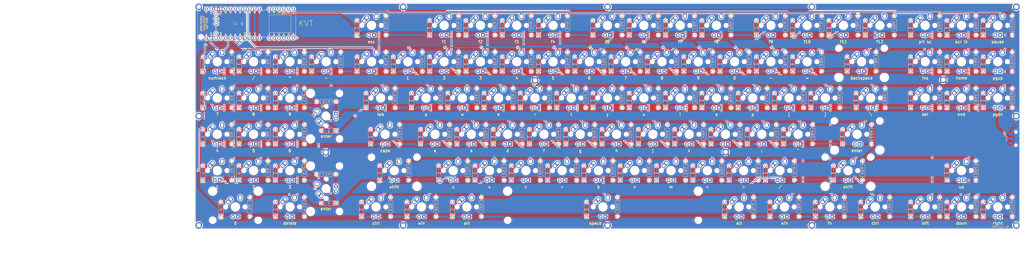
<source format=kicad_pcb>
(kicad_pcb (version 20171130) (host pcbnew "(5.1.2)-1")
  (title_block (title KVT) (date 2019-09-18) (rev T) (company Hybrid))
  (layers (0 F.Cu signal) (31 B.Cu signal) (34 B.Paste user) (35 F.Paste user) (36 B.SilkS user) (37 F.SilkS user) (38 B.Mask user) (39 F.Mask user) (44 Edge.Cuts user))
  (net 0 "")
  (net 1 /row0)
  (net 2 "Net-(D1-Pad2)")
  (net 3 /row1)
  (net 4 "Net-(D2-Pad2)")
  (net 5 /row2)
  (net 6 "Net-(D3-Pad2)")
  (net 7 /row3)
  (net 8 "Net-(D4-Pad2)")
  (net 9 /row4)
  (net 10 "Net-(D5-Pad2)")
  (net 11 "Net-(D6-Pad2)")
  (net 12 "Net-(D7-Pad2)")
  (net 13 "Net-(D8-Pad2)")
  (net 14 "Net-(D9-Pad2)")
  (net 15 "Net-(D10-Pad2)")
  (net 16 "Net-(D11-Pad2)")
  (net 17 "Net-(D12-Pad2)")
  (net 18 "Net-(D13-Pad2)")
  (net 19 "Net-(D14-Pad2)")
  (net 20 "Net-(D15-Pad2)")
  (net 21 "Net-(D16-Pad2)")
  (net 22 "Net-(D17-Pad2)")
  (net 23 "Net-(D18-Pad2)")
  (net 24 "Net-(D19-Pad2)")
  (net 25 "Net-(D20-Pad2)")
  (net 26 "Net-(D21-Pad2)")
  (net 27 "Net-(D22-Pad2)")
  (net 28 "Net-(D23-Pad2)")
  (net 29 "Net-(D24-Pad2)")
  (net 30 "Net-(D25-Pad2)")
  (net 31 "Net-(D26-Pad2)")
  (net 32 "Net-(D27-Pad2)")
  (net 33 "Net-(D28-Pad2)")
  (net 34 "Net-(D29-Pad2)")
  (net 35 "Net-(D30-Pad2)")
  (net 36 "Net-(D31-Pad2)")
  (net 37 "Net-(D32-Pad2)")
  (net 38 "Net-(D33-Pad2)")
  (net 39 "Net-(D34-Pad2)")
  (net 40 "Net-(D35-Pad2)")
  (net 41 "Net-(D36-Pad2)")
  (net 42 "Net-(D37-Pad2)")
  (net 43 "Net-(D38-Pad2)")
  (net 44 "Net-(D39-Pad2)")
  (net 45 "Net-(D40-Pad2)")
  (net 46 "Net-(D41-Pad2)")
  (net 47 "Net-(D42-Pad2)")
  (net 48 "Net-(D43-Pad2)")
  (net 49 "Net-(D44-Pad2)")
  (net 50 "Net-(D45-Pad2)")
  (net 51 "Net-(D46-Pad2)")
  (net 52 "Net-(D47-Pad2)")
  (net 53 "Net-(D48-Pad2)")
  (net 54 "Net-(D49-Pad2)")
  (net 55 "Net-(D50-Pad2)")
  (net 56 "Net-(D51-Pad2)")
  (net 57 "Net-(D52-Pad2)")
  (net 58 "Net-(D53-Pad2)")
  (net 59 "Net-(D54-Pad2)")
  (net 60 "Net-(D55-Pad2)")
  (net 61 "Net-(D56-Pad2)")
  (net 62 "Net-(D57-Pad2)")
  (net 63 "Net-(D58-Pad2)")
  (net 64 "Net-(D59-Pad2)")
  (net 65 "Net-(D60-Pad2)")
  (net 66 "Net-(D61-Pad2)")
  (net 67 "Net-(D62-Pad2)")
  (net 68 "Net-(D63-Pad2)")
  (net 69 "Net-(D64-Pad2)")
  (net 70 "Net-(D65-Pad2)")
  (net 71 "Net-(D66-Pad2)")
  (net 72 "Net-(D67-Pad2)")
  (net 73 "Net-(D68-Pad2)")
  (net 74 "Net-(D69-Pad2)")
  (net 75 "Net-(D70-Pad2)")
  (net 76 "Net-(D71-Pad2)")
  (net 77 "Net-(D72-Pad2)")
  (net 78 "Net-(D73-Pad2)")
  (net 79 "Net-(D74-Pad2)")
  (net 80 "Net-(D75-Pad2)")
  (net 81 "Net-(D76-Pad2)")
  (net 82 "Net-(D77-Pad2)")
  (net 83 "Net-(D78-Pad2)")
  (net 84 "Net-(D79-Pad2)")
  (net 85 "Net-(D80-Pad2)")
  (net 86 "Net-(D81-Pad2)")
  (net 87 "Net-(D82-Pad2)")
  (net 88 "Net-(D83-Pad2)")
  (net 89 "Net-(D84-Pad2)")
  (net 90 "Net-(D85-Pad2)")
  (net 91 "Net-(D86-Pad2)")
  (net 92 "Net-(D87-Pad2)")
  (net 93 "Net-(D88-Pad2)")
  (net 94 "Net-(D89-Pad2)")
  (net 95 "Net-(D90-Pad2)")
  (net 96 "Net-(D91-Pad2)")
  (net 97 "Net-(D92-Pad2)")
  (net 98 /col0)
  (net 99 /col1)
  (net 100 /col2)
  (net 101 /col3)
  (net 102 /col4)
  (net 103 /col5)
  (net 104 /col6)
  (net 105 /col7)
  (net 106 /col8)
  (net 107 /col9)
  (net 108 /col10)
  (net 109 /col11)
  (net 110 /col12)
  (net 111 /col13)
  (net 112 /col14)
  (net 113 GND)
  (net 114 "Net-(D93-Pad2)")
  (net 115 "Net-(D94-Pad2)")
  (net 116 "Net-(D95-Pad2)")
  (net 117 "Net-(D96-Pad2)")
  (net 118 "Net-(D97-Pad2)")
  (net 119 "Net-(D98-Pad2)")
  (net 120 "Net-(D99-Pad2)")
  (net 121 "Net-(D100-Pad2)")
  (net 122 "Net-(D101-Pad2)")
  (net 123 "Net-(D102-Pad2)")
  (net 124 "Net-(D103-Pad2)")
  (net 125 "Net-(D104-Pad2)")
  (net 126 /col15)
  (net 127 /col16)
  (net 128 /col17)
  (net 129 /col18)
  (net 130 /col19)
  (net 131 /col20)
  (net 132 "Net-(U1-PadA10)")
  (net 133 "Net-(U1-PadA9)")
  (net 134 "Net-(U1-PadD+)")
  (net 135 "Net-(U1-PadD-)")
  (net 136 "Net-(U1-PadCHRG)")
  (net 137 "Net-(U1-PadDFU)")
  (net 138 "Net-(U1-PadA3|5v)")
  (net 139 "Net-(U1-PadRST)")
  (net 140 VCC)
  (net 141 "Net-(D105-Pad2)")
  (net 142 "Net-(D105-Pad1)")
  (net 143 "Net-(D106-Pad2)")
  (net 144 "Net-(D107-Pad2)")
  (net 145 "Net-(D108-Pad2)")
  (net 146 "Net-(D109-Pad2)")
  (net 147 "Net-(D110-Pad2)")
  (net 148 "Net-(D111-Pad2)")
  (net 149 "Net-(D112-Pad2)")
  (net 150 "Net-(D113-Pad2)")
  (net 151 "Net-(D114-Pad2)")
  (net 152 "Net-(D115-Pad2)")
  (net 153 "Net-(D116-Pad2)")
  (net 154 "Net-(D117-Pad2)")
  (net 155 "Net-(D118-Pad2)")
  (net 156 "Net-(D119-Pad2)")
  (net 157 "Net-(D120-Pad2)")
  (net 158 "Net-(D121-Pad2)")
  (net 159 "Net-(D122-Pad2)")
  (net 160 "Net-(D123-Pad2)")
  (net 161 "Net-(D124-Pad2)")
  (net 162 "Net-(D125-Pad2)")
  (net 163 "Net-(D126-Pad2)")
  (net 164 "Net-(D127-Pad2)")
  (net 165 "Net-(D128-Pad2)")
  (net 166 "Net-(D129-Pad2)")
  (net 167 "Net-(D130-Pad2)")
  (net 168 "Net-(D131-Pad2)")
  (net 169 "Net-(D132-Pad2)")
  (net 170 "Net-(D133-Pad2)")
  (net 171 "Net-(D134-Pad2)")
  (net 172 "Net-(D135-Pad2)")
  (net 173 "Net-(D136-Pad2)")
  (net 174 "Net-(D137-Pad2)")
  (net 175 "Net-(D138-Pad2)")
  (net 176 "Net-(D139-Pad2)")
  (net 177 "Net-(D140-Pad2)")
  (net 178 "Net-(D141-Pad2)")
  (net 179 "Net-(D142-Pad2)")
  (net 180 "Net-(D143-Pad2)")
  (net 181 "Net-(D144-Pad2)")
  (net 182 "Net-(D145-Pad2)")
  (net 183 "Net-(D146-Pad2)")
  (net 184 "Net-(D147-Pad2)")
  (net 185 "Net-(D148-Pad2)")
  (net 186 "Net-(D149-Pad2)")
  (net 187 "Net-(D150-Pad2)")
  (net 188 "Net-(D151-Pad2)")
  (net 189 "Net-(D152-Pad2)")
  (net 190 "Net-(D153-Pad2)")
  (net 191 "Net-(D154-Pad2)")
  (net 192 "Net-(D155-Pad2)")
  (net 193 "Net-(D156-Pad2)")
  (net 194 "Net-(D157-Pad2)")
  (net 195 "Net-(D158-Pad2)")
  (net 196 "Net-(D159-Pad2)")
  (net 197 "Net-(D160-Pad2)")
  (net 198 "Net-(D161-Pad2)")
  (net 199 "Net-(D162-Pad2)")
  (net 200 "Net-(D163-Pad2)")
  (net 201 "Net-(D164-Pad2)")
  (net 202 "Net-(D165-Pad2)")
  (net 203 "Net-(D166-Pad2)")
  (net 204 "Net-(D167-Pad2)")
  (net 205 "Net-(D168-Pad2)")
  (net 206 "Net-(D169-Pad2)")
  (net 207 "Net-(D170-Pad2)")
  (net 208 "Net-(D171-Pad2)")
  (net 209 "Net-(D172-Pad2)")
  (net 210 "Net-(D173-Pad2)")
  (net 211 "Net-(D174-Pad2)")
  (net 212 "Net-(D175-Pad2)")
  (net 213 "Net-(D176-Pad2)")
  (net 214 "Net-(D177-Pad2)")
  (net 215 "Net-(D178-Pad2)")
  (net 216 "Net-(D179-Pad2)")
  (net 217 "Net-(D180-Pad2)")
  (net 218 "Net-(D181-Pad2)")
  (net 219 "Net-(D182-Pad2)")
  (net 220 "Net-(D183-Pad2)")
  (net 221 "Net-(D184-Pad2)")
  (net 222 "Net-(D185-Pad2)")
  (net 223 "Net-(D186-Pad2)")
  (net 224 "Net-(D187-Pad2)")
  (net 225 "Net-(D188-Pad2)")
  (net 226 "Net-(D189-Pad2)")
  (net 227 "Net-(D190-Pad2)")
  (net 228 "Net-(D191-Pad2)")
  (net 229 "Net-(D192-Pad2)")
  (net 230 "Net-(D193-Pad2)")
  (net 231 "Net-(D194-Pad2)")
  (net 232 "Net-(D195-Pad2)")
  (net 233 "Net-(D196-Pad2)")
  (net 234 "Net-(D197-Pad2)")
  (net 235 "Net-(D198-Pad2)")
  (net 236 "Net-(D199-Pad2)")
  (net 237 "Net-(D200-Pad2)")
  (net 238 "Net-(D201-Pad2)")
  (net 239 "Net-(D202-Pad2)")
  (net 240 "Net-(D203-Pad2)")
  (net 241 "Net-(D204-Pad2)")
  (net 242 "Net-(D205-Pad2)")
  (net 243 "Net-(D206-Pad2)")
  (net 244 "Net-(D207-Pad2)")
  (net 245 "Net-(D208-Pad2)")
  (net 246 "Net-(U1-Pad3.3V)")
  (net 247 /row5)
  (module Button_Switch_SMD:SW_SPDT_CK-JS102011SAQN (layer B.Cu) (at 549.0718 100.37826 270)
    (fp_text reference SW1 (at 0 4.8 270) (layer B.SilkS) (effects (justify mirror)))
    (fp_text value SW_SPST)
    (pad "" np_thru_hole circle (at 3.4 0 270) (size 0.9 0.9) (drill 0.9) (layers *.Cu *.Mask))
    (pad "" np_thru_hole circle (at -3.4 0 270) (size 0.9 0.9) (drill 0.9) (layers *.Cu *.Mask))
    (pad 3 smd rect (at 2.5 2.75 270) (size 1.25 2.5) (layers B.Cu B.Paste B.Mask))
    (pad 2 smd rect (at 0 2.75 270) (size 1.25 2.5) (layers B.Cu B.Paste B.Mask) (net 142 "Net-(D105-Pad1)"))
    (pad 1 smd rect (at -2.5 2.75 270) (size 1.25 2.5) (layers B.Cu B.Paste B.Mask) (net 113 GND))
  )
  (module MountingHole:MountingHole_2.2mm_M2_ISO7380_Pad (layer F.Cu) (at 334.78725 145.917)
    (fp_text reference H16)
    (fp_text value MH_Pad)
    (pad 1 thru_hole circle (at 0 0) (size 3.5 3.5) (drill 2.2) (layers *.Cu *.Mask) (net 113 GND))
  )
  (module MountingHole:MountingHole_2.2mm_M2_ISO7380_Pad (layer F.Cu) (at 334.78725 31.233)
    (fp_text reference H15)
    (fp_text value MH_Pad)
    (pad 1 thru_hole circle (at 0 0) (size 3.5 3.5) (drill 2.2) (layers *.Cu *.Mask) (net 113 GND))
  )
  (module Keyboard:RESISTOR (layer B.Cu) (at 547.1745 136.2 270)
    (fp_text reference R104 (at 0 0 90) (layer B.SilkS) (effects (font (size 1.27 1.524) (thickness 0.2032)) (justify mirror)))
    (fp_text value 470 hide)
    (pad 2 thru_hole circle (at 5.08 0 270) (size 1.651 1.651) (drill 0.9906) (layers *.Cu *.SilkS *.Mask) (net 245 "Net-(D208-Pad2)"))
    (pad 1 thru_hole circle (at -5.08 0 270) (size 1.651 1.651) (drill 0.9906) (layers *.Cu *.SilkS *.Mask) (net 140 VCC))
  )
  (module Keyboard:RESISTOR (layer B.Cu) (at 547.1745 79.05 270)
    (fp_text reference R103 (at 0 0 90) (layer B.SilkS) (effects (font (size 1.27 1.524) (thickness 0.2032)) (justify mirror)))
    (fp_text value 470 hide)
    (pad 2 thru_hole circle (at 5.08 0 270) (size 1.651 1.651) (drill 0.9906) (layers *.Cu *.SilkS *.Mask) (net 244 "Net-(D207-Pad2)"))
    (pad 1 thru_hole circle (at -5.08 0 270) (size 1.651 1.651) (drill 0.9906) (layers *.Cu *.SilkS *.Mask) (net 140 VCC))
  )
  (module Keyboard:RESISTOR (layer B.Cu) (at 547.1745 60 270)
    (fp_text reference R102 (at 0 0 90) (layer B.SilkS) (effects (font (size 1.27 1.524) (thickness 0.2032)) (justify mirror)))
    (fp_text value 470 hide)
    (pad 2 thru_hole circle (at 5.08 0 270) (size 1.651 1.651) (drill 0.9906) (layers *.Cu *.SilkS *.Mask) (net 243 "Net-(D206-Pad2)"))
    (pad 1 thru_hole circle (at -5.08 0 270) (size 1.651 1.651) (drill 0.9906) (layers *.Cu *.SilkS *.Mask) (net 140 VCC))
  )
  (module Keyboard:RESISTOR (layer B.Cu) (at 547.1745 40.95 270)
    (fp_text reference R101 (at 0 0 90) (layer B.SilkS) (effects (font (size 1.27 1.524) (thickness 0.2032)) (justify mirror)))
    (fp_text value 470 hide)
    (pad 2 thru_hole circle (at 5.08 0 270) (size 1.651 1.651) (drill 0.9906) (layers *.Cu *.SilkS *.Mask) (net 242 "Net-(D205-Pad2)"))
    (pad 1 thru_hole circle (at -5.08 0 270) (size 1.651 1.651) (drill 0.9906) (layers *.Cu *.SilkS *.Mask) (net 140 VCC))
  )
  (module Keyboard:RESISTOR (layer B.Cu) (at 528.1245 136.2 270)
    (fp_text reference R100 (at 0 0 90) (layer B.SilkS) (effects (font (size 1.27 1.524) (thickness 0.2032)) (justify mirror)))
    (fp_text value 470 hide)
    (pad 2 thru_hole circle (at 5.08 0 270) (size 1.651 1.651) (drill 0.9906) (layers *.Cu *.SilkS *.Mask) (net 241 "Net-(D204-Pad2)"))
    (pad 1 thru_hole circle (at -5.08 0 270) (size 1.651 1.651) (drill 0.9906) (layers *.Cu *.SilkS *.Mask) (net 140 VCC))
  )
  (module Keyboard:RESISTOR (layer B.Cu) (at 528.1245 117.15 270)
    (fp_text reference R99 (at 0 0 90) (layer B.SilkS) (effects (font (size 1.27 1.524) (thickness 0.2032)) (justify mirror)))
    (fp_text value 470 hide)
    (pad 2 thru_hole circle (at 5.08 0 270) (size 1.651 1.651) (drill 0.9906) (layers *.Cu *.SilkS *.Mask) (net 240 "Net-(D203-Pad2)"))
    (pad 1 thru_hole circle (at -5.08 0 270) (size 1.651 1.651) (drill 0.9906) (layers *.Cu *.SilkS *.Mask) (net 140 VCC))
  )
  (module Keyboard:RESISTOR (layer B.Cu) (at 528.1245 79.05 270)
    (fp_text reference R98 (at 0 0 90) (layer B.SilkS) (effects (font (size 1.27 1.524) (thickness 0.2032)) (justify mirror)))
    (fp_text value 470 hide)
    (pad 2 thru_hole circle (at 5.08 0 270) (size 1.651 1.651) (drill 0.9906) (layers *.Cu *.SilkS *.Mask) (net 239 "Net-(D202-Pad2)"))
    (pad 1 thru_hole circle (at -5.08 0 270) (size 1.651 1.651) (drill 0.9906) (layers *.Cu *.SilkS *.Mask) (net 140 VCC))
  )
  (module Keyboard:RESISTOR (layer B.Cu) (at 528.1245 60 270)
    (fp_text reference R97 (at 0 0 90) (layer B.SilkS) (effects (font (size 1.27 1.524) (thickness 0.2032)) (justify mirror)))
    (fp_text value 470 hide)
    (pad 2 thru_hole circle (at 5.08 0 270) (size 1.651 1.651) (drill 0.9906) (layers *.Cu *.SilkS *.Mask) (net 238 "Net-(D201-Pad2)"))
    (pad 1 thru_hole circle (at -5.08 0 270) (size 1.651 1.651) (drill 0.9906) (layers *.Cu *.SilkS *.Mask) (net 140 VCC))
  )
  (module Keyboard:RESISTOR (layer B.Cu) (at 528.1245 40.95 270)
    (fp_text reference R96 (at 0 0 90) (layer B.SilkS) (effects (font (size 1.27 1.524) (thickness 0.2032)) (justify mirror)))
    (fp_text value 470 hide)
    (pad 2 thru_hole circle (at 5.08 0 270) (size 1.651 1.651) (drill 0.9906) (layers *.Cu *.SilkS *.Mask) (net 237 "Net-(D200-Pad2)"))
    (pad 1 thru_hole circle (at -5.08 0 270) (size 1.651 1.651) (drill 0.9906) (layers *.Cu *.SilkS *.Mask) (net 140 VCC))
  )
  (module Keyboard:RESISTOR (layer B.Cu) (at 509.0745 136.2 270)
    (fp_text reference R95 (at 0 0 90) (layer B.SilkS) (effects (font (size 1.27 1.524) (thickness 0.2032)) (justify mirror)))
    (fp_text value 470 hide)
    (pad 2 thru_hole circle (at 5.08 0 270) (size 1.651 1.651) (drill 0.9906) (layers *.Cu *.SilkS *.Mask) (net 236 "Net-(D199-Pad2)"))
    (pad 1 thru_hole circle (at -5.08 0 270) (size 1.651 1.651) (drill 0.9906) (layers *.Cu *.SilkS *.Mask) (net 140 VCC))
  )
  (module Keyboard:RESISTOR (layer B.Cu) (at 509.0745 79.05 270)
    (fp_text reference R94 (at 0 0 90) (layer B.SilkS) (effects (font (size 1.27 1.524) (thickness 0.2032)) (justify mirror)))
    (fp_text value 470 hide)
    (pad 2 thru_hole circle (at 5.08 0 270) (size 1.651 1.651) (drill 0.9906) (layers *.Cu *.SilkS *.Mask) (net 235 "Net-(D198-Pad2)"))
    (pad 1 thru_hole circle (at -5.08 0 270) (size 1.651 1.651) (drill 0.9906) (layers *.Cu *.SilkS *.Mask) (net 140 VCC))
  )
  (module Keyboard:RESISTOR (layer B.Cu) (at 509.0745 60 270)
    (fp_text reference R93 (at 0 0 90) (layer B.SilkS) (effects (font (size 1.27 1.524) (thickness 0.2032)) (justify mirror)))
    (fp_text value 470 hide)
    (pad 2 thru_hole circle (at 5.08 0 270) (size 1.651 1.651) (drill 0.9906) (layers *.Cu *.SilkS *.Mask) (net 234 "Net-(D197-Pad2)"))
    (pad 1 thru_hole circle (at -5.08 0 270) (size 1.651 1.651) (drill 0.9906) (layers *.Cu *.SilkS *.Mask) (net 140 VCC))
  )
  (module Keyboard:RESISTOR (layer B.Cu) (at 509.0745 40.95 270)
    (fp_text reference R92 (at 0 0 90) (layer B.SilkS) (effects (font (size 1.27 1.524) (thickness 0.2032)) (justify mirror)))
    (fp_text value 470 hide)
    (pad 2 thru_hole circle (at 5.08 0 270) (size 1.651 1.651) (drill 0.9906) (layers *.Cu *.SilkS *.Mask) (net 233 "Net-(D196-Pad2)"))
    (pad 1 thru_hole circle (at -5.08 0 270) (size 1.651 1.651) (drill 0.9906) (layers *.Cu *.SilkS *.Mask) (net 140 VCC))
  )
  (module Keyboard:RESISTOR (layer B.Cu) (at 482.88075 136.2 270)
    (fp_text reference R91 (at 0 0 90) (layer B.SilkS) (effects (font (size 1.27 1.524) (thickness 0.2032)) (justify mirror)))
    (fp_text value 470 hide)
    (pad 2 thru_hole circle (at 5.08 0 270) (size 1.651 1.651) (drill 0.9906) (layers *.Cu *.SilkS *.Mask) (net 232 "Net-(D195-Pad2)"))
    (pad 1 thru_hole circle (at -5.08 0 270) (size 1.651 1.651) (drill 0.9906) (layers *.Cu *.SilkS *.Mask) (net 140 VCC))
  )
  (module Keyboard:RESISTOR (layer B.Cu) (at 468.59325 117.15 270)
    (fp_text reference R90 (at 0 0 90) (layer B.SilkS) (effects (font (size 1.27 1.524) (thickness 0.2032)) (justify mirror)))
    (fp_text value 470 hide)
    (pad 2 thru_hole circle (at 5.08 0 270) (size 1.651 1.651) (drill 0.9906) (layers *.Cu *.SilkS *.Mask) (net 231 "Net-(D194-Pad2)"))
    (pad 1 thru_hole circle (at -5.08 0 270) (size 1.651 1.651) (drill 0.9906) (layers *.Cu *.SilkS *.Mask) (net 140 VCC))
  )
  (module Keyboard:RESISTOR (layer B.Cu) (at 473.35625 98.1 270)
    (fp_text reference R89 (at 0 0 90) (layer B.SilkS) (effects (font (size 1.27 1.524) (thickness 0.2032)) (justify mirror)))
    (fp_text value 470 hide)
    (pad 2 thru_hole circle (at 5.08 0 270) (size 1.651 1.651) (drill 0.9906) (layers *.Cu *.SilkS *.Mask) (net 230 "Net-(D193-Pad2)"))
    (pad 1 thru_hole circle (at -5.08 0 270) (size 1.651 1.651) (drill 0.9906) (layers *.Cu *.SilkS *.Mask) (net 140 VCC))
  )
  (module Keyboard:RESISTOR (layer B.Cu) (at 480.5 79.05 270)
    (fp_text reference R88 (at 0 0 90) (layer B.SilkS) (effects (font (size 1.27 1.524) (thickness 0.2032)) (justify mirror)))
    (fp_text value 470 hide)
    (pad 2 thru_hole circle (at 5.08 0 270) (size 1.651 1.651) (drill 0.9906) (layers *.Cu *.SilkS *.Mask) (net 229 "Net-(D192-Pad2)"))
    (pad 1 thru_hole circle (at -5.08 0 270) (size 1.651 1.651) (drill 0.9906) (layers *.Cu *.SilkS *.Mask) (net 140 VCC))
  )
  (module Keyboard:RESISTOR (layer B.Cu) (at 475.7375 60 270)
    (fp_text reference R87 (at 0 0 90) (layer B.SilkS) (effects (font (size 1.27 1.524) (thickness 0.2032)) (justify mirror)))
    (fp_text value 470 hide)
    (pad 2 thru_hole circle (at 5.08 0 270) (size 1.651 1.651) (drill 0.9906) (layers *.Cu *.SilkS *.Mask) (net 228 "Net-(D191-Pad2)"))
    (pad 1 thru_hole circle (at -5.08 0 270) (size 1.651 1.651) (drill 0.9906) (layers *.Cu *.SilkS *.Mask) (net 140 VCC))
  )
  (module Keyboard:RESISTOR (layer B.Cu) (at 485.2625 40.95 270)
    (fp_text reference R86 (at 0 0 90) (layer B.SilkS) (effects (font (size 1.27 1.524) (thickness 0.2032)) (justify mirror)))
    (fp_text value 470 hide)
    (pad 2 thru_hole circle (at 5.08 0 270) (size 1.651 1.651) (drill 0.9906) (layers *.Cu *.SilkS *.Mask) (net 227 "Net-(D190-Pad2)"))
    (pad 1 thru_hole circle (at -5.08 0 270) (size 1.651 1.651) (drill 0.9906) (layers *.Cu *.SilkS *.Mask) (net 140 VCC))
  )
  (module Keyboard:RESISTOR (layer B.Cu) (at 459.06825 136.2 270)
    (fp_text reference R85 (at 0 0 90) (layer B.SilkS) (effects (font (size 1.27 1.524) (thickness 0.2032)) (justify mirror)))
    (fp_text value 470 hide)
    (pad 2 thru_hole circle (at 5.08 0 270) (size 1.651 1.651) (drill 0.9906) (layers *.Cu *.SilkS *.Mask) (net 226 "Net-(D189-Pad2)"))
    (pad 1 thru_hole circle (at -5.08 0 270) (size 1.651 1.651) (drill 0.9906) (layers *.Cu *.SilkS *.Mask) (net 140 VCC))
  )
  (module Keyboard:RESISTOR (layer B.Cu) (at 456.6875 79.05 270)
    (fp_text reference R84 (at 0 0 90) (layer B.SilkS) (effects (font (size 1.27 1.524) (thickness 0.2032)) (justify mirror)))
    (fp_text value 470 hide)
    (pad 2 thru_hole circle (at 5.08 0 270) (size 1.651 1.651) (drill 0.9906) (layers *.Cu *.SilkS *.Mask) (net 225 "Net-(D188-Pad2)"))
    (pad 1 thru_hole circle (at -5.08 0 270) (size 1.651 1.651) (drill 0.9906) (layers *.Cu *.SilkS *.Mask) (net 140 VCC))
  )
  (module Keyboard:RESISTOR (layer B.Cu) (at 447.1625 60 270)
    (fp_text reference R83 (at 0 0 90) (layer B.SilkS) (effects (font (size 1.27 1.524) (thickness 0.2032)) (justify mirror)))
    (fp_text value 470 hide)
    (pad 2 thru_hole circle (at 5.08 0 270) (size 1.651 1.651) (drill 0.9906) (layers *.Cu *.SilkS *.Mask) (net 224 "Net-(D187-Pad2)"))
    (pad 1 thru_hole circle (at -5.08 0 270) (size 1.651 1.651) (drill 0.9906) (layers *.Cu *.SilkS *.Mask) (net 140 VCC))
  )
  (module Keyboard:RESISTOR (layer B.Cu) (at 466.2125 40.95 270)
    (fp_text reference R82 (at 0 0 90) (layer B.SilkS) (effects (font (size 1.27 1.524) (thickness 0.2032)) (justify mirror)))
    (fp_text value 470 hide)
    (pad 2 thru_hole circle (at 5.08 0 270) (size 1.651 1.651) (drill 0.9906) (layers *.Cu *.SilkS *.Mask) (net 223 "Net-(D186-Pad2)"))
    (pad 1 thru_hole circle (at -5.08 0 270) (size 1.651 1.651) (drill 0.9906) (layers *.Cu *.SilkS *.Mask) (net 140 VCC))
  )
  (module Keyboard:RESISTOR (layer B.Cu) (at 435.25575 136.2 270)
    (fp_text reference R81 (at 0 0 90) (layer B.SilkS) (effects (font (size 1.27 1.524) (thickness 0.2032)) (justify mirror)))
    (fp_text value 470 hide)
    (pad 2 thru_hole circle (at 5.08 0 270) (size 1.651 1.651) (drill 0.9906) (layers *.Cu *.SilkS *.Mask) (net 222 "Net-(D185-Pad2)"))
    (pad 1 thru_hole circle (at -5.08 0 270) (size 1.651 1.651) (drill 0.9906) (layers *.Cu *.SilkS *.Mask) (net 140 VCC))
  )
  (module Keyboard:RESISTOR (layer B.Cu) (at 442.4 98.1 270)
    (fp_text reference R80 (at 0 0 90) (layer B.SilkS) (effects (font (size 1.27 1.524) (thickness 0.2032)) (justify mirror)))
    (fp_text value 470 hide)
    (pad 2 thru_hole circle (at 5.08 0 270) (size 1.651 1.651) (drill 0.9906) (layers *.Cu *.SilkS *.Mask) (net 221 "Net-(D184-Pad2)"))
    (pad 1 thru_hole circle (at -5.08 0 270) (size 1.651 1.651) (drill 0.9906) (layers *.Cu *.SilkS *.Mask) (net 140 VCC))
  )
  (module Keyboard:RESISTOR (layer B.Cu) (at 437.6375 79.05 270)
    (fp_text reference R79 (at 0 0 90) (layer B.SilkS) (effects (font (size 1.27 1.524) (thickness 0.2032)) (justify mirror)))
    (fp_text value 470 hide)
    (pad 2 thru_hole circle (at 5.08 0 270) (size 1.651 1.651) (drill 0.9906) (layers *.Cu *.SilkS *.Mask) (net 220 "Net-(D183-Pad2)"))
    (pad 1 thru_hole circle (at -5.08 0 270) (size 1.651 1.651) (drill 0.9906) (layers *.Cu *.SilkS *.Mask) (net 140 VCC))
  )
  (module Keyboard:RESISTOR (layer B.Cu) (at 428.1125 60 270)
    (fp_text reference R78 (at 0 0 90) (layer B.SilkS) (effects (font (size 1.27 1.524) (thickness 0.2032)) (justify mirror)))
    (fp_text value 470 hide)
    (pad 2 thru_hole circle (at 5.08 0 270) (size 1.651 1.651) (drill 0.9906) (layers *.Cu *.SilkS *.Mask) (net 219 "Net-(D182-Pad2)"))
    (pad 1 thru_hole circle (at -5.08 0 270) (size 1.651 1.651) (drill 0.9906) (layers *.Cu *.SilkS *.Mask) (net 140 VCC))
  )
  (module Keyboard:RESISTOR (layer B.Cu) (at 447.1625 40.95 270)
    (fp_text reference R77 (at 0 0 90) (layer B.SilkS) (effects (font (size 1.27 1.524) (thickness 0.2032)) (justify mirror)))
    (fp_text value 470 hide)
    (pad 2 thru_hole circle (at 5.08 0 270) (size 1.651 1.651) (drill 0.9906) (layers *.Cu *.SilkS *.Mask) (net 218 "Net-(D181-Pad2)"))
    (pad 1 thru_hole circle (at -5.08 0 270) (size 1.651 1.651) (drill 0.9906) (layers *.Cu *.SilkS *.Mask) (net 140 VCC))
  )
  (module Keyboard:RESISTOR (layer B.Cu) (at 411.44325 136.2 270)
    (fp_text reference R76 (at 0 0 90) (layer B.SilkS) (effects (font (size 1.27 1.524) (thickness 0.2032)) (justify mirror)))
    (fp_text value 470 hide)
    (pad 2 thru_hole circle (at 5.08 0 270) (size 1.651 1.651) (drill 0.9906) (layers *.Cu *.SilkS *.Mask) (net 217 "Net-(D180-Pad2)"))
    (pad 1 thru_hole circle (at -5.08 0 270) (size 1.651 1.651) (drill 0.9906) (layers *.Cu *.SilkS *.Mask) (net 140 VCC))
  )
  (module Keyboard:RESISTOR (layer B.Cu) (at 432.875 117.15 270)
    (fp_text reference R75 (at 0 0 90) (layer B.SilkS) (effects (font (size 1.27 1.524) (thickness 0.2032)) (justify mirror)))
    (fp_text value 470 hide)
    (pad 2 thru_hole circle (at 5.08 0 270) (size 1.651 1.651) (drill 0.9906) (layers *.Cu *.SilkS *.Mask) (net 216 "Net-(D179-Pad2)"))
    (pad 1 thru_hole circle (at -5.08 0 270) (size 1.651 1.651) (drill 0.9906) (layers *.Cu *.SilkS *.Mask) (net 140 VCC))
  )
  (module Keyboard:RESISTOR (layer B.Cu) (at 423.35 98.1 270)
    (fp_text reference R74 (at 0 0 90) (layer B.SilkS) (effects (font (size 1.27 1.524) (thickness 0.2032)) (justify mirror)))
    (fp_text value 470 hide)
    (pad 2 thru_hole circle (at 5.08 0 270) (size 1.651 1.651) (drill 0.9906) (layers *.Cu *.SilkS *.Mask) (net 215 "Net-(D178-Pad2)"))
    (pad 1 thru_hole circle (at -5.08 0 270) (size 1.651 1.651) (drill 0.9906) (layers *.Cu *.SilkS *.Mask) (net 140 VCC))
  )
  (module Keyboard:RESISTOR (layer B.Cu) (at 418.5875 79.05 270)
    (fp_text reference R73 (at 0 0 90) (layer B.SilkS) (effects (font (size 1.27 1.524) (thickness 0.2032)) (justify mirror)))
    (fp_text value 470 hide)
    (pad 2 thru_hole circle (at 5.08 0 270) (size 1.651 1.651) (drill 0.9906) (layers *.Cu *.SilkS *.Mask) (net 214 "Net-(D177-Pad2)"))
    (pad 1 thru_hole circle (at -5.08 0 270) (size 1.651 1.651) (drill 0.9906) (layers *.Cu *.SilkS *.Mask) (net 140 VCC))
  )
  (module Keyboard:RESISTOR (layer B.Cu) (at 409.0625 60 270)
    (fp_text reference R72 (at 0 0 90) (layer B.SilkS) (effects (font (size 1.27 1.524) (thickness 0.2032)) (justify mirror)))
    (fp_text value 470 hide)
    (pad 2 thru_hole circle (at 5.08 0 270) (size 1.651 1.651) (drill 0.9906) (layers *.Cu *.SilkS *.Mask) (net 213 "Net-(D176-Pad2)"))
    (pad 1 thru_hole circle (at -5.08 0 270) (size 1.651 1.651) (drill 0.9906) (layers *.Cu *.SilkS *.Mask) (net 140 VCC))
  )
  (module Keyboard:RESISTOR (layer B.Cu) (at 428.1125 40.95 270)
    (fp_text reference R71 (at 0 0 90) (layer B.SilkS) (effects (font (size 1.27 1.524) (thickness 0.2032)) (justify mirror)))
    (fp_text value 470 hide)
    (pad 2 thru_hole circle (at 5.08 0 270) (size 1.651 1.651) (drill 0.9906) (layers *.Cu *.SilkS *.Mask) (net 212 "Net-(D175-Pad2)"))
    (pad 1 thru_hole circle (at -5.08 0 270) (size 1.651 1.651) (drill 0.9906) (layers *.Cu *.SilkS *.Mask) (net 140 VCC))
  )
  (module Keyboard:RESISTOR (layer B.Cu) (at 413.825 117.15 270)
    (fp_text reference R70 (at 0 0 90) (layer B.SilkS) (effects (font (size 1.27 1.524) (thickness 0.2032)) (justify mirror)))
    (fp_text value 470 hide)
    (pad 2 thru_hole circle (at 5.08 0 270) (size 1.651 1.651) (drill 0.9906) (layers *.Cu *.SilkS *.Mask) (net 211 "Net-(D174-Pad2)"))
    (pad 1 thru_hole circle (at -5.08 0 270) (size 1.651 1.651) (drill 0.9906) (layers *.Cu *.SilkS *.Mask) (net 140 VCC))
  )
  (module Keyboard:RESISTOR (layer B.Cu) (at 404.3 98.1 270)
    (fp_text reference R69 (at 0 0 90) (layer B.SilkS) (effects (font (size 1.27 1.524) (thickness 0.2032)) (justify mirror)))
    (fp_text value 470 hide)
    (pad 2 thru_hole circle (at 5.08 0 270) (size 1.651 1.651) (drill 0.9906) (layers *.Cu *.SilkS *.Mask) (net 210 "Net-(D173-Pad2)"))
    (pad 1 thru_hole circle (at -5.08 0 270) (size 1.651 1.651) (drill 0.9906) (layers *.Cu *.SilkS *.Mask) (net 140 VCC))
  )
  (module Keyboard:RESISTOR (layer B.Cu) (at 399.5375 79.05 270)
    (fp_text reference R68 (at 0 0 90) (layer B.SilkS) (effects (font (size 1.27 1.524) (thickness 0.2032)) (justify mirror)))
    (fp_text value 470 hide)
    (pad 2 thru_hole circle (at 5.08 0 270) (size 1.651 1.651) (drill 0.9906) (layers *.Cu *.SilkS *.Mask) (net 209 "Net-(D172-Pad2)"))
    (pad 1 thru_hole circle (at -5.08 0 270) (size 1.651 1.651) (drill 0.9906) (layers *.Cu *.SilkS *.Mask) (net 140 VCC))
  )
  (module Keyboard:RESISTOR (layer B.Cu) (at 390.0125 60 270)
    (fp_text reference R67 (at 0 0 90) (layer B.SilkS) (effects (font (size 1.27 1.524) (thickness 0.2032)) (justify mirror)))
    (fp_text value 470 hide)
    (pad 2 thru_hole circle (at 5.08 0 270) (size 1.651 1.651) (drill 0.9906) (layers *.Cu *.SilkS *.Mask) (net 208 "Net-(D171-Pad2)"))
    (pad 1 thru_hole circle (at -5.08 0 270) (size 1.651 1.651) (drill 0.9906) (layers *.Cu *.SilkS *.Mask) (net 140 VCC))
  )
  (module Keyboard:RESISTOR (layer B.Cu) (at 399.537 40.95 270)
    (fp_text reference R66 (at 0 0 90) (layer B.SilkS) (effects (font (size 1.27 1.524) (thickness 0.2032)) (justify mirror)))
    (fp_text value 470 hide)
    (pad 2 thru_hole circle (at 5.08 0 270) (size 1.651 1.651) (drill 0.9906) (layers *.Cu *.SilkS *.Mask) (net 207 "Net-(D170-Pad2)"))
    (pad 1 thru_hole circle (at -5.08 0 270) (size 1.651 1.651) (drill 0.9906) (layers *.Cu *.SilkS *.Mask) (net 140 VCC))
  )
  (module Keyboard:RESISTOR (layer B.Cu) (at 394.775 117.15 270)
    (fp_text reference R65 (at 0 0 90) (layer B.SilkS) (effects (font (size 1.27 1.524) (thickness 0.2032)) (justify mirror)))
    (fp_text value 470 hide)
    (pad 2 thru_hole circle (at 5.08 0 270) (size 1.651 1.651) (drill 0.9906) (layers *.Cu *.SilkS *.Mask) (net 206 "Net-(D169-Pad2)"))
    (pad 1 thru_hole circle (at -5.08 0 270) (size 1.651 1.651) (drill 0.9906) (layers *.Cu *.SilkS *.Mask) (net 140 VCC))
  )
  (module Keyboard:RESISTOR (layer B.Cu) (at 385.25 98.1 270)
    (fp_text reference R64 (at 0 0 90) (layer B.SilkS) (effects (font (size 1.27 1.524) (thickness 0.2032)) (justify mirror)))
    (fp_text value 470 hide)
    (pad 2 thru_hole circle (at 5.08 0 270) (size 1.651 1.651) (drill 0.9906) (layers *.Cu *.SilkS *.Mask) (net 205 "Net-(D168-Pad2)"))
    (pad 1 thru_hole circle (at -5.08 0 270) (size 1.651 1.651) (drill 0.9906) (layers *.Cu *.SilkS *.Mask) (net 140 VCC))
  )
  (module Keyboard:RESISTOR (layer B.Cu) (at 380.4875 79.05 270)
    (fp_text reference R63 (at 0 0 90) (layer B.SilkS) (effects (font (size 1.27 1.524) (thickness 0.2032)) (justify mirror)))
    (fp_text value 470 hide)
    (pad 2 thru_hole circle (at 5.08 0 270) (size 1.651 1.651) (drill 0.9906) (layers *.Cu *.SilkS *.Mask) (net 204 "Net-(D167-Pad2)"))
    (pad 1 thru_hole circle (at -5.08 0 270) (size 1.651 1.651) (drill 0.9906) (layers *.Cu *.SilkS *.Mask) (net 140 VCC))
  )
  (module Keyboard:RESISTOR (layer B.Cu) (at 370.9625 60 270)
    (fp_text reference R62 (at 0 0 90) (layer B.SilkS) (effects (font (size 1.27 1.524) (thickness 0.2032)) (justify mirror)))
    (fp_text value 470 hide)
    (pad 2 thru_hole circle (at 5.08 0 270) (size 1.651 1.651) (drill 0.9906) (layers *.Cu *.SilkS *.Mask) (net 203 "Net-(D166-Pad2)"))
    (pad 1 thru_hole circle (at -5.08 0 270) (size 1.651 1.651) (drill 0.9906) (layers *.Cu *.SilkS *.Mask) (net 140 VCC))
  )
  (module Keyboard:RESISTOR (layer B.Cu) (at 380.487 40.95 270)
    (fp_text reference R61 (at 0 0 90) (layer B.SilkS) (effects (font (size 1.27 1.524) (thickness 0.2032)) (justify mirror)))
    (fp_text value 470 hide)
    (pad 2 thru_hole circle (at 5.08 0 270) (size 1.651 1.651) (drill 0.9906) (layers *.Cu *.SilkS *.Mask) (net 202 "Net-(D165-Pad2)"))
    (pad 1 thru_hole circle (at -5.08 0 270) (size 1.651 1.651) (drill 0.9906) (layers *.Cu *.SilkS *.Mask) (net 140 VCC))
  )
  (module Keyboard:RESISTOR (layer B.Cu) (at 375.725 117.15 270)
    (fp_text reference R60 (at 0 0 90) (layer B.SilkS) (effects (font (size 1.27 1.524) (thickness 0.2032)) (justify mirror)))
    (fp_text value 470 hide)
    (pad 2 thru_hole circle (at 5.08 0 270) (size 1.651 1.651) (drill 0.9906) (layers *.Cu *.SilkS *.Mask) (net 201 "Net-(D164-Pad2)"))
    (pad 1 thru_hole circle (at -5.08 0 270) (size 1.651 1.651) (drill 0.9906) (layers *.Cu *.SilkS *.Mask) (net 140 VCC))
  )
  (module Keyboard:RESISTOR (layer B.Cu) (at 366.2 98.1 270)
    (fp_text reference R59 (at 0 0 90) (layer B.SilkS) (effects (font (size 1.27 1.524) (thickness 0.2032)) (justify mirror)))
    (fp_text value 470 hide)
    (pad 2 thru_hole circle (at 5.08 0 270) (size 1.651 1.651) (drill 0.9906) (layers *.Cu *.SilkS *.Mask) (net 200 "Net-(D163-Pad2)"))
    (pad 1 thru_hole circle (at -5.08 0 270) (size 1.651 1.651) (drill 0.9906) (layers *.Cu *.SilkS *.Mask) (net 140 VCC))
  )
  (module Keyboard:RESISTOR (layer B.Cu) (at 361.4375 79.05 270)
    (fp_text reference R58 (at 0 0 90) (layer B.SilkS) (effects (font (size 1.27 1.524) (thickness 0.2032)) (justify mirror)))
    (fp_text value 470 hide)
    (pad 2 thru_hole circle (at 5.08 0 270) (size 1.651 1.651) (drill 0.9906) (layers *.Cu *.SilkS *.Mask) (net 199 "Net-(D162-Pad2)"))
    (pad 1 thru_hole circle (at -5.08 0 270) (size 1.651 1.651) (drill 0.9906) (layers *.Cu *.SilkS *.Mask) (net 140 VCC))
  )
  (module Keyboard:RESISTOR (layer B.Cu) (at 351.9125 60 270)
    (fp_text reference R57 (at 0 0 90) (layer B.SilkS) (effects (font (size 1.27 1.524) (thickness 0.2032)) (justify mirror)))
    (fp_text value 470 hide)
    (pad 2 thru_hole circle (at 5.08 0 270) (size 1.651 1.651) (drill 0.9906) (layers *.Cu *.SilkS *.Mask) (net 198 "Net-(D161-Pad2)"))
    (pad 1 thru_hole circle (at -5.08 0 270) (size 1.651 1.651) (drill 0.9906) (layers *.Cu *.SilkS *.Mask) (net 140 VCC))
  )
  (module Keyboard:RESISTOR (layer B.Cu) (at 361.437 40.95 270)
    (fp_text reference R56 (at 0 0 90) (layer B.SilkS) (effects (font (size 1.27 1.524) (thickness 0.2032)) (justify mirror)))
    (fp_text value 470 hide)
    (pad 2 thru_hole circle (at 5.08 0 270) (size 1.651 1.651) (drill 0.9906) (layers *.Cu *.SilkS *.Mask) (net 197 "Net-(D160-Pad2)"))
    (pad 1 thru_hole circle (at -5.08 0 270) (size 1.651 1.651) (drill 0.9906) (layers *.Cu *.SilkS *.Mask) (net 140 VCC))
  )
  (module Keyboard:RESISTOR (layer B.Cu) (at 356.675 117.15 270)
    (fp_text reference R55 (at 0 0 90) (layer B.SilkS) (effects (font (size 1.27 1.524) (thickness 0.2032)) (justify mirror)))
    (fp_text value 470 hide)
    (pad 2 thru_hole circle (at 5.08 0 270) (size 1.651 1.651) (drill 0.9906) (layers *.Cu *.SilkS *.Mask) (net 196 "Net-(D159-Pad2)"))
    (pad 1 thru_hole circle (at -5.08 0 270) (size 1.651 1.651) (drill 0.9906) (layers *.Cu *.SilkS *.Mask) (net 140 VCC))
  )
  (module Keyboard:RESISTOR (layer B.Cu) (at 347.15 98.1 270)
    (fp_text reference R54 (at 0 0 90) (layer B.SilkS) (effects (font (size 1.27 1.524) (thickness 0.2032)) (justify mirror)))
    (fp_text value 470 hide)
    (pad 2 thru_hole circle (at 5.08 0 270) (size 1.651 1.651) (drill 0.9906) (layers *.Cu *.SilkS *.Mask) (net 195 "Net-(D158-Pad2)"))
    (pad 1 thru_hole circle (at -5.08 0 270) (size 1.651 1.651) (drill 0.9906) (layers *.Cu *.SilkS *.Mask) (net 140 VCC))
  )
  (module Keyboard:RESISTOR (layer B.Cu) (at 342.3875 79.05 270)
    (fp_text reference R53 (at 0 0 90) (layer B.SilkS) (effects (font (size 1.27 1.524) (thickness 0.2032)) (justify mirror)))
    (fp_text value 470 hide)
    (pad 2 thru_hole circle (at 5.08 0 270) (size 1.651 1.651) (drill 0.9906) (layers *.Cu *.SilkS *.Mask) (net 194 "Net-(D157-Pad2)"))
    (pad 1 thru_hole circle (at -5.08 0 270) (size 1.651 1.651) (drill 0.9906) (layers *.Cu *.SilkS *.Mask) (net 140 VCC))
  )
  (module Keyboard:RESISTOR (layer B.Cu) (at 332.8625 60 270)
    (fp_text reference R52 (at 0 0 90) (layer B.SilkS) (effects (font (size 1.27 1.524) (thickness 0.2032)) (justify mirror)))
    (fp_text value 470 hide)
    (pad 2 thru_hole circle (at 5.08 0 270) (size 1.651 1.651) (drill 0.9906) (layers *.Cu *.SilkS *.Mask) (net 193 "Net-(D156-Pad2)"))
    (pad 1 thru_hole circle (at -5.08 0 270) (size 1.651 1.651) (drill 0.9906) (layers *.Cu *.SilkS *.Mask) (net 140 VCC))
  )
  (module Keyboard:RESISTOR (layer B.Cu) (at 342.387 40.95 270)
    (fp_text reference R51 (at 0 0 90) (layer B.SilkS) (effects (font (size 1.27 1.524) (thickness 0.2032)) (justify mirror)))
    (fp_text value 470 hide)
    (pad 2 thru_hole circle (at 5.08 0 270) (size 1.651 1.651) (drill 0.9906) (layers *.Cu *.SilkS *.Mask) (net 192 "Net-(D155-Pad2)"))
    (pad 1 thru_hole circle (at -5.08 0 270) (size 1.651 1.651) (drill 0.9906) (layers *.Cu *.SilkS *.Mask) (net 140 VCC))
  )
  (module Keyboard:RESISTOR (layer B.Cu) (at 340.006 136.2 270)
    (fp_text reference R50 (at 0 0 90) (layer B.SilkS) (effects (font (size 1.27 1.524) (thickness 0.2032)) (justify mirror)))
    (fp_text value 470 hide)
    (pad 2 thru_hole circle (at 5.08 0 270) (size 1.651 1.651) (drill 0.9906) (layers *.Cu *.SilkS *.Mask) (net 191 "Net-(D154-Pad2)"))
    (pad 1 thru_hole circle (at -5.08 0 270) (size 1.651 1.651) (drill 0.9906) (layers *.Cu *.SilkS *.Mask) (net 140 VCC))
  )
  (module Keyboard:RESISTOR (layer B.Cu) (at 337.625 117.15 270)
    (fp_text reference R49 (at 0 0 90) (layer B.SilkS) (effects (font (size 1.27 1.524) (thickness 0.2032)) (justify mirror)))
    (fp_text value 470 hide)
    (pad 2 thru_hole circle (at 5.08 0 270) (size 1.651 1.651) (drill 0.9906) (layers *.Cu *.SilkS *.Mask) (net 190 "Net-(D153-Pad2)"))
    (pad 1 thru_hole circle (at -5.08 0 270) (size 1.651 1.651) (drill 0.9906) (layers *.Cu *.SilkS *.Mask) (net 140 VCC))
  )
  (module Keyboard:RESISTOR (layer B.Cu) (at 328.1 98.1 270)
    (fp_text reference R48 (at 0 0 90) (layer B.SilkS) (effects (font (size 1.27 1.524) (thickness 0.2032)) (justify mirror)))
    (fp_text value 470 hide)
    (pad 2 thru_hole circle (at 5.08 0 270) (size 1.651 1.651) (drill 0.9906) (layers *.Cu *.SilkS *.Mask) (net 189 "Net-(D152-Pad2)"))
    (pad 1 thru_hole circle (at -5.08 0 270) (size 1.651 1.651) (drill 0.9906) (layers *.Cu *.SilkS *.Mask) (net 140 VCC))
  )
  (module Keyboard:RESISTOR (layer B.Cu) (at 323.3375 79.05 270)
    (fp_text reference R47 (at 0 0 90) (layer B.SilkS) (effects (font (size 1.27 1.524) (thickness 0.2032)) (justify mirror)))
    (fp_text value 470 hide)
    (pad 2 thru_hole circle (at 5.08 0 270) (size 1.651 1.651) (drill 0.9906) (layers *.Cu *.SilkS *.Mask) (net 188 "Net-(D151-Pad2)"))
    (pad 1 thru_hole circle (at -5.08 0 270) (size 1.651 1.651) (drill 0.9906) (layers *.Cu *.SilkS *.Mask) (net 140 VCC))
  )
  (module Keyboard:RESISTOR (layer B.Cu) (at 313.8125 60 270)
    (fp_text reference R46 (at 0 0 90) (layer B.SilkS) (effects (font (size 1.27 1.524) (thickness 0.2032)) (justify mirror)))
    (fp_text value 470 hide)
    (pad 2 thru_hole circle (at 5.08 0 270) (size 1.651 1.651) (drill 0.9906) (layers *.Cu *.SilkS *.Mask) (net 187 "Net-(D150-Pad2)"))
    (pad 1 thru_hole circle (at -5.08 0 270) (size 1.651 1.651) (drill 0.9906) (layers *.Cu *.SilkS *.Mask) (net 140 VCC))
  )
  (module Keyboard:RESISTOR (layer B.Cu) (at 313.8125 40.95 270)
    (fp_text reference R45 (at 0 0 90) (layer B.SilkS) (effects (font (size 1.27 1.524) (thickness 0.2032)) (justify mirror)))
    (fp_text value 470 hide)
    (pad 2 thru_hole circle (at 5.08 0 270) (size 1.651 1.651) (drill 0.9906) (layers *.Cu *.SilkS *.Mask) (net 186 "Net-(D149-Pad2)"))
    (pad 1 thru_hole circle (at -5.08 0 270) (size 1.651 1.651) (drill 0.9906) (layers *.Cu *.SilkS *.Mask) (net 140 VCC))
  )
  (module Keyboard:RESISTOR (layer B.Cu) (at 318.575 117.15 270)
    (fp_text reference R44 (at 0 0 90) (layer B.SilkS) (effects (font (size 1.27 1.524) (thickness 0.2032)) (justify mirror)))
    (fp_text value 470 hide)
    (pad 2 thru_hole circle (at 5.08 0 270) (size 1.651 1.651) (drill 0.9906) (layers *.Cu *.SilkS *.Mask) (net 185 "Net-(D148-Pad2)"))
    (pad 1 thru_hole circle (at -5.08 0 270) (size 1.651 1.651) (drill 0.9906) (layers *.Cu *.SilkS *.Mask) (net 140 VCC))
  )
  (module Keyboard:RESISTOR (layer B.Cu) (at 309.05 98.1 270)
    (fp_text reference R43 (at 0 0 90) (layer B.SilkS) (effects (font (size 1.27 1.524) (thickness 0.2032)) (justify mirror)))
    (fp_text value 470 hide)
    (pad 2 thru_hole circle (at 5.08 0 270) (size 1.651 1.651) (drill 0.9906) (layers *.Cu *.SilkS *.Mask) (net 184 "Net-(D147-Pad2)"))
    (pad 1 thru_hole circle (at -5.08 0 270) (size 1.651 1.651) (drill 0.9906) (layers *.Cu *.SilkS *.Mask) (net 140 VCC))
  )
  (module Keyboard:RESISTOR (layer B.Cu) (at 304.2875 79.05 270)
    (fp_text reference R42 (at 0 0 90) (layer B.SilkS) (effects (font (size 1.27 1.524) (thickness 0.2032)) (justify mirror)))
    (fp_text value 470 hide)
    (pad 2 thru_hole circle (at 5.08 0 270) (size 1.651 1.651) (drill 0.9906) (layers *.Cu *.SilkS *.Mask) (net 183 "Net-(D146-Pad2)"))
    (pad 1 thru_hole circle (at -5.08 0 270) (size 1.651 1.651) (drill 0.9906) (layers *.Cu *.SilkS *.Mask) (net 140 VCC))
  )
  (module Keyboard:RESISTOR (layer B.Cu) (at 294.7625 60 270)
    (fp_text reference R41 (at 0 0 90) (layer B.SilkS) (effects (font (size 1.27 1.524) (thickness 0.2032)) (justify mirror)))
    (fp_text value 470 hide)
    (pad 2 thru_hole circle (at 5.08 0 270) (size 1.651 1.651) (drill 0.9906) (layers *.Cu *.SilkS *.Mask) (net 182 "Net-(D145-Pad2)"))
    (pad 1 thru_hole circle (at -5.08 0 270) (size 1.651 1.651) (drill 0.9906) (layers *.Cu *.SilkS *.Mask) (net 140 VCC))
  )
  (module Keyboard:RESISTOR (layer B.Cu) (at 294.7625 40.95 270)
    (fp_text reference R40 (at 0 0 90) (layer B.SilkS) (effects (font (size 1.27 1.524) (thickness 0.2032)) (justify mirror)))
    (fp_text value 470 hide)
    (pad 2 thru_hole circle (at 5.08 0 270) (size 1.651 1.651) (drill 0.9906) (layers *.Cu *.SilkS *.Mask) (net 181 "Net-(D144-Pad2)"))
    (pad 1 thru_hole circle (at -5.08 0 270) (size 1.651 1.651) (drill 0.9906) (layers *.Cu *.SilkS *.Mask) (net 140 VCC))
  )
  (module Keyboard:RESISTOR (layer B.Cu) (at 299.525 117.15 270)
    (fp_text reference R39 (at 0 0 90) (layer B.SilkS) (effects (font (size 1.27 1.524) (thickness 0.2032)) (justify mirror)))
    (fp_text value 470 hide)
    (pad 2 thru_hole circle (at 5.08 0 270) (size 1.651 1.651) (drill 0.9906) (layers *.Cu *.SilkS *.Mask) (net 180 "Net-(D143-Pad2)"))
    (pad 1 thru_hole circle (at -5.08 0 270) (size 1.651 1.651) (drill 0.9906) (layers *.Cu *.SilkS *.Mask) (net 140 VCC))
  )
  (module Keyboard:RESISTOR (layer B.Cu) (at 290 98.1 270)
    (fp_text reference R38 (at 0 0 90) (layer B.SilkS) (effects (font (size 1.27 1.524) (thickness 0.2032)) (justify mirror)))
    (fp_text value 470 hide)
    (pad 2 thru_hole circle (at 5.08 0 270) (size 1.651 1.651) (drill 0.9906) (layers *.Cu *.SilkS *.Mask) (net 179 "Net-(D142-Pad2)"))
    (pad 1 thru_hole circle (at -5.08 0 270) (size 1.651 1.651) (drill 0.9906) (layers *.Cu *.SilkS *.Mask) (net 140 VCC))
  )
  (module Keyboard:RESISTOR (layer B.Cu) (at 285.2375 79.05 270)
    (fp_text reference R37 (at 0 0 90) (layer B.SilkS) (effects (font (size 1.27 1.524) (thickness 0.2032)) (justify mirror)))
    (fp_text value 470 hide)
    (pad 2 thru_hole circle (at 5.08 0 270) (size 1.651 1.651) (drill 0.9906) (layers *.Cu *.SilkS *.Mask) (net 178 "Net-(D141-Pad2)"))
    (pad 1 thru_hole circle (at -5.08 0 270) (size 1.651 1.651) (drill 0.9906) (layers *.Cu *.SilkS *.Mask) (net 140 VCC))
  )
  (module Keyboard:RESISTOR (layer B.Cu) (at 275.7125 60 270)
    (fp_text reference R36 (at 0 0 90) (layer B.SilkS) (effects (font (size 1.27 1.524) (thickness 0.2032)) (justify mirror)))
    (fp_text value 470 hide)
    (pad 2 thru_hole circle (at 5.08 0 270) (size 1.651 1.651) (drill 0.9906) (layers *.Cu *.SilkS *.Mask) (net 177 "Net-(D140-Pad2)"))
    (pad 1 thru_hole circle (at -5.08 0 270) (size 1.651 1.651) (drill 0.9906) (layers *.Cu *.SilkS *.Mask) (net 140 VCC))
  )
  (module Keyboard:RESISTOR (layer B.Cu) (at 275.7125 40.95 270)
    (fp_text reference R35 (at 0 0 90) (layer B.SilkS) (effects (font (size 1.27 1.524) (thickness 0.2032)) (justify mirror)))
    (fp_text value 470 hide)
    (pad 2 thru_hole circle (at 5.08 0 270) (size 1.651 1.651) (drill 0.9906) (layers *.Cu *.SilkS *.Mask) (net 176 "Net-(D139-Pad2)"))
    (pad 1 thru_hole circle (at -5.08 0 270) (size 1.651 1.651) (drill 0.9906) (layers *.Cu *.SilkS *.Mask) (net 140 VCC))
  )
  (module Keyboard:RESISTOR (layer B.Cu) (at 268.56875 136.2 270)
    (fp_text reference R34 (at 0 0 90) (layer B.SilkS) (effects (font (size 1.27 1.524) (thickness 0.2032)) (justify mirror)))
    (fp_text value 470 hide)
    (pad 2 thru_hole circle (at 5.08 0 270) (size 1.651 1.651) (drill 0.9906) (layers *.Cu *.SilkS *.Mask) (net 175 "Net-(D138-Pad2)"))
    (pad 1 thru_hole circle (at -5.08 0 270) (size 1.651 1.651) (drill 0.9906) (layers *.Cu *.SilkS *.Mask) (net 140 VCC))
  )
  (module Keyboard:RESISTOR (layer B.Cu) (at 280.475 117.15 270)
    (fp_text reference R33 (at 0 0 90) (layer B.SilkS) (effects (font (size 1.27 1.524) (thickness 0.2032)) (justify mirror)))
    (fp_text value 470 hide)
    (pad 2 thru_hole circle (at 5.08 0 270) (size 1.651 1.651) (drill 0.9906) (layers *.Cu *.SilkS *.Mask) (net 174 "Net-(D137-Pad2)"))
    (pad 1 thru_hole circle (at -5.08 0 270) (size 1.651 1.651) (drill 0.9906) (layers *.Cu *.SilkS *.Mask) (net 140 VCC))
  )
  (module Keyboard:RESISTOR (layer B.Cu) (at 270.95 98.1 270)
    (fp_text reference R32 (at 0 0 90) (layer B.SilkS) (effects (font (size 1.27 1.524) (thickness 0.2032)) (justify mirror)))
    (fp_text value 470 hide)
    (pad 2 thru_hole circle (at 5.08 0 270) (size 1.651 1.651) (drill 0.9906) (layers *.Cu *.SilkS *.Mask) (net 173 "Net-(D136-Pad2)"))
    (pad 1 thru_hole circle (at -5.08 0 270) (size 1.651 1.651) (drill 0.9906) (layers *.Cu *.SilkS *.Mask) (net 140 VCC))
  )
  (module Keyboard:RESISTOR (layer B.Cu) (at 266.1875 79.05 270)
    (fp_text reference R31 (at 0 0 90) (layer B.SilkS) (effects (font (size 1.27 1.524) (thickness 0.2032)) (justify mirror)))
    (fp_text value 470 hide)
    (pad 2 thru_hole circle (at 5.08 0 270) (size 1.651 1.651) (drill 0.9906) (layers *.Cu *.SilkS *.Mask) (net 172 "Net-(D135-Pad2)"))
    (pad 1 thru_hole circle (at -5.08 0 270) (size 1.651 1.651) (drill 0.9906) (layers *.Cu *.SilkS *.Mask) (net 140 VCC))
  )
  (module Keyboard:RESISTOR (layer B.Cu) (at 256.6625 60 270)
    (fp_text reference R30 (at 0 0 90) (layer B.SilkS) (effects (font (size 1.27 1.524) (thickness 0.2032)) (justify mirror)))
    (fp_text value 470 hide)
    (pad 2 thru_hole circle (at 5.08 0 270) (size 1.651 1.651) (drill 0.9906) (layers *.Cu *.SilkS *.Mask) (net 171 "Net-(D134-Pad2)"))
    (pad 1 thru_hole circle (at -5.08 0 270) (size 1.651 1.651) (drill 0.9906) (layers *.Cu *.SilkS *.Mask) (net 140 VCC))
  )
  (module Keyboard:RESISTOR (layer B.Cu) (at 256.6625 40.95 270)
    (fp_text reference R29 (at 0 0 90) (layer B.SilkS) (effects (font (size 1.27 1.524) (thickness 0.2032)) (justify mirror)))
    (fp_text value 470 hide)
    (pad 2 thru_hole circle (at 5.08 0 270) (size 1.651 1.651) (drill 0.9906) (layers *.Cu *.SilkS *.Mask) (net 170 "Net-(D133-Pad2)"))
    (pad 1 thru_hole circle (at -5.08 0 270) (size 1.651 1.651) (drill 0.9906) (layers *.Cu *.SilkS *.Mask) (net 140 VCC))
  )
  (module Keyboard:RESISTOR (layer B.Cu) (at 244.75625 136.2 270)
    (fp_text reference R28 (at 0 0 90) (layer B.SilkS) (effects (font (size 1.27 1.524) (thickness 0.2032)) (justify mirror)))
    (fp_text value 470 hide)
    (pad 2 thru_hole circle (at 5.08 0 270) (size 1.651 1.651) (drill 0.9906) (layers *.Cu *.SilkS *.Mask) (net 169 "Net-(D132-Pad2)"))
    (pad 1 thru_hole circle (at -5.08 0 270) (size 1.651 1.651) (drill 0.9906) (layers *.Cu *.SilkS *.Mask) (net 140 VCC))
  )
  (module Keyboard:RESISTOR (layer B.Cu) (at 261.425 117.15 270)
    (fp_text reference R27 (at 0 0 90) (layer B.SilkS) (effects (font (size 1.27 1.524) (thickness 0.2032)) (justify mirror)))
    (fp_text value 470 hide)
    (pad 2 thru_hole circle (at 5.08 0 270) (size 1.651 1.651) (drill 0.9906) (layers *.Cu *.SilkS *.Mask) (net 168 "Net-(D131-Pad2)"))
    (pad 1 thru_hole circle (at -5.08 0 270) (size 1.651 1.651) (drill 0.9906) (layers *.Cu *.SilkS *.Mask) (net 140 VCC))
  )
  (module Keyboard:RESISTOR (layer B.Cu) (at 251.9 98.1 270)
    (fp_text reference R26 (at 0 0 90) (layer B.SilkS) (effects (font (size 1.27 1.524) (thickness 0.2032)) (justify mirror)))
    (fp_text value 470 hide)
    (pad 2 thru_hole circle (at 5.08 0 270) (size 1.651 1.651) (drill 0.9906) (layers *.Cu *.SilkS *.Mask) (net 167 "Net-(D130-Pad2)"))
    (pad 1 thru_hole circle (at -5.08 0 270) (size 1.651 1.651) (drill 0.9906) (layers *.Cu *.SilkS *.Mask) (net 140 VCC))
  )
  (module Keyboard:RESISTOR (layer B.Cu) (at 247.1375 79.05 270)
    (fp_text reference R25 (at 0 0 90) (layer B.SilkS) (effects (font (size 1.27 1.524) (thickness 0.2032)) (justify mirror)))
    (fp_text value 470 hide)
    (pad 2 thru_hole circle (at 5.08 0 270) (size 1.651 1.651) (drill 0.9906) (layers *.Cu *.SilkS *.Mask) (net 166 "Net-(D129-Pad2)"))
    (pad 1 thru_hole circle (at -5.08 0 270) (size 1.651 1.651) (drill 0.9906) (layers *.Cu *.SilkS *.Mask) (net 140 VCC))
  )
  (module Keyboard:RESISTOR (layer B.Cu) (at 237.6125 60 270)
    (fp_text reference R24 (at 0 0 90) (layer B.SilkS) (effects (font (size 1.27 1.524) (thickness 0.2032)) (justify mirror)))
    (fp_text value 470 hide)
    (pad 2 thru_hole circle (at 5.08 0 270) (size 1.651 1.651) (drill 0.9906) (layers *.Cu *.SilkS *.Mask) (net 165 "Net-(D128-Pad2)"))
    (pad 1 thru_hole circle (at -5.08 0 270) (size 1.651 1.651) (drill 0.9906) (layers *.Cu *.SilkS *.Mask) (net 140 VCC))
  )
  (module Keyboard:RESISTOR (layer B.Cu) (at 220.94375 136.2 270)
    (fp_text reference R23 (at 0 0 90) (layer B.SilkS) (effects (font (size 1.27 1.524) (thickness 0.2032)) (justify mirror)))
    (fp_text value 470 hide)
    (pad 2 thru_hole circle (at 5.08 0 270) (size 1.651 1.651) (drill 0.9906) (layers *.Cu *.SilkS *.Mask) (net 164 "Net-(D127-Pad2)"))
    (pad 1 thru_hole circle (at -5.08 0 270) (size 1.651 1.651) (drill 0.9906) (layers *.Cu *.SilkS *.Mask) (net 140 VCC))
  )
  (module Keyboard:RESISTOR (layer B.Cu) (at 230.46875 117.15 270)
    (fp_text reference R22 (at 0 0 90) (layer B.SilkS) (effects (font (size 1.27 1.524) (thickness 0.2032)) (justify mirror)))
    (fp_text value 470 hide)
    (pad 2 thru_hole circle (at 5.08 0 270) (size 1.651 1.651) (drill 0.9906) (layers *.Cu *.SilkS *.Mask) (net 163 "Net-(D126-Pad2)"))
    (pad 1 thru_hole circle (at -5.08 0 270) (size 1.651 1.651) (drill 0.9906) (layers *.Cu *.SilkS *.Mask) (net 140 VCC))
  )
  (module Keyboard:RESISTOR (layer B.Cu) (at 225.70625 98.1 270)
    (fp_text reference R21 (at 0 0 90) (layer B.SilkS) (effects (font (size 1.27 1.524) (thickness 0.2032)) (justify mirror)))
    (fp_text value 470 hide)
    (pad 2 thru_hole circle (at 5.08 0 270) (size 1.651 1.651) (drill 0.9906) (layers *.Cu *.SilkS *.Mask) (net 162 "Net-(D125-Pad2)"))
    (pad 1 thru_hole circle (at -5.08 0 270) (size 1.651 1.651) (drill 0.9906) (layers *.Cu *.SilkS *.Mask) (net 140 VCC))
  )
  (module Keyboard:RESISTOR (layer B.Cu) (at 223.325 79.05 270)
    (fp_text reference R20 (at 0 0 90) (layer B.SilkS) (effects (font (size 1.27 1.524) (thickness 0.2032)) (justify mirror)))
    (fp_text value 470 hide)
    (pad 2 thru_hole circle (at 5.08 0 270) (size 1.651 1.651) (drill 0.9906) (layers *.Cu *.SilkS *.Mask) (net 161 "Net-(D124-Pad2)"))
    (pad 1 thru_hole circle (at -5.08 0 270) (size 1.651 1.651) (drill 0.9906) (layers *.Cu *.SilkS *.Mask) (net 140 VCC))
  )
  (module Keyboard:RESISTOR (layer B.Cu) (at 218.5625 60 270)
    (fp_text reference R19 (at 0 0 90) (layer B.SilkS) (effects (font (size 1.27 1.524) (thickness 0.2032)) (justify mirror)))
    (fp_text value 470 hide)
    (pad 2 thru_hole circle (at 5.08 0 270) (size 1.651 1.651) (drill 0.9906) (layers *.Cu *.SilkS *.Mask) (net 160 "Net-(D123-Pad2)"))
    (pad 1 thru_hole circle (at -5.08 0 270) (size 1.651 1.651) (drill 0.9906) (layers *.Cu *.SilkS *.Mask) (net 140 VCC))
  )
  (module Keyboard:RESISTOR (layer B.Cu) (at 218.5625 40.95 270)
    (fp_text reference R18 (at 0 0 90) (layer B.SilkS) (effects (font (size 1.27 1.524) (thickness 0.2032)) (justify mirror)))
    (fp_text value 470 hide)
    (pad 2 thru_hole circle (at 5.08 0 270) (size 1.651 1.651) (drill 0.9906) (layers *.Cu *.SilkS *.Mask) (net 159 "Net-(D122-Pad2)"))
    (pad 1 thru_hole circle (at -5.08 0 270) (size 1.651 1.651) (drill 0.9906) (layers *.Cu *.SilkS *.Mask) (net 140 VCC))
  )
  (module Keyboard:RESISTOR (layer B.Cu) (at 187.15 119.075)
    (fp_text reference R17 (at 0 0) (layer B.SilkS) (effects (font (size 1.27 1.524) (thickness 0.2032)) (justify mirror)))
    (fp_text value 470 hide)
    (pad 2 thru_hole circle (at 5.08 0) (size 1.651 1.651) (drill 0.9906) (layers *.Cu *.SilkS *.Mask) (net 158 "Net-(D121-Pad2)"))
    (pad 1 thru_hole circle (at -5.08 0) (size 1.651 1.651) (drill 0.9906) (layers *.Cu *.SilkS *.Mask) (net 140 VCC))
  )
  (module Keyboard:RESISTOR (layer B.Cu) (at 187.27674 80.975)
    (fp_text reference R16 (at 0 0) (layer B.SilkS) (effects (font (size 1.27 1.524) (thickness 0.2032)) (justify mirror)))
    (fp_text value 470 hide)
    (pad 2 thru_hole circle (at 5.08 0) (size 1.651 1.651) (drill 0.9906) (layers *.Cu *.SilkS *.Mask) (net 157 "Net-(D120-Pad2)"))
    (pad 1 thru_hole circle (at -5.08 0) (size 1.651 1.651) (drill 0.9906) (layers *.Cu *.SilkS *.Mask) (net 140 VCC))
  )
  (module Keyboard:RESISTOR (layer B.Cu) (at 194.75 60 270)
    (fp_text reference R15 (at 0 0 90) (layer B.SilkS) (effects (font (size 1.27 1.524) (thickness 0.2032)) (justify mirror)))
    (fp_text value 470 hide)
    (pad 2 thru_hole circle (at 5.08 0 270) (size 1.651 1.651) (drill 0.9906) (layers *.Cu *.SilkS *.Mask) (net 156 "Net-(D119-Pad2)"))
    (pad 1 thru_hole circle (at -5.08 0 270) (size 1.651 1.651) (drill 0.9906) (layers *.Cu *.SilkS *.Mask) (net 140 VCC))
  )
  (module Keyboard:RESISTOR (layer B.Cu) (at 175.7 136.2 270)
    (fp_text reference R14 (at 0 0 90) (layer B.SilkS) (effects (font (size 1.27 1.524) (thickness 0.2032)) (justify mirror)))
    (fp_text value 470 hide)
    (pad 2 thru_hole circle (at 5.08 0 270) (size 1.651 1.651) (drill 0.9906) (layers *.Cu *.SilkS *.Mask) (net 155 "Net-(D118-Pad2)"))
    (pad 1 thru_hole circle (at -5.08 0 270) (size 1.651 1.651) (drill 0.9906) (layers *.Cu *.SilkS *.Mask) (net 140 VCC))
  )
  (module Keyboard:RESISTOR (layer B.Cu) (at 175.7 117.15 270)
    (fp_text reference R13 (at 0 0 90) (layer B.SilkS) (effects (font (size 1.27 1.524) (thickness 0.2032)) (justify mirror)))
    (fp_text value 470 hide)
    (pad 2 thru_hole circle (at 5.08 0 270) (size 1.651 1.651) (drill 0.9906) (layers *.Cu *.SilkS *.Mask) (net 154 "Net-(D117-Pad2)"))
    (pad 1 thru_hole circle (at -5.08 0 270) (size 1.651 1.651) (drill 0.9906) (layers *.Cu *.SilkS *.Mask) (net 140 VCC))
  )
  (module Keyboard:RESISTOR (layer B.Cu) (at 175.7 98.1 270)
    (fp_text reference R12 (at 0 0 90) (layer B.SilkS) (effects (font (size 1.27 1.524) (thickness 0.2032)) (justify mirror)))
    (fp_text value 470 hide)
    (pad 2 thru_hole circle (at 5.08 0 270) (size 1.651 1.651) (drill 0.9906) (layers *.Cu *.SilkS *.Mask) (net 153 "Net-(D116-Pad2)"))
    (pad 1 thru_hole circle (at -5.08 0 270) (size 1.651 1.651) (drill 0.9906) (layers *.Cu *.SilkS *.Mask) (net 140 VCC))
  )
  (module Keyboard:RESISTOR (layer B.Cu) (at 175.7 79.05 270)
    (fp_text reference R11 (at 0 0 90) (layer B.SilkS) (effects (font (size 1.27 1.524) (thickness 0.2032)) (justify mirror)))
    (fp_text value 470 hide)
    (pad 2 thru_hole circle (at 5.08 0 270) (size 1.651 1.651) (drill 0.9906) (layers *.Cu *.SilkS *.Mask) (net 152 "Net-(D115-Pad2)"))
    (pad 1 thru_hole circle (at -5.08 0 270) (size 1.651 1.651) (drill 0.9906) (layers *.Cu *.SilkS *.Mask) (net 140 VCC))
  )
  (module Keyboard:RESISTOR (layer B.Cu) (at 175.7 60 270)
    (fp_text reference R10 (at 0 0 90) (layer B.SilkS) (effects (font (size 1.27 1.524) (thickness 0.2032)) (justify mirror)))
    (fp_text value 470 hide)
    (pad 2 thru_hole circle (at 5.08 0 270) (size 1.651 1.651) (drill 0.9906) (layers *.Cu *.SilkS *.Mask) (net 151 "Net-(D114-Pad2)"))
    (pad 1 thru_hole circle (at -5.08 0 270) (size 1.651 1.651) (drill 0.9906) (layers *.Cu *.SilkS *.Mask) (net 140 VCC))
  )
  (module Keyboard:RESISTOR (layer B.Cu) (at 156.65 117.15 270)
    (fp_text reference R9 (at 0 0 90) (layer B.SilkS) (effects (font (size 1.27 1.524) (thickness 0.2032)) (justify mirror)))
    (fp_text value 470 hide)
    (pad 2 thru_hole circle (at 5.08 0 270) (size 1.651 1.651) (drill 0.9906) (layers *.Cu *.SilkS *.Mask) (net 150 "Net-(D113-Pad2)"))
    (pad 1 thru_hole circle (at -5.08 0 270) (size 1.651 1.651) (drill 0.9906) (layers *.Cu *.SilkS *.Mask) (net 140 VCC))
  )
  (module Keyboard:RESISTOR (layer B.Cu) (at 156.65 98.1 270)
    (fp_text reference R8 (at 0 0 90) (layer B.SilkS) (effects (font (size 1.27 1.524) (thickness 0.2032)) (justify mirror)))
    (fp_text value 470 hide)
    (pad 2 thru_hole circle (at 5.08 0 270) (size 1.651 1.651) (drill 0.9906) (layers *.Cu *.SilkS *.Mask) (net 149 "Net-(D112-Pad2)"))
    (pad 1 thru_hole circle (at -5.08 0 270) (size 1.651 1.651) (drill 0.9906) (layers *.Cu *.SilkS *.Mask) (net 140 VCC))
  )
  (module Keyboard:RESISTOR (layer B.Cu) (at 156.65 79.05 270)
    (fp_text reference R7 (at 0 0 90) (layer B.SilkS) (effects (font (size 1.27 1.524) (thickness 0.2032)) (justify mirror)))
    (fp_text value 470 hide)
    (pad 2 thru_hole circle (at 5.08 0 270) (size 1.651 1.651) (drill 0.9906) (layers *.Cu *.SilkS *.Mask) (net 148 "Net-(D111-Pad2)"))
    (pad 1 thru_hole circle (at -5.08 0 270) (size 1.651 1.651) (drill 0.9906) (layers *.Cu *.SilkS *.Mask) (net 140 VCC))
  )
  (module Keyboard:RESISTOR (layer B.Cu) (at 156.65 60 270)
    (fp_text reference R6 (at 0 0 90) (layer B.SilkS) (effects (font (size 1.27 1.524) (thickness 0.2032)) (justify mirror)))
    (fp_text value 470 hide)
    (pad 2 thru_hole circle (at 5.08 0 270) (size 1.651 1.651) (drill 0.9906) (layers *.Cu *.SilkS *.Mask) (net 147 "Net-(D110-Pad2)"))
    (pad 1 thru_hole circle (at -5.08 0 270) (size 1.651 1.651) (drill 0.9906) (layers *.Cu *.SilkS *.Mask) (net 140 VCC))
  )
  (module Keyboard:RESISTOR (layer B.Cu) (at 147.125 136.2 270)
    (fp_text reference R5 (at 0 0 90) (layer B.SilkS) (effects (font (size 1.27 1.524) (thickness 0.2032)) (justify mirror)))
    (fp_text value 470 hide)
    (pad 2 thru_hole circle (at 5.08 0 270) (size 1.651 1.651) (drill 0.9906) (layers *.Cu *.SilkS *.Mask) (net 146 "Net-(D109-Pad2)"))
    (pad 1 thru_hole circle (at -5.08 0 270) (size 1.651 1.651) (drill 0.9906) (layers *.Cu *.SilkS *.Mask) (net 140 VCC))
  )
  (module Keyboard:RESISTOR (layer B.Cu) (at 137.6 117.15 270)
    (fp_text reference R4 (at 0 0 90) (layer B.SilkS) (effects (font (size 1.27 1.524) (thickness 0.2032)) (justify mirror)))
    (fp_text value 470 hide)
    (pad 2 thru_hole circle (at 5.08 0 270) (size 1.651 1.651) (drill 0.9906) (layers *.Cu *.SilkS *.Mask) (net 145 "Net-(D108-Pad2)"))
    (pad 1 thru_hole circle (at -5.08 0 270) (size 1.651 1.651) (drill 0.9906) (layers *.Cu *.SilkS *.Mask) (net 140 VCC))
  )
  (module Keyboard:RESISTOR (layer B.Cu) (at 137.6 98.1 270)
    (fp_text reference R3 (at 0 0 90) (layer B.SilkS) (effects (font (size 1.27 1.524) (thickness 0.2032)) (justify mirror)))
    (fp_text value 470 hide)
    (pad 2 thru_hole circle (at 5.08 0 270) (size 1.651 1.651) (drill 0.9906) (layers *.Cu *.SilkS *.Mask) (net 144 "Net-(D107-Pad2)"))
    (pad 1 thru_hole circle (at -5.08 0 270) (size 1.651 1.651) (drill 0.9906) (layers *.Cu *.SilkS *.Mask) (net 140 VCC))
  )
  (module Keyboard:RESISTOR (layer B.Cu) (at 137.6 79.05 270)
    (fp_text reference R2 (at 0 0 90) (layer B.SilkS) (effects (font (size 1.27 1.524) (thickness 0.2032)) (justify mirror)))
    (fp_text value 470 hide)
    (pad 2 thru_hole circle (at 5.08 0 270) (size 1.651 1.651) (drill 0.9906) (layers *.Cu *.SilkS *.Mask) (net 143 "Net-(D106-Pad2)"))
    (pad 1 thru_hole circle (at -5.08 0 270) (size 1.651 1.651) (drill 0.9906) (layers *.Cu *.SilkS *.Mask) (net 140 VCC))
  )
  (module Keyboard:RESISTOR (layer B.Cu) (at 137.6 60 270)
    (fp_text reference R1 (at 0 0 90) (layer B.SilkS) (effects (font (size 1.27 1.524) (thickness 0.2032)) (justify mirror)))
    (fp_text value 470 hide)
    (pad 2 thru_hole circle (at 5.08 0 270) (size 1.651 1.651) (drill 0.9906) (layers *.Cu *.SilkS *.Mask) (net 141 "Net-(D105-Pad2)"))
    (pad 1 thru_hole circle (at -5.08 0 270) (size 1.651 1.651) (drill 0.9906) (layers *.Cu *.SilkS *.Mask) (net 140 VCC))
  )
  (module MountingHole:MountingHole_2.2mm_M2_ISO7380_Pad (layer F.Cu) (at 511.00482 69.52996)
    (fp_text reference H14)
    (fp_text value MH_Pad)
    (pad 1 thru_hole circle (at 0 0) (size 3.5 3.5) (drill 2.2) (layers *.Cu *.Mask) (net 113 GND))
  )
  (module MountingHole:MountingHole_2.2mm_M2_ISO7380_Pad (layer F.Cu) (at 396.78102 107.41152)
    (fp_text reference H13)
    (fp_text value MH_Pad)
    (pad 1 thru_hole circle (at 0 0) (size 3.5 3.5) (drill 2.2) (layers *.Cu *.Mask) (net 113 GND))
  )
  (module MountingHole:MountingHole_2.2mm_M2_ISO7380_Pad (layer F.Cu) (at 186.9059 107.56392)
    (fp_text reference H12)
    (fp_text value MH_Pad)
    (pad 1 thru_hole circle (at 0 0) (size 3.5 3.5) (drill 2.2) (layers *.Cu *.Mask) (net 113 GND))
  )
  (module MountingHole:MountingHole_2.2mm_M2_ISO7380_Pad (layer F.Cu) (at 296.8117 69.8119)
    (fp_text reference H11)
    (fp_text value MH_Pad)
    (pad 1 thru_hole circle (at 0 0) (size 3.5 3.5) (drill 2.2) (layers *.Cu *.Mask) (net 113 GND))
  )
  (module MountingHole:MountingHole_2.2mm_M2_ISO7380_Pad (layer F.Cu) (at 120.283 88.575)
    (fp_text reference H10)
    (fp_text value MH_Pad)
    (pad 1 thru_hole circle (at 0 0) (size 3.5 3.5) (drill 2.2) (layers *.Cu *.Mask) (net 113 GND))
  )
  (module MountingHole:MountingHole_2.2mm_M2_ISO7380_Pad (layer F.Cu) (at 227.535125 145.917)
    (fp_text reference H8)
    (fp_text value MH_Pad)
    (pad 1 thru_hole circle (at 0 0) (size 3.5 3.5) (drill 2.2) (layers *.Cu *.Mask) (net 113 GND))
  )
  (module MountingHole:MountingHole_2.2mm_M2_ISO7380_Pad (layer F.Cu) (at 442.039375 145.917)
    (fp_text reference H7)
    (fp_text value MH_Pad)
    (pad 1 thru_hole circle (at 0 0) (size 3.5 3.5) (drill 2.2) (layers *.Cu *.Mask) (net 113 GND))
  )
  (module MountingHole:MountingHole_2.2mm_M2_ISO7380_Pad (layer F.Cu) (at 549.2915 88.575)
    (fp_text reference H5)
    (fp_text value MH_Pad)
    (pad 1 thru_hole circle (at 0 0) (size 3.5 3.5) (drill 2.2) (layers *.Cu *.Mask) (net 113 GND))
  )
  (module MountingHole:MountingHole_2.2mm_M2_ISO7380_Pad (layer F.Cu) (at 442.039375 31.233)
    (fp_text reference H3)
    (fp_text value MH_Pad)
    (pad 1 thru_hole circle (at 0 0) (size 3.5 3.5) (drill 2.2) (layers *.Cu *.Mask) (net 113 GND))
  )
  (module MountingHole:MountingHole_2.2mm_M2_ISO7380_Pad (layer F.Cu) (at 227.535125 31.233)
    (fp_text reference H2)
    (fp_text value MH_Pad)
    (pad 1 thru_hole circle (at 0 0) (size 3.5 3.5) (drill 2.2) (layers *.Cu *.Mask) (net 113 GND))
  )
  (module MX_Alps_Hybrid:LED_E (layer F.Cu) (at 539.5745 136.2)
    (fp_text reference D208)
    (fp_text value LED)
    (pad 2 thru_hole rect (at 1.27 5.08) (size 1.905 1.905) (drill 1.04) (layers *.Cu *.Mask) (net 245 "Net-(D208-Pad2)"))
    (pad 1 thru_hole circle (at -1.27 5.08) (size 1.905 1.905) (drill 1.04) (layers *.Cu *.Mask) (net 142 "Net-(D105-Pad1)"))
  )
  (module MX_Alps_Hybrid:LED_E (layer F.Cu) (at 539.5745 79.05)
    (fp_text reference D207)
    (fp_text value LED)
    (pad 2 thru_hole rect (at 1.27 5.08) (size 1.905 1.905) (drill 1.04) (layers *.Cu *.Mask) (net 244 "Net-(D207-Pad2)"))
    (pad 1 thru_hole circle (at -1.27 5.08) (size 1.905 1.905) (drill 1.04) (layers *.Cu *.Mask) (net 142 "Net-(D105-Pad1)"))
  )
  (module MX_Alps_Hybrid:LED_E (layer F.Cu) (at 539.5745 60)
    (fp_text reference D206)
    (fp_text value LED)
    (pad 2 thru_hole rect (at 1.27 5.08) (size 1.905 1.905) (drill 1.04) (layers *.Cu *.Mask) (net 243 "Net-(D206-Pad2)"))
    (pad 1 thru_hole circle (at -1.27 5.08) (size 1.905 1.905) (drill 1.04) (layers *.Cu *.Mask) (net 142 "Net-(D105-Pad1)"))
  )
  (module MX_Alps_Hybrid:LED_E (layer F.Cu) (at 539.5745 40.95)
    (fp_text reference D205)
    (fp_text value LED)
    (pad 2 thru_hole rect (at 1.27 5.08) (size 1.905 1.905) (drill 1.04) (layers *.Cu *.Mask) (net 242 "Net-(D205-Pad2)"))
    (pad 1 thru_hole circle (at -1.27 5.08) (size 1.905 1.905) (drill 1.04) (layers *.Cu *.Mask) (net 142 "Net-(D105-Pad1)"))
  )
  (module MX_Alps_Hybrid:LED_E (layer F.Cu) (at 520.5245 136.2)
    (fp_text reference D204)
    (fp_text value LED)
    (pad 2 thru_hole rect (at 1.27 5.08) (size 1.905 1.905) (drill 1.04) (layers *.Cu *.Mask) (net 241 "Net-(D204-Pad2)"))
    (pad 1 thru_hole circle (at -1.27 5.08) (size 1.905 1.905) (drill 1.04) (layers *.Cu *.Mask) (net 142 "Net-(D105-Pad1)"))
  )
  (module MX_Alps_Hybrid:LED_E (layer F.Cu) (at 520.5245 117.15)
    (fp_text reference D203)
    (fp_text value LED)
    (pad 2 thru_hole rect (at 1.27 5.08) (size 1.905 1.905) (drill 1.04) (layers *.Cu *.Mask) (net 240 "Net-(D203-Pad2)"))
    (pad 1 thru_hole circle (at -1.27 5.08) (size 1.905 1.905) (drill 1.04) (layers *.Cu *.Mask) (net 142 "Net-(D105-Pad1)"))
  )
  (module MX_Alps_Hybrid:LED_E (layer F.Cu) (at 520.5245 79.05)
    (fp_text reference D202)
    (fp_text value LED)
    (pad 2 thru_hole rect (at 1.27 5.08) (size 1.905 1.905) (drill 1.04) (layers *.Cu *.Mask) (net 239 "Net-(D202-Pad2)"))
    (pad 1 thru_hole circle (at -1.27 5.08) (size 1.905 1.905) (drill 1.04) (layers *.Cu *.Mask) (net 142 "Net-(D105-Pad1)"))
  )
  (module MX_Alps_Hybrid:LED_E (layer F.Cu) (at 520.5245 60)
    (fp_text reference D201)
    (fp_text value LED)
    (pad 2 thru_hole rect (at 1.27 5.08) (size 1.905 1.905) (drill 1.04) (layers *.Cu *.Mask) (net 238 "Net-(D201-Pad2)"))
    (pad 1 thru_hole circle (at -1.27 5.08) (size 1.905 1.905) (drill 1.04) (layers *.Cu *.Mask) (net 142 "Net-(D105-Pad1)"))
  )
  (module MX_Alps_Hybrid:LED_E (layer F.Cu) (at 520.5245 40.95)
    (fp_text reference D200)
    (fp_text value LED)
    (pad 2 thru_hole rect (at 1.27 5.08) (size 1.905 1.905) (drill 1.04) (layers *.Cu *.Mask) (net 237 "Net-(D200-Pad2)"))
    (pad 1 thru_hole circle (at -1.27 5.08) (size 1.905 1.905) (drill 1.04) (layers *.Cu *.Mask) (net 142 "Net-(D105-Pad1)"))
  )
  (module MX_Alps_Hybrid:LED_E (layer F.Cu) (at 501.4745 136.2)
    (fp_text reference D199)
    (fp_text value LED)
    (pad 2 thru_hole rect (at 1.27 5.08) (size 1.905 1.905) (drill 1.04) (layers *.Cu *.Mask) (net 236 "Net-(D199-Pad2)"))
    (pad 1 thru_hole circle (at -1.27 5.08) (size 1.905 1.905) (drill 1.04) (layers *.Cu *.Mask) (net 142 "Net-(D105-Pad1)"))
  )
  (module MX_Alps_Hybrid:LED_E (layer F.Cu) (at 501.4745 79.05)
    (fp_text reference D198)
    (fp_text value LED)
    (pad 2 thru_hole rect (at 1.27 5.08) (size 1.905 1.905) (drill 1.04) (layers *.Cu *.Mask) (net 235 "Net-(D198-Pad2)"))
    (pad 1 thru_hole circle (at -1.27 5.08) (size 1.905 1.905) (drill 1.04) (layers *.Cu *.Mask) (net 142 "Net-(D105-Pad1)"))
  )
  (module MX_Alps_Hybrid:LED_E (layer F.Cu) (at 501.4745 60)
    (fp_text reference D197)
    (fp_text value LED)
    (pad 2 thru_hole rect (at 1.27 5.08) (size 1.905 1.905) (drill 1.04) (layers *.Cu *.Mask) (net 234 "Net-(D197-Pad2)"))
    (pad 1 thru_hole circle (at -1.27 5.08) (size 1.905 1.905) (drill 1.04) (layers *.Cu *.Mask) (net 142 "Net-(D105-Pad1)"))
  )
  (module MX_Alps_Hybrid:LED_E (layer F.Cu) (at 501.4745 40.95)
    (fp_text reference D196)
    (fp_text value LED)
    (pad 2 thru_hole rect (at 1.27 5.08) (size 1.905 1.905) (drill 1.04) (layers *.Cu *.Mask) (net 233 "Net-(D196-Pad2)"))
    (pad 1 thru_hole circle (at -1.27 5.08) (size 1.905 1.905) (drill 1.04) (layers *.Cu *.Mask) (net 142 "Net-(D105-Pad1)"))
  )
  (module MX_Alps_Hybrid:LED_E (layer F.Cu) (at 475.28075 136.2)
    (fp_text reference D195)
    (fp_text value LED)
    (pad 2 thru_hole rect (at 1.27 5.08) (size 1.905 1.905) (drill 1.04) (layers *.Cu *.Mask) (net 232 "Net-(D195-Pad2)"))
    (pad 1 thru_hole circle (at -1.27 5.08) (size 1.905 1.905) (drill 1.04) (layers *.Cu *.Mask) (net 142 "Net-(D105-Pad1)"))
  )
  (module MX_Alps_Hybrid:LED_E (layer F.Cu) (at 460.99325 117.15)
    (fp_text reference D194)
    (fp_text value LED)
    (pad 2 thru_hole rect (at 1.27 5.08) (size 1.905 1.905) (drill 1.04) (layers *.Cu *.Mask) (net 231 "Net-(D194-Pad2)"))
    (pad 1 thru_hole circle (at -1.27 5.08) (size 1.905 1.905) (drill 1.04) (layers *.Cu *.Mask) (net 142 "Net-(D105-Pad1)"))
  )
  (module MX_Alps_Hybrid:LED_E (layer F.Cu) (at 465.75625 98.1)
    (fp_text reference D193)
    (fp_text value LED)
    (pad 2 thru_hole rect (at 1.27 5.08) (size 1.905 1.905) (drill 1.04) (layers *.Cu *.Mask) (net 230 "Net-(D193-Pad2)"))
    (pad 1 thru_hole circle (at -1.27 5.08) (size 1.905 1.905) (drill 1.04) (layers *.Cu *.Mask) (net 142 "Net-(D105-Pad1)"))
  )
  (module MX_Alps_Hybrid:LED_E (layer F.Cu) (at 472.9 79.05)
    (fp_text reference D192)
    (fp_text value LED)
    (pad 2 thru_hole rect (at 1.27 5.08) (size 1.905 1.905) (drill 1.04) (layers *.Cu *.Mask) (net 229 "Net-(D192-Pad2)"))
    (pad 1 thru_hole circle (at -1.27 5.08) (size 1.905 1.905) (drill 1.04) (layers *.Cu *.Mask) (net 142 "Net-(D105-Pad1)"))
  )
  (module MX_Alps_Hybrid:LED_E (layer F.Cu) (at 468.1375 60)
    (fp_text reference D191)
    (fp_text value LED)
    (pad 2 thru_hole rect (at 1.27 5.08) (size 1.905 1.905) (drill 1.04) (layers *.Cu *.Mask) (net 228 "Net-(D191-Pad2)"))
    (pad 1 thru_hole circle (at -1.27 5.08) (size 1.905 1.905) (drill 1.04) (layers *.Cu *.Mask) (net 142 "Net-(D105-Pad1)"))
  )
  (module MX_Alps_Hybrid:LED_E (layer F.Cu) (at 477.662 40.95)
    (fp_text reference D190)
    (fp_text value LED)
    (pad 2 thru_hole rect (at 1.27 5.08) (size 1.905 1.905) (drill 1.04) (layers *.Cu *.Mask) (net 227 "Net-(D190-Pad2)"))
    (pad 1 thru_hole circle (at -1.27 5.08) (size 1.905 1.905) (drill 1.04) (layers *.Cu *.Mask) (net 142 "Net-(D105-Pad1)"))
  )
  (module MX_Alps_Hybrid:LED_E (layer F.Cu) (at 451.46825 136.2)
    (fp_text reference D189)
    (fp_text value LED)
    (pad 2 thru_hole rect (at 1.27 5.08) (size 1.905 1.905) (drill 1.04) (layers *.Cu *.Mask) (net 226 "Net-(D189-Pad2)"))
    (pad 1 thru_hole circle (at -1.27 5.08) (size 1.905 1.905) (drill 1.04) (layers *.Cu *.Mask) (net 142 "Net-(D105-Pad1)"))
  )
  (module MX_Alps_Hybrid:LED_E (layer F.Cu) (at 449.0875 79.05)
    (fp_text reference D188)
    (fp_text value LED)
    (pad 2 thru_hole rect (at 1.27 5.08) (size 1.905 1.905) (drill 1.04) (layers *.Cu *.Mask) (net 225 "Net-(D188-Pad2)"))
    (pad 1 thru_hole circle (at -1.27 5.08) (size 1.905 1.905) (drill 1.04) (layers *.Cu *.Mask) (net 142 "Net-(D105-Pad1)"))
  )
  (module MX_Alps_Hybrid:LED_E (layer F.Cu) (at 439.5625 60)
    (fp_text reference D187)
    (fp_text value LED)
    (pad 2 thru_hole rect (at 1.27 5.08) (size 1.905 1.905) (drill 1.04) (layers *.Cu *.Mask) (net 224 "Net-(D187-Pad2)"))
    (pad 1 thru_hole circle (at -1.27 5.08) (size 1.905 1.905) (drill 1.04) (layers *.Cu *.Mask) (net 142 "Net-(D105-Pad1)"))
  )
  (module MX_Alps_Hybrid:LED_E (layer F.Cu) (at 458.612 40.95)
    (fp_text reference D186)
    (fp_text value LED)
    (pad 2 thru_hole rect (at 1.27 5.08) (size 1.905 1.905) (drill 1.04) (layers *.Cu *.Mask) (net 223 "Net-(D186-Pad2)"))
    (pad 1 thru_hole circle (at -1.27 5.08) (size 1.905 1.905) (drill 1.04) (layers *.Cu *.Mask) (net 142 "Net-(D105-Pad1)"))
  )
  (module MX_Alps_Hybrid:LED_E (layer F.Cu) (at 427.65575 136.2)
    (fp_text reference D185)
    (fp_text value LED)
    (pad 2 thru_hole rect (at 1.27 5.08) (size 1.905 1.905) (drill 1.04) (layers *.Cu *.Mask) (net 222 "Net-(D185-Pad2)"))
    (pad 1 thru_hole circle (at -1.27 5.08) (size 1.905 1.905) (drill 1.04) (layers *.Cu *.Mask) (net 142 "Net-(D105-Pad1)"))
  )
  (module MX_Alps_Hybrid:LED_E (layer F.Cu) (at 434.8 98.1)
    (fp_text reference D184)
    (fp_text value LED)
    (pad 2 thru_hole rect (at 1.27 5.08) (size 1.905 1.905) (drill 1.04) (layers *.Cu *.Mask) (net 221 "Net-(D184-Pad2)"))
    (pad 1 thru_hole circle (at -1.27 5.08) (size 1.905 1.905) (drill 1.04) (layers *.Cu *.Mask) (net 142 "Net-(D105-Pad1)"))
  )
  (module MX_Alps_Hybrid:LED_E (layer F.Cu) (at 430.0375 79.05)
    (fp_text reference D183)
    (fp_text value LED)
    (pad 2 thru_hole rect (at 1.27 5.08) (size 1.905 1.905) (drill 1.04) (layers *.Cu *.Mask) (net 220 "Net-(D183-Pad2)"))
    (pad 1 thru_hole circle (at -1.27 5.08) (size 1.905 1.905) (drill 1.04) (layers *.Cu *.Mask) (net 142 "Net-(D105-Pad1)"))
  )
  (module MX_Alps_Hybrid:LED_E (layer F.Cu) (at 420.5125 60)
    (fp_text reference D182)
    (fp_text value LED)
    (pad 2 thru_hole rect (at 1.27 5.08) (size 1.905 1.905) (drill 1.04) (layers *.Cu *.Mask) (net 219 "Net-(D182-Pad2)"))
    (pad 1 thru_hole circle (at -1.27 5.08) (size 1.905 1.905) (drill 1.04) (layers *.Cu *.Mask) (net 142 "Net-(D105-Pad1)"))
  )
  (module MX_Alps_Hybrid:LED_E (layer F.Cu) (at 439.562 40.95)
    (fp_text reference D181)
    (fp_text value LED)
    (pad 2 thru_hole rect (at 1.27 5.08) (size 1.905 1.905) (drill 1.04) (layers *.Cu *.Mask) (net 218 "Net-(D181-Pad2)"))
    (pad 1 thru_hole circle (at -1.27 5.08) (size 1.905 1.905) (drill 1.04) (layers *.Cu *.Mask) (net 142 "Net-(D105-Pad1)"))
  )
  (module MX_Alps_Hybrid:LED_E (layer F.Cu) (at 403.84325 136.2)
    (fp_text reference D180)
    (fp_text value LED)
    (pad 2 thru_hole rect (at 1.27 5.08) (size 1.905 1.905) (drill 1.04) (layers *.Cu *.Mask) (net 217 "Net-(D180-Pad2)"))
    (pad 1 thru_hole circle (at -1.27 5.08) (size 1.905 1.905) (drill 1.04) (layers *.Cu *.Mask) (net 142 "Net-(D105-Pad1)"))
  )
  (module MX_Alps_Hybrid:LED_E (layer F.Cu) (at 425.275 117.15)
    (fp_text reference D179)
    (fp_text value LED)
    (pad 2 thru_hole rect (at 1.27 5.08) (size 1.905 1.905) (drill 1.04) (layers *.Cu *.Mask) (net 216 "Net-(D179-Pad2)"))
    (pad 1 thru_hole circle (at -1.27 5.08) (size 1.905 1.905) (drill 1.04) (layers *.Cu *.Mask) (net 142 "Net-(D105-Pad1)"))
  )
  (module MX_Alps_Hybrid:LED_E (layer F.Cu) (at 415.75 98.1)
    (fp_text reference D178)
    (fp_text value LED)
    (pad 2 thru_hole rect (at 1.27 5.08) (size 1.905 1.905) (drill 1.04) (layers *.Cu *.Mask) (net 215 "Net-(D178-Pad2)"))
    (pad 1 thru_hole circle (at -1.27 5.08) (size 1.905 1.905) (drill 1.04) (layers *.Cu *.Mask) (net 142 "Net-(D105-Pad1)"))
  )
  (module MX_Alps_Hybrid:LED_E (layer F.Cu) (at 410.9875 79.05)
    (fp_text reference D177)
    (fp_text value LED)
    (pad 2 thru_hole rect (at 1.27 5.08) (size 1.905 1.905) (drill 1.04) (layers *.Cu *.Mask) (net 214 "Net-(D177-Pad2)"))
    (pad 1 thru_hole circle (at -1.27 5.08) (size 1.905 1.905) (drill 1.04) (layers *.Cu *.Mask) (net 142 "Net-(D105-Pad1)"))
  )
  (module MX_Alps_Hybrid:LED_E (layer F.Cu) (at 401.4625 60)
    (fp_text reference D176)
    (fp_text value LED)
    (pad 2 thru_hole rect (at 1.27 5.08) (size 1.905 1.905) (drill 1.04) (layers *.Cu *.Mask) (net 213 "Net-(D176-Pad2)"))
    (pad 1 thru_hole circle (at -1.27 5.08) (size 1.905 1.905) (drill 1.04) (layers *.Cu *.Mask) (net 142 "Net-(D105-Pad1)"))
  )
  (module MX_Alps_Hybrid:LED_E (layer F.Cu) (at 420.512 40.95)
    (fp_text reference D175)
    (fp_text value LED)
    (pad 2 thru_hole rect (at 1.27 5.08) (size 1.905 1.905) (drill 1.04) (layers *.Cu *.Mask) (net 212 "Net-(D175-Pad2)"))
    (pad 1 thru_hole circle (at -1.27 5.08) (size 1.905 1.905) (drill 1.04) (layers *.Cu *.Mask) (net 142 "Net-(D105-Pad1)"))
  )
  (module MX_Alps_Hybrid:LED_E (layer F.Cu) (at 406.225 117.15)
    (fp_text reference D174)
    (fp_text value LED)
    (pad 2 thru_hole rect (at 1.27 5.08) (size 1.905 1.905) (drill 1.04) (layers *.Cu *.Mask) (net 211 "Net-(D174-Pad2)"))
    (pad 1 thru_hole circle (at -1.27 5.08) (size 1.905 1.905) (drill 1.04) (layers *.Cu *.Mask) (net 142 "Net-(D105-Pad1)"))
  )
  (module MX_Alps_Hybrid:LED_E (layer F.Cu) (at 396.7 98.1)
    (fp_text reference D173)
    (fp_text value LED)
    (pad 2 thru_hole rect (at 1.27 5.08) (size 1.905 1.905) (drill 1.04) (layers *.Cu *.Mask) (net 210 "Net-(D173-Pad2)"))
    (pad 1 thru_hole circle (at -1.27 5.08) (size 1.905 1.905) (drill 1.04) (layers *.Cu *.Mask) (net 142 "Net-(D105-Pad1)"))
  )
  (module MX_Alps_Hybrid:LED_E (layer F.Cu) (at 391.9375 79.05)
    (fp_text reference D172)
    (fp_text value LED)
    (pad 2 thru_hole rect (at 1.27 5.08) (size 1.905 1.905) (drill 1.04) (layers *.Cu *.Mask) (net 209 "Net-(D172-Pad2)"))
    (pad 1 thru_hole circle (at -1.27 5.08) (size 1.905 1.905) (drill 1.04) (layers *.Cu *.Mask) (net 142 "Net-(D105-Pad1)"))
  )
  (module MX_Alps_Hybrid:LED_E (layer F.Cu) (at 382.4125 60)
    (fp_text reference D171)
    (fp_text value LED)
    (pad 2 thru_hole rect (at 1.27 5.08) (size 1.905 1.905) (drill 1.04) (layers *.Cu *.Mask) (net 208 "Net-(D171-Pad2)"))
    (pad 1 thru_hole circle (at -1.27 5.08) (size 1.905 1.905) (drill 1.04) (layers *.Cu *.Mask) (net 142 "Net-(D105-Pad1)"))
  )
  (module MX_Alps_Hybrid:LED_E (layer F.Cu) (at 391.937 40.95)
    (fp_text reference D170)
    (fp_text value LED)
    (pad 2 thru_hole rect (at 1.27 5.08) (size 1.905 1.905) (drill 1.04) (layers *.Cu *.Mask) (net 207 "Net-(D170-Pad2)"))
    (pad 1 thru_hole circle (at -1.27 5.08) (size 1.905 1.905) (drill 1.04) (layers *.Cu *.Mask) (net 142 "Net-(D105-Pad1)"))
  )
  (module MX_Alps_Hybrid:LED_E (layer F.Cu) (at 387.175 117.15)
    (fp_text reference D169)
    (fp_text value LED)
    (pad 2 thru_hole rect (at 1.27 5.08) (size 1.905 1.905) (drill 1.04) (layers *.Cu *.Mask) (net 206 "Net-(D169-Pad2)"))
    (pad 1 thru_hole circle (at -1.27 5.08) (size 1.905 1.905) (drill 1.04) (layers *.Cu *.Mask) (net 142 "Net-(D105-Pad1)"))
  )
  (module MX_Alps_Hybrid:LED_E (layer F.Cu) (at 377.65 98.1)
    (fp_text reference D168)
    (fp_text value LED)
    (pad 2 thru_hole rect (at 1.27 5.08) (size 1.905 1.905) (drill 1.04) (layers *.Cu *.Mask) (net 205 "Net-(D168-Pad2)"))
    (pad 1 thru_hole circle (at -1.27 5.08) (size 1.905 1.905) (drill 1.04) (layers *.Cu *.Mask) (net 142 "Net-(D105-Pad1)"))
  )
  (module MX_Alps_Hybrid:LED_E (layer F.Cu) (at 372.8875 79.05)
    (fp_text reference D167)
    (fp_text value LED)
    (pad 2 thru_hole rect (at 1.27 5.08) (size 1.905 1.905) (drill 1.04) (layers *.Cu *.Mask) (net 204 "Net-(D167-Pad2)"))
    (pad 1 thru_hole circle (at -1.27 5.08) (size 1.905 1.905) (drill 1.04) (layers *.Cu *.Mask) (net 142 "Net-(D105-Pad1)"))
  )
  (module MX_Alps_Hybrid:LED_E (layer F.Cu) (at 363.3625 60)
    (fp_text reference D166)
    (fp_text value LED)
    (pad 2 thru_hole rect (at 1.27 5.08) (size 1.905 1.905) (drill 1.04) (layers *.Cu *.Mask) (net 203 "Net-(D166-Pad2)"))
    (pad 1 thru_hole circle (at -1.27 5.08) (size 1.905 1.905) (drill 1.04) (layers *.Cu *.Mask) (net 142 "Net-(D105-Pad1)"))
  )
  (module MX_Alps_Hybrid:LED_E (layer F.Cu) (at 372.887 40.95)
    (fp_text reference D165)
    (fp_text value LED)
    (pad 2 thru_hole rect (at 1.27 5.08) (size 1.905 1.905) (drill 1.04) (layers *.Cu *.Mask) (net 202 "Net-(D165-Pad2)"))
    (pad 1 thru_hole circle (at -1.27 5.08) (size 1.905 1.905) (drill 1.04) (layers *.Cu *.Mask) (net 142 "Net-(D105-Pad1)"))
  )
  (module MX_Alps_Hybrid:LED_E (layer F.Cu) (at 368.125 117.15)
    (fp_text reference D164)
    (fp_text value LED)
    (pad 2 thru_hole rect (at 1.27 5.08) (size 1.905 1.905) (drill 1.04) (layers *.Cu *.Mask) (net 201 "Net-(D164-Pad2)"))
    (pad 1 thru_hole circle (at -1.27 5.08) (size 1.905 1.905) (drill 1.04) (layers *.Cu *.Mask) (net 142 "Net-(D105-Pad1)"))
  )
  (module MX_Alps_Hybrid:LED_E (layer F.Cu) (at 358.6 98.1)
    (fp_text reference D163)
    (fp_text value LED)
    (pad 2 thru_hole rect (at 1.27 5.08) (size 1.905 1.905) (drill 1.04) (layers *.Cu *.Mask) (net 200 "Net-(D163-Pad2)"))
    (pad 1 thru_hole circle (at -1.27 5.08) (size 1.905 1.905) (drill 1.04) (layers *.Cu *.Mask) (net 142 "Net-(D105-Pad1)"))
  )
  (module MX_Alps_Hybrid:LED_E (layer F.Cu) (at 353.8375 79.05)
    (fp_text reference D162)
    (fp_text value LED)
    (pad 2 thru_hole rect (at 1.27 5.08) (size 1.905 1.905) (drill 1.04) (layers *.Cu *.Mask) (net 199 "Net-(D162-Pad2)"))
    (pad 1 thru_hole circle (at -1.27 5.08) (size 1.905 1.905) (drill 1.04) (layers *.Cu *.Mask) (net 142 "Net-(D105-Pad1)"))
  )
  (module MX_Alps_Hybrid:LED_E (layer F.Cu) (at 344.3125 60)
    (fp_text reference D161)
    (fp_text value LED)
    (pad 2 thru_hole rect (at 1.27 5.08) (size 1.905 1.905) (drill 1.04) (layers *.Cu *.Mask) (net 198 "Net-(D161-Pad2)"))
    (pad 1 thru_hole circle (at -1.27 5.08) (size 1.905 1.905) (drill 1.04) (layers *.Cu *.Mask) (net 142 "Net-(D105-Pad1)"))
  )
  (module MX_Alps_Hybrid:LED_E (layer F.Cu) (at 353.837 40.95)
    (fp_text reference D160)
    (fp_text value LED)
    (pad 2 thru_hole rect (at 1.27 5.08) (size 1.905 1.905) (drill 1.04) (layers *.Cu *.Mask) (net 197 "Net-(D160-Pad2)"))
    (pad 1 thru_hole circle (at -1.27 5.08) (size 1.905 1.905) (drill 1.04) (layers *.Cu *.Mask) (net 142 "Net-(D105-Pad1)"))
  )
  (module MX_Alps_Hybrid:LED_E (layer F.Cu) (at 349.075 117.15)
    (fp_text reference D159)
    (fp_text value LED)
    (pad 2 thru_hole rect (at 1.27 5.08) (size 1.905 1.905) (drill 1.04) (layers *.Cu *.Mask) (net 196 "Net-(D159-Pad2)"))
    (pad 1 thru_hole circle (at -1.27 5.08) (size 1.905 1.905) (drill 1.04) (layers *.Cu *.Mask) (net 142 "Net-(D105-Pad1)"))
  )
  (module MX_Alps_Hybrid:LED_E (layer F.Cu) (at 339.55 98.1)
    (fp_text reference D158)
    (fp_text value LED)
    (pad 2 thru_hole rect (at 1.27 5.08) (size 1.905 1.905) (drill 1.04) (layers *.Cu *.Mask) (net 195 "Net-(D158-Pad2)"))
    (pad 1 thru_hole circle (at -1.27 5.08) (size 1.905 1.905) (drill 1.04) (layers *.Cu *.Mask) (net 142 "Net-(D105-Pad1)"))
  )
  (module MX_Alps_Hybrid:LED_E (layer F.Cu) (at 334.7875 79.05)
    (fp_text reference D157)
    (fp_text value LED)
    (pad 2 thru_hole rect (at 1.27 5.08) (size 1.905 1.905) (drill 1.04) (layers *.Cu *.Mask) (net 194 "Net-(D157-Pad2)"))
    (pad 1 thru_hole circle (at -1.27 5.08) (size 1.905 1.905) (drill 1.04) (layers *.Cu *.Mask) (net 142 "Net-(D105-Pad1)"))
  )
  (module MX_Alps_Hybrid:LED_E (layer F.Cu) (at 325.2625 60)
    (fp_text reference D156)
    (fp_text value LED)
    (pad 2 thru_hole rect (at 1.27 5.08) (size 1.905 1.905) (drill 1.04) (layers *.Cu *.Mask) (net 193 "Net-(D156-Pad2)"))
    (pad 1 thru_hole circle (at -1.27 5.08) (size 1.905 1.905) (drill 1.04) (layers *.Cu *.Mask) (net 142 "Net-(D105-Pad1)"))
  )
  (module MX_Alps_Hybrid:LED_E (layer F.Cu) (at 334.787 40.95)
    (fp_text reference D155)
    (fp_text value LED)
    (pad 2 thru_hole rect (at 1.27 5.08) (size 1.905 1.905) (drill 1.04) (layers *.Cu *.Mask) (net 192 "Net-(D155-Pad2)"))
    (pad 1 thru_hole circle (at -1.27 5.08) (size 1.905 1.905) (drill 1.04) (layers *.Cu *.Mask) (net 142 "Net-(D105-Pad1)"))
  )
  (module MX_Alps_Hybrid:LED_E (layer F.Cu) (at 332.406 136.2)
    (fp_text reference D154)
    (fp_text value LED)
    (pad 2 thru_hole rect (at 1.27 5.08) (size 1.905 1.905) (drill 1.04) (layers *.Cu *.Mask) (net 191 "Net-(D154-Pad2)"))
    (pad 1 thru_hole circle (at -1.27 5.08) (size 1.905 1.905) (drill 1.04) (layers *.Cu *.Mask) (net 142 "Net-(D105-Pad1)"))
  )
  (module MX_Alps_Hybrid:LED_E (layer F.Cu) (at 330.025 117.15)
    (fp_text reference D153)
    (fp_text value LED)
    (pad 2 thru_hole rect (at 1.27 5.08) (size 1.905 1.905) (drill 1.04) (layers *.Cu *.Mask) (net 190 "Net-(D153-Pad2)"))
    (pad 1 thru_hole circle (at -1.27 5.08) (size 1.905 1.905) (drill 1.04) (layers *.Cu *.Mask) (net 142 "Net-(D105-Pad1)"))
  )
  (module MX_Alps_Hybrid:LED_E (layer F.Cu) (at 320.5 98.1)
    (fp_text reference D152)
    (fp_text value LED)
    (pad 2 thru_hole rect (at 1.27 5.08) (size 1.905 1.905) (drill 1.04) (layers *.Cu *.Mask) (net 189 "Net-(D152-Pad2)"))
    (pad 1 thru_hole circle (at -1.27 5.08) (size 1.905 1.905) (drill 1.04) (layers *.Cu *.Mask) (net 142 "Net-(D105-Pad1)"))
  )
  (module MX_Alps_Hybrid:LED_E (layer F.Cu) (at 315.7375 79.05)
    (fp_text reference D151)
    (fp_text value LED)
    (pad 2 thru_hole rect (at 1.27 5.08) (size 1.905 1.905) (drill 1.04) (layers *.Cu *.Mask) (net 188 "Net-(D151-Pad2)"))
    (pad 1 thru_hole circle (at -1.27 5.08) (size 1.905 1.905) (drill 1.04) (layers *.Cu *.Mask) (net 142 "Net-(D105-Pad1)"))
  )
  (module MX_Alps_Hybrid:LED_E (layer F.Cu) (at 306.212 60)
    (fp_text reference D150)
    (fp_text value LED)
    (pad 2 thru_hole rect (at 1.27 5.08) (size 1.905 1.905) (drill 1.04) (layers *.Cu *.Mask) (net 187 "Net-(D150-Pad2)"))
    (pad 1 thru_hole circle (at -1.27 5.08) (size 1.905 1.905) (drill 1.04) (layers *.Cu *.Mask) (net 142 "Net-(D105-Pad1)"))
  )
  (module MX_Alps_Hybrid:LED_E (layer F.Cu) (at 306.212 40.95)
    (fp_text reference D149)
    (fp_text value LED)
    (pad 2 thru_hole rect (at 1.27 5.08) (size 1.905 1.905) (drill 1.04) (layers *.Cu *.Mask) (net 186 "Net-(D149-Pad2)"))
    (pad 1 thru_hole circle (at -1.27 5.08) (size 1.905 1.905) (drill 1.04) (layers *.Cu *.Mask) (net 142 "Net-(D105-Pad1)"))
  )
  (module MX_Alps_Hybrid:LED_E (layer F.Cu) (at 310.975 117.15)
    (fp_text reference D148)
    (fp_text value LED)
    (pad 2 thru_hole rect (at 1.27 5.08) (size 1.905 1.905) (drill 1.04) (layers *.Cu *.Mask) (net 185 "Net-(D148-Pad2)"))
    (pad 1 thru_hole circle (at -1.27 5.08) (size 1.905 1.905) (drill 1.04) (layers *.Cu *.Mask) (net 142 "Net-(D105-Pad1)"))
  )
  (module MX_Alps_Hybrid:LED_E (layer F.Cu) (at 301.45 98.1)
    (fp_text reference D147)
    (fp_text value LED)
    (pad 2 thru_hole rect (at 1.27 5.08) (size 1.905 1.905) (drill 1.04) (layers *.Cu *.Mask) (net 184 "Net-(D147-Pad2)"))
    (pad 1 thru_hole circle (at -1.27 5.08) (size 1.905 1.905) (drill 1.04) (layers *.Cu *.Mask) (net 142 "Net-(D105-Pad1)"))
  )
  (module MX_Alps_Hybrid:LED_E (layer F.Cu) (at 296.6875 79.05)
    (fp_text reference D146)
    (fp_text value LED)
    (pad 2 thru_hole rect (at 1.27 5.08) (size 1.905 1.905) (drill 1.04) (layers *.Cu *.Mask) (net 183 "Net-(D146-Pad2)"))
    (pad 1 thru_hole circle (at -1.27 5.08) (size 1.905 1.905) (drill 1.04) (layers *.Cu *.Mask) (net 142 "Net-(D105-Pad1)"))
  )
  (module MX_Alps_Hybrid:LED_E (layer F.Cu) (at 287.1625 60)
    (fp_text reference D145)
    (fp_text value LED)
    (pad 2 thru_hole rect (at 1.27 5.08) (size 1.905 1.905) (drill 1.04) (layers *.Cu *.Mask) (net 182 "Net-(D145-Pad2)"))
    (pad 1 thru_hole circle (at -1.27 5.08) (size 1.905 1.905) (drill 1.04) (layers *.Cu *.Mask) (net 142 "Net-(D105-Pad1)"))
  )
  (module MX_Alps_Hybrid:LED_E (layer F.Cu) (at 287.162 40.95)
    (fp_text reference D144)
    (fp_text value LED)
    (pad 2 thru_hole rect (at 1.27 5.08) (size 1.905 1.905) (drill 1.04) (layers *.Cu *.Mask) (net 181 "Net-(D144-Pad2)"))
    (pad 1 thru_hole circle (at -1.27 5.08) (size 1.905 1.905) (drill 1.04) (layers *.Cu *.Mask) (net 142 "Net-(D105-Pad1)"))
  )
  (module MX_Alps_Hybrid:LED_E (layer F.Cu) (at 291.925 117.15)
    (fp_text reference D143)
    (fp_text value LED)
    (pad 2 thru_hole rect (at 1.27 5.08) (size 1.905 1.905) (drill 1.04) (layers *.Cu *.Mask) (net 180 "Net-(D143-Pad2)"))
    (pad 1 thru_hole circle (at -1.27 5.08) (size 1.905 1.905) (drill 1.04) (layers *.Cu *.Mask) (net 142 "Net-(D105-Pad1)"))
  )
  (module MX_Alps_Hybrid:LED_E (layer F.Cu) (at 282.4 98.1)
    (fp_text reference D142)
    (fp_text value LED)
    (pad 2 thru_hole rect (at 1.27 5.08) (size 1.905 1.905) (drill 1.04) (layers *.Cu *.Mask) (net 179 "Net-(D142-Pad2)"))
    (pad 1 thru_hole circle (at -1.27 5.08) (size 1.905 1.905) (drill 1.04) (layers *.Cu *.Mask) (net 142 "Net-(D105-Pad1)"))
  )
  (module MX_Alps_Hybrid:LED_E (layer F.Cu) (at 277.6375 79.05)
    (fp_text reference D141)
    (fp_text value LED)
    (pad 2 thru_hole rect (at 1.27 5.08) (size 1.905 1.905) (drill 1.04) (layers *.Cu *.Mask) (net 178 "Net-(D141-Pad2)"))
    (pad 1 thru_hole circle (at -1.27 5.08) (size 1.905 1.905) (drill 1.04) (layers *.Cu *.Mask) (net 142 "Net-(D105-Pad1)"))
  )
  (module MX_Alps_Hybrid:LED_E (layer F.Cu) (at 268.112 60)
    (fp_text reference D140)
    (fp_text value LED)
    (pad 2 thru_hole rect (at 1.27 5.08) (size 1.905 1.905) (drill 1.04) (layers *.Cu *.Mask) (net 177 "Net-(D140-Pad2)"))
    (pad 1 thru_hole circle (at -1.27 5.08) (size 1.905 1.905) (drill 1.04) (layers *.Cu *.Mask) (net 142 "Net-(D105-Pad1)"))
  )
  (module MX_Alps_Hybrid:LED_E (layer F.Cu) (at 268.112 40.95)
    (fp_text reference D139)
    (fp_text value LED)
    (pad 2 thru_hole rect (at 1.27 5.08) (size 1.905 1.905) (drill 1.04) (layers *.Cu *.Mask) (net 176 "Net-(D139-Pad2)"))
    (pad 1 thru_hole circle (at -1.27 5.08) (size 1.905 1.905) (drill 1.04) (layers *.Cu *.Mask) (net 142 "Net-(D105-Pad1)"))
  )
  (module MX_Alps_Hybrid:LED_E (layer F.Cu) (at 260.96875 136.2)
    (fp_text reference D138)
    (fp_text value LED)
    (pad 2 thru_hole rect (at 1.27 5.08) (size 1.905 1.905) (drill 1.04) (layers *.Cu *.Mask) (net 175 "Net-(D138-Pad2)"))
    (pad 1 thru_hole circle (at -1.27 5.08) (size 1.905 1.905) (drill 1.04) (layers *.Cu *.Mask) (net 142 "Net-(D105-Pad1)"))
  )
  (module MX_Alps_Hybrid:LED_E (layer F.Cu) (at 272.875 117.15)
    (fp_text reference D137)
    (fp_text value LED)
    (pad 2 thru_hole rect (at 1.27 5.08) (size 1.905 1.905) (drill 1.04) (layers *.Cu *.Mask) (net 174 "Net-(D137-Pad2)"))
    (pad 1 thru_hole circle (at -1.27 5.08) (size 1.905 1.905) (drill 1.04) (layers *.Cu *.Mask) (net 142 "Net-(D105-Pad1)"))
  )
  (module MX_Alps_Hybrid:LED_E (layer F.Cu) (at 263.35 98.1)
    (fp_text reference D136)
    (fp_text value LED)
    (pad 2 thru_hole rect (at 1.27 5.08) (size 1.905 1.905) (drill 1.04) (layers *.Cu *.Mask) (net 173 "Net-(D136-Pad2)"))
    (pad 1 thru_hole circle (at -1.27 5.08) (size 1.905 1.905) (drill 1.04) (layers *.Cu *.Mask) (net 142 "Net-(D105-Pad1)"))
  )
  (module MX_Alps_Hybrid:LED_E (layer F.Cu) (at 258.5875 79.05)
    (fp_text reference D135)
    (fp_text value LED)
    (pad 2 thru_hole rect (at 1.27 5.08) (size 1.905 1.905) (drill 1.04) (layers *.Cu *.Mask) (net 172 "Net-(D135-Pad2)"))
    (pad 1 thru_hole circle (at -1.27 5.08) (size 1.905 1.905) (drill 1.04) (layers *.Cu *.Mask) (net 142 "Net-(D105-Pad1)"))
  )
  (module MX_Alps_Hybrid:LED_E (layer F.Cu) (at 249.062 60)
    (fp_text reference D134)
    (fp_text value LED)
    (pad 2 thru_hole rect (at 1.27 5.08) (size 1.905 1.905) (drill 1.04) (layers *.Cu *.Mask) (net 171 "Net-(D134-Pad2)"))
    (pad 1 thru_hole circle (at -1.27 5.08) (size 1.905 1.905) (drill 1.04) (layers *.Cu *.Mask) (net 142 "Net-(D105-Pad1)"))
  )
  (module MX_Alps_Hybrid:LED_E (layer F.Cu) (at 249.062 40.95)
    (fp_text reference D133)
    (fp_text value LED)
    (pad 2 thru_hole rect (at 1.27 5.08) (size 1.905 1.905) (drill 1.04) (layers *.Cu *.Mask) (net 170 "Net-(D133-Pad2)"))
    (pad 1 thru_hole circle (at -1.27 5.08) (size 1.905 1.905) (drill 1.04) (layers *.Cu *.Mask) (net 142 "Net-(D105-Pad1)"))
  )
  (module MX_Alps_Hybrid:LED_E (layer F.Cu) (at 237.15625 136.2)
    (fp_text reference D132)
    (fp_text value LED)
    (pad 2 thru_hole rect (at 1.27 5.08) (size 1.905 1.905) (drill 1.04) (layers *.Cu *.Mask) (net 169 "Net-(D132-Pad2)"))
    (pad 1 thru_hole circle (at -1.27 5.08) (size 1.905 1.905) (drill 1.04) (layers *.Cu *.Mask) (net 142 "Net-(D105-Pad1)"))
  )
  (module MX_Alps_Hybrid:LED_E (layer F.Cu) (at 253.825 117.15)
    (fp_text reference D131)
    (fp_text value LED)
    (pad 2 thru_hole rect (at 1.27 5.08) (size 1.905 1.905) (drill 1.04) (layers *.Cu *.Mask) (net 168 "Net-(D131-Pad2)"))
    (pad 1 thru_hole circle (at -1.27 5.08) (size 1.905 1.905) (drill 1.04) (layers *.Cu *.Mask) (net 142 "Net-(D105-Pad1)"))
  )
  (module MX_Alps_Hybrid:LED_E (layer F.Cu) (at 244.3 98.1)
    (fp_text reference D130)
    (fp_text value LED)
    (pad 2 thru_hole rect (at 1.27 5.08) (size 1.905 1.905) (drill 1.04) (layers *.Cu *.Mask) (net 167 "Net-(D130-Pad2)"))
    (pad 1 thru_hole circle (at -1.27 5.08) (size 1.905 1.905) (drill 1.04) (layers *.Cu *.Mask) (net 142 "Net-(D105-Pad1)"))
  )
  (module MX_Alps_Hybrid:LED_E (layer F.Cu) (at 239.5375 79.05)
    (fp_text reference D129)
    (fp_text value LED)
    (pad 2 thru_hole rect (at 1.27 5.08) (size 1.905 1.905) (drill 1.04) (layers *.Cu *.Mask) (net 166 "Net-(D129-Pad2)"))
    (pad 1 thru_hole circle (at -1.27 5.08) (size 1.905 1.905) (drill 1.04) (layers *.Cu *.Mask) (net 142 "Net-(D105-Pad1)"))
  )
  (module MX_Alps_Hybrid:LED_E (layer F.Cu) (at 230.0125 60)
    (fp_text reference D128)
    (fp_text value LED)
    (pad 2 thru_hole rect (at 1.27 5.08) (size 1.905 1.905) (drill 1.04) (layers *.Cu *.Mask) (net 165 "Net-(D128-Pad2)"))
    (pad 1 thru_hole circle (at -1.27 5.08) (size 1.905 1.905) (drill 1.04) (layers *.Cu *.Mask) (net 142 "Net-(D105-Pad1)"))
  )
  (module MX_Alps_Hybrid:LED_E (layer F.Cu) (at 213.34375 136.2)
    (fp_text reference D127)
    (fp_text value LED)
    (pad 2 thru_hole rect (at 1.27 5.08) (size 1.905 1.905) (drill 1.04) (layers *.Cu *.Mask) (net 164 "Net-(D127-Pad2)"))
    (pad 1 thru_hole circle (at -1.27 5.08) (size 1.905 1.905) (drill 1.04) (layers *.Cu *.Mask) (net 142 "Net-(D105-Pad1)"))
  )
  (module MX_Alps_Hybrid:LED_E (layer F.Cu) (at 222.86875 117.15)
    (fp_text reference D126)
    (fp_text value LED)
    (pad 2 thru_hole rect (at 1.27 5.08) (size 1.905 1.905) (drill 1.04) (layers *.Cu *.Mask) (net 163 "Net-(D126-Pad2)"))
    (pad 1 thru_hole circle (at -1.27 5.08) (size 1.905 1.905) (drill 1.04) (layers *.Cu *.Mask) (net 142 "Net-(D105-Pad1)"))
  )
  (module MX_Alps_Hybrid:LED_E (layer F.Cu) (at 218.10625 98.1)
    (fp_text reference D125)
    (fp_text value LED)
    (pad 2 thru_hole rect (at 1.27 5.08) (size 1.905 1.905) (drill 1.04) (layers *.Cu *.Mask) (net 162 "Net-(D125-Pad2)"))
    (pad 1 thru_hole circle (at -1.27 5.08) (size 1.905 1.905) (drill 1.04) (layers *.Cu *.Mask) (net 142 "Net-(D105-Pad1)"))
  )
  (module MX_Alps_Hybrid:LED_E (layer F.Cu) (at 215.725 79.05)
    (fp_text reference D124)
    (fp_text value LED)
    (pad 2 thru_hole rect (at 1.27 5.08) (size 1.905 1.905) (drill 1.04) (layers *.Cu *.Mask) (net 161 "Net-(D124-Pad2)"))
    (pad 1 thru_hole circle (at -1.27 5.08) (size 1.905 1.905) (drill 1.04) (layers *.Cu *.Mask) (net 142 "Net-(D105-Pad1)"))
  )
  (module MX_Alps_Hybrid:LED_E (layer F.Cu) (at 210.9625 60)
    (fp_text reference D123)
    (fp_text value LED)
    (pad 2 thru_hole rect (at 1.27 5.08) (size 1.905 1.905) (drill 1.04) (layers *.Cu *.Mask) (net 160 "Net-(D123-Pad2)"))
    (pad 1 thru_hole circle (at -1.27 5.08) (size 1.905 1.905) (drill 1.04) (layers *.Cu *.Mask) (net 142 "Net-(D105-Pad1)"))
  )
  (module MX_Alps_Hybrid:LED_E (layer F.Cu) (at 210.9625 40.95)
    (fp_text reference D122)
    (fp_text value LED)
    (pad 2 thru_hole rect (at 1.27 5.08) (size 1.905 1.905) (drill 1.04) (layers *.Cu *.Mask) (net 159 "Net-(D122-Pad2)"))
    (pad 1 thru_hole circle (at -1.27 5.08) (size 1.905 1.905) (drill 1.04) (layers *.Cu *.Mask) (net 142 "Net-(D105-Pad1)"))
  )
  (module MX_Alps_Hybrid:LED_E (layer F.Cu) (at 187.15 126.675 90)
    (fp_text reference D121)
    (fp_text value LED)
    (pad 2 thru_hole rect (at 1.27 5.08 90) (size 1.905 1.905) (drill 1.04) (layers *.Cu *.Mask) (net 158 "Net-(D121-Pad2)"))
    (pad 1 thru_hole circle (at -1.27 5.08 90) (size 1.905 1.905) (drill 1.04) (layers *.Cu *.Mask) (net 142 "Net-(D105-Pad1)"))
  )
  (module MX_Alps_Hybrid:LED_E (layer F.Cu) (at 187.15 88.575 90)
    (fp_text reference D120)
    (fp_text value LED)
    (pad 2 thru_hole rect (at 1.27 5.08 90) (size 1.905 1.905) (drill 1.04) (layers *.Cu *.Mask) (net 157 "Net-(D120-Pad2)"))
    (pad 1 thru_hole circle (at -1.27 5.08 90) (size 1.905 1.905) (drill 1.04) (layers *.Cu *.Mask) (net 142 "Net-(D105-Pad1)"))
  )
  (module MX_Alps_Hybrid:LED_E (layer F.Cu) (at 187.15 60)
    (fp_text reference D119)
    (fp_text value LED)
    (pad 2 thru_hole rect (at 1.27 5.08) (size 1.905 1.905) (drill 1.04) (layers *.Cu *.Mask) (net 156 "Net-(D119-Pad2)"))
    (pad 1 thru_hole circle (at -1.27 5.08) (size 1.905 1.905) (drill 1.04) (layers *.Cu *.Mask) (net 142 "Net-(D105-Pad1)"))
  )
  (module MX_Alps_Hybrid:LED_E (layer F.Cu) (at 168.1 136.2)
    (fp_text reference D118)
    (fp_text value LED)
    (pad 2 thru_hole rect (at 1.27 5.08) (size 1.905 1.905) (drill 1.04) (layers *.Cu *.Mask) (net 155 "Net-(D118-Pad2)"))
    (pad 1 thru_hole circle (at -1.27 5.08) (size 1.905 1.905) (drill 1.04) (layers *.Cu *.Mask) (net 142 "Net-(D105-Pad1)"))
  )
  (module MX_Alps_Hybrid:LED_E (layer F.Cu) (at 168.1 117.15)
    (fp_text reference D117)
    (fp_text value LED)
    (pad 2 thru_hole rect (at 1.27 5.08) (size 1.905 1.905) (drill 1.04) (layers *.Cu *.Mask) (net 154 "Net-(D117-Pad2)"))
    (pad 1 thru_hole circle (at -1.27 5.08) (size 1.905 1.905) (drill 1.04) (layers *.Cu *.Mask) (net 142 "Net-(D105-Pad1)"))
  )
  (module MX_Alps_Hybrid:LED_E (layer F.Cu) (at 168.1 98.1)
    (fp_text reference D116)
    (fp_text value LED)
    (pad 2 thru_hole rect (at 1.27 5.08) (size 1.905 1.905) (drill 1.04) (layers *.Cu *.Mask) (net 153 "Net-(D116-Pad2)"))
    (pad 1 thru_hole circle (at -1.27 5.08) (size 1.905 1.905) (drill 1.04) (layers *.Cu *.Mask) (net 142 "Net-(D105-Pad1)"))
  )
  (module MX_Alps_Hybrid:LED_E (layer F.Cu) (at 168.1 79.05)
    (fp_text reference D115)
    (fp_text value LED)
    (pad 2 thru_hole rect (at 1.27 5.08) (size 1.905 1.905) (drill 1.04) (layers *.Cu *.Mask) (net 152 "Net-(D115-Pad2)"))
    (pad 1 thru_hole circle (at -1.27 5.08) (size 1.905 1.905) (drill 1.04) (layers *.Cu *.Mask) (net 142 "Net-(D105-Pad1)"))
  )
  (module MX_Alps_Hybrid:LED_E (layer F.Cu) (at 168.1 60)
    (fp_text reference D114)
    (fp_text value LED)
    (pad 2 thru_hole rect (at 1.27 5.08) (size 1.905 1.905) (drill 1.04) (layers *.Cu *.Mask) (net 151 "Net-(D114-Pad2)"))
    (pad 1 thru_hole circle (at -1.27 5.08) (size 1.905 1.905) (drill 1.04) (layers *.Cu *.Mask) (net 142 "Net-(D105-Pad1)"))
  )
  (module MX_Alps_Hybrid:LED_E (layer F.Cu) (at 149.05 117.15)
    (fp_text reference D113)
    (fp_text value LED)
    (pad 2 thru_hole rect (at 1.27 5.08) (size 1.905 1.905) (drill 1.04) (layers *.Cu *.Mask) (net 150 "Net-(D113-Pad2)"))
    (pad 1 thru_hole circle (at -1.27 5.08) (size 1.905 1.905) (drill 1.04) (layers *.Cu *.Mask) (net 142 "Net-(D105-Pad1)"))
  )
  (module MX_Alps_Hybrid:LED_E (layer F.Cu) (at 149.05 98.1)
    (fp_text reference D112)
    (fp_text value LED)
    (pad 2 thru_hole rect (at 1.27 5.08) (size 1.905 1.905) (drill 1.04) (layers *.Cu *.Mask) (net 149 "Net-(D112-Pad2)"))
    (pad 1 thru_hole circle (at -1.27 5.08) (size 1.905 1.905) (drill 1.04) (layers *.Cu *.Mask) (net 142 "Net-(D105-Pad1)"))
  )
  (module MX_Alps_Hybrid:LED_E (layer F.Cu) (at 149.05 79.05)
    (fp_text reference D111)
    (fp_text value LED)
    (pad 2 thru_hole rect (at 1.27 5.08) (size 1.905 1.905) (drill 1.04) (layers *.Cu *.Mask) (net 148 "Net-(D111-Pad2)"))
    (pad 1 thru_hole circle (at -1.27 5.08) (size 1.905 1.905) (drill 1.04) (layers *.Cu *.Mask) (net 142 "Net-(D105-Pad1)"))
  )
  (module MX_Alps_Hybrid:LED_E (layer F.Cu) (at 149.05 60)
    (fp_text reference D110)
    (fp_text value LED)
    (pad 2 thru_hole rect (at 1.27 5.08) (size 1.905 1.905) (drill 1.04) (layers *.Cu *.Mask) (net 147 "Net-(D110-Pad2)"))
    (pad 1 thru_hole circle (at -1.27 5.08) (size 1.905 1.905) (drill 1.04) (layers *.Cu *.Mask) (net 142 "Net-(D105-Pad1)"))
  )
  (module MX_Alps_Hybrid:LED_E (layer F.Cu) (at 139.525 136.2)
    (fp_text reference D109)
    (fp_text value LED)
    (pad 2 thru_hole rect (at 1.27 5.08) (size 1.905 1.905) (drill 1.04) (layers *.Cu *.Mask) (net 146 "Net-(D109-Pad2)"))
    (pad 1 thru_hole circle (at -1.27 5.08) (size 1.905 1.905) (drill 1.04) (layers *.Cu *.Mask) (net 142 "Net-(D105-Pad1)"))
  )
  (module MX_Alps_Hybrid:LED_E (layer F.Cu) (at 130 117.15)
    (fp_text reference D108)
    (fp_text value LED)
    (pad 2 thru_hole rect (at 1.27 5.08) (size 1.905 1.905) (drill 1.04) (layers *.Cu *.Mask) (net 145 "Net-(D108-Pad2)"))
    (pad 1 thru_hole circle (at -1.27 5.08) (size 1.905 1.905) (drill 1.04) (layers *.Cu *.Mask) (net 142 "Net-(D105-Pad1)"))
  )
  (module MX_Alps_Hybrid:LED_E (layer F.Cu) (at 130 98.1)
    (fp_text reference D107)
    (fp_text value LED)
    (pad 2 thru_hole rect (at 1.27 5.08) (size 1.905 1.905) (drill 1.04) (layers *.Cu *.Mask) (net 144 "Net-(D107-Pad2)"))
    (pad 1 thru_hole circle (at -1.27 5.08) (size 1.905 1.905) (drill 1.04) (layers *.Cu *.Mask) (net 142 "Net-(D105-Pad1)"))
  )
  (module MX_Alps_Hybrid:LED_E (layer F.Cu) (at 130 79.05)
    (fp_text reference D106)
    (fp_text value LED)
    (pad 2 thru_hole rect (at 1.27 5.08) (size 1.905 1.905) (drill 1.04) (layers *.Cu *.Mask) (net 143 "Net-(D106-Pad2)"))
    (pad 1 thru_hole circle (at -1.27 5.08) (size 1.905 1.905) (drill 1.04) (layers *.Cu *.Mask) (net 142 "Net-(D105-Pad1)"))
  )
  (module MX_Alps_Hybrid:LED_E (layer F.Cu) (at 130 60)
    (fp_text reference D105)
    (fp_text value LED)
    (pad 2 thru_hole rect (at 1.27 5.08) (size 1.905 1.905) (drill 1.04) (layers *.Cu *.Mask) (net 141 "Net-(D105-Pad2)"))
    (pad 1 thru_hole circle (at -1.27 5.08) (size 1.905 1.905) (drill 1.04) (layers *.Cu *.Mask) (net 142 "Net-(D105-Pad1)"))
  )
  (module "Proton C:proton_c_E" (layer B.Cu) (at 139.5 40 270)
    (fp_text reference U1 (at 0.01 -3.39 270) (layer F.SilkS))
    (fp_text value proton_c)
    (fp_text user RST (at 5.715 -30.48 90) (layer F.SilkS) (effects (font (size 0.7 0.7))))
    (fp_text user A13 (at 5.842 -27.94 90) (layer F.SilkS) (effects (font (size 0.6 0.6))))
    (fp_text user A14 (at 5.842 -25.4 90) (layer F.SilkS) (effects (font (size 0.6 0.6))))
    (fp_text user B12 (at 5.842 -22.86 90) (layer F.SilkS) (effects (font (size 0.6 0.6))))
    (fp_text user B11 (at 5.842 -20.193 90) (layer F.SilkS) (effects (font (size 0.6 0.6))))
    (fp_text user B10 (at 5.842 -17.78 90) (layer F.SilkS) (effects (font (size 0.6 0.6))))
    (fp_text user B9 (at 5.969 -12.7 90) (layer F.SilkS) (effects (font (size 0.7 0.7))))
    (fp_text user B15 (at 5.6515 -10.287 90) (layer F.SilkS) (effects (font (size 0.7 0.7))))
    (fp_text user B14 (at 5.588 -7.62 90) (layer F.SilkS) (effects (font (size 0.7 0.7))))
    (fp_text user B13 (at 5.588 -5.08 90) (layer F.SilkS) (effects (font (size 0.7 0.7))))
    (fp_text user B8 (at 5.969 -2.54 90) (layer F.SilkS) (effects (font (size 0.7 0.7))))
    (fp_text user A0 (at 5.969 0 90) (layer F.SilkS) (effects (font (size 0.7 0.7))))
    (fp_text user A1 (at 5.969 2.54 90) (layer F.SilkS) (effects (font (size 0.7 0.7))))
    (fp_text user A2 (at 5.969 5.08 90) (layer F.SilkS) (effects (font (size 0.7 0.7))))
    (fp_text user 3.3V (at 5.461 7.62 90) (layer F.SilkS) (effects (font (size 0.7 0.7))))
    (fp_text user DFU (at 6.2865 11.3665 -45) (layer F.SilkS) (effects (font (size 0.5 0.5) (thickness 0.125))))
    (fp_text user GND (at 5.588 12.7 270) (layer F.SilkS) (effects (font (size 0.7 0.7) (thickness 0.125))))
    (fp_text user 5V (at 5.969 15.24 90) (layer F.SilkS) (effects (font (size 0.7 0.7))))
    (fp_text user A15 (at -5.715 -30.48 90) (layer F.SilkS) (effects (font (size 0.6 0.6))))
    (fp_text user A8 (at -5.969 -27.94 90) (layer F.SilkS) (effects (font (size 0.7 0.7))))
    (fp_text user A7 (at -5.969 -25.4 90) (layer F.SilkS) (effects (font (size 0.7 0.7))))
    (fp_text user A6 (at -5.969 -22.86 90) (layer F.SilkS) (effects (font (size 0.7 0.7))))
    (fp_text user A5 (at -5.969 -20.32 90) (layer F.SilkS) (effects (font (size 0.7 0.7))))
    (fp_text user A5 (at -5.969 -17.78 90) (layer F.SilkS) (effects (font (size 0.7 0.7))))
    (fp_text user B0 (at -5.969 -12.7 90) (layer B.SilkS) (effects (font (size 0.7 0.7)) (justify mirror)))
    (fp_text user B1 (at -5.969 -10.16 90) (layer F.SilkS) (effects (font (size 0.7 0.7))))
    (fp_text user B2 (at -5.969 -7.62 90) (layer F.SilkS) (effects (font (size 0.7 0.7))))
    (fp_text user B3 (at -5.969 -5.08 90) (layer F.SilkS) (effects (font (size 0.7 0.7))))
    (fp_text user B4 (at -5.969 -2.54 90) (layer F.SilkS) (effects (font (size 0.7 0.7))))
    (fp_text user B5 (at -5.969 0 90) (layer F.SilkS) (effects (font (size 0.7 0.7))))
    (fp_text user B6 (at -5.969 2.54 90) (layer F.SilkS) (effects (font (size 0.7 0.7))))
    (fp_text user B7 (at -5.969 5.08 90) (layer F.SilkS) (effects (font (size 0.7 0.7))))
    (fp_text user A3|5V (at 2.6035 10.16 270) (layer F.SilkS) (effects (font (size 0.7 0.7) (thickness 0.1))))
    (fp_text user CHRG (at 0 8.763 90) (layer F.SilkS) (effects (font (size 0.6 0.6))))
    (fp_text user D- (at -2.5146 8.763 90) (layer F.SilkS) (effects (font (size 0.6 0.6))))
    (fp_text user D+ (at -5.0546 8.763 90) (layer F.SilkS) (effects (font (size 0.6 0.6))))
    (fp_text user GND (at -5.588 7.62 90) (layer F.SilkS) (effects (font (size 0.7 0.7) (thickness 0.125))))
    (fp_text user GND (at -6.35 11.303 225) (layer F.SilkS) (effects (font (size 0.5 0.5) (thickness 0.125))))
    (fp_text user A10 (at -5.715 12.7 90) (layer F.SilkS) (effects (font (size 0.7 0.7))))
    (fp_text user A9 (at -6.096 15.24 90) (layer F.SilkS) (effects (font (size 0.7 0.7))))
    (fp_text user CHRG (at 0 8.763 90) (layer B.SilkS) (effects (font (size 0.6 0.6)) (justify mirror)))
    (fp_text user D- (at -2.5146 8.763 90) (layer B.SilkS) (effects (font (size 0.6 0.6)) (justify mirror)))
    (fp_text user D+ (at -5.0546 8.763 90) (layer B.SilkS) (effects (font (size 0.6 0.6)) (justify mirror)))
    (fp_text user A15 (at -5.715 -30.48 90) (layer B.SilkS) (effects (font (size 0.6 0.6)) (justify mirror)))
    (fp_text user B10 (at 5.842 -17.78 90) (layer B.SilkS) (effects (font (size 0.6 0.6)) (justify mirror)))
    (fp_text user B11 (at 5.842 -20.193 90) (layer B.SilkS) (effects (font (size 0.6 0.6)) (justify mirror)))
    (fp_text user RST (at 5.715 -30.48 90) (layer B.SilkS) (effects (font (size 0.7 0.7)) (justify mirror)))
    (fp_text user A13 (at 5.842 -27.94 90) (layer B.SilkS) (effects (font (size 0.6 0.6)) (justify mirror)))
    (fp_text user A14 (at 5.842 -25.4 90) (layer B.SilkS) (effects (font (size 0.6 0.6)) (justify mirror)))
    (fp_text user B12 (at 5.842 -22.86 90) (layer B.SilkS) (effects (font (size 0.6 0.6)) (justify mirror)))
    (fp_text user B9 (at 5.969 -12.7 90) (layer B.SilkS) (effects (font (size 0.7 0.7)) (justify mirror)))
    (fp_text user B15 (at 5.6515 -10.287 90) (layer B.SilkS) (effects (font (size 0.7 0.7)) (justify mirror)))
    (fp_text user B14 (at 5.588 -7.62 90) (layer B.SilkS) (effects (font (size 0.7 0.7)) (justify mirror)))
    (fp_text user B13 (at 5.588 -5.08 90) (layer B.SilkS) (effects (font (size 0.7 0.7)) (justify mirror)))
    (fp_text user B8 (at 5.969 -2.54 90) (layer B.SilkS) (effects (font (size 0.7 0.7)) (justify mirror)))
    (fp_text user A0 (at 5.969 0 90) (layer B.SilkS) (effects (font (size 0.7 0.7)) (justify mirror)))
    (fp_text user A1 (at 5.969 2.54 90) (layer B.SilkS) (effects (font (size 0.7 0.7)) (justify mirror)))
    (fp_text user A2 (at 5.969 5.08 90) (layer B.SilkS) (effects (font (size 0.7 0.7)) (justify mirror)))
    (fp_text user 3.3V (at 5.461 7.62 90) (layer B.SilkS) (effects (font (size 0.7 0.7)) (justify mirror)))
    (fp_text user A8 (at -5.969 -27.94 90) (layer B.SilkS) (effects (font (size 0.7 0.7)) (justify mirror)))
    (fp_text user A7 (at -5.969 -25.4 90) (layer B.SilkS) (effects (font (size 0.7 0.7)) (justify mirror)))
    (fp_text user A6 (at -5.969 -22.86 90) (layer B.SilkS) (effects (font (size 0.7 0.7)) (justify mirror)))
    (fp_text user A5 (at -5.969 -20.32 90) (layer B.SilkS) (effects (font (size 0.7 0.7)) (justify mirror)))
    (fp_text user A5 (at -5.969 -17.78 90) (layer B.SilkS) (effects (font (size 0.7 0.7)) (justify mirror)))
    (fp_text user B0 (at -5.969 -12.7 90) (layer F.SilkS) (effects (font (size 0.7 0.7))))
    (fp_text user B1 (at -5.969 -10.16 90) (layer B.SilkS) (effects (font (size 0.7 0.7)) (justify mirror)))
    (fp_text user B2 (at -5.969 -7.62 90) (layer B.SilkS) (effects (font (size 0.7 0.7)) (justify mirror)))
    (fp_text user B3 (at -5.969 -5.08 90) (layer B.SilkS) (effects (font (size 0.7 0.7)) (justify mirror)))
    (fp_text user B4 (at -5.969 -2.54 90) (layer B.SilkS) (effects (font (size 0.7 0.7)) (justify mirror)))
    (fp_text user B5 (at -5.969 0 90) (layer B.SilkS) (effects (font (size 0.7 0.7)) (justify mirror)))
    (fp_text user B6 (at -5.969 2.54 90) (layer B.SilkS) (effects (font (size 0.7 0.7)) (justify mirror)))
    (fp_text user B7 (at -5.969 5.08 90) (layer B.SilkS) (effects (font (size 0.7 0.7)) (justify mirror)))
    (fp_text user A10 (at -5.715 12.7 90) (layer B.SilkS) (effects (font (size 0.7 0.7)) (justify mirror)))
    (fp_text user A9 (at -6.096 15.24 90) (layer B.SilkS) (effects (font (size 0.7 0.7)) (justify mirror)))
    (fp_text user GND (at -5.588 7.62 270) (layer B.SilkS) (effects (font (size 0.7 0.7) (thickness 0.125)) (justify mirror)))
    (fp_text user GND (at -6.35 11.303 225) (layer B.SilkS) (effects (font (size 0.5 0.5) (thickness 0.125)) (justify mirror)))
    (fp_text user A3|5V (at 2.6035 10.16 270) (layer B.SilkS) (effects (font (size 0.7 0.7) (thickness 0.1)) (justify mirror)))
    (fp_text user DFU (at 6.2865 11.3665 135) (layer B.SilkS) (effects (font (size 0.5 0.5) (thickness 0.125)) (justify mirror)))
    (fp_text user GND (at 5.588 12.7 270) (layer B.SilkS) (effects (font (size 0.7 0.7) (thickness 0.125)) (justify mirror)))
    (fp_text user 5V (at 5.969 15.24 90) (layer B.SilkS) (effects (font (size 0.7 0.7)) (justify mirror)))
    (fp_text user "USB facing" (at -0.05 17.98 270) (layer F.SilkS))
    (fp_text user "USB facing" (at -0.05 17.98 270) (layer B.SilkS) (effects (justify mirror)))
    (fp_text user towards (at -0.05 16.48 270) (layer B.SilkS) (effects (justify mirror)))
    (fp_text user "the PCB" (at -0.05 14.98 270) (layer F.SilkS))
    (fp_text user "away from" (at -0.05 16.48 270) (layer F.SilkS))
    (fp_text user "the PCB" (at -0.05 14.98 270) (layer B.SilkS) (effects (justify mirror)))
    (pad 5V thru_hole circle (at 7.615 15.25 270) (size 1.7 1.7) (drill 1) (layers *.Cu *.Mask) (net 140 VCC))
    (pad A10 thru_hole circle (at -7.6 12.71 270) (size 1.7 1.7) (drill 1) (layers *.Cu *.Mask) (net 132 "Net-(U1-PadA10)"))
    (pad SCRE thru_hole circle (at 7.005 18.0748 270) (size 2.2 2.2) (drill 2.2) (layers *.Cu *.Mask))
    (pad A9 thru_hole circle (at -7.6 15.25 270) (size 1.7 1.7) (drill 1) (layers *.Cu *.Mask) (net 133 "Net-(U1-PadA9)"))
    (pad D+ thru_hole circle (at -5.06 10.17 270) (size 1.7 1.7) (drill 1) (layers *.Cu *.Mask) (net 134 "Net-(U1-PadD+)"))
    (pad GND thru_hole circle (at -7.6 10.17 270) (size 1.7 1.7) (drill 1) (layers *.Cu *.Mask) (net 113 GND))
    (pad GND thru_hole circle (at -7.6 7.63 270) (size 1.7 1.7) (drill 1) (layers *.Cu *.Mask) (net 113 GND))
    (pad B7 thru_hole circle (at -7.6 5.09 270) (size 1.7 1.7) (drill 1) (layers *.Cu *.Mask) (net 98 /col0))
    (pad B6 thru_hole circle (at -7.6 2.55 270) (size 1.7 1.7) (drill 1) (layers *.Cu *.Mask) (net 99 /col1))
    (pad D- thru_hole circle (at -2.52 10.17 270) (size 1.7 1.7) (drill 1) (layers *.Cu *.Mask) (net 135 "Net-(U1-PadD-)"))
    (pad CHRG thru_hole circle (at 0.02 10.17 270) (size 1.7 1.7) (drill 1) (layers *.Cu *.Mask) (net 136 "Net-(U1-PadCHRG)"))
    (pad B5 thru_hole circle (at -7.6 0.01 270) (size 1.7 1.7) (drill 1) (layers *.Cu *.Mask) (net 100 /col2))
    (pad B4 thru_hole circle (at -7.6 -2.53 270) (size 1.7 1.7) (drill 1) (layers *.Cu *.Mask) (net 101 /col3))
    (pad B3 thru_hole circle (at -7.6 -5.07 270) (size 1.7 1.7) (drill 1) (layers *.Cu *.Mask) (net 102 /col4))
    (pad B2 thru_hole circle (at -7.6 -7.61 270) (size 1.7 1.7) (drill 1) (layers *.Cu *.Mask) (net 103 /col5))
    (pad B1 thru_hole circle (at -7.6 -10.15 270) (size 1.7 1.7) (drill 1) (layers *.Cu *.Mask) (net 105 /col7))
    (pad B0 thru_hole circle (at -7.6 -12.69 270) (size 1.7 1.7) (drill 1) (layers *.Cu *.Mask) (net 107 /col9))
    (pad A5 thru_hole circle (at -7.6 -20.31 270) (size 1.7 1.7) (drill 1) (layers *.Cu *.Mask) (net 128 /col17))
    (pad A7 thru_hole circle (at -7.6 -25.39 270) (size 1.7 1.7) (drill 1) (layers *.Cu *.Mask) (net 129 /col18))
    (pad A8 thru_hole circle (at -7.6 -27.93 270) (size 1.7 1.7) (drill 1) (layers *.Cu *.Mask) (net 130 /col19))
    (pad A6 thru_hole circle (at -7.6 -22.85 270) (size 1.7 1.7) (drill 1) (layers *.Cu *.Mask) (net 1 /row0))
    (pad A15 thru_hole circle (at -7.6 -30.47 270) (size 1.7 1.7) (drill 1) (layers *.Cu *.Mask) (net 131 /col20))
    (pad A4 thru_hole circle (at -7.6 -17.77 270) (size 1.7 1.7) (drill 1) (layers *.Cu *.Mask) (net 127 /col16))
    (pad GND thru_hole circle (at 7.615 12.71 270) (size 1.7 1.7) (drill 1) (layers *.Cu *.Mask) (net 113 GND))
    (pad DFU thru_hole circle (at 7.615 10.17 270) (size 1.7 1.7) (drill 1) (layers *.Cu *.Mask) (net 137 "Net-(U1-PadDFU)"))
    (pad A2 thru_hole circle (at 7.615 5.09 270) (size 1.7 1.7) (drill 1) (layers *.Cu *.Mask) (net 247 /row5))
    (pad A3|5v thru_hole circle (at 5.075 10.17 270) (size 1.7 1.7) (drill 1) (layers *.Cu *.Mask) (net 138 "Net-(U1-PadA3|5v)"))
    (pad 3.3V thru_hole circle (at 7.615 7.63 270) (size 1.7 1.7) (drill 1) (layers *.Cu *.Mask) (net 246 "Net-(U1-Pad3.3V)"))
    (pad A1 thru_hole circle (at 7.615 2.55 270) (size 1.7 1.7) (drill 1) (layers *.Cu *.Mask) (net 9 /row4))
    (pad A0 thru_hole circle (at 7.615 0.01 270) (size 1.7 1.7) (drill 1) (layers *.Cu *.Mask) (net 7 /row3))
    (pad B8 thru_hole circle (at 7.615 -2.53 270) (size 1.7 1.7) (drill 1) (layers *.Cu *.Mask) (net 5 /row2))
    (pad B14 thru_hole circle (at 7.615 -7.61 270) (size 1.7 1.7) (drill 1) (layers *.Cu *.Mask) (net 104 /col6))
    (pad B15 thru_hole circle (at 7.615 -10.15 270) (size 1.7 1.7) (drill 1) (layers *.Cu *.Mask) (net 106 /col8))
    (pad B13 thru_hole circle (at 7.615 -5.07 270) (size 1.7 1.7) (drill 1) (layers *.Cu *.Mask) (net 3 /row1))
    (pad B9 thru_hole circle (at 7.615 -12.69 270) (size 1.7 1.7) (drill 1) (layers *.Cu *.Mask) (net 108 /col10))
    (pad B11 thru_hole circle (at 7.615 -20.31 270) (size 1.7 1.7) (drill 1) (layers *.Cu *.Mask) (net 110 /col12))
    (pad B10 thru_hole circle (at 7.615 -17.77 270) (size 1.7 1.7) (drill 1) (layers *.Cu *.Mask) (net 109 /col11))
    (pad A14 thru_hole circle (at 7.615 -25.39 270) (size 1.7 1.7) (drill 1) (layers *.Cu *.Mask) (net 112 /col14))
    (pad B12 thru_hole circle (at 7.615 -22.85 270) (size 1.7 1.7) (drill 1) (layers *.Cu *.Mask) (net 111 /col13))
    (pad A13 thru_hole circle (at 7.615 -27.93 270) (size 1.7 1.7) (drill 1) (layers *.Cu *.Mask) (net 126 /col15))
    (pad RST thru_hole circle (at 7.615 -30.47 270) (size 1.7 1.7) (drill 1) (layers *.Cu *.Mask) (net 139 "Net-(U1-PadRST)"))
  )
  (module MountingHole:MountingHole_2.2mm_M2_ISO7380_Pad (layer F.Cu) (at 120.283 145.917)
    (fp_text reference H9)
    (fp_text value MH_Pad)
    (pad 1 thru_hole circle (at 0 0) (size 3.5 3.5) (drill 2.2) (layers *.Cu *.Mask) (net 113 GND))
  )
  (module MountingHole:MountingHole_2.2mm_M2_ISO7380_Pad (layer F.Cu) (at 549.2915 145.917)
    (fp_text reference H6)
    (fp_text value MH_Pad)
    (pad 1 thru_hole circle (at 0 0) (size 3.5 3.5) (drill 2.2) (layers *.Cu *.Mask) (net 113 GND))
  )
  (module MountingHole:MountingHole_2.2mm_M2_ISO7380_Pad (layer F.Cu) (at 549.2915 31.233)
    (fp_text reference H4)
    (fp_text value MH_Pad)
    (pad 1 thru_hole circle (at 0 0) (size 3.5 3.5) (drill 2.2) (layers *.Cu *.Mask) (net 113 GND))
  )
  (module MountingHole:MountingHole_2.2mm_M2_ISO7380_Pad (layer F.Cu) (at 120.283 31.233)
    (fp_text reference H1)
    (fp_text value MH_Pad)
    (pad 1 thru_hole circle (at 0 0) (size 3.5 3.5) (drill 2.2) (layers *.Cu *.Mask) (net 113 GND))
  )
  (module MX_Alps_Hybrid:MX-1U-NoLED_E (layer F.Cu) (at 539.5745 136.2)
    (fp_text reference K104)
    (fp_text value KEYSW)
    (pad "" np_thru_hole circle (at 5.08 0 48.0996) (size 1.75 1.75) (drill 1.75) (layers *.Cu *.Mask))
    (pad "" np_thru_hole circle (at -5.08 0 48.0996) (size 1.75 1.75) (drill 1.75) (layers *.Cu *.Mask))
    (pad 2 thru_hole circle (at -2.5 -4) (size 2.25 2.25) (drill 1.47) (layers *.Cu B.Mask) (net 125 "Net-(D104-Pad2)"))
    (pad "" np_thru_hole circle (at 0 0) (size 3.9878 3.9878) (drill 3.9878) (layers *.Cu *.Mask))
    (pad 2 thru_hole oval (at -3.81 -2.54 48) (size 4.211556 2.25) (drill 1.47 (offset 0.980778 0)) (layers *.Cu B.Mask) (net 125 "Net-(D104-Pad2)"))
    (pad 1 thru_hole circle (at 2.54 -5.08) (size 2.25 2.25) (drill 1.47) (layers *.Cu B.Mask) (net 131 /col20))
    (pad 1 thru_hole oval (at 2.5 -4.5 86) (size 2.831378 2.25) (drill 1.47 (offset 0.290689 0)) (layers *.Cu B.Mask) (net 131 /col20))
  )
  (module MX_Alps_Hybrid:MX-1U-NoLED_E (layer F.Cu) (at 539.5745 79.05)
    (fp_text reference K103)
    (fp_text value KEYSW)
    (pad "" np_thru_hole circle (at 5.08 0 48.0996) (size 1.75 1.75) (drill 1.75) (layers *.Cu *.Mask))
    (pad "" np_thru_hole circle (at -5.08 0 48.0996) (size 1.75 1.75) (drill 1.75) (layers *.Cu *.Mask))
    (pad 2 thru_hole circle (at -2.5 -4) (size 2.25 2.25) (drill 1.47) (layers *.Cu B.Mask) (net 124 "Net-(D103-Pad2)"))
    (pad "" np_thru_hole circle (at 0 0) (size 3.9878 3.9878) (drill 3.9878) (layers *.Cu *.Mask))
    (pad 2 thru_hole oval (at -3.81 -2.54 48) (size 4.211556 2.25) (drill 1.47 (offset 0.980778 0)) (layers *.Cu B.Mask) (net 124 "Net-(D103-Pad2)"))
    (pad 1 thru_hole circle (at 2.54 -5.08) (size 2.25 2.25) (drill 1.47) (layers *.Cu B.Mask) (net 131 /col20))
    (pad 1 thru_hole oval (at 2.5 -4.5 86) (size 2.831378 2.25) (drill 1.47 (offset 0.290689 0)) (layers *.Cu B.Mask) (net 131 /col20))
  )
  (module MX_Alps_Hybrid:MX-1U-NoLED_E (layer F.Cu) (at 539.5745 60)
    (fp_text reference K102)
    (fp_text value KEYSW)
    (pad "" np_thru_hole circle (at 5.08 0 48.0996) (size 1.75 1.75) (drill 1.75) (layers *.Cu *.Mask))
    (pad "" np_thru_hole circle (at -5.08 0 48.0996) (size 1.75 1.75) (drill 1.75) (layers *.Cu *.Mask))
    (pad 2 thru_hole circle (at -2.5 -4) (size 2.25 2.25) (drill 1.47) (layers *.Cu B.Mask) (net 123 "Net-(D102-Pad2)"))
    (pad "" np_thru_hole circle (at 0 0) (size 3.9878 3.9878) (drill 3.9878) (layers *.Cu *.Mask))
    (pad 2 thru_hole oval (at -3.81 -2.54 48) (size 4.211556 2.25) (drill 1.47 (offset 0.980778 0)) (layers *.Cu B.Mask) (net 123 "Net-(D102-Pad2)"))
    (pad 1 thru_hole circle (at 2.54 -5.08) (size 2.25 2.25) (drill 1.47) (layers *.Cu B.Mask) (net 131 /col20))
    (pad 1 thru_hole oval (at 2.5 -4.5 86) (size 2.831378 2.25) (drill 1.47 (offset 0.290689 0)) (layers *.Cu B.Mask) (net 131 /col20))
  )
  (module MX_Alps_Hybrid:MX-1U-NoLED_E (layer F.Cu) (at 539.5745 40.95)
    (fp_text reference K101)
    (fp_text value KEYSW)
    (pad "" np_thru_hole circle (at 5.08 0 48.0996) (size 1.75 1.75) (drill 1.75) (layers *.Cu *.Mask))
    (pad "" np_thru_hole circle (at -5.08 0 48.0996) (size 1.75 1.75) (drill 1.75) (layers *.Cu *.Mask))
    (pad 2 thru_hole circle (at -2.5 -4) (size 2.25 2.25) (drill 1.47) (layers *.Cu B.Mask) (net 122 "Net-(D101-Pad2)"))
    (pad "" np_thru_hole circle (at 0 0) (size 3.9878 3.9878) (drill 3.9878) (layers *.Cu *.Mask))
    (pad 2 thru_hole oval (at -3.81 -2.54 48) (size 4.211556 2.25) (drill 1.47 (offset 0.980778 0)) (layers *.Cu B.Mask) (net 122 "Net-(D101-Pad2)"))
    (pad 1 thru_hole circle (at 2.54 -5.08) (size 2.25 2.25) (drill 1.47) (layers *.Cu B.Mask) (net 131 /col20))
    (pad 1 thru_hole oval (at 2.5 -4.5 86) (size 2.831378 2.25) (drill 1.47 (offset 0.290689 0)) (layers *.Cu B.Mask) (net 131 /col20))
  )
  (module MX_Alps_Hybrid:MX-1U-NoLED_E (layer F.Cu) (at 520.5245 136.2)
    (fp_text reference K100)
    (fp_text value KEYSW)
    (pad "" np_thru_hole circle (at 5.08 0 48.0996) (size 1.75 1.75) (drill 1.75) (layers *.Cu *.Mask))
    (pad "" np_thru_hole circle (at -5.08 0 48.0996) (size 1.75 1.75) (drill 1.75) (layers *.Cu *.Mask))
    (pad 2 thru_hole circle (at -2.5 -4) (size 2.25 2.25) (drill 1.47) (layers *.Cu B.Mask) (net 121 "Net-(D100-Pad2)"))
    (pad "" np_thru_hole circle (at 0 0) (size 3.9878 3.9878) (drill 3.9878) (layers *.Cu *.Mask))
    (pad 2 thru_hole oval (at -3.81 -2.54 48) (size 4.211556 2.25) (drill 1.47 (offset 0.980778 0)) (layers *.Cu B.Mask) (net 121 "Net-(D100-Pad2)"))
    (pad 1 thru_hole circle (at 2.54 -5.08) (size 2.25 2.25) (drill 1.47) (layers *.Cu B.Mask) (net 130 /col19))
    (pad 1 thru_hole oval (at 2.5 -4.5 86) (size 2.831378 2.25) (drill 1.47 (offset 0.290689 0)) (layers *.Cu B.Mask) (net 130 /col19))
  )
  (module MX_Alps_Hybrid:MX-1U-NoLED_E (layer F.Cu) (at 520.5245 117.15)
    (fp_text reference K99)
    (fp_text value KEYSW)
    (pad "" np_thru_hole circle (at 5.08 0 48.0996) (size 1.75 1.75) (drill 1.75) (layers *.Cu *.Mask))
    (pad "" np_thru_hole circle (at -5.08 0 48.0996) (size 1.75 1.75) (drill 1.75) (layers *.Cu *.Mask))
    (pad 2 thru_hole circle (at -2.5 -4) (size 2.25 2.25) (drill 1.47) (layers *.Cu B.Mask) (net 120 "Net-(D99-Pad2)"))
    (pad "" np_thru_hole circle (at 0 0) (size 3.9878 3.9878) (drill 3.9878) (layers *.Cu *.Mask))
    (pad 2 thru_hole oval (at -3.81 -2.54 48) (size 4.211556 2.25) (drill 1.47 (offset 0.980778 0)) (layers *.Cu B.Mask) (net 120 "Net-(D99-Pad2)"))
    (pad 1 thru_hole circle (at 2.54 -5.08) (size 2.25 2.25) (drill 1.47) (layers *.Cu B.Mask) (net 130 /col19))
    (pad 1 thru_hole oval (at 2.5 -4.5 86) (size 2.831378 2.25) (drill 1.47 (offset 0.290689 0)) (layers *.Cu B.Mask) (net 130 /col19))
  )
  (module MX_Alps_Hybrid:MX-1U-NoLED_E (layer F.Cu) (at 520.5245 79.05)
    (fp_text reference K98)
    (fp_text value KEYSW)
    (pad "" np_thru_hole circle (at 5.08 0 48.0996) (size 1.75 1.75) (drill 1.75) (layers *.Cu *.Mask))
    (pad "" np_thru_hole circle (at -5.08 0 48.0996) (size 1.75 1.75) (drill 1.75) (layers *.Cu *.Mask))
    (pad 2 thru_hole circle (at -2.5 -4) (size 2.25 2.25) (drill 1.47) (layers *.Cu B.Mask) (net 119 "Net-(D98-Pad2)"))
    (pad "" np_thru_hole circle (at 0 0) (size 3.9878 3.9878) (drill 3.9878) (layers *.Cu *.Mask))
    (pad 2 thru_hole oval (at -3.81 -2.54 48) (size 4.211556 2.25) (drill 1.47 (offset 0.980778 0)) (layers *.Cu B.Mask) (net 119 "Net-(D98-Pad2)"))
    (pad 1 thru_hole circle (at 2.54 -5.08) (size 2.25 2.25) (drill 1.47) (layers *.Cu B.Mask) (net 130 /col19))
    (pad 1 thru_hole oval (at 2.5 -4.5 86) (size 2.831378 2.25) (drill 1.47 (offset 0.290689 0)) (layers *.Cu B.Mask) (net 130 /col19))
  )
  (module MX_Alps_Hybrid:MX-1U-NoLED_E (layer F.Cu) (at 520.5245 60)
    (fp_text reference K97)
    (fp_text value KEYSW)
    (pad "" np_thru_hole circle (at 5.08 0 48.0996) (size 1.75 1.75) (drill 1.75) (layers *.Cu *.Mask))
    (pad "" np_thru_hole circle (at -5.08 0 48.0996) (size 1.75 1.75) (drill 1.75) (layers *.Cu *.Mask))
    (pad 2 thru_hole circle (at -2.5 -4) (size 2.25 2.25) (drill 1.47) (layers *.Cu B.Mask) (net 118 "Net-(D97-Pad2)"))
    (pad "" np_thru_hole circle (at 0 0) (size 3.9878 3.9878) (drill 3.9878) (layers *.Cu *.Mask))
    (pad 2 thru_hole oval (at -3.81 -2.54 48) (size 4.211556 2.25) (drill 1.47 (offset 0.980778 0)) (layers *.Cu B.Mask) (net 118 "Net-(D97-Pad2)"))
    (pad 1 thru_hole circle (at 2.54 -5.08) (size 2.25 2.25) (drill 1.47) (layers *.Cu B.Mask) (net 130 /col19))
    (pad 1 thru_hole oval (at 2.5 -4.5 86) (size 2.831378 2.25) (drill 1.47 (offset 0.290689 0)) (layers *.Cu B.Mask) (net 130 /col19))
  )
  (module MX_Alps_Hybrid:MX-1U-NoLED_E (layer F.Cu) (at 520.5245 40.95)
    (fp_text reference K96)
    (fp_text value KEYSW)
    (pad "" np_thru_hole circle (at 5.08 0 48.0996) (size 1.75 1.75) (drill 1.75) (layers *.Cu *.Mask))
    (pad "" np_thru_hole circle (at -5.08 0 48.0996) (size 1.75 1.75) (drill 1.75) (layers *.Cu *.Mask))
    (pad 2 thru_hole circle (at -2.5 -4) (size 2.25 2.25) (drill 1.47) (layers *.Cu B.Mask) (net 117 "Net-(D96-Pad2)"))
    (pad "" np_thru_hole circle (at 0 0) (size 3.9878 3.9878) (drill 3.9878) (layers *.Cu *.Mask))
    (pad 2 thru_hole oval (at -3.81 -2.54 48) (size 4.211556 2.25) (drill 1.47 (offset 0.980778 0)) (layers *.Cu B.Mask) (net 117 "Net-(D96-Pad2)"))
    (pad 1 thru_hole circle (at 2.54 -5.08) (size 2.25 2.25) (drill 1.47) (layers *.Cu B.Mask) (net 130 /col19))
    (pad 1 thru_hole oval (at 2.5 -4.5 86) (size 2.831378 2.25) (drill 1.47 (offset 0.290689 0)) (layers *.Cu B.Mask) (net 130 /col19))
  )
  (module MX_Alps_Hybrid:MX-1U-NoLED_E (layer F.Cu) (at 501.4745 136.2)
    (fp_text reference K95)
    (fp_text value KEYSW)
    (pad "" np_thru_hole circle (at 5.08 0 48.0996) (size 1.75 1.75) (drill 1.75) (layers *.Cu *.Mask))
    (pad "" np_thru_hole circle (at -5.08 0 48.0996) (size 1.75 1.75) (drill 1.75) (layers *.Cu *.Mask))
    (pad 2 thru_hole circle (at -2.5 -4) (size 2.25 2.25) (drill 1.47) (layers *.Cu B.Mask) (net 116 "Net-(D95-Pad2)"))
    (pad "" np_thru_hole circle (at 0 0) (size 3.9878 3.9878) (drill 3.9878) (layers *.Cu *.Mask))
    (pad 2 thru_hole oval (at -3.81 -2.54 48) (size 4.211556 2.25) (drill 1.47 (offset 0.980778 0)) (layers *.Cu B.Mask) (net 116 "Net-(D95-Pad2)"))
    (pad 1 thru_hole circle (at 2.54 -5.08) (size 2.25 2.25) (drill 1.47) (layers *.Cu B.Mask) (net 129 /col18))
    (pad 1 thru_hole oval (at 2.5 -4.5 86) (size 2.831378 2.25) (drill 1.47 (offset 0.290689 0)) (layers *.Cu B.Mask) (net 129 /col18))
  )
  (module MX_Alps_Hybrid:MX-1U-NoLED_E (layer F.Cu) (at 501.4745 79.05)
    (fp_text reference K94)
    (fp_text value KEYSW)
    (pad "" np_thru_hole circle (at 5.08 0 48.0996) (size 1.75 1.75) (drill 1.75) (layers *.Cu *.Mask))
    (pad "" np_thru_hole circle (at -5.08 0 48.0996) (size 1.75 1.75) (drill 1.75) (layers *.Cu *.Mask))
    (pad 2 thru_hole circle (at -2.5 -4) (size 2.25 2.25) (drill 1.47) (layers *.Cu B.Mask) (net 115 "Net-(D94-Pad2)"))
    (pad "" np_thru_hole circle (at 0 0) (size 3.9878 3.9878) (drill 3.9878) (layers *.Cu *.Mask))
    (pad 2 thru_hole oval (at -3.81 -2.54 48) (size 4.211556 2.25) (drill 1.47 (offset 0.980778 0)) (layers *.Cu B.Mask) (net 115 "Net-(D94-Pad2)"))
    (pad 1 thru_hole circle (at 2.54 -5.08) (size 2.25 2.25) (drill 1.47) (layers *.Cu B.Mask) (net 129 /col18))
    (pad 1 thru_hole oval (at 2.5 -4.5 86) (size 2.831378 2.25) (drill 1.47 (offset 0.290689 0)) (layers *.Cu B.Mask) (net 129 /col18))
  )
  (module MX_Alps_Hybrid:MX-1U-NoLED_E (layer F.Cu) (at 501.4745 60)
    (fp_text reference K93)
    (fp_text value KEYSW)
    (pad "" np_thru_hole circle (at 5.08 0 48.0996) (size 1.75 1.75) (drill 1.75) (layers *.Cu *.Mask))
    (pad "" np_thru_hole circle (at -5.08 0 48.0996) (size 1.75 1.75) (drill 1.75) (layers *.Cu *.Mask))
    (pad 2 thru_hole circle (at -2.5 -4) (size 2.25 2.25) (drill 1.47) (layers *.Cu B.Mask) (net 114 "Net-(D93-Pad2)"))
    (pad "" np_thru_hole circle (at 0 0) (size 3.9878 3.9878) (drill 3.9878) (layers *.Cu *.Mask))
    (pad 2 thru_hole oval (at -3.81 -2.54 48) (size 4.211556 2.25) (drill 1.47 (offset 0.980778 0)) (layers *.Cu B.Mask) (net 114 "Net-(D93-Pad2)"))
    (pad 1 thru_hole circle (at 2.54 -5.08) (size 2.25 2.25) (drill 1.47) (layers *.Cu B.Mask) (net 129 /col18))
    (pad 1 thru_hole oval (at 2.5 -4.5 86) (size 2.831378 2.25) (drill 1.47 (offset 0.290689 0)) (layers *.Cu B.Mask) (net 129 /col18))
  )
  (module MX_Alps_Hybrid:MX-1U-NoLED_E (layer F.Cu) (at 501.4745 40.95)
    (fp_text reference K92)
    (fp_text value KEYSW)
    (pad "" np_thru_hole circle (at 5.08 0 48.0996) (size 1.75 1.75) (drill 1.75) (layers *.Cu *.Mask))
    (pad "" np_thru_hole circle (at -5.08 0 48.0996) (size 1.75 1.75) (drill 1.75) (layers *.Cu *.Mask))
    (pad 2 thru_hole circle (at -2.5 -4) (size 2.25 2.25) (drill 1.47) (layers *.Cu B.Mask) (net 97 "Net-(D92-Pad2)"))
    (pad "" np_thru_hole circle (at 0 0) (size 3.9878 3.9878) (drill 3.9878) (layers *.Cu *.Mask))
    (pad 2 thru_hole oval (at -3.81 -2.54 48) (size 4.211556 2.25) (drill 1.47 (offset 0.980778 0)) (layers *.Cu B.Mask) (net 97 "Net-(D92-Pad2)"))
    (pad 1 thru_hole circle (at 2.54 -5.08) (size 2.25 2.25) (drill 1.47) (layers *.Cu B.Mask) (net 129 /col18))
    (pad 1 thru_hole oval (at 2.5 -4.5 86) (size 2.831378 2.25) (drill 1.47 (offset 0.290689 0)) (layers *.Cu B.Mask) (net 129 /col18))
  )
  (module MX_Alps_Hybrid:MX-1.25U-NoLED_E (layer F.Cu) (at 475.28075 136.2)
    (fp_text reference K91)
    (fp_text value KEYSW)
    (pad "" np_thru_hole circle (at 5.08 0 48.0996) (size 1.75 1.75) (drill 1.75) (layers *.Cu *.Mask))
    (pad "" np_thru_hole circle (at -5.08 0 48.0996) (size 1.75 1.75) (drill 1.75) (layers *.Cu *.Mask))
    (pad 2 thru_hole circle (at -2.5 -4) (size 2.25 2.25) (drill 1.47) (layers *.Cu B.Mask) (net 96 "Net-(D91-Pad2)"))
    (pad "" np_thru_hole circle (at 0 0) (size 3.9878 3.9878) (drill 3.9878) (layers *.Cu *.Mask))
    (pad 2 thru_hole oval (at -3.81 -2.54 48) (size 4.211556 2.25) (drill 1.47 (offset 0.980778 0)) (layers *.Cu B.Mask) (net 96 "Net-(D91-Pad2)"))
    (pad 1 thru_hole circle (at 2.54 -5.08) (size 2.25 2.25) (drill 1.47) (layers *.Cu B.Mask) (net 128 /col17))
    (pad 1 thru_hole oval (at 2.5 -4.5 86) (size 2.831378 2.25) (drill 1.47 (offset 0.290689 0)) (layers *.Cu B.Mask) (net 128 /col17))
  )
  (module MX_Alps_Hybrid:MX-2.75U-NoLED_E (layer F.Cu) (at 460.99325 117.15)
    (fp_text reference K90)
    (fp_text value KEYSW)
    (pad "" np_thru_hole circle (at 11.938 8.255) (size 3.9878 3.9878) (drill 3.9878) (layers *.Cu *.Mask))
    (pad "" np_thru_hole circle (at -11.938 8.255) (size 3.9878 3.9878) (drill 3.9878) (layers *.Cu *.Mask))
    (pad "" np_thru_hole circle (at 11.938 -6.985) (size 3.048 3.048) (drill 3.048) (layers *.Cu *.Mask))
    (pad "" np_thru_hole circle (at -11.938 -6.985) (size 3.048 3.048) (drill 3.048) (layers *.Cu *.Mask))
    (pad "" np_thru_hole circle (at 5.08 0 48.0996) (size 1.75 1.75) (drill 1.75) (layers *.Cu *.Mask))
    (pad "" np_thru_hole circle (at -5.08 0 48.0996) (size 1.75 1.75) (drill 1.75) (layers *.Cu *.Mask))
    (pad 2 thru_hole circle (at -2.5 -4) (size 2.25 2.25) (drill 1.47) (layers *.Cu B.Mask) (net 95 "Net-(D90-Pad2)"))
    (pad "" np_thru_hole circle (at 0 0) (size 3.9878 3.9878) (drill 3.9878) (layers *.Cu *.Mask))
    (pad 2 thru_hole oval (at -3.81 -2.54 48) (size 4.211556 2.25) (drill 1.47 (offset 0.980778 0)) (layers *.Cu B.Mask) (net 95 "Net-(D90-Pad2)"))
    (pad 1 thru_hole circle (at 2.54 -5.08) (size 2.25 2.25) (drill 1.47) (layers *.Cu B.Mask) (net 128 /col17))
    (pad 1 thru_hole oval (at 2.5 -4.5 86) (size 2.831378 2.25) (drill 1.47 (offset 0.290689 0)) (layers *.Cu B.Mask) (net 128 /col17))
  )
  (module MX_Alps_Hybrid:MX-2.25U-NoLED_E (layer F.Cu) (at 465.75625 98.1)
    (fp_text reference K89)
    (fp_text value KEYSW)
    (pad "" np_thru_hole circle (at 11.938 8.255) (size 3.9878 3.9878) (drill 3.9878) (layers *.Cu *.Mask))
    (pad "" np_thru_hole circle (at -11.938 8.255) (size 3.9878 3.9878) (drill 3.9878) (layers *.Cu *.Mask))
    (pad "" np_thru_hole circle (at 11.938 -6.985) (size 3.048 3.048) (drill 3.048) (layers *.Cu *.Mask))
    (pad "" np_thru_hole circle (at -11.938 -6.985) (size 3.048 3.048) (drill 3.048) (layers *.Cu *.Mask))
    (pad "" np_thru_hole circle (at 5.08 0 48.0996) (size 1.75 1.75) (drill 1.75) (layers *.Cu *.Mask))
    (pad "" np_thru_hole circle (at -5.08 0 48.0996) (size 1.75 1.75) (drill 1.75) (layers *.Cu *.Mask))
    (pad 2 thru_hole circle (at -2.5 -4) (size 2.25 2.25) (drill 1.47) (layers *.Cu B.Mask) (net 94 "Net-(D89-Pad2)"))
    (pad "" np_thru_hole circle (at 0 0) (size 3.9878 3.9878) (drill 3.9878) (layers *.Cu *.Mask))
    (pad 2 thru_hole oval (at -3.81 -2.54 48) (size 4.211556 2.25) (drill 1.47 (offset 0.980778 0)) (layers *.Cu B.Mask) (net 94 "Net-(D89-Pad2)"))
    (pad 1 thru_hole circle (at 2.54 -5.08) (size 2.25 2.25) (drill 1.47) (layers *.Cu B.Mask) (net 128 /col17))
    (pad 1 thru_hole oval (at 2.5 -4.5 86) (size 2.831378 2.25) (drill 1.47 (offset 0.290689 0)) (layers *.Cu B.Mask) (net 128 /col17))
  )
  (module MX_Alps_Hybrid:MX-1.5U-NoLED_E (layer F.Cu) (at 472.9 79.05)
    (fp_text reference K88)
    (fp_text value KEYSW)
    (pad "" np_thru_hole circle (at 5.08 0 48.0996) (size 1.75 1.75) (drill 1.75) (layers *.Cu *.Mask))
    (pad "" np_thru_hole circle (at -5.08 0 48.0996) (size 1.75 1.75) (drill 1.75) (layers *.Cu *.Mask))
    (pad 2 thru_hole circle (at -2.5 -4) (size 2.25 2.25) (drill 1.47) (layers *.Cu B.Mask) (net 93 "Net-(D88-Pad2)"))
    (pad "" np_thru_hole circle (at 0 0) (size 3.9878 3.9878) (drill 3.9878) (layers *.Cu *.Mask))
    (pad 2 thru_hole oval (at -3.81 -2.54 48) (size 4.211556 2.25) (drill 1.47 (offset 0.980778 0)) (layers *.Cu B.Mask) (net 93 "Net-(D88-Pad2)"))
    (pad 1 thru_hole circle (at 2.54 -5.08) (size 2.25 2.25) (drill 1.47) (layers *.Cu B.Mask) (net 128 /col17))
    (pad 1 thru_hole oval (at 2.5 -4.5 86) (size 2.831378 2.25) (drill 1.47 (offset 0.290689 0)) (layers *.Cu B.Mask) (net 128 /col17))
  )
  (module MX_Alps_Hybrid:MX-2U-NoLED_E (layer F.Cu) (at 468.1375 60)
    (fp_text reference K87)
    (fp_text value KEYSW)
    (pad "" np_thru_hole circle (at 11.938 8.255) (size 3.9878 3.9878) (drill 3.9878) (layers *.Cu *.Mask))
    (pad "" np_thru_hole circle (at -11.938 8.255) (size 3.9878 3.9878) (drill 3.9878) (layers *.Cu *.Mask))
    (pad "" np_thru_hole circle (at 11.938 -6.985) (size 3.048 3.048) (drill 3.048) (layers *.Cu *.Mask))
    (pad "" np_thru_hole circle (at -11.938 -6.985) (size 3.048 3.048) (drill 3.048) (layers *.Cu *.Mask))
    (pad "" np_thru_hole circle (at 5.08 0 48.0996) (size 1.75 1.75) (drill 1.75) (layers *.Cu *.Mask))
    (pad "" np_thru_hole circle (at -5.08 0 48.0996) (size 1.75 1.75) (drill 1.75) (layers *.Cu *.Mask))
    (pad 2 thru_hole circle (at -2.5 -4) (size 2.25 2.25) (drill 1.47) (layers *.Cu B.Mask) (net 92 "Net-(D87-Pad2)"))
    (pad "" np_thru_hole circle (at 0 0) (size 3.9878 3.9878) (drill 3.9878) (layers *.Cu *.Mask))
    (pad 2 thru_hole oval (at -3.81 -2.54 48) (size 4.211556 2.25) (drill 1.47 (offset 0.980778 0)) (layers *.Cu B.Mask) (net 92 "Net-(D87-Pad2)"))
    (pad 1 thru_hole circle (at 2.54 -5.08) (size 2.25 2.25) (drill 1.47) (layers *.Cu B.Mask) (net 128 /col17))
    (pad 1 thru_hole oval (at 2.5 -4.5 86) (size 2.831378 2.25) (drill 1.47 (offset 0.290689 0)) (layers *.Cu B.Mask) (net 128 /col17))
  )
  (module MX_Alps_Hybrid:MX-1U-NoLED_E (layer F.Cu) (at 477.662 40.95)
    (fp_text reference K86)
    (fp_text value KEYSW)
    (pad "" np_thru_hole circle (at 5.08 0 48.0996) (size 1.75 1.75) (drill 1.75) (layers *.Cu *.Mask))
    (pad "" np_thru_hole circle (at -5.08 0 48.0996) (size 1.75 1.75) (drill 1.75) (layers *.Cu *.Mask))
    (pad 2 thru_hole circle (at -2.5 -4) (size 2.25 2.25) (drill 1.47) (layers *.Cu B.Mask) (net 91 "Net-(D86-Pad2)"))
    (pad "" np_thru_hole circle (at 0 0) (size 3.9878 3.9878) (drill 3.9878) (layers *.Cu *.Mask))
    (pad 2 thru_hole oval (at -3.81 -2.54 48) (size 4.211556 2.25) (drill 1.47 (offset 0.980778 0)) (layers *.Cu B.Mask) (net 91 "Net-(D86-Pad2)"))
    (pad 1 thru_hole circle (at 2.54 -5.08) (size 2.25 2.25) (drill 1.47) (layers *.Cu B.Mask) (net 128 /col17))
    (pad 1 thru_hole oval (at 2.5 -4.5 86) (size 2.831378 2.25) (drill 1.47 (offset 0.290689 0)) (layers *.Cu B.Mask) (net 128 /col17))
  )
  (module MX_Alps_Hybrid:MX-1.25U-NoLED_E (layer F.Cu) (at 451.46825 136.2)
    (fp_text reference K85)
    (fp_text value KEYSW)
    (pad "" np_thru_hole circle (at 5.08 0 48.0996) (size 1.75 1.75) (drill 1.75) (layers *.Cu *.Mask))
    (pad "" np_thru_hole circle (at -5.08 0 48.0996) (size 1.75 1.75) (drill 1.75) (layers *.Cu *.Mask))
    (pad 2 thru_hole circle (at -2.5 -4) (size 2.25 2.25) (drill 1.47) (layers *.Cu B.Mask) (net 90 "Net-(D85-Pad2)"))
    (pad "" np_thru_hole circle (at 0 0) (size 3.9878 3.9878) (drill 3.9878) (layers *.Cu *.Mask))
    (pad 2 thru_hole oval (at -3.81 -2.54 48) (size 4.211556 2.25) (drill 1.47 (offset 0.980778 0)) (layers *.Cu B.Mask) (net 90 "Net-(D85-Pad2)"))
    (pad 1 thru_hole circle (at 2.54 -5.08) (size 2.25 2.25) (drill 1.47) (layers *.Cu B.Mask) (net 127 /col16))
    (pad 1 thru_hole oval (at 2.5 -4.5 86) (size 2.831378 2.25) (drill 1.47 (offset 0.290689 0)) (layers *.Cu B.Mask) (net 127 /col16))
  )
  (module MX_Alps_Hybrid:MX-1U-NoLED_E (layer F.Cu) (at 449.0875 79.05)
    (fp_text reference K84)
    (fp_text value KEYSW)
    (pad "" np_thru_hole circle (at 5.08 0 48.0996) (size 1.75 1.75) (drill 1.75) (layers *.Cu *.Mask))
    (pad "" np_thru_hole circle (at -5.08 0 48.0996) (size 1.75 1.75) (drill 1.75) (layers *.Cu *.Mask))
    (pad 2 thru_hole circle (at -2.5 -4) (size 2.25 2.25) (drill 1.47) (layers *.Cu B.Mask) (net 89 "Net-(D84-Pad2)"))
    (pad "" np_thru_hole circle (at 0 0) (size 3.9878 3.9878) (drill 3.9878) (layers *.Cu *.Mask))
    (pad 2 thru_hole oval (at -3.81 -2.54 48) (size 4.211556 2.25) (drill 1.47 (offset 0.980778 0)) (layers *.Cu B.Mask) (net 89 "Net-(D84-Pad2)"))
    (pad 1 thru_hole circle (at 2.54 -5.08) (size 2.25 2.25) (drill 1.47) (layers *.Cu B.Mask) (net 127 /col16))
    (pad 1 thru_hole oval (at 2.5 -4.5 86) (size 2.831378 2.25) (drill 1.47 (offset 0.290689 0)) (layers *.Cu B.Mask) (net 127 /col16))
  )
  (module MX_Alps_Hybrid:MX-1U-NoLED_E (layer F.Cu) (at 439.5625 60)
    (fp_text reference K83)
    (fp_text value KEYSW)
    (pad "" np_thru_hole circle (at 5.08 0 48.0996) (size 1.75 1.75) (drill 1.75) (layers *.Cu *.Mask))
    (pad "" np_thru_hole circle (at -5.08 0 48.0996) (size 1.75 1.75) (drill 1.75) (layers *.Cu *.Mask))
    (pad 2 thru_hole circle (at -2.5 -4) (size 2.25 2.25) (drill 1.47) (layers *.Cu B.Mask) (net 88 "Net-(D83-Pad2)"))
    (pad "" np_thru_hole circle (at 0 0) (size 3.9878 3.9878) (drill 3.9878) (layers *.Cu *.Mask))
    (pad 2 thru_hole oval (at -3.81 -2.54 48) (size 4.211556 2.25) (drill 1.47 (offset 0.980778 0)) (layers *.Cu B.Mask) (net 88 "Net-(D83-Pad2)"))
    (pad 1 thru_hole circle (at 2.54 -5.08) (size 2.25 2.25) (drill 1.47) (layers *.Cu B.Mask) (net 127 /col16))
    (pad 1 thru_hole oval (at 2.5 -4.5 86) (size 2.831378 2.25) (drill 1.47 (offset 0.290689 0)) (layers *.Cu B.Mask) (net 127 /col16))
  )
  (module MX_Alps_Hybrid:MX-1U-NoLED_E (layer F.Cu) (at 458.612 40.95)
    (fp_text reference K82)
    (fp_text value KEYSW)
    (pad "" np_thru_hole circle (at 5.08 0 48.0996) (size 1.75 1.75) (drill 1.75) (layers *.Cu *.Mask))
    (pad "" np_thru_hole circle (at -5.08 0 48.0996) (size 1.75 1.75) (drill 1.75) (layers *.Cu *.Mask))
    (pad 2 thru_hole circle (at -2.5 -4) (size 2.25 2.25) (drill 1.47) (layers *.Cu B.Mask) (net 87 "Net-(D82-Pad2)"))
    (pad "" np_thru_hole circle (at 0 0) (size 3.9878 3.9878) (drill 3.9878) (layers *.Cu *.Mask))
    (pad 2 thru_hole oval (at -3.81 -2.54 48) (size 4.211556 2.25) (drill 1.47 (offset 0.980778 0)) (layers *.Cu B.Mask) (net 87 "Net-(D82-Pad2)"))
    (pad 1 thru_hole circle (at 2.54 -5.08) (size 2.25 2.25) (drill 1.47) (layers *.Cu B.Mask) (net 127 /col16))
    (pad 1 thru_hole oval (at 2.5 -4.5 86) (size 2.831378 2.25) (drill 1.47 (offset 0.290689 0)) (layers *.Cu B.Mask) (net 127 /col16))
  )
  (module MX_Alps_Hybrid:MX-1.25U-NoLED_E (layer F.Cu) (at 427.65575 136.2)
    (fp_text reference K81)
    (fp_text value KEYSW)
    (pad "" np_thru_hole circle (at 5.08 0 48.0996) (size 1.75 1.75) (drill 1.75) (layers *.Cu *.Mask))
    (pad "" np_thru_hole circle (at -5.08 0 48.0996) (size 1.75 1.75) (drill 1.75) (layers *.Cu *.Mask))
    (pad 2 thru_hole circle (at -2.5 -4) (size 2.25 2.25) (drill 1.47) (layers *.Cu B.Mask) (net 86 "Net-(D81-Pad2)"))
    (pad "" np_thru_hole circle (at 0 0) (size 3.9878 3.9878) (drill 3.9878) (layers *.Cu *.Mask))
    (pad 2 thru_hole oval (at -3.81 -2.54 48) (size 4.211556 2.25) (drill 1.47 (offset 0.980778 0)) (layers *.Cu B.Mask) (net 86 "Net-(D81-Pad2)"))
    (pad 1 thru_hole circle (at 2.54 -5.08) (size 2.25 2.25) (drill 1.47) (layers *.Cu B.Mask) (net 126 /col15))
    (pad 1 thru_hole oval (at 2.5 -4.5 86) (size 2.831378 2.25) (drill 1.47 (offset 0.290689 0)) (layers *.Cu B.Mask) (net 126 /col15))
  )
  (module MX_Alps_Hybrid:MX-1U-NoLED_E (layer F.Cu) (at 434.8 98.1)
    (fp_text reference K80)
    (fp_text value KEYSW)
    (pad "" np_thru_hole circle (at 5.08 0 48.0996) (size 1.75 1.75) (drill 1.75) (layers *.Cu *.Mask))
    (pad "" np_thru_hole circle (at -5.08 0 48.0996) (size 1.75 1.75) (drill 1.75) (layers *.Cu *.Mask))
    (pad 2 thru_hole circle (at -2.5 -4) (size 2.25 2.25) (drill 1.47) (layers *.Cu B.Mask) (net 85 "Net-(D80-Pad2)"))
    (pad "" np_thru_hole circle (at 0 0) (size 3.9878 3.9878) (drill 3.9878) (layers *.Cu *.Mask))
    (pad 2 thru_hole oval (at -3.81 -2.54 48) (size 4.211556 2.25) (drill 1.47 (offset 0.980778 0)) (layers *.Cu B.Mask) (net 85 "Net-(D80-Pad2)"))
    (pad 1 thru_hole circle (at 2.54 -5.08) (size 2.25 2.25) (drill 1.47) (layers *.Cu B.Mask) (net 126 /col15))
    (pad 1 thru_hole oval (at 2.5 -4.5 86) (size 2.831378 2.25) (drill 1.47 (offset 0.290689 0)) (layers *.Cu B.Mask) (net 126 /col15))
  )
  (module MX_Alps_Hybrid:MX-1U-NoLED_E (layer F.Cu) (at 430.0375 79.05)
    (fp_text reference K79)
    (fp_text value KEYSW)
    (pad "" np_thru_hole circle (at 5.08 0 48.0996) (size 1.75 1.75) (drill 1.75) (layers *.Cu *.Mask))
    (pad "" np_thru_hole circle (at -5.08 0 48.0996) (size 1.75 1.75) (drill 1.75) (layers *.Cu *.Mask))
    (pad 2 thru_hole circle (at -2.5 -4) (size 2.25 2.25) (drill 1.47) (layers *.Cu B.Mask) (net 84 "Net-(D79-Pad2)"))
    (pad "" np_thru_hole circle (at 0 0) (size 3.9878 3.9878) (drill 3.9878) (layers *.Cu *.Mask))
    (pad 2 thru_hole oval (at -3.81 -2.54 48) (size 4.211556 2.25) (drill 1.47 (offset 0.980778 0)) (layers *.Cu B.Mask) (net 84 "Net-(D79-Pad2)"))
    (pad 1 thru_hole circle (at 2.54 -5.08) (size 2.25 2.25) (drill 1.47) (layers *.Cu B.Mask) (net 126 /col15))
    (pad 1 thru_hole oval (at 2.5 -4.5 86) (size 2.831378 2.25) (drill 1.47 (offset 0.290689 0)) (layers *.Cu B.Mask) (net 126 /col15))
  )
  (module MX_Alps_Hybrid:MX-1U-NoLED_E (layer F.Cu) (at 420.5125 60)
    (fp_text reference K78)
    (fp_text value KEYSW)
    (pad "" np_thru_hole circle (at 5.08 0 48.0996) (size 1.75 1.75) (drill 1.75) (layers *.Cu *.Mask))
    (pad "" np_thru_hole circle (at -5.08 0 48.0996) (size 1.75 1.75) (drill 1.75) (layers *.Cu *.Mask))
    (pad 2 thru_hole circle (at -2.5 -4) (size 2.25 2.25) (drill 1.47) (layers *.Cu B.Mask) (net 83 "Net-(D78-Pad2)"))
    (pad "" np_thru_hole circle (at 0 0) (size 3.9878 3.9878) (drill 3.9878) (layers *.Cu *.Mask))
    (pad 2 thru_hole oval (at -3.81 -2.54 48) (size 4.211556 2.25) (drill 1.47 (offset 0.980778 0)) (layers *.Cu B.Mask) (net 83 "Net-(D78-Pad2)"))
    (pad 1 thru_hole circle (at 2.54 -5.08) (size 2.25 2.25) (drill 1.47) (layers *.Cu B.Mask) (net 126 /col15))
    (pad 1 thru_hole oval (at 2.5 -4.5 86) (size 2.831378 2.25) (drill 1.47 (offset 0.290689 0)) (layers *.Cu B.Mask) (net 126 /col15))
  )
  (module MX_Alps_Hybrid:MX-1U-NoLED_E (layer F.Cu) (at 439.562 40.95)
    (fp_text reference K77)
    (fp_text value KEYSW)
    (pad "" np_thru_hole circle (at 5.08 0 48.0996) (size 1.75 1.75) (drill 1.75) (layers *.Cu *.Mask))
    (pad "" np_thru_hole circle (at -5.08 0 48.0996) (size 1.75 1.75) (drill 1.75) (layers *.Cu *.Mask))
    (pad 2 thru_hole circle (at -2.5 -4) (size 2.25 2.25) (drill 1.47) (layers *.Cu B.Mask) (net 82 "Net-(D77-Pad2)"))
    (pad "" np_thru_hole circle (at 0 0) (size 3.9878 3.9878) (drill 3.9878) (layers *.Cu *.Mask))
    (pad 2 thru_hole oval (at -3.81 -2.54 48) (size 4.211556 2.25) (drill 1.47 (offset 0.980778 0)) (layers *.Cu B.Mask) (net 82 "Net-(D77-Pad2)"))
    (pad 1 thru_hole circle (at 2.54 -5.08) (size 2.25 2.25) (drill 1.47) (layers *.Cu B.Mask) (net 126 /col15))
    (pad 1 thru_hole oval (at 2.5 -4.5 86) (size 2.831378 2.25) (drill 1.47 (offset 0.290689 0)) (layers *.Cu B.Mask) (net 126 /col15))
  )
  (module MX_Alps_Hybrid:MX-1.25U-NoLED_E (layer F.Cu) (at 403.84325 136.2)
    (fp_text reference K76)
    (fp_text value KEYSW)
    (pad "" np_thru_hole circle (at 5.08 0 48.0996) (size 1.75 1.75) (drill 1.75) (layers *.Cu *.Mask))
    (pad "" np_thru_hole circle (at -5.08 0 48.0996) (size 1.75 1.75) (drill 1.75) (layers *.Cu *.Mask))
    (pad 2 thru_hole circle (at -2.5 -4) (size 2.25 2.25) (drill 1.47) (layers *.Cu B.Mask) (net 81 "Net-(D76-Pad2)"))
    (pad "" np_thru_hole circle (at 0 0) (size 3.9878 3.9878) (drill 3.9878) (layers *.Cu *.Mask))
    (pad 2 thru_hole oval (at -3.81 -2.54 48) (size 4.211556 2.25) (drill 1.47 (offset 0.980778 0)) (layers *.Cu B.Mask) (net 81 "Net-(D76-Pad2)"))
    (pad 1 thru_hole circle (at 2.54 -5.08) (size 2.25 2.25) (drill 1.47) (layers *.Cu B.Mask) (net 112 /col14))
    (pad 1 thru_hole oval (at 2.5 -4.5 86) (size 2.831378 2.25) (drill 1.47 (offset 0.290689 0)) (layers *.Cu B.Mask) (net 112 /col14))
  )
  (module MX_Alps_Hybrid:MX-1U-NoLED_E (layer F.Cu) (at 425.275 117.15)
    (fp_text reference K75)
    (fp_text value KEYSW)
    (pad "" np_thru_hole circle (at 5.08 0 48.0996) (size 1.75 1.75) (drill 1.75) (layers *.Cu *.Mask))
    (pad "" np_thru_hole circle (at -5.08 0 48.0996) (size 1.75 1.75) (drill 1.75) (layers *.Cu *.Mask))
    (pad 2 thru_hole circle (at -2.5 -4) (size 2.25 2.25) (drill 1.47) (layers *.Cu B.Mask) (net 80 "Net-(D75-Pad2)"))
    (pad "" np_thru_hole circle (at 0 0) (size 3.9878 3.9878) (drill 3.9878) (layers *.Cu *.Mask))
    (pad 2 thru_hole oval (at -3.81 -2.54 48) (size 4.211556 2.25) (drill 1.47 (offset 0.980778 0)) (layers *.Cu B.Mask) (net 80 "Net-(D75-Pad2)"))
    (pad 1 thru_hole circle (at 2.54 -5.08) (size 2.25 2.25) (drill 1.47) (layers *.Cu B.Mask) (net 112 /col14))
    (pad 1 thru_hole oval (at 2.5 -4.5 86) (size 2.831378 2.25) (drill 1.47 (offset 0.290689 0)) (layers *.Cu B.Mask) (net 112 /col14))
  )
  (module MX_Alps_Hybrid:MX-1U-NoLED_E (layer F.Cu) (at 415.75 98.1)
    (fp_text reference K74)
    (fp_text value KEYSW)
    (pad "" np_thru_hole circle (at 5.08 0 48.0996) (size 1.75 1.75) (drill 1.75) (layers *.Cu *.Mask))
    (pad "" np_thru_hole circle (at -5.08 0 48.0996) (size 1.75 1.75) (drill 1.75) (layers *.Cu *.Mask))
    (pad 2 thru_hole circle (at -2.5 -4) (size 2.25 2.25) (drill 1.47) (layers *.Cu B.Mask) (net 79 "Net-(D74-Pad2)"))
    (pad "" np_thru_hole circle (at 0 0) (size 3.9878 3.9878) (drill 3.9878) (layers *.Cu *.Mask))
    (pad 2 thru_hole oval (at -3.81 -2.54 48) (size 4.211556 2.25) (drill 1.47 (offset 0.980778 0)) (layers *.Cu B.Mask) (net 79 "Net-(D74-Pad2)"))
    (pad 1 thru_hole circle (at 2.54 -5.08) (size 2.25 2.25) (drill 1.47) (layers *.Cu B.Mask) (net 112 /col14))
    (pad 1 thru_hole oval (at 2.5 -4.5 86) (size 2.831378 2.25) (drill 1.47 (offset 0.290689 0)) (layers *.Cu B.Mask) (net 112 /col14))
  )
  (module MX_Alps_Hybrid:MX-1U-NoLED_E (layer F.Cu) (at 410.9875 79.05)
    (fp_text reference K73)
    (fp_text value KEYSW)
    (pad "" np_thru_hole circle (at 5.08 0 48.0996) (size 1.75 1.75) (drill 1.75) (layers *.Cu *.Mask))
    (pad "" np_thru_hole circle (at -5.08 0 48.0996) (size 1.75 1.75) (drill 1.75) (layers *.Cu *.Mask))
    (pad 2 thru_hole circle (at -2.5 -4) (size 2.25 2.25) (drill 1.47) (layers *.Cu B.Mask) (net 78 "Net-(D73-Pad2)"))
    (pad "" np_thru_hole circle (at 0 0) (size 3.9878 3.9878) (drill 3.9878) (layers *.Cu *.Mask))
    (pad 2 thru_hole oval (at -3.81 -2.54 48) (size 4.211556 2.25) (drill 1.47 (offset 0.980778 0)) (layers *.Cu B.Mask) (net 78 "Net-(D73-Pad2)"))
    (pad 1 thru_hole circle (at 2.54 -5.08) (size 2.25 2.25) (drill 1.47) (layers *.Cu B.Mask) (net 112 /col14))
    (pad 1 thru_hole oval (at 2.5 -4.5 86) (size 2.831378 2.25) (drill 1.47 (offset 0.290689 0)) (layers *.Cu B.Mask) (net 112 /col14))
  )
  (module MX_Alps_Hybrid:MX-1U-NoLED_E (layer F.Cu) (at 401.4625 60)
    (fp_text reference K72)
    (fp_text value KEYSW)
    (pad "" np_thru_hole circle (at 5.08 0 48.0996) (size 1.75 1.75) (drill 1.75) (layers *.Cu *.Mask))
    (pad "" np_thru_hole circle (at -5.08 0 48.0996) (size 1.75 1.75) (drill 1.75) (layers *.Cu *.Mask))
    (pad 2 thru_hole circle (at -2.5 -4) (size 2.25 2.25) (drill 1.47) (layers *.Cu B.Mask) (net 77 "Net-(D72-Pad2)"))
    (pad "" np_thru_hole circle (at 0 0) (size 3.9878 3.9878) (drill 3.9878) (layers *.Cu *.Mask))
    (pad 2 thru_hole oval (at -3.81 -2.54 48) (size 4.211556 2.25) (drill 1.47 (offset 0.980778 0)) (layers *.Cu B.Mask) (net 77 "Net-(D72-Pad2)"))
    (pad 1 thru_hole circle (at 2.54 -5.08) (size 2.25 2.25) (drill 1.47) (layers *.Cu B.Mask) (net 112 /col14))
    (pad 1 thru_hole oval (at 2.5 -4.5 86) (size 2.831378 2.25) (drill 1.47 (offset 0.290689 0)) (layers *.Cu B.Mask) (net 112 /col14))
  )
  (module MX_Alps_Hybrid:MX-1U-NoLED_E (layer F.Cu) (at 420.512 40.95)
    (fp_text reference K71)
    (fp_text value KEYSW)
    (pad "" np_thru_hole circle (at 5.08 0 48.0996) (size 1.75 1.75) (drill 1.75) (layers *.Cu *.Mask))
    (pad "" np_thru_hole circle (at -5.08 0 48.0996) (size 1.75 1.75) (drill 1.75) (layers *.Cu *.Mask))
    (pad 2 thru_hole circle (at -2.5 -4) (size 2.25 2.25) (drill 1.47) (layers *.Cu B.Mask) (net 76 "Net-(D71-Pad2)"))
    (pad "" np_thru_hole circle (at 0 0) (size 3.9878 3.9878) (drill 3.9878) (layers *.Cu *.Mask))
    (pad 2 thru_hole oval (at -3.81 -2.54 48) (size 4.211556 2.25) (drill 1.47 (offset 0.980778 0)) (layers *.Cu B.Mask) (net 76 "Net-(D71-Pad2)"))
    (pad 1 thru_hole circle (at 2.54 -5.08) (size 2.25 2.25) (drill 1.47) (layers *.Cu B.Mask) (net 112 /col14))
    (pad 1 thru_hole oval (at 2.5 -4.5 86) (size 2.831378 2.25) (drill 1.47 (offset 0.290689 0)) (layers *.Cu B.Mask) (net 112 /col14))
  )
  (module MX_Alps_Hybrid:MX-1U-NoLED_E (layer F.Cu) (at 406.225 117.15)
    (fp_text reference K70)
    (fp_text value KEYSW)
    (pad "" np_thru_hole circle (at 5.08 0 48.0996) (size 1.75 1.75) (drill 1.75) (layers *.Cu *.Mask))
    (pad "" np_thru_hole circle (at -5.08 0 48.0996) (size 1.75 1.75) (drill 1.75) (layers *.Cu *.Mask))
    (pad 2 thru_hole circle (at -2.5 -4) (size 2.25 2.25) (drill 1.47) (layers *.Cu B.Mask) (net 75 "Net-(D70-Pad2)"))
    (pad "" np_thru_hole circle (at 0 0) (size 3.9878 3.9878) (drill 3.9878) (layers *.Cu *.Mask))
    (pad 2 thru_hole oval (at -3.81 -2.54 48) (size 4.211556 2.25) (drill 1.47 (offset 0.980778 0)) (layers *.Cu B.Mask) (net 75 "Net-(D70-Pad2)"))
    (pad 1 thru_hole circle (at 2.54 -5.08) (size 2.25 2.25) (drill 1.47) (layers *.Cu B.Mask) (net 111 /col13))
    (pad 1 thru_hole oval (at 2.5 -4.5 86) (size 2.831378 2.25) (drill 1.47 (offset 0.290689 0)) (layers *.Cu B.Mask) (net 111 /col13))
  )
  (module MX_Alps_Hybrid:MX-1U-NoLED_E (layer F.Cu) (at 396.7 98.1)
    (fp_text reference K69)
    (fp_text value KEYSW)
    (pad "" np_thru_hole circle (at 5.08 0 48.0996) (size 1.75 1.75) (drill 1.75) (layers *.Cu *.Mask))
    (pad "" np_thru_hole circle (at -5.08 0 48.0996) (size 1.75 1.75) (drill 1.75) (layers *.Cu *.Mask))
    (pad 2 thru_hole circle (at -2.5 -4) (size 2.25 2.25) (drill 1.47) (layers *.Cu B.Mask) (net 74 "Net-(D69-Pad2)"))
    (pad "" np_thru_hole circle (at 0 0) (size 3.9878 3.9878) (drill 3.9878) (layers *.Cu *.Mask))
    (pad 2 thru_hole oval (at -3.81 -2.54 48) (size 4.211556 2.25) (drill 1.47 (offset 0.980778 0)) (layers *.Cu B.Mask) (net 74 "Net-(D69-Pad2)"))
    (pad 1 thru_hole circle (at 2.54 -5.08) (size 2.25 2.25) (drill 1.47) (layers *.Cu B.Mask) (net 111 /col13))
    (pad 1 thru_hole oval (at 2.5 -4.5 86) (size 2.831378 2.25) (drill 1.47 (offset 0.290689 0)) (layers *.Cu B.Mask) (net 111 /col13))
  )
  (module MX_Alps_Hybrid:MX-1U-NoLED_E (layer F.Cu) (at 391.9375 79.05)
    (fp_text reference K68)
    (fp_text value KEYSW)
    (pad "" np_thru_hole circle (at 5.08 0 48.0996) (size 1.75 1.75) (drill 1.75) (layers *.Cu *.Mask))
    (pad "" np_thru_hole circle (at -5.08 0 48.0996) (size 1.75 1.75) (drill 1.75) (layers *.Cu *.Mask))
    (pad 2 thru_hole circle (at -2.5 -4) (size 2.25 2.25) (drill 1.47) (layers *.Cu B.Mask) (net 73 "Net-(D68-Pad2)"))
    (pad "" np_thru_hole circle (at 0 0) (size 3.9878 3.9878) (drill 3.9878) (layers *.Cu *.Mask))
    (pad 2 thru_hole oval (at -3.81 -2.54 48) (size 4.211556 2.25) (drill 1.47 (offset 0.980778 0)) (layers *.Cu B.Mask) (net 73 "Net-(D68-Pad2)"))
    (pad 1 thru_hole circle (at 2.54 -5.08) (size 2.25 2.25) (drill 1.47) (layers *.Cu B.Mask) (net 111 /col13))
    (pad 1 thru_hole oval (at 2.5 -4.5 86) (size 2.831378 2.25) (drill 1.47 (offset 0.290689 0)) (layers *.Cu B.Mask) (net 111 /col13))
  )
  (module MX_Alps_Hybrid:MX-1U-NoLED_E (layer F.Cu) (at 382.4125 60)
    (fp_text reference K67)
    (fp_text value KEYSW)
    (pad "" np_thru_hole circle (at 5.08 0 48.0996) (size 1.75 1.75) (drill 1.75) (layers *.Cu *.Mask))
    (pad "" np_thru_hole circle (at -5.08 0 48.0996) (size 1.75 1.75) (drill 1.75) (layers *.Cu *.Mask))
    (pad 2 thru_hole circle (at -2.5 -4) (size 2.25 2.25) (drill 1.47) (layers *.Cu B.Mask) (net 72 "Net-(D67-Pad2)"))
    (pad "" np_thru_hole circle (at 0 0) (size 3.9878 3.9878) (drill 3.9878) (layers *.Cu *.Mask))
    (pad 2 thru_hole oval (at -3.81 -2.54 48) (size 4.211556 2.25) (drill 1.47 (offset 0.980778 0)) (layers *.Cu B.Mask) (net 72 "Net-(D67-Pad2)"))
    (pad 1 thru_hole circle (at 2.54 -5.08) (size 2.25 2.25) (drill 1.47) (layers *.Cu B.Mask) (net 111 /col13))
    (pad 1 thru_hole oval (at 2.5 -4.5 86) (size 2.831378 2.25) (drill 1.47 (offset 0.290689 0)) (layers *.Cu B.Mask) (net 111 /col13))
  )
  (module MX_Alps_Hybrid:MX-1U-NoLED_E (layer F.Cu) (at 391.937 40.95)
    (fp_text reference K66)
    (fp_text value KEYSW)
    (pad "" np_thru_hole circle (at 5.08 0 48.0996) (size 1.75 1.75) (drill 1.75) (layers *.Cu *.Mask))
    (pad "" np_thru_hole circle (at -5.08 0 48.0996) (size 1.75 1.75) (drill 1.75) (layers *.Cu *.Mask))
    (pad 2 thru_hole circle (at -2.5 -4) (size 2.25 2.25) (drill 1.47) (layers *.Cu B.Mask) (net 71 "Net-(D66-Pad2)"))
    (pad "" np_thru_hole circle (at 0 0) (size 3.9878 3.9878) (drill 3.9878) (layers *.Cu *.Mask))
    (pad 2 thru_hole oval (at -3.81 -2.54 48) (size 4.211556 2.25) (drill 1.47 (offset 0.980778 0)) (layers *.Cu B.Mask) (net 71 "Net-(D66-Pad2)"))
    (pad 1 thru_hole circle (at 2.54 -5.08) (size 2.25 2.25) (drill 1.47) (layers *.Cu B.Mask) (net 111 /col13))
    (pad 1 thru_hole oval (at 2.5 -4.5 86) (size 2.831378 2.25) (drill 1.47 (offset 0.290689 0)) (layers *.Cu B.Mask) (net 111 /col13))
  )
  (module MX_Alps_Hybrid:MX-1U-NoLED_E (layer F.Cu) (at 387.175 117.15)
    (fp_text reference K65)
    (fp_text value KEYSW)
    (pad "" np_thru_hole circle (at 5.08 0 48.0996) (size 1.75 1.75) (drill 1.75) (layers *.Cu *.Mask))
    (pad "" np_thru_hole circle (at -5.08 0 48.0996) (size 1.75 1.75) (drill 1.75) (layers *.Cu *.Mask))
    (pad 2 thru_hole circle (at -2.5 -4) (size 2.25 2.25) (drill 1.47) (layers *.Cu B.Mask) (net 70 "Net-(D65-Pad2)"))
    (pad "" np_thru_hole circle (at 0 0) (size 3.9878 3.9878) (drill 3.9878) (layers *.Cu *.Mask))
    (pad 2 thru_hole oval (at -3.81 -2.54 48) (size 4.211556 2.25) (drill 1.47 (offset 0.980778 0)) (layers *.Cu B.Mask) (net 70 "Net-(D65-Pad2)"))
    (pad 1 thru_hole circle (at 2.54 -5.08) (size 2.25 2.25) (drill 1.47) (layers *.Cu B.Mask) (net 110 /col12))
    (pad 1 thru_hole oval (at 2.5 -4.5 86) (size 2.831378 2.25) (drill 1.47 (offset 0.290689 0)) (layers *.Cu B.Mask) (net 110 /col12))
  )
  (module MX_Alps_Hybrid:MX-1U-NoLED_E (layer F.Cu) (at 377.65 98.1)
    (fp_text reference K64)
    (fp_text value KEYSW)
    (pad "" np_thru_hole circle (at 5.08 0 48.0996) (size 1.75 1.75) (drill 1.75) (layers *.Cu *.Mask))
    (pad "" np_thru_hole circle (at -5.08 0 48.0996) (size 1.75 1.75) (drill 1.75) (layers *.Cu *.Mask))
    (pad 2 thru_hole circle (at -2.5 -4) (size 2.25 2.25) (drill 1.47) (layers *.Cu B.Mask) (net 69 "Net-(D64-Pad2)"))
    (pad "" np_thru_hole circle (at 0 0) (size 3.9878 3.9878) (drill 3.9878) (layers *.Cu *.Mask))
    (pad 2 thru_hole oval (at -3.81 -2.54 48) (size 4.211556 2.25) (drill 1.47 (offset 0.980778 0)) (layers *.Cu B.Mask) (net 69 "Net-(D64-Pad2)"))
    (pad 1 thru_hole circle (at 2.54 -5.08) (size 2.25 2.25) (drill 1.47) (layers *.Cu B.Mask) (net 110 /col12))
    (pad 1 thru_hole oval (at 2.5 -4.5 86) (size 2.831378 2.25) (drill 1.47 (offset 0.290689 0)) (layers *.Cu B.Mask) (net 110 /col12))
  )
  (module MX_Alps_Hybrid:MX-1U-NoLED_E (layer F.Cu) (at 372.8875 79.05)
    (fp_text reference K63)
    (fp_text value KEYSW)
    (pad "" np_thru_hole circle (at 5.08 0 48.0996) (size 1.75 1.75) (drill 1.75) (layers *.Cu *.Mask))
    (pad "" np_thru_hole circle (at -5.08 0 48.0996) (size 1.75 1.75) (drill 1.75) (layers *.Cu *.Mask))
    (pad 2 thru_hole circle (at -2.5 -4) (size 2.25 2.25) (drill 1.47) (layers *.Cu B.Mask) (net 68 "Net-(D63-Pad2)"))
    (pad "" np_thru_hole circle (at 0 0) (size 3.9878 3.9878) (drill 3.9878) (layers *.Cu *.Mask))
    (pad 2 thru_hole oval (at -3.81 -2.54 48) (size 4.211556 2.25) (drill 1.47 (offset 0.980778 0)) (layers *.Cu B.Mask) (net 68 "Net-(D63-Pad2)"))
    (pad 1 thru_hole circle (at 2.54 -5.08) (size 2.25 2.25) (drill 1.47) (layers *.Cu B.Mask) (net 110 /col12))
    (pad 1 thru_hole oval (at 2.5 -4.5 86) (size 2.831378 2.25) (drill 1.47 (offset 0.290689 0)) (layers *.Cu B.Mask) (net 110 /col12))
  )
  (module MX_Alps_Hybrid:MX-1U-NoLED_E (layer F.Cu) (at 363.3625 60)
    (fp_text reference K62)
    (fp_text value KEYSW)
    (pad "" np_thru_hole circle (at 5.08 0 48.0996) (size 1.75 1.75) (drill 1.75) (layers *.Cu *.Mask))
    (pad "" np_thru_hole circle (at -5.08 0 48.0996) (size 1.75 1.75) (drill 1.75) (layers *.Cu *.Mask))
    (pad 2 thru_hole circle (at -2.5 -4) (size 2.25 2.25) (drill 1.47) (layers *.Cu B.Mask) (net 67 "Net-(D62-Pad2)"))
    (pad "" np_thru_hole circle (at 0 0) (size 3.9878 3.9878) (drill 3.9878) (layers *.Cu *.Mask))
    (pad 2 thru_hole oval (at -3.81 -2.54 48) (size 4.211556 2.25) (drill 1.47 (offset 0.980778 0)) (layers *.Cu B.Mask) (net 67 "Net-(D62-Pad2)"))
    (pad 1 thru_hole circle (at 2.54 -5.08) (size 2.25 2.25) (drill 1.47) (layers *.Cu B.Mask) (net 110 /col12))
    (pad 1 thru_hole oval (at 2.5 -4.5 86) (size 2.831378 2.25) (drill 1.47 (offset 0.290689 0)) (layers *.Cu B.Mask) (net 110 /col12))
  )
  (module MX_Alps_Hybrid:MX-1U-NoLED_E (layer F.Cu) (at 372.887 40.95)
    (fp_text reference K61)
    (fp_text value KEYSW)
    (pad "" np_thru_hole circle (at 5.08 0 48.0996) (size 1.75 1.75) (drill 1.75) (layers *.Cu *.Mask))
    (pad "" np_thru_hole circle (at -5.08 0 48.0996) (size 1.75 1.75) (drill 1.75) (layers *.Cu *.Mask))
    (pad 2 thru_hole circle (at -2.5 -4) (size 2.25 2.25) (drill 1.47) (layers *.Cu B.Mask) (net 66 "Net-(D61-Pad2)"))
    (pad "" np_thru_hole circle (at 0 0) (size 3.9878 3.9878) (drill 3.9878) (layers *.Cu *.Mask))
    (pad 2 thru_hole oval (at -3.81 -2.54 48) (size 4.211556 2.25) (drill 1.47 (offset 0.980778 0)) (layers *.Cu B.Mask) (net 66 "Net-(D61-Pad2)"))
    (pad 1 thru_hole circle (at 2.54 -5.08) (size 2.25 2.25) (drill 1.47) (layers *.Cu B.Mask) (net 110 /col12))
    (pad 1 thru_hole oval (at 2.5 -4.5 86) (size 2.831378 2.25) (drill 1.47 (offset 0.290689 0)) (layers *.Cu B.Mask) (net 110 /col12))
  )
  (module MX_Alps_Hybrid:MX-1U-NoLED_E (layer F.Cu) (at 368.125 117.15)
    (fp_text reference K60)
    (fp_text value KEYSW)
    (pad "" np_thru_hole circle (at 5.08 0 48.0996) (size 1.75 1.75) (drill 1.75) (layers *.Cu *.Mask))
    (pad "" np_thru_hole circle (at -5.08 0 48.0996) (size 1.75 1.75) (drill 1.75) (layers *.Cu *.Mask))
    (pad 2 thru_hole circle (at -2.5 -4) (size 2.25 2.25) (drill 1.47) (layers *.Cu B.Mask) (net 65 "Net-(D60-Pad2)"))
    (pad "" np_thru_hole circle (at 0 0) (size 3.9878 3.9878) (drill 3.9878) (layers *.Cu *.Mask))
    (pad 2 thru_hole oval (at -3.81 -2.54 48) (size 4.211556 2.25) (drill 1.47 (offset 0.980778 0)) (layers *.Cu B.Mask) (net 65 "Net-(D60-Pad2)"))
    (pad 1 thru_hole circle (at 2.54 -5.08) (size 2.25 2.25) (drill 1.47) (layers *.Cu B.Mask) (net 109 /col11))
    (pad 1 thru_hole oval (at 2.5 -4.5 86) (size 2.831378 2.25) (drill 1.47 (offset 0.290689 0)) (layers *.Cu B.Mask) (net 109 /col11))
  )
  (module MX_Alps_Hybrid:MX-1U-NoLED_E (layer F.Cu) (at 358.6 98.1)
    (fp_text reference K59)
    (fp_text value KEYSW)
    (pad "" np_thru_hole circle (at 5.08 0 48.0996) (size 1.75 1.75) (drill 1.75) (layers *.Cu *.Mask))
    (pad "" np_thru_hole circle (at -5.08 0 48.0996) (size 1.75 1.75) (drill 1.75) (layers *.Cu *.Mask))
    (pad 2 thru_hole circle (at -2.5 -4) (size 2.25 2.25) (drill 1.47) (layers *.Cu B.Mask) (net 64 "Net-(D59-Pad2)"))
    (pad "" np_thru_hole circle (at 0 0) (size 3.9878 3.9878) (drill 3.9878) (layers *.Cu *.Mask))
    (pad 2 thru_hole oval (at -3.81 -2.54 48) (size 4.211556 2.25) (drill 1.47 (offset 0.980778 0)) (layers *.Cu B.Mask) (net 64 "Net-(D59-Pad2)"))
    (pad 1 thru_hole circle (at 2.54 -5.08) (size 2.25 2.25) (drill 1.47) (layers *.Cu B.Mask) (net 109 /col11))
    (pad 1 thru_hole oval (at 2.5 -4.5 86) (size 2.831378 2.25) (drill 1.47 (offset 0.290689 0)) (layers *.Cu B.Mask) (net 109 /col11))
  )
  (module MX_Alps_Hybrid:MX-1U-NoLED_E (layer F.Cu) (at 353.8375 79.05)
    (fp_text reference K58)
    (fp_text value KEYSW)
    (pad "" np_thru_hole circle (at 5.08 0 48.0996) (size 1.75 1.75) (drill 1.75) (layers *.Cu *.Mask))
    (pad "" np_thru_hole circle (at -5.08 0 48.0996) (size 1.75 1.75) (drill 1.75) (layers *.Cu *.Mask))
    (pad 2 thru_hole circle (at -2.5 -4) (size 2.25 2.25) (drill 1.47) (layers *.Cu B.Mask) (net 63 "Net-(D58-Pad2)"))
    (pad "" np_thru_hole circle (at 0 0) (size 3.9878 3.9878) (drill 3.9878) (layers *.Cu *.Mask))
    (pad 2 thru_hole oval (at -3.81 -2.54 48) (size 4.211556 2.25) (drill 1.47 (offset 0.980778 0)) (layers *.Cu B.Mask) (net 63 "Net-(D58-Pad2)"))
    (pad 1 thru_hole circle (at 2.54 -5.08) (size 2.25 2.25) (drill 1.47) (layers *.Cu B.Mask) (net 109 /col11))
    (pad 1 thru_hole oval (at 2.5 -4.5 86) (size 2.831378 2.25) (drill 1.47 (offset 0.290689 0)) (layers *.Cu B.Mask) (net 109 /col11))
  )
  (module MX_Alps_Hybrid:MX-1U-NoLED_E (layer F.Cu) (at 344.3125 60)
    (fp_text reference K57)
    (fp_text value KEYSW)
    (pad "" np_thru_hole circle (at 5.08 0 48.0996) (size 1.75 1.75) (drill 1.75) (layers *.Cu *.Mask))
    (pad "" np_thru_hole circle (at -5.08 0 48.0996) (size 1.75 1.75) (drill 1.75) (layers *.Cu *.Mask))
    (pad 2 thru_hole circle (at -2.5 -4) (size 2.25 2.25) (drill 1.47) (layers *.Cu B.Mask) (net 62 "Net-(D57-Pad2)"))
    (pad "" np_thru_hole circle (at 0 0) (size 3.9878 3.9878) (drill 3.9878) (layers *.Cu *.Mask))
    (pad 2 thru_hole oval (at -3.81 -2.54 48) (size 4.211556 2.25) (drill 1.47 (offset 0.980778 0)) (layers *.Cu B.Mask) (net 62 "Net-(D57-Pad2)"))
    (pad 1 thru_hole circle (at 2.54 -5.08) (size 2.25 2.25) (drill 1.47) (layers *.Cu B.Mask) (net 109 /col11))
    (pad 1 thru_hole oval (at 2.5 -4.5 86) (size 2.831378 2.25) (drill 1.47 (offset 0.290689 0)) (layers *.Cu B.Mask) (net 109 /col11))
  )
  (module MX_Alps_Hybrid:MX-1U-NoLED_E (layer F.Cu) (at 353.837 40.95)
    (fp_text reference K56)
    (fp_text value KEYSW)
    (pad "" np_thru_hole circle (at 5.08 0 48.0996) (size 1.75 1.75) (drill 1.75) (layers *.Cu *.Mask))
    (pad "" np_thru_hole circle (at -5.08 0 48.0996) (size 1.75 1.75) (drill 1.75) (layers *.Cu *.Mask))
    (pad 2 thru_hole circle (at -2.5 -4) (size 2.25 2.25) (drill 1.47) (layers *.Cu B.Mask) (net 61 "Net-(D56-Pad2)"))
    (pad "" np_thru_hole circle (at 0 0) (size 3.9878 3.9878) (drill 3.9878) (layers *.Cu *.Mask))
    (pad 2 thru_hole oval (at -3.81 -2.54 48) (size 4.211556 2.25) (drill 1.47 (offset 0.980778 0)) (layers *.Cu B.Mask) (net 61 "Net-(D56-Pad2)"))
    (pad 1 thru_hole circle (at 2.54 -5.08) (size 2.25 2.25) (drill 1.47) (layers *.Cu B.Mask) (net 109 /col11))
    (pad 1 thru_hole oval (at 2.5 -4.5 86) (size 2.831378 2.25) (drill 1.47 (offset 0.290689 0)) (layers *.Cu B.Mask) (net 109 /col11))
  )
  (module MX_Alps_Hybrid:MX-1U-NoLED_E (layer F.Cu) (at 349.075 117.15)
    (fp_text reference K55)
    (fp_text value KEYSW)
    (pad "" np_thru_hole circle (at 5.08 0 48.0996) (size 1.75 1.75) (drill 1.75) (layers *.Cu *.Mask))
    (pad "" np_thru_hole circle (at -5.08 0 48.0996) (size 1.75 1.75) (drill 1.75) (layers *.Cu *.Mask))
    (pad 2 thru_hole circle (at -2.5 -4) (size 2.25 2.25) (drill 1.47) (layers *.Cu B.Mask) (net 60 "Net-(D55-Pad2)"))
    (pad "" np_thru_hole circle (at 0 0) (size 3.9878 3.9878) (drill 3.9878) (layers *.Cu *.Mask))
    (pad 2 thru_hole oval (at -3.81 -2.54 48) (size 4.211556 2.25) (drill 1.47 (offset 0.980778 0)) (layers *.Cu B.Mask) (net 60 "Net-(D55-Pad2)"))
    (pad 1 thru_hole circle (at 2.54 -5.08) (size 2.25 2.25) (drill 1.47) (layers *.Cu B.Mask) (net 108 /col10))
    (pad 1 thru_hole oval (at 2.5 -4.5 86) (size 2.831378 2.25) (drill 1.47 (offset 0.290689 0)) (layers *.Cu B.Mask) (net 108 /col10))
  )
  (module MX_Alps_Hybrid:MX-1U-NoLED_E (layer F.Cu) (at 339.55 98.1)
    (fp_text reference K54)
    (fp_text value KEYSW)
    (pad "" np_thru_hole circle (at 5.08 0 48.0996) (size 1.75 1.75) (drill 1.75) (layers *.Cu *.Mask))
    (pad "" np_thru_hole circle (at -5.08 0 48.0996) (size 1.75 1.75) (drill 1.75) (layers *.Cu *.Mask))
    (pad 2 thru_hole circle (at -2.5 -4) (size 2.25 2.25) (drill 1.47) (layers *.Cu B.Mask) (net 59 "Net-(D54-Pad2)"))
    (pad "" np_thru_hole circle (at 0 0) (size 3.9878 3.9878) (drill 3.9878) (layers *.Cu *.Mask))
    (pad 2 thru_hole oval (at -3.81 -2.54 48) (size 4.211556 2.25) (drill 1.47 (offset 0.980778 0)) (layers *.Cu B.Mask) (net 59 "Net-(D54-Pad2)"))
    (pad 1 thru_hole circle (at 2.54 -5.08) (size 2.25 2.25) (drill 1.47) (layers *.Cu B.Mask) (net 108 /col10))
    (pad 1 thru_hole oval (at 2.5 -4.5 86) (size 2.831378 2.25) (drill 1.47 (offset 0.290689 0)) (layers *.Cu B.Mask) (net 108 /col10))
  )
  (module MX_Alps_Hybrid:MX-1U-NoLED_E (layer F.Cu) (at 334.7875 79.05)
    (fp_text reference K53)
    (fp_text value KEYSW)
    (pad "" np_thru_hole circle (at 5.08 0 48.0996) (size 1.75 1.75) (drill 1.75) (layers *.Cu *.Mask))
    (pad "" np_thru_hole circle (at -5.08 0 48.0996) (size 1.75 1.75) (drill 1.75) (layers *.Cu *.Mask))
    (pad 2 thru_hole circle (at -2.5 -4) (size 2.25 2.25) (drill 1.47) (layers *.Cu B.Mask) (net 58 "Net-(D53-Pad2)"))
    (pad "" np_thru_hole circle (at 0 0) (size 3.9878 3.9878) (drill 3.9878) (layers *.Cu *.Mask))
    (pad 2 thru_hole oval (at -3.81 -2.54 48) (size 4.211556 2.25) (drill 1.47 (offset 0.980778 0)) (layers *.Cu B.Mask) (net 58 "Net-(D53-Pad2)"))
    (pad 1 thru_hole circle (at 2.54 -5.08) (size 2.25 2.25) (drill 1.47) (layers *.Cu B.Mask) (net 108 /col10))
    (pad 1 thru_hole oval (at 2.5 -4.5 86) (size 2.831378 2.25) (drill 1.47 (offset 0.290689 0)) (layers *.Cu B.Mask) (net 108 /col10))
  )
  (module MX_Alps_Hybrid:MX-1U-NoLED_E (layer F.Cu) (at 325.2625 60)
    (fp_text reference K52)
    (fp_text value KEYSW)
    (pad "" np_thru_hole circle (at 5.08 0 48.0996) (size 1.75 1.75) (drill 1.75) (layers *.Cu *.Mask))
    (pad "" np_thru_hole circle (at -5.08 0 48.0996) (size 1.75 1.75) (drill 1.75) (layers *.Cu *.Mask))
    (pad 2 thru_hole circle (at -2.5 -4) (size 2.25 2.25) (drill 1.47) (layers *.Cu B.Mask) (net 57 "Net-(D52-Pad2)"))
    (pad "" np_thru_hole circle (at 0 0) (size 3.9878 3.9878) (drill 3.9878) (layers *.Cu *.Mask))
    (pad 2 thru_hole oval (at -3.81 -2.54 48) (size 4.211556 2.25) (drill 1.47 (offset 0.980778 0)) (layers *.Cu B.Mask) (net 57 "Net-(D52-Pad2)"))
    (pad 1 thru_hole circle (at 2.54 -5.08) (size 2.25 2.25) (drill 1.47) (layers *.Cu B.Mask) (net 108 /col10))
    (pad 1 thru_hole oval (at 2.5 -4.5 86) (size 2.831378 2.25) (drill 1.47 (offset 0.290689 0)) (layers *.Cu B.Mask) (net 108 /col10))
  )
  (module MX_Alps_Hybrid:MX-1U-NoLED_E (layer F.Cu) (at 334.787 40.95)
    (fp_text reference K51)
    (fp_text value KEYSW)
    (pad "" np_thru_hole circle (at 5.08 0 48.0996) (size 1.75 1.75) (drill 1.75) (layers *.Cu *.Mask))
    (pad "" np_thru_hole circle (at -5.08 0 48.0996) (size 1.75 1.75) (drill 1.75) (layers *.Cu *.Mask))
    (pad 2 thru_hole circle (at -2.5 -4) (size 2.25 2.25) (drill 1.47) (layers *.Cu B.Mask) (net 56 "Net-(D51-Pad2)"))
    (pad "" np_thru_hole circle (at 0 0) (size 3.9878 3.9878) (drill 3.9878) (layers *.Cu *.Mask))
    (pad 2 thru_hole oval (at -3.81 -2.54 48) (size 4.211556 2.25) (drill 1.47 (offset 0.980778 0)) (layers *.Cu B.Mask) (net 56 "Net-(D51-Pad2)"))
    (pad 1 thru_hole circle (at 2.54 -5.08) (size 2.25 2.25) (drill 1.47) (layers *.Cu B.Mask) (net 108 /col10))
    (pad 1 thru_hole oval (at 2.5 -4.5 86) (size 2.831378 2.25) (drill 1.47 (offset 0.290689 0)) (layers *.Cu B.Mask) (net 108 /col10))
  )
  (module MX_Alps_Hybrid:MX-6.25U-ReversedStabilizers-NoLED_E (layer F.Cu) (at 332.406 136.2)
    (fp_text reference K50)
    (fp_text value KEYSW)
    (pad "" np_thru_hole circle (at 50.038 -8.255) (size 3.9878 3.9878) (drill 3.9878) (layers *.Cu *.Mask))
    (pad "" np_thru_hole circle (at -50.038 -8.255) (size 3.9878 3.9878) (drill 3.9878) (layers *.Cu *.Mask))
    (pad "" np_thru_hole circle (at 50.038 6.985) (size 3.048 3.048) (drill 3.048) (layers *.Cu *.Mask))
    (pad "" np_thru_hole circle (at -50.038 6.985) (size 3.048 3.048) (drill 3.048) (layers *.Cu *.Mask))
    (pad "" np_thru_hole circle (at 5.08 0 48.0996) (size 1.75 1.75) (drill 1.75) (layers *.Cu *.Mask))
    (pad "" np_thru_hole circle (at -5.08 0 48.0996) (size 1.75 1.75) (drill 1.75) (layers *.Cu *.Mask))
    (pad 2 thru_hole circle (at -2.5 -4) (size 2.25 2.25) (drill 1.47) (layers *.Cu B.Mask) (net 55 "Net-(D50-Pad2)"))
    (pad "" np_thru_hole circle (at 0 0) (size 3.9878 3.9878) (drill 3.9878) (layers *.Cu *.Mask))
    (pad 2 thru_hole oval (at -3.81 -2.54 48) (size 4.211556 2.25) (drill 1.47 (offset 0.980778 0)) (layers *.Cu B.Mask) (net 55 "Net-(D50-Pad2)"))
    (pad 1 thru_hole circle (at 2.54 -5.08) (size 2.25 2.25) (drill 1.47) (layers *.Cu B.Mask) (net 107 /col9))
    (pad 1 thru_hole oval (at 2.5 -4.5 86) (size 2.831378 2.25) (drill 1.47 (offset 0.290689 0)) (layers *.Cu B.Mask) (net 107 /col9))
  )
  (module MX_Alps_Hybrid:MX-1U-NoLED_E (layer F.Cu) (at 330.025 117.15)
    (fp_text reference K49)
    (fp_text value KEYSW)
    (pad "" np_thru_hole circle (at 5.08 0 48.0996) (size 1.75 1.75) (drill 1.75) (layers *.Cu *.Mask))
    (pad "" np_thru_hole circle (at -5.08 0 48.0996) (size 1.75 1.75) (drill 1.75) (layers *.Cu *.Mask))
    (pad 2 thru_hole circle (at -2.5 -4) (size 2.25 2.25) (drill 1.47) (layers *.Cu B.Mask) (net 54 "Net-(D49-Pad2)"))
    (pad "" np_thru_hole circle (at 0 0) (size 3.9878 3.9878) (drill 3.9878) (layers *.Cu *.Mask))
    (pad 2 thru_hole oval (at -3.81 -2.54 48) (size 4.211556 2.25) (drill 1.47 (offset 0.980778 0)) (layers *.Cu B.Mask) (net 54 "Net-(D49-Pad2)"))
    (pad 1 thru_hole circle (at 2.54 -5.08) (size 2.25 2.25) (drill 1.47) (layers *.Cu B.Mask) (net 107 /col9))
    (pad 1 thru_hole oval (at 2.5 -4.5 86) (size 2.831378 2.25) (drill 1.47 (offset 0.290689 0)) (layers *.Cu B.Mask) (net 107 /col9))
  )
  (module MX_Alps_Hybrid:MX-1U-NoLED_E (layer F.Cu) (at 320.5 98.1)
    (fp_text reference K48)
    (fp_text value KEYSW)
    (pad "" np_thru_hole circle (at 5.08 0 48.0996) (size 1.75 1.75) (drill 1.75) (layers *.Cu *.Mask))
    (pad "" np_thru_hole circle (at -5.08 0 48.0996) (size 1.75 1.75) (drill 1.75) (layers *.Cu *.Mask))
    (pad 2 thru_hole circle (at -2.5 -4) (size 2.25 2.25) (drill 1.47) (layers *.Cu B.Mask) (net 53 "Net-(D48-Pad2)"))
    (pad "" np_thru_hole circle (at 0 0) (size 3.9878 3.9878) (drill 3.9878) (layers *.Cu *.Mask))
    (pad 2 thru_hole oval (at -3.81 -2.54 48) (size 4.211556 2.25) (drill 1.47 (offset 0.980778 0)) (layers *.Cu B.Mask) (net 53 "Net-(D48-Pad2)"))
    (pad 1 thru_hole circle (at 2.54 -5.08) (size 2.25 2.25) (drill 1.47) (layers *.Cu B.Mask) (net 107 /col9))
    (pad 1 thru_hole oval (at 2.5 -4.5 86) (size 2.831378 2.25) (drill 1.47 (offset 0.290689 0)) (layers *.Cu B.Mask) (net 107 /col9))
  )
  (module MX_Alps_Hybrid:MX-1U-NoLED_E (layer F.Cu) (at 315.7375 79.05)
    (fp_text reference K47)
    (fp_text value KEYSW)
    (pad "" np_thru_hole circle (at 5.08 0 48.0996) (size 1.75 1.75) (drill 1.75) (layers *.Cu *.Mask))
    (pad "" np_thru_hole circle (at -5.08 0 48.0996) (size 1.75 1.75) (drill 1.75) (layers *.Cu *.Mask))
    (pad 2 thru_hole circle (at -2.5 -4) (size 2.25 2.25) (drill 1.47) (layers *.Cu B.Mask) (net 52 "Net-(D47-Pad2)"))
    (pad "" np_thru_hole circle (at 0 0) (size 3.9878 3.9878) (drill 3.9878) (layers *.Cu *.Mask))
    (pad 2 thru_hole oval (at -3.81 -2.54 48) (size 4.211556 2.25) (drill 1.47 (offset 0.980778 0)) (layers *.Cu B.Mask) (net 52 "Net-(D47-Pad2)"))
    (pad 1 thru_hole circle (at 2.54 -5.08) (size 2.25 2.25) (drill 1.47) (layers *.Cu B.Mask) (net 107 /col9))
    (pad 1 thru_hole oval (at 2.5 -4.5 86) (size 2.831378 2.25) (drill 1.47 (offset 0.290689 0)) (layers *.Cu B.Mask) (net 107 /col9))
  )
  (module MX_Alps_Hybrid:MX-1U-NoLED_E (layer F.Cu) (at 306.2125 60)
    (fp_text reference K46)
    (fp_text value KEYSW)
    (pad "" np_thru_hole circle (at 5.08 0 48.0996) (size 1.75 1.75) (drill 1.75) (layers *.Cu *.Mask))
    (pad "" np_thru_hole circle (at -5.08 0 48.0996) (size 1.75 1.75) (drill 1.75) (layers *.Cu *.Mask))
    (pad 2 thru_hole circle (at -2.5 -4) (size 2.25 2.25) (drill 1.47) (layers *.Cu B.Mask) (net 51 "Net-(D46-Pad2)"))
    (pad "" np_thru_hole circle (at 0 0) (size 3.9878 3.9878) (drill 3.9878) (layers *.Cu *.Mask))
    (pad 2 thru_hole oval (at -3.81 -2.54 48) (size 4.211556 2.25) (drill 1.47 (offset 0.980778 0)) (layers *.Cu B.Mask) (net 51 "Net-(D46-Pad2)"))
    (pad 1 thru_hole circle (at 2.54 -5.08) (size 2.25 2.25) (drill 1.47) (layers *.Cu B.Mask) (net 107 /col9))
    (pad 1 thru_hole oval (at 2.5 -4.5 86) (size 2.831378 2.25) (drill 1.47 (offset 0.290689 0)) (layers *.Cu B.Mask) (net 107 /col9))
  )
  (module MX_Alps_Hybrid:MX-1U-NoLED_E (layer F.Cu) (at 306.212 40.95)
    (fp_text reference K45)
    (fp_text value KEYSW)
    (pad "" np_thru_hole circle (at 5.08 0 48.0996) (size 1.75 1.75) (drill 1.75) (layers *.Cu *.Mask))
    (pad "" np_thru_hole circle (at -5.08 0 48.0996) (size 1.75 1.75) (drill 1.75) (layers *.Cu *.Mask))
    (pad 2 thru_hole circle (at -2.5 -4) (size 2.25 2.25) (drill 1.47) (layers *.Cu B.Mask) (net 50 "Net-(D45-Pad2)"))
    (pad "" np_thru_hole circle (at 0 0) (size 3.9878 3.9878) (drill 3.9878) (layers *.Cu *.Mask))
    (pad 2 thru_hole oval (at -3.81 -2.54 48) (size 4.211556 2.25) (drill 1.47 (offset 0.980778 0)) (layers *.Cu B.Mask) (net 50 "Net-(D45-Pad2)"))
    (pad 1 thru_hole circle (at 2.54 -5.08) (size 2.25 2.25) (drill 1.47) (layers *.Cu B.Mask) (net 107 /col9))
    (pad 1 thru_hole oval (at 2.5 -4.5 86) (size 2.831378 2.25) (drill 1.47 (offset 0.290689 0)) (layers *.Cu B.Mask) (net 107 /col9))
  )
  (module MX_Alps_Hybrid:MX-1U-NoLED_E (layer F.Cu) (at 310.975 117.15)
    (fp_text reference K44)
    (fp_text value KEYSW)
    (pad "" np_thru_hole circle (at 5.08 0 48.0996) (size 1.75 1.75) (drill 1.75) (layers *.Cu *.Mask))
    (pad "" np_thru_hole circle (at -5.08 0 48.0996) (size 1.75 1.75) (drill 1.75) (layers *.Cu *.Mask))
    (pad 2 thru_hole circle (at -2.5 -4) (size 2.25 2.25) (drill 1.47) (layers *.Cu B.Mask) (net 49 "Net-(D44-Pad2)"))
    (pad "" np_thru_hole circle (at 0 0) (size 3.9878 3.9878) (drill 3.9878) (layers *.Cu *.Mask))
    (pad 2 thru_hole oval (at -3.81 -2.54 48) (size 4.211556 2.25) (drill 1.47 (offset 0.980778 0)) (layers *.Cu B.Mask) (net 49 "Net-(D44-Pad2)"))
    (pad 1 thru_hole circle (at 2.54 -5.08) (size 2.25 2.25) (drill 1.47) (layers *.Cu B.Mask) (net 106 /col8))
    (pad 1 thru_hole oval (at 2.5 -4.5 86) (size 2.831378 2.25) (drill 1.47 (offset 0.290689 0)) (layers *.Cu B.Mask) (net 106 /col8))
  )
  (module MX_Alps_Hybrid:MX-1U-NoLED_E (layer F.Cu) (at 301.45 98.1)
    (fp_text reference K43)
    (fp_text value KEYSW)
    (pad "" np_thru_hole circle (at 5.08 0 48.0996) (size 1.75 1.75) (drill 1.75) (layers *.Cu *.Mask))
    (pad "" np_thru_hole circle (at -5.08 0 48.0996) (size 1.75 1.75) (drill 1.75) (layers *.Cu *.Mask))
    (pad 2 thru_hole circle (at -2.5 -4) (size 2.25 2.25) (drill 1.47) (layers *.Cu B.Mask) (net 48 "Net-(D43-Pad2)"))
    (pad "" np_thru_hole circle (at 0 0) (size 3.9878 3.9878) (drill 3.9878) (layers *.Cu *.Mask))
    (pad 2 thru_hole oval (at -3.81 -2.54 48) (size 4.211556 2.25) (drill 1.47 (offset 0.980778 0)) (layers *.Cu B.Mask) (net 48 "Net-(D43-Pad2)"))
    (pad 1 thru_hole circle (at 2.54 -5.08) (size 2.25 2.25) (drill 1.47) (layers *.Cu B.Mask) (net 106 /col8))
    (pad 1 thru_hole oval (at 2.5 -4.5 86) (size 2.831378 2.25) (drill 1.47 (offset 0.290689 0)) (layers *.Cu B.Mask) (net 106 /col8))
  )
  (module MX_Alps_Hybrid:MX-1U-NoLED_E (layer F.Cu) (at 296.6875 79.05)
    (fp_text reference K42)
    (fp_text value KEYSW)
    (pad "" np_thru_hole circle (at 5.08 0 48.0996) (size 1.75 1.75) (drill 1.75) (layers *.Cu *.Mask))
    (pad "" np_thru_hole circle (at -5.08 0 48.0996) (size 1.75 1.75) (drill 1.75) (layers *.Cu *.Mask))
    (pad 2 thru_hole circle (at -2.5 -4) (size 2.25 2.25) (drill 1.47) (layers *.Cu B.Mask) (net 47 "Net-(D42-Pad2)"))
    (pad "" np_thru_hole circle (at 0 0) (size 3.9878 3.9878) (drill 3.9878) (layers *.Cu *.Mask))
    (pad 2 thru_hole oval (at -3.81 -2.54 48) (size 4.211556 2.25) (drill 1.47 (offset 0.980778 0)) (layers *.Cu B.Mask) (net 47 "Net-(D42-Pad2)"))
    (pad 1 thru_hole circle (at 2.54 -5.08) (size 2.25 2.25) (drill 1.47) (layers *.Cu B.Mask) (net 106 /col8))
    (pad 1 thru_hole oval (at 2.5 -4.5 86) (size 2.831378 2.25) (drill 1.47 (offset 0.290689 0)) (layers *.Cu B.Mask) (net 106 /col8))
  )
  (module MX_Alps_Hybrid:MX-1U-NoLED_E (layer F.Cu) (at 287.1625 60)
    (fp_text reference K41)
    (fp_text value KEYSW)
    (pad "" np_thru_hole circle (at 5.08 0 48.0996) (size 1.75 1.75) (drill 1.75) (layers *.Cu *.Mask))
    (pad "" np_thru_hole circle (at -5.08 0 48.0996) (size 1.75 1.75) (drill 1.75) (layers *.Cu *.Mask))
    (pad 2 thru_hole circle (at -2.5 -4) (size 2.25 2.25) (drill 1.47) (layers *.Cu B.Mask) (net 46 "Net-(D41-Pad2)"))
    (pad "" np_thru_hole circle (at 0 0) (size 3.9878 3.9878) (drill 3.9878) (layers *.Cu *.Mask))
    (pad 2 thru_hole oval (at -3.81 -2.54 48) (size 4.211556 2.25) (drill 1.47 (offset 0.980778 0)) (layers *.Cu B.Mask) (net 46 "Net-(D41-Pad2)"))
    (pad 1 thru_hole circle (at 2.54 -5.08) (size 2.25 2.25) (drill 1.47) (layers *.Cu B.Mask) (net 106 /col8))
    (pad 1 thru_hole oval (at 2.5 -4.5 86) (size 2.831378 2.25) (drill 1.47 (offset 0.290689 0)) (layers *.Cu B.Mask) (net 106 /col8))
  )
  (module MX_Alps_Hybrid:MX-1U-NoLED_E (layer F.Cu) (at 287.162 40.95)
    (fp_text reference K40)
    (fp_text value KEYSW)
    (pad "" np_thru_hole circle (at 5.08 0 48.0996) (size 1.75 1.75) (drill 1.75) (layers *.Cu *.Mask))
    (pad "" np_thru_hole circle (at -5.08 0 48.0996) (size 1.75 1.75) (drill 1.75) (layers *.Cu *.Mask))
    (pad 2 thru_hole circle (at -2.5 -4) (size 2.25 2.25) (drill 1.47) (layers *.Cu B.Mask) (net 45 "Net-(D40-Pad2)"))
    (pad "" np_thru_hole circle (at 0 0) (size 3.9878 3.9878) (drill 3.9878) (layers *.Cu *.Mask))
    (pad 2 thru_hole oval (at -3.81 -2.54 48) (size 4.211556 2.25) (drill 1.47 (offset 0.980778 0)) (layers *.Cu B.Mask) (net 45 "Net-(D40-Pad2)"))
    (pad 1 thru_hole circle (at 2.54 -5.08) (size 2.25 2.25) (drill 1.47) (layers *.Cu B.Mask) (net 106 /col8))
    (pad 1 thru_hole oval (at 2.5 -4.5 86) (size 2.831378 2.25) (drill 1.47 (offset 0.290689 0)) (layers *.Cu B.Mask) (net 106 /col8))
  )
  (module MX_Alps_Hybrid:MX-1U-NoLED_E (layer F.Cu) (at 291.925 117.15)
    (fp_text reference K39)
    (fp_text value KEYSW)
    (pad "" np_thru_hole circle (at 5.08 0 48.0996) (size 1.75 1.75) (drill 1.75) (layers *.Cu *.Mask))
    (pad "" np_thru_hole circle (at -5.08 0 48.0996) (size 1.75 1.75) (drill 1.75) (layers *.Cu *.Mask))
    (pad 2 thru_hole circle (at -2.5 -4) (size 2.25 2.25) (drill 1.47) (layers *.Cu B.Mask) (net 44 "Net-(D39-Pad2)"))
    (pad "" np_thru_hole circle (at 0 0) (size 3.9878 3.9878) (drill 3.9878) (layers *.Cu *.Mask))
    (pad 2 thru_hole oval (at -3.81 -2.54 48) (size 4.211556 2.25) (drill 1.47 (offset 0.980778 0)) (layers *.Cu B.Mask) (net 44 "Net-(D39-Pad2)"))
    (pad 1 thru_hole circle (at 2.54 -5.08) (size 2.25 2.25) (drill 1.47) (layers *.Cu B.Mask) (net 105 /col7))
    (pad 1 thru_hole oval (at 2.5 -4.5 86) (size 2.831378 2.25) (drill 1.47 (offset 0.290689 0)) (layers *.Cu B.Mask) (net 105 /col7))
  )
  (module MX_Alps_Hybrid:MX-1U-NoLED_E (layer F.Cu) (at 282.4 98.1)
    (fp_text reference K38)
    (fp_text value KEYSW)
    (pad "" np_thru_hole circle (at 5.08 0 48.0996) (size 1.75 1.75) (drill 1.75) (layers *.Cu *.Mask))
    (pad "" np_thru_hole circle (at -5.08 0 48.0996) (size 1.75 1.75) (drill 1.75) (layers *.Cu *.Mask))
    (pad 2 thru_hole circle (at -2.5 -4) (size 2.25 2.25) (drill 1.47) (layers *.Cu B.Mask) (net 43 "Net-(D38-Pad2)"))
    (pad "" np_thru_hole circle (at 0 0) (size 3.9878 3.9878) (drill 3.9878) (layers *.Cu *.Mask))
    (pad 2 thru_hole oval (at -3.81 -2.54 48) (size 4.211556 2.25) (drill 1.47 (offset 0.980778 0)) (layers *.Cu B.Mask) (net 43 "Net-(D38-Pad2)"))
    (pad 1 thru_hole circle (at 2.54 -5.08) (size 2.25 2.25) (drill 1.47) (layers *.Cu B.Mask) (net 105 /col7))
    (pad 1 thru_hole oval (at 2.5 -4.5 86) (size 2.831378 2.25) (drill 1.47 (offset 0.290689 0)) (layers *.Cu B.Mask) (net 105 /col7))
  )
  (module MX_Alps_Hybrid:MX-1U-NoLED_E (layer F.Cu) (at 277.6375 79.05)
    (fp_text reference K37)
    (fp_text value KEYSW)
    (pad "" np_thru_hole circle (at 5.08 0 48.0996) (size 1.75 1.75) (drill 1.75) (layers *.Cu *.Mask))
    (pad "" np_thru_hole circle (at -5.08 0 48.0996) (size 1.75 1.75) (drill 1.75) (layers *.Cu *.Mask))
    (pad 2 thru_hole circle (at -2.5 -4) (size 2.25 2.25) (drill 1.47) (layers *.Cu B.Mask) (net 42 "Net-(D37-Pad2)"))
    (pad "" np_thru_hole circle (at 0 0) (size 3.9878 3.9878) (drill 3.9878) (layers *.Cu *.Mask))
    (pad 2 thru_hole oval (at -3.81 -2.54 48) (size 4.211556 2.25) (drill 1.47 (offset 0.980778 0)) (layers *.Cu B.Mask) (net 42 "Net-(D37-Pad2)"))
    (pad 1 thru_hole circle (at 2.54 -5.08) (size 2.25 2.25) (drill 1.47) (layers *.Cu B.Mask) (net 105 /col7))
    (pad 1 thru_hole oval (at 2.5 -4.5 86) (size 2.831378 2.25) (drill 1.47 (offset 0.290689 0)) (layers *.Cu B.Mask) (net 105 /col7))
  )
  (module MX_Alps_Hybrid:MX-1U-NoLED_E (layer F.Cu) (at 268.1125 60)
    (fp_text reference K36)
    (fp_text value KEYSW)
    (pad "" np_thru_hole circle (at 5.08 0 48.0996) (size 1.75 1.75) (drill 1.75) (layers *.Cu *.Mask))
    (pad "" np_thru_hole circle (at -5.08 0 48.0996) (size 1.75 1.75) (drill 1.75) (layers *.Cu *.Mask))
    (pad 2 thru_hole circle (at -2.5 -4) (size 2.25 2.25) (drill 1.47) (layers *.Cu B.Mask) (net 41 "Net-(D36-Pad2)"))
    (pad "" np_thru_hole circle (at 0 0) (size 3.9878 3.9878) (drill 3.9878) (layers *.Cu *.Mask))
    (pad 2 thru_hole oval (at -3.81 -2.54 48) (size 4.211556 2.25) (drill 1.47 (offset 0.980778 0)) (layers *.Cu B.Mask) (net 41 "Net-(D36-Pad2)"))
    (pad 1 thru_hole circle (at 2.54 -5.08) (size 2.25 2.25) (drill 1.47) (layers *.Cu B.Mask) (net 105 /col7))
    (pad 1 thru_hole oval (at 2.5 -4.5 86) (size 2.831378 2.25) (drill 1.47 (offset 0.290689 0)) (layers *.Cu B.Mask) (net 105 /col7))
  )
  (module MX_Alps_Hybrid:MX-1U-NoLED_E (layer F.Cu) (at 268.112 40.95)
    (fp_text reference K35)
    (fp_text value KEYSW)
    (pad "" np_thru_hole circle (at 5.08 0 48.0996) (size 1.75 1.75) (drill 1.75) (layers *.Cu *.Mask))
    (pad "" np_thru_hole circle (at -5.08 0 48.0996) (size 1.75 1.75) (drill 1.75) (layers *.Cu *.Mask))
    (pad 2 thru_hole circle (at -2.5 -4) (size 2.25 2.25) (drill 1.47) (layers *.Cu B.Mask) (net 40 "Net-(D35-Pad2)"))
    (pad "" np_thru_hole circle (at 0 0) (size 3.9878 3.9878) (drill 3.9878) (layers *.Cu *.Mask))
    (pad 2 thru_hole oval (at -3.81 -2.54 48) (size 4.211556 2.25) (drill 1.47 (offset 0.980778 0)) (layers *.Cu B.Mask) (net 40 "Net-(D35-Pad2)"))
    (pad 1 thru_hole circle (at 2.54 -5.08) (size 2.25 2.25) (drill 1.47) (layers *.Cu B.Mask) (net 105 /col7))
    (pad 1 thru_hole oval (at 2.5 -4.5 86) (size 2.831378 2.25) (drill 1.47 (offset 0.290689 0)) (layers *.Cu B.Mask) (net 105 /col7))
  )
  (module MX_Alps_Hybrid:MX-1.25U-NoLED_E (layer F.Cu) (at 260.96875 136.2)
    (fp_text reference K34)
    (fp_text value KEYSW)
    (pad "" np_thru_hole circle (at 5.08 0 48.0996) (size 1.75 1.75) (drill 1.75) (layers *.Cu *.Mask))
    (pad "" np_thru_hole circle (at -5.08 0 48.0996) (size 1.75 1.75) (drill 1.75) (layers *.Cu *.Mask))
    (pad 2 thru_hole circle (at -2.5 -4) (size 2.25 2.25) (drill 1.47) (layers *.Cu B.Mask) (net 39 "Net-(D34-Pad2)"))
    (pad "" np_thru_hole circle (at 0 0) (size 3.9878 3.9878) (drill 3.9878) (layers *.Cu *.Mask))
    (pad 2 thru_hole oval (at -3.81 -2.54 48) (size 4.211556 2.25) (drill 1.47 (offset 0.980778 0)) (layers *.Cu B.Mask) (net 39 "Net-(D34-Pad2)"))
    (pad 1 thru_hole circle (at 2.54 -5.08) (size 2.25 2.25) (drill 1.47) (layers *.Cu B.Mask) (net 104 /col6))
    (pad 1 thru_hole oval (at 2.5 -4.5 86) (size 2.831378 2.25) (drill 1.47 (offset 0.290689 0)) (layers *.Cu B.Mask) (net 104 /col6))
  )
  (module MX_Alps_Hybrid:MX-1U-NoLED_E (layer F.Cu) (at 272.875 117.15)
    (fp_text reference K33)
    (fp_text value KEYSW)
    (pad "" np_thru_hole circle (at 5.08 0 48.0996) (size 1.75 1.75) (drill 1.75) (layers *.Cu *.Mask))
    (pad "" np_thru_hole circle (at -5.08 0 48.0996) (size 1.75 1.75) (drill 1.75) (layers *.Cu *.Mask))
    (pad 2 thru_hole circle (at -2.5 -4) (size 2.25 2.25) (drill 1.47) (layers *.Cu B.Mask) (net 38 "Net-(D33-Pad2)"))
    (pad "" np_thru_hole circle (at 0 0) (size 3.9878 3.9878) (drill 3.9878) (layers *.Cu *.Mask))
    (pad 2 thru_hole oval (at -3.81 -2.54 48) (size 4.211556 2.25) (drill 1.47 (offset 0.980778 0)) (layers *.Cu B.Mask) (net 38 "Net-(D33-Pad2)"))
    (pad 1 thru_hole circle (at 2.54 -5.08) (size 2.25 2.25) (drill 1.47) (layers *.Cu B.Mask) (net 104 /col6))
    (pad 1 thru_hole oval (at 2.5 -4.5 86) (size 2.831378 2.25) (drill 1.47 (offset 0.290689 0)) (layers *.Cu B.Mask) (net 104 /col6))
  )
  (module MX_Alps_Hybrid:MX-1U-NoLED_E (layer F.Cu) (at 263.35 98.1)
    (fp_text reference K32)
    (fp_text value KEYSW)
    (pad "" np_thru_hole circle (at 5.08 0 48.0996) (size 1.75 1.75) (drill 1.75) (layers *.Cu *.Mask))
    (pad "" np_thru_hole circle (at -5.08 0 48.0996) (size 1.75 1.75) (drill 1.75) (layers *.Cu *.Mask))
    (pad 2 thru_hole circle (at -2.5 -4) (size 2.25 2.25) (drill 1.47) (layers *.Cu B.Mask) (net 37 "Net-(D32-Pad2)"))
    (pad "" np_thru_hole circle (at 0 0) (size 3.9878 3.9878) (drill 3.9878) (layers *.Cu *.Mask))
    (pad 2 thru_hole oval (at -3.81 -2.54 48) (size 4.211556 2.25) (drill 1.47 (offset 0.980778 0)) (layers *.Cu B.Mask) (net 37 "Net-(D32-Pad2)"))
    (pad 1 thru_hole circle (at 2.54 -5.08) (size 2.25 2.25) (drill 1.47) (layers *.Cu B.Mask) (net 104 /col6))
    (pad 1 thru_hole oval (at 2.5 -4.5 86) (size 2.831378 2.25) (drill 1.47 (offset 0.290689 0)) (layers *.Cu B.Mask) (net 104 /col6))
  )
  (module MX_Alps_Hybrid:MX-1U-NoLED_E (layer F.Cu) (at 258.5875 79.05)
    (fp_text reference K31)
    (fp_text value KEYSW)
    (pad "" np_thru_hole circle (at 5.08 0 48.0996) (size 1.75 1.75) (drill 1.75) (layers *.Cu *.Mask))
    (pad "" np_thru_hole circle (at -5.08 0 48.0996) (size 1.75 1.75) (drill 1.75) (layers *.Cu *.Mask))
    (pad 2 thru_hole circle (at -2.5 -4) (size 2.25 2.25) (drill 1.47) (layers *.Cu B.Mask) (net 36 "Net-(D31-Pad2)"))
    (pad "" np_thru_hole circle (at 0 0) (size 3.9878 3.9878) (drill 3.9878) (layers *.Cu *.Mask))
    (pad 2 thru_hole oval (at -3.81 -2.54 48) (size 4.211556 2.25) (drill 1.47 (offset 0.980778 0)) (layers *.Cu B.Mask) (net 36 "Net-(D31-Pad2)"))
    (pad 1 thru_hole circle (at 2.54 -5.08) (size 2.25 2.25) (drill 1.47) (layers *.Cu B.Mask) (net 104 /col6))
    (pad 1 thru_hole oval (at 2.5 -4.5 86) (size 2.831378 2.25) (drill 1.47 (offset 0.290689 0)) (layers *.Cu B.Mask) (net 104 /col6))
  )
  (module MX_Alps_Hybrid:MX-1U-NoLED_E (layer F.Cu) (at 249.0625 60)
    (fp_text reference K30)
    (fp_text value KEYSW)
    (pad "" np_thru_hole circle (at 5.08 0 48.0996) (size 1.75 1.75) (drill 1.75) (layers *.Cu *.Mask))
    (pad "" np_thru_hole circle (at -5.08 0 48.0996) (size 1.75 1.75) (drill 1.75) (layers *.Cu *.Mask))
    (pad 2 thru_hole circle (at -2.5 -4) (size 2.25 2.25) (drill 1.47) (layers *.Cu B.Mask) (net 35 "Net-(D30-Pad2)"))
    (pad "" np_thru_hole circle (at 0 0) (size 3.9878 3.9878) (drill 3.9878) (layers *.Cu *.Mask))
    (pad 2 thru_hole oval (at -3.81 -2.54 48) (size 4.211556 2.25) (drill 1.47 (offset 0.980778 0)) (layers *.Cu B.Mask) (net 35 "Net-(D30-Pad2)"))
    (pad 1 thru_hole circle (at 2.54 -5.08) (size 2.25 2.25) (drill 1.47) (layers *.Cu B.Mask) (net 104 /col6))
    (pad 1 thru_hole oval (at 2.5 -4.5 86) (size 2.831378 2.25) (drill 1.47 (offset 0.290689 0)) (layers *.Cu B.Mask) (net 104 /col6))
  )
  (module MX_Alps_Hybrid:MX-1U-NoLED_E (layer F.Cu) (at 249.062 40.95)
    (fp_text reference K29)
    (fp_text value KEYSW)
    (pad "" np_thru_hole circle (at 5.08 0 48.0996) (size 1.75 1.75) (drill 1.75) (layers *.Cu *.Mask))
    (pad "" np_thru_hole circle (at -5.08 0 48.0996) (size 1.75 1.75) (drill 1.75) (layers *.Cu *.Mask))
    (pad 2 thru_hole circle (at -2.5 -4) (size 2.25 2.25) (drill 1.47) (layers *.Cu B.Mask) (net 34 "Net-(D29-Pad2)"))
    (pad "" np_thru_hole circle (at 0 0) (size 3.9878 3.9878) (drill 3.9878) (layers *.Cu *.Mask))
    (pad 2 thru_hole oval (at -3.81 -2.54 48) (size 4.211556 2.25) (drill 1.47 (offset 0.980778 0)) (layers *.Cu B.Mask) (net 34 "Net-(D29-Pad2)"))
    (pad 1 thru_hole circle (at 2.54 -5.08) (size 2.25 2.25) (drill 1.47) (layers *.Cu B.Mask) (net 104 /col6))
    (pad 1 thru_hole oval (at 2.5 -4.5 86) (size 2.831378 2.25) (drill 1.47 (offset 0.290689 0)) (layers *.Cu B.Mask) (net 104 /col6))
  )
  (module MX_Alps_Hybrid:MX-1.25U-NoLED_E (layer F.Cu) (at 237.15625 136.2)
    (fp_text reference K28)
    (fp_text value KEYSW)
    (pad "" np_thru_hole circle (at 5.08 0 48.0996) (size 1.75 1.75) (drill 1.75) (layers *.Cu *.Mask))
    (pad "" np_thru_hole circle (at -5.08 0 48.0996) (size 1.75 1.75) (drill 1.75) (layers *.Cu *.Mask))
    (pad 2 thru_hole circle (at -2.5 -4) (size 2.25 2.25) (drill 1.47) (layers *.Cu B.Mask) (net 33 "Net-(D28-Pad2)"))
    (pad "" np_thru_hole circle (at 0 0) (size 3.9878 3.9878) (drill 3.9878) (layers *.Cu *.Mask))
    (pad 2 thru_hole oval (at -3.81 -2.54 48) (size 4.211556 2.25) (drill 1.47 (offset 0.980778 0)) (layers *.Cu B.Mask) (net 33 "Net-(D28-Pad2)"))
    (pad 1 thru_hole circle (at 2.54 -5.08) (size 2.25 2.25) (drill 1.47) (layers *.Cu B.Mask) (net 103 /col5))
    (pad 1 thru_hole oval (at 2.5 -4.5 86) (size 2.831378 2.25) (drill 1.47 (offset 0.290689 0)) (layers *.Cu B.Mask) (net 103 /col5))
  )
  (module MX_Alps_Hybrid:MX-1U-NoLED_E (layer F.Cu) (at 253.825 117.15)
    (fp_text reference K27)
    (fp_text value KEYSW)
    (pad "" np_thru_hole circle (at 5.08 0 48.0996) (size 1.75 1.75) (drill 1.75) (layers *.Cu *.Mask))
    (pad "" np_thru_hole circle (at -5.08 0 48.0996) (size 1.75 1.75) (drill 1.75) (layers *.Cu *.Mask))
    (pad 2 thru_hole circle (at -2.5 -4) (size 2.25 2.25) (drill 1.47) (layers *.Cu B.Mask) (net 32 "Net-(D27-Pad2)"))
    (pad "" np_thru_hole circle (at 0 0) (size 3.9878 3.9878) (drill 3.9878) (layers *.Cu *.Mask))
    (pad 2 thru_hole oval (at -3.81 -2.54 48) (size 4.211556 2.25) (drill 1.47 (offset 0.980778 0)) (layers *.Cu B.Mask) (net 32 "Net-(D27-Pad2)"))
    (pad 1 thru_hole circle (at 2.54 -5.08) (size 2.25 2.25) (drill 1.47) (layers *.Cu B.Mask) (net 103 /col5))
    (pad 1 thru_hole oval (at 2.5 -4.5 86) (size 2.831378 2.25) (drill 1.47 (offset 0.290689 0)) (layers *.Cu B.Mask) (net 103 /col5))
  )
  (module MX_Alps_Hybrid:MX-1U-NoLED_E (layer F.Cu) (at 244.3 98.1)
    (fp_text reference K26)
    (fp_text value KEYSW)
    (pad "" np_thru_hole circle (at 5.08 0 48.0996) (size 1.75 1.75) (drill 1.75) (layers *.Cu *.Mask))
    (pad "" np_thru_hole circle (at -5.08 0 48.0996) (size 1.75 1.75) (drill 1.75) (layers *.Cu *.Mask))
    (pad 2 thru_hole circle (at -2.5 -4) (size 2.25 2.25) (drill 1.47) (layers *.Cu B.Mask) (net 31 "Net-(D26-Pad2)"))
    (pad "" np_thru_hole circle (at 0 0) (size 3.9878 3.9878) (drill 3.9878) (layers *.Cu *.Mask))
    (pad 2 thru_hole oval (at -3.81 -2.54 48) (size 4.211556 2.25) (drill 1.47 (offset 0.980778 0)) (layers *.Cu B.Mask) (net 31 "Net-(D26-Pad2)"))
    (pad 1 thru_hole circle (at 2.54 -5.08) (size 2.25 2.25) (drill 1.47) (layers *.Cu B.Mask) (net 103 /col5))
    (pad 1 thru_hole oval (at 2.5 -4.5 86) (size 2.831378 2.25) (drill 1.47 (offset 0.290689 0)) (layers *.Cu B.Mask) (net 103 /col5))
  )
  (module MX_Alps_Hybrid:MX-1U-NoLED_E (layer F.Cu) (at 239.5375 79.05)
    (fp_text reference K25)
    (fp_text value KEYSW)
    (pad "" np_thru_hole circle (at 5.08 0 48.0996) (size 1.75 1.75) (drill 1.75) (layers *.Cu *.Mask))
    (pad "" np_thru_hole circle (at -5.08 0 48.0996) (size 1.75 1.75) (drill 1.75) (layers *.Cu *.Mask))
    (pad 2 thru_hole circle (at -2.5 -4) (size 2.25 2.25) (drill 1.47) (layers *.Cu B.Mask) (net 30 "Net-(D25-Pad2)"))
    (pad "" np_thru_hole circle (at 0 0) (size 3.9878 3.9878) (drill 3.9878) (layers *.Cu *.Mask))
    (pad 2 thru_hole oval (at -3.81 -2.54 48) (size 4.211556 2.25) (drill 1.47 (offset 0.980778 0)) (layers *.Cu B.Mask) (net 30 "Net-(D25-Pad2)"))
    (pad 1 thru_hole circle (at 2.54 -5.08) (size 2.25 2.25) (drill 1.47) (layers *.Cu B.Mask) (net 103 /col5))
    (pad 1 thru_hole oval (at 2.5 -4.5 86) (size 2.831378 2.25) (drill 1.47 (offset 0.290689 0)) (layers *.Cu B.Mask) (net 103 /col5))
  )
  (module MX_Alps_Hybrid:MX-1U-NoLED_E (layer F.Cu) (at 230.0125 60)
    (fp_text reference K24)
    (fp_text value KEYSW)
    (pad "" np_thru_hole circle (at 5.08 0 48.0996) (size 1.75 1.75) (drill 1.75) (layers *.Cu *.Mask))
    (pad "" np_thru_hole circle (at -5.08 0 48.0996) (size 1.75 1.75) (drill 1.75) (layers *.Cu *.Mask))
    (pad 2 thru_hole circle (at -2.5 -4) (size 2.25 2.25) (drill 1.47) (layers *.Cu B.Mask) (net 29 "Net-(D24-Pad2)"))
    (pad "" np_thru_hole circle (at 0 0) (size 3.9878 3.9878) (drill 3.9878) (layers *.Cu *.Mask))
    (pad 2 thru_hole oval (at -3.81 -2.54 48) (size 4.211556 2.25) (drill 1.47 (offset 0.980778 0)) (layers *.Cu B.Mask) (net 29 "Net-(D24-Pad2)"))
    (pad 1 thru_hole circle (at 2.54 -5.08) (size 2.25 2.25) (drill 1.47) (layers *.Cu B.Mask) (net 103 /col5))
    (pad 1 thru_hole oval (at 2.5 -4.5 86) (size 2.831378 2.25) (drill 1.47 (offset 0.290689 0)) (layers *.Cu B.Mask) (net 103 /col5))
  )
  (module MX_Alps_Hybrid:MX-1.25U-NoLED_E (layer F.Cu) (at 213.34375 136.2)
    (fp_text reference K23)
    (fp_text value KEYSW)
    (pad "" np_thru_hole circle (at 5.08 0 48.0996) (size 1.75 1.75) (drill 1.75) (layers *.Cu *.Mask))
    (pad "" np_thru_hole circle (at -5.08 0 48.0996) (size 1.75 1.75) (drill 1.75) (layers *.Cu *.Mask))
    (pad 2 thru_hole circle (at -2.5 -4) (size 2.25 2.25) (drill 1.47) (layers *.Cu B.Mask) (net 28 "Net-(D23-Pad2)"))
    (pad "" np_thru_hole circle (at 0 0) (size 3.9878 3.9878) (drill 3.9878) (layers *.Cu *.Mask))
    (pad 2 thru_hole oval (at -3.81 -2.54 48) (size 4.211556 2.25) (drill 1.47 (offset 0.980778 0)) (layers *.Cu B.Mask) (net 28 "Net-(D23-Pad2)"))
    (pad 1 thru_hole circle (at 2.54 -5.08) (size 2.25 2.25) (drill 1.47) (layers *.Cu B.Mask) (net 102 /col4))
    (pad 1 thru_hole oval (at 2.5 -4.5 86) (size 2.831378 2.25) (drill 1.47 (offset 0.290689 0)) (layers *.Cu B.Mask) (net 102 /col4))
  )
  (module MX_Alps_Hybrid:MX-2.25U-NoLED_E (layer F.Cu) (at 222.86875 117.15)
    (fp_text reference K22)
    (fp_text value KEYSW)
    (pad "" np_thru_hole circle (at 11.938 8.255) (size 3.9878 3.9878) (drill 3.9878) (layers *.Cu *.Mask))
    (pad "" np_thru_hole circle (at -11.938 8.255) (size 3.9878 3.9878) (drill 3.9878) (layers *.Cu *.Mask))
    (pad "" np_thru_hole circle (at 11.938 -6.985) (size 3.048 3.048) (drill 3.048) (layers *.Cu *.Mask))
    (pad "" np_thru_hole circle (at -11.938 -6.985) (size 3.048 3.048) (drill 3.048) (layers *.Cu *.Mask))
    (pad "" np_thru_hole circle (at 5.08 0 48.0996) (size 1.75 1.75) (drill 1.75) (layers *.Cu *.Mask))
    (pad "" np_thru_hole circle (at -5.08 0 48.0996) (size 1.75 1.75) (drill 1.75) (layers *.Cu *.Mask))
    (pad 2 thru_hole circle (at -2.5 -4) (size 2.25 2.25) (drill 1.47) (layers *.Cu B.Mask) (net 27 "Net-(D22-Pad2)"))
    (pad "" np_thru_hole circle (at 0 0) (size 3.9878 3.9878) (drill 3.9878) (layers *.Cu *.Mask))
    (pad 2 thru_hole oval (at -3.81 -2.54 48) (size 4.211556 2.25) (drill 1.47 (offset 0.980778 0)) (layers *.Cu B.Mask) (net 27 "Net-(D22-Pad2)"))
    (pad 1 thru_hole circle (at 2.54 -5.08) (size 2.25 2.25) (drill 1.47) (layers *.Cu B.Mask) (net 102 /col4))
    (pad 1 thru_hole oval (at 2.5 -4.5 86) (size 2.831378 2.25) (drill 1.47 (offset 0.290689 0)) (layers *.Cu B.Mask) (net 102 /col4))
  )
  (module MX_Alps_Hybrid:MX-1.75U-NoLED_E (layer F.Cu) (at 218.10625 98.1)
    (fp_text reference K21)
    (fp_text value KEYSW)
    (pad "" np_thru_hole circle (at 5.08 0 48.0996) (size 1.75 1.75) (drill 1.75) (layers *.Cu *.Mask))
    (pad "" np_thru_hole circle (at -5.08 0 48.0996) (size 1.75 1.75) (drill 1.75) (layers *.Cu *.Mask))
    (pad 2 thru_hole circle (at -2.5 -4) (size 2.25 2.25) (drill 1.47) (layers *.Cu B.Mask) (net 26 "Net-(D21-Pad2)"))
    (pad "" np_thru_hole circle (at 0 0) (size 3.9878 3.9878) (drill 3.9878) (layers *.Cu *.Mask))
    (pad 2 thru_hole oval (at -3.81 -2.54 48) (size 4.211556 2.25) (drill 1.47 (offset 0.980778 0)) (layers *.Cu B.Mask) (net 26 "Net-(D21-Pad2)"))
    (pad 1 thru_hole circle (at 2.54 -5.08) (size 2.25 2.25) (drill 1.47) (layers *.Cu B.Mask) (net 102 /col4))
    (pad 1 thru_hole oval (at 2.5 -4.5 86) (size 2.831378 2.25) (drill 1.47 (offset 0.290689 0)) (layers *.Cu B.Mask) (net 102 /col4))
  )
  (module MX_Alps_Hybrid:MX-1.5U-NoLED_E (layer F.Cu) (at 215.725 79.05)
    (fp_text reference K20)
    (fp_text value KEYSW)
    (pad "" np_thru_hole circle (at 5.08 0 48.0996) (size 1.75 1.75) (drill 1.75) (layers *.Cu *.Mask))
    (pad "" np_thru_hole circle (at -5.08 0 48.0996) (size 1.75 1.75) (drill 1.75) (layers *.Cu *.Mask))
    (pad 2 thru_hole circle (at -2.5 -4) (size 2.25 2.25) (drill 1.47) (layers *.Cu B.Mask) (net 25 "Net-(D20-Pad2)"))
    (pad "" np_thru_hole circle (at 0 0) (size 3.9878 3.9878) (drill 3.9878) (layers *.Cu *.Mask))
    (pad 2 thru_hole oval (at -3.81 -2.54 48) (size 4.211556 2.25) (drill 1.47 (offset 0.980778 0)) (layers *.Cu B.Mask) (net 25 "Net-(D20-Pad2)"))
    (pad 1 thru_hole circle (at 2.54 -5.08) (size 2.25 2.25) (drill 1.47) (layers *.Cu B.Mask) (net 102 /col4))
    (pad 1 thru_hole oval (at 2.5 -4.5 86) (size 2.831378 2.25) (drill 1.47 (offset 0.290689 0)) (layers *.Cu B.Mask) (net 102 /col4))
  )
  (module MX_Alps_Hybrid:MX-1U-NoLED_E (layer F.Cu) (at 210.9625 60)
    (fp_text reference Ke)
    (fp_text value KEYSW)
    (pad "" np_thru_hole circle (at 5.08 0 48.0996) (size 1.75 1.75) (drill 1.75) (layers *.Cu *.Mask))
    (pad "" np_thru_hole circle (at -5.08 0 48.0996) (size 1.75 1.75) (drill 1.75) (layers *.Cu *.Mask))
    (pad 2 thru_hole circle (at -2.5 -4) (size 2.25 2.25) (drill 1.47) (layers *.Cu B.Mask) (net 24 "Net-(D19-Pad2)"))
    (pad "" np_thru_hole circle (at 0 0) (size 3.9878 3.9878) (drill 3.9878) (layers *.Cu *.Mask))
    (pad 2 thru_hole oval (at -3.81 -2.54 48) (size 4.211556 2.25) (drill 1.47 (offset 0.980778 0)) (layers *.Cu B.Mask) (net 24 "Net-(D19-Pad2)"))
    (pad 1 thru_hole circle (at 2.54 -5.08) (size 2.25 2.25) (drill 1.47) (layers *.Cu B.Mask) (net 102 /col4))
    (pad 1 thru_hole oval (at 2.5 -4.5 86) (size 2.831378 2.25) (drill 1.47 (offset 0.290689 0)) (layers *.Cu B.Mask) (net 102 /col4))
  )
  (module MX_Alps_Hybrid:MX-1U-NoLED_E (layer F.Cu) (at 210.9625 40.95)
    (fp_text reference K18)
    (fp_text value KEYSW)
    (pad "" np_thru_hole circle (at 5.08 0 48.0996) (size 1.75 1.75) (drill 1.75) (layers *.Cu *.Mask))
    (pad "" np_thru_hole circle (at -5.08 0 48.0996) (size 1.75 1.75) (drill 1.75) (layers *.Cu *.Mask))
    (pad 2 thru_hole circle (at -2.5 -4) (size 2.25 2.25) (drill 1.47) (layers *.Cu B.Mask) (net 23 "Net-(D18-Pad2)"))
    (pad "" np_thru_hole circle (at 0 0) (size 3.9878 3.9878) (drill 3.9878) (layers *.Cu *.Mask))
    (pad 2 thru_hole oval (at -3.81 -2.54 48) (size 4.211556 2.25) (drill 1.47 (offset 0.980778 0)) (layers *.Cu B.Mask) (net 23 "Net-(D18-Pad2)"))
    (pad 1 thru_hole circle (at 2.54 -5.08) (size 2.25 2.25) (drill 1.47) (layers *.Cu B.Mask) (net 102 /col4))
    (pad 1 thru_hole oval (at 2.5 -4.5 86) (size 2.831378 2.25) (drill 1.47 (offset 0.290689 0)) (layers *.Cu B.Mask) (net 102 /col4))
  )
  (module MX_Alps_Hybrid:MX-2U-ReversedStabilizers-NoLED_E (layer F.Cu) (at 187.15 126.675 90)
    (fp_text reference K17)
    (fp_text value KEYSW)
    (pad "" np_thru_hole circle (at 11.938 -8.255 90) (size 3.9878 3.9878) (drill 3.9878) (layers *.Cu *.Mask))
    (pad "" np_thru_hole circle (at -11.938 -8.255 90) (size 3.9878 3.9878) (drill 3.9878) (layers *.Cu *.Mask))
    (pad "" np_thru_hole circle (at 11.938 6.985 90) (size 3.048 3.048) (drill 3.048) (layers *.Cu *.Mask))
    (pad "" np_thru_hole circle (at -11.938 6.985 90) (size 3.048 3.048) (drill 3.048) (layers *.Cu *.Mask))
    (pad "" np_thru_hole circle (at 5.08 0 138.0996) (size 1.75 1.75) (drill 1.75) (layers *.Cu *.Mask))
    (pad "" np_thru_hole circle (at -5.08 0 138.0996) (size 1.75 1.75) (drill 1.75) (layers *.Cu *.Mask))
    (pad 2 thru_hole circle (at -2.5 -4 90) (size 2.25 2.25) (drill 1.47) (layers *.Cu B.Mask) (net 22 "Net-(D17-Pad2)"))
    (pad "" np_thru_hole circle (at 0 0 90) (size 3.9878 3.9878) (drill 3.9878) (layers *.Cu *.Mask))
    (pad 2 thru_hole oval (at -3.81 -2.54 138) (size 4.211556 2.25) (drill 1.47 (offset 0.980778 0)) (layers *.Cu B.Mask) (net 22 "Net-(D17-Pad2)"))
    (pad 1 thru_hole circle (at 2.54 -5.08 90) (size 2.25 2.25) (drill 1.47) (layers *.Cu B.Mask) (net 101 /col3))
    (pad 1 thru_hole oval (at 2.5 -4.5 176) (size 2.831378 2.25) (drill 1.47 (offset 0.290689 0)) (layers *.Cu B.Mask) (net 101 /col3))
  )
  (module MX_Alps_Hybrid:MX-2U-ReversedStabilizers-NoLED_E (layer F.Cu) (at 187.15 88.575 90)
    (fp_text reference K16)
    (fp_text value KEYSW)
    (pad "" np_thru_hole circle (at 11.938 -8.255 90) (size 3.9878 3.9878) (drill 3.9878) (layers *.Cu *.Mask))
    (pad "" np_thru_hole circle (at -11.938 -8.255 90) (size 3.9878 3.9878) (drill 3.9878) (layers *.Cu *.Mask))
    (pad "" np_thru_hole circle (at 11.938 6.985 90) (size 3.048 3.048) (drill 3.048) (layers *.Cu *.Mask))
    (pad "" np_thru_hole circle (at -11.938 6.985 90) (size 3.048 3.048) (drill 3.048) (layers *.Cu *.Mask))
    (pad "" np_thru_hole circle (at 5.08 0 138.0996) (size 1.75 1.75) (drill 1.75) (layers *.Cu *.Mask))
    (pad "" np_thru_hole circle (at -5.08 0 138.0996) (size 1.75 1.75) (drill 1.75) (layers *.Cu *.Mask))
    (pad 2 thru_hole circle (at -2.5 -4 90) (size 2.25 2.25) (drill 1.47) (layers *.Cu B.Mask) (net 21 "Net-(D16-Pad2)"))
    (pad "" np_thru_hole circle (at 0 0 90) (size 3.9878 3.9878) (drill 3.9878) (layers *.Cu *.Mask))
    (pad 2 thru_hole oval (at -3.81 -2.54 138) (size 4.211556 2.25) (drill 1.47 (offset 0.980778 0)) (layers *.Cu B.Mask) (net 21 "Net-(D16-Pad2)"))
    (pad 1 thru_hole circle (at 2.54 -5.08 90) (size 2.25 2.25) (drill 1.47) (layers *.Cu B.Mask) (net 101 /col3))
    (pad 1 thru_hole oval (at 2.5 -4.5 176) (size 2.831378 2.25) (drill 1.47 (offset 0.290689 0)) (layers *.Cu B.Mask) (net 101 /col3))
  )
  (module MX_Alps_Hybrid:MX-1U-NoLED_E (layer F.Cu) (at 187.15 60)
    (fp_text reference K15)
    (fp_text value KEYSW)
    (pad "" np_thru_hole circle (at 5.08 0 48.0996) (size 1.75 1.75) (drill 1.75) (layers *.Cu *.Mask))
    (pad "" np_thru_hole circle (at -5.08 0 48.0996) (size 1.75 1.75) (drill 1.75) (layers *.Cu *.Mask))
    (pad 2 thru_hole circle (at -2.5 -4) (size 2.25 2.25) (drill 1.47) (layers *.Cu B.Mask) (net 20 "Net-(D15-Pad2)"))
    (pad "" np_thru_hole circle (at 0 0) (size 3.9878 3.9878) (drill 3.9878) (layers *.Cu *.Mask))
    (pad 2 thru_hole oval (at -3.81 -2.54 48) (size 4.211556 2.25) (drill 1.47 (offset 0.980778 0)) (layers *.Cu B.Mask) (net 20 "Net-(D15-Pad2)"))
    (pad 1 thru_hole circle (at 2.54 -5.08) (size 2.25 2.25) (drill 1.47) (layers *.Cu B.Mask) (net 101 /col3))
    (pad 1 thru_hole oval (at 2.5 -4.5 86) (size 2.831378 2.25) (drill 1.47 (offset 0.290689 0)) (layers *.Cu B.Mask) (net 101 /col3))
  )
  (module MX_Alps_Hybrid:MX-1U-NoLED_E (layer F.Cu) (at 168.1 136.2)
    (fp_text reference K14)
    (fp_text value KEYSW)
    (pad "" np_thru_hole circle (at 5.08 0 48.0996) (size 1.75 1.75) (drill 1.75) (layers *.Cu *.Mask))
    (pad "" np_thru_hole circle (at -5.08 0 48.0996) (size 1.75 1.75) (drill 1.75) (layers *.Cu *.Mask))
    (pad 2 thru_hole circle (at -2.5 -4) (size 2.25 2.25) (drill 1.47) (layers *.Cu B.Mask) (net 19 "Net-(D14-Pad2)"))
    (pad "" np_thru_hole circle (at 0 0) (size 3.9878 3.9878) (drill 3.9878) (layers *.Cu *.Mask))
    (pad 2 thru_hole oval (at -3.81 -2.54 48) (size 4.211556 2.25) (drill 1.47 (offset 0.980778 0)) (layers *.Cu B.Mask) (net 19 "Net-(D14-Pad2)"))
    (pad 1 thru_hole circle (at 2.54 -5.08) (size 2.25 2.25) (drill 1.47) (layers *.Cu B.Mask) (net 100 /col2))
    (pad 1 thru_hole oval (at 2.5 -4.5 86) (size 2.831378 2.25) (drill 1.47 (offset 0.290689 0)) (layers *.Cu B.Mask) (net 100 /col2))
  )
  (module MX_Alps_Hybrid:MX-1U-NoLED_E (layer F.Cu) (at 168.1 117.15)
    (fp_text reference K13)
    (fp_text value KEYSW)
    (pad "" np_thru_hole circle (at 5.08 0 48.0996) (size 1.75 1.75) (drill 1.75) (layers *.Cu *.Mask))
    (pad "" np_thru_hole circle (at -5.08 0 48.0996) (size 1.75 1.75) (drill 1.75) (layers *.Cu *.Mask))
    (pad 2 thru_hole circle (at -2.5 -4) (size 2.25 2.25) (drill 1.47) (layers *.Cu B.Mask) (net 18 "Net-(D13-Pad2)"))
    (pad "" np_thru_hole circle (at 0 0) (size 3.9878 3.9878) (drill 3.9878) (layers *.Cu *.Mask))
    (pad 2 thru_hole oval (at -3.81 -2.54 48) (size 4.211556 2.25) (drill 1.47 (offset 0.980778 0)) (layers *.Cu B.Mask) (net 18 "Net-(D13-Pad2)"))
    (pad 1 thru_hole circle (at 2.54 -5.08) (size 2.25 2.25) (drill 1.47) (layers *.Cu B.Mask) (net 100 /col2))
    (pad 1 thru_hole oval (at 2.5 -4.5 86) (size 2.831378 2.25) (drill 1.47 (offset 0.290689 0)) (layers *.Cu B.Mask) (net 100 /col2))
  )
  (module MX_Alps_Hybrid:MX-1U-NoLED_E (layer F.Cu) (at 168.1 98.1)
    (fp_text reference K12)
    (fp_text value KEYSW)
    (pad "" np_thru_hole circle (at 5.08 0 48.0996) (size 1.75 1.75) (drill 1.75) (layers *.Cu *.Mask))
    (pad "" np_thru_hole circle (at -5.08 0 48.0996) (size 1.75 1.75) (drill 1.75) (layers *.Cu *.Mask))
    (pad 2 thru_hole circle (at -2.5 -4) (size 2.25 2.25) (drill 1.47) (layers *.Cu B.Mask) (net 17 "Net-(D12-Pad2)"))
    (pad "" np_thru_hole circle (at 0 0) (size 3.9878 3.9878) (drill 3.9878) (layers *.Cu *.Mask))
    (pad 2 thru_hole oval (at -3.81 -2.54 48) (size 4.211556 2.25) (drill 1.47 (offset 0.980778 0)) (layers *.Cu B.Mask) (net 17 "Net-(D12-Pad2)"))
    (pad 1 thru_hole circle (at 2.54 -5.08) (size 2.25 2.25) (drill 1.47) (layers *.Cu B.Mask) (net 100 /col2))
    (pad 1 thru_hole oval (at 2.5 -4.5 86) (size 2.831378 2.25) (drill 1.47 (offset 0.290689 0)) (layers *.Cu B.Mask) (net 100 /col2))
  )
  (module MX_Alps_Hybrid:MX-1U-NoLED_E (layer F.Cu) (at 168.1 79.05)
    (fp_text reference K11)
    (fp_text value KEYSW)
    (pad "" np_thru_hole circle (at 5.08 0 48.0996) (size 1.75 1.75) (drill 1.75) (layers *.Cu *.Mask))
    (pad "" np_thru_hole circle (at -5.08 0 48.0996) (size 1.75 1.75) (drill 1.75) (layers *.Cu *.Mask))
    (pad 2 thru_hole circle (at -2.5 -4) (size 2.25 2.25) (drill 1.47) (layers *.Cu B.Mask) (net 16 "Net-(D11-Pad2)"))
    (pad "" np_thru_hole circle (at 0 0) (size 3.9878 3.9878) (drill 3.9878) (layers *.Cu *.Mask))
    (pad 2 thru_hole oval (at -3.81 -2.54 48) (size 4.211556 2.25) (drill 1.47 (offset 0.980778 0)) (layers *.Cu B.Mask) (net 16 "Net-(D11-Pad2)"))
    (pad 1 thru_hole circle (at 2.54 -5.08) (size 2.25 2.25) (drill 1.47) (layers *.Cu B.Mask) (net 100 /col2))
    (pad 1 thru_hole oval (at 2.5 -4.5 86) (size 2.831378 2.25) (drill 1.47 (offset 0.290689 0)) (layers *.Cu B.Mask) (net 100 /col2))
  )
  (module MX_Alps_Hybrid:MX-1U-NoLED_E (layer F.Cu) (at 168.1 60)
    (fp_text reference K10)
    (fp_text value KEYSW)
    (pad "" np_thru_hole circle (at 5.08 0 48.0996) (size 1.75 1.75) (drill 1.75) (layers *.Cu *.Mask))
    (pad "" np_thru_hole circle (at -5.08 0 48.0996) (size 1.75 1.75) (drill 1.75) (layers *.Cu *.Mask))
    (pad 2 thru_hole circle (at -2.5 -4) (size 2.25 2.25) (drill 1.47) (layers *.Cu B.Mask) (net 15 "Net-(D10-Pad2)"))
    (pad "" np_thru_hole circle (at 0 0) (size 3.9878 3.9878) (drill 3.9878) (layers *.Cu *.Mask))
    (pad 2 thru_hole oval (at -3.81 -2.54 48) (size 4.211556 2.25) (drill 1.47 (offset 0.980778 0)) (layers *.Cu B.Mask) (net 15 "Net-(D10-Pad2)"))
    (pad 1 thru_hole circle (at 2.54 -5.08) (size 2.25 2.25) (drill 1.47) (layers *.Cu B.Mask) (net 100 /col2))
    (pad 1 thru_hole oval (at 2.5 -4.5 86) (size 2.831378 2.25) (drill 1.47 (offset 0.290689 0)) (layers *.Cu B.Mask) (net 100 /col2))
  )
  (module MX_Alps_Hybrid:MX-1U-NoLED_E (layer F.Cu) (at 149.05 117.15)
    (fp_text reference K9)
    (fp_text value KEYSW)
    (pad "" np_thru_hole circle (at 5.08 0 48.0996) (size 1.75 1.75) (drill 1.75) (layers *.Cu *.Mask))
    (pad "" np_thru_hole circle (at -5.08 0 48.0996) (size 1.75 1.75) (drill 1.75) (layers *.Cu *.Mask))
    (pad 2 thru_hole circle (at -2.5 -4) (size 2.25 2.25) (drill 1.47) (layers *.Cu B.Mask) (net 14 "Net-(D9-Pad2)"))
    (pad "" np_thru_hole circle (at 0 0) (size 3.9878 3.9878) (drill 3.9878) (layers *.Cu *.Mask))
    (pad 2 thru_hole oval (at -3.81 -2.54 48) (size 4.211556 2.25) (drill 1.47 (offset 0.980778 0)) (layers *.Cu B.Mask) (net 14 "Net-(D9-Pad2)"))
    (pad 1 thru_hole circle (at 2.54 -5.08) (size 2.25 2.25) (drill 1.47) (layers *.Cu B.Mask) (net 99 /col1))
    (pad 1 thru_hole oval (at 2.5 -4.5 86) (size 2.831378 2.25) (drill 1.47 (offset 0.290689 0)) (layers *.Cu B.Mask) (net 99 /col1))
  )
  (module MX_Alps_Hybrid:MX-1U-NoLED_E (layer F.Cu) (at 149.05 98.1)
    (fp_text reference K8)
    (fp_text value KEYSW)
    (pad "" np_thru_hole circle (at 5.08 0 48.0996) (size 1.75 1.75) (drill 1.75) (layers *.Cu *.Mask))
    (pad "" np_thru_hole circle (at -5.08 0 48.0996) (size 1.75 1.75) (drill 1.75) (layers *.Cu *.Mask))
    (pad 2 thru_hole circle (at -2.5 -4) (size 2.25 2.25) (drill 1.47) (layers *.Cu B.Mask) (net 13 "Net-(D8-Pad2)"))
    (pad "" np_thru_hole circle (at 0 0) (size 3.9878 3.9878) (drill 3.9878) (layers *.Cu *.Mask))
    (pad 2 thru_hole oval (at -3.81 -2.54 48) (size 4.211556 2.25) (drill 1.47 (offset 0.980778 0)) (layers *.Cu B.Mask) (net 13 "Net-(D8-Pad2)"))
    (pad 1 thru_hole circle (at 2.54 -5.08) (size 2.25 2.25) (drill 1.47) (layers *.Cu B.Mask) (net 99 /col1))
    (pad 1 thru_hole oval (at 2.5 -4.5 86) (size 2.831378 2.25) (drill 1.47 (offset 0.290689 0)) (layers *.Cu B.Mask) (net 99 /col1))
  )
  (module MX_Alps_Hybrid:MX-1U-NoLED_E (layer F.Cu) (at 149.05 79.05)
    (fp_text reference K7)
    (fp_text value KEYSW)
    (pad "" np_thru_hole circle (at 5.08 0 48.0996) (size 1.75 1.75) (drill 1.75) (layers *.Cu *.Mask))
    (pad "" np_thru_hole circle (at -5.08 0 48.0996) (size 1.75 1.75) (drill 1.75) (layers *.Cu *.Mask))
    (pad 2 thru_hole circle (at -2.5 -4) (size 2.25 2.25) (drill 1.47) (layers *.Cu B.Mask) (net 12 "Net-(D7-Pad2)"))
    (pad "" np_thru_hole circle (at 0 0) (size 3.9878 3.9878) (drill 3.9878) (layers *.Cu *.Mask))
    (pad 2 thru_hole oval (at -3.81 -2.54 48) (size 4.211556 2.25) (drill 1.47 (offset 0.980778 0)) (layers *.Cu B.Mask) (net 12 "Net-(D7-Pad2)"))
    (pad 1 thru_hole circle (at 2.54 -5.08) (size 2.25 2.25) (drill 1.47) (layers *.Cu B.Mask) (net 99 /col1))
    (pad 1 thru_hole oval (at 2.5 -4.5 86) (size 2.831378 2.25) (drill 1.47 (offset 0.290689 0)) (layers *.Cu B.Mask) (net 99 /col1))
  )
  (module MX_Alps_Hybrid:MX-1U-NoLED_E (layer F.Cu) (at 149.05 60)
    (fp_text reference K6)
    (fp_text value KEYSW)
    (pad "" np_thru_hole circle (at 5.08 0 48.0996) (size 1.75 1.75) (drill 1.75) (layers *.Cu *.Mask))
    (pad "" np_thru_hole circle (at -5.08 0 48.0996) (size 1.75 1.75) (drill 1.75) (layers *.Cu *.Mask))
    (pad 2 thru_hole circle (at -2.5 -4) (size 2.25 2.25) (drill 1.47) (layers *.Cu B.Mask) (net 11 "Net-(D6-Pad2)"))
    (pad "" np_thru_hole circle (at 0 0) (size 3.9878 3.9878) (drill 3.9878) (layers *.Cu *.Mask))
    (pad 2 thru_hole oval (at -3.81 -2.54 48) (size 4.211556 2.25) (drill 1.47 (offset 0.980778 0)) (layers *.Cu B.Mask) (net 11 "Net-(D6-Pad2)"))
    (pad 1 thru_hole circle (at 2.54 -5.08) (size 2.25 2.25) (drill 1.47) (layers *.Cu B.Mask) (net 99 /col1))
    (pad 1 thru_hole oval (at 2.5 -4.5 86) (size 2.831378 2.25) (drill 1.47 (offset 0.290689 0)) (layers *.Cu B.Mask) (net 99 /col1))
  )
  (module MX_Alps_Hybrid:MX-2U-ReversedStabilizers-NoLED_E (layer F.Cu) (at 139.525 136.2)
    (fp_text reference K5)
    (fp_text value KEYSW)
    (pad "" np_thru_hole circle (at 11.938 -8.255) (size 3.9878 3.9878) (drill 3.9878) (layers *.Cu *.Mask))
    (pad "" np_thru_hole circle (at -11.938 -8.255) (size 3.9878 3.9878) (drill 3.9878) (layers *.Cu *.Mask))
    (pad "" np_thru_hole circle (at 11.938 6.985) (size 3.048 3.048) (drill 3.048) (layers *.Cu *.Mask))
    (pad "" np_thru_hole circle (at -11.938 6.985) (size 3.048 3.048) (drill 3.048) (layers *.Cu *.Mask))
    (pad "" np_thru_hole circle (at 5.08 0 48.0996) (size 1.75 1.75) (drill 1.75) (layers *.Cu *.Mask))
    (pad "" np_thru_hole circle (at -5.08 0 48.0996) (size 1.75 1.75) (drill 1.75) (layers *.Cu *.Mask))
    (pad 2 thru_hole circle (at -2.5 -4) (size 2.25 2.25) (drill 1.47) (layers *.Cu B.Mask) (net 10 "Net-(D5-Pad2)"))
    (pad "" np_thru_hole circle (at 0 0) (size 3.9878 3.9878) (drill 3.9878) (layers *.Cu *.Mask))
    (pad 2 thru_hole oval (at -3.81 -2.54 48) (size 4.211556 2.25) (drill 1.47 (offset 0.980778 0)) (layers *.Cu B.Mask) (net 10 "Net-(D5-Pad2)"))
    (pad 1 thru_hole circle (at 2.54 -5.08) (size 2.25 2.25) (drill 1.47) (layers *.Cu B.Mask) (net 98 /col0))
    (pad 1 thru_hole oval (at 2.5 -4.5 86) (size 2.831378 2.25) (drill 1.47 (offset 0.290689 0)) (layers *.Cu B.Mask) (net 98 /col0))
  )
  (module MX_Alps_Hybrid:MX-1U-NoLED_E (layer F.Cu) (at 130 117.15)
    (fp_text reference K4)
    (fp_text value KEYSW)
    (pad "" np_thru_hole circle (at 5.08 0 48.0996) (size 1.75 1.75) (drill 1.75) (layers *.Cu *.Mask))
    (pad "" np_thru_hole circle (at -5.08 0 48.0996) (size 1.75 1.75) (drill 1.75) (layers *.Cu *.Mask))
    (pad 2 thru_hole circle (at -2.5 -4) (size 2.25 2.25) (drill 1.47) (layers *.Cu B.Mask) (net 8 "Net-(D4-Pad2)"))
    (pad "" np_thru_hole circle (at 0 0) (size 3.9878 3.9878) (drill 3.9878) (layers *.Cu *.Mask))
    (pad 2 thru_hole oval (at -3.81 -2.54 48) (size 4.211556 2.25) (drill 1.47 (offset 0.980778 0)) (layers *.Cu B.Mask) (net 8 "Net-(D4-Pad2)"))
    (pad 1 thru_hole circle (at 2.54 -5.08) (size 2.25 2.25) (drill 1.47) (layers *.Cu B.Mask) (net 98 /col0))
    (pad 1 thru_hole oval (at 2.5 -4.5 86) (size 2.831378 2.25) (drill 1.47 (offset 0.290689 0)) (layers *.Cu B.Mask) (net 98 /col0))
  )
  (module MX_Alps_Hybrid:MX-1U-NoLED_E (layer F.Cu) (at 130 98.1)
    (fp_text reference K3)
    (fp_text value KEYSW)
    (pad "" np_thru_hole circle (at 5.08 0 48.0996) (size 1.75 1.75) (drill 1.75) (layers *.Cu *.Mask))
    (pad "" np_thru_hole circle (at -5.08 0 48.0996) (size 1.75 1.75) (drill 1.75) (layers *.Cu *.Mask))
    (pad 2 thru_hole circle (at -2.5 -4) (size 2.25 2.25) (drill 1.47) (layers *.Cu B.Mask) (net 6 "Net-(D3-Pad2)"))
    (pad "" np_thru_hole circle (at 0 0) (size 3.9878 3.9878) (drill 3.9878) (layers *.Cu *.Mask))
    (pad 2 thru_hole oval (at -3.81 -2.54 48) (size 4.211556 2.25) (drill 1.47 (offset 0.980778 0)) (layers *.Cu B.Mask) (net 6 "Net-(D3-Pad2)"))
    (pad 1 thru_hole circle (at 2.54 -5.08) (size 2.25 2.25) (drill 1.47) (layers *.Cu B.Mask) (net 98 /col0))
    (pad 1 thru_hole oval (at 2.5 -4.5 86) (size 2.831378 2.25) (drill 1.47 (offset 0.290689 0)) (layers *.Cu B.Mask) (net 98 /col0))
  )
  (module MX_Alps_Hybrid:MX-1U-NoLED_E (layer F.Cu) (at 130 79.05)
    (fp_text reference K2)
    (fp_text value KEYSW)
    (pad "" np_thru_hole circle (at 5.08 0 48.0996) (size 1.75 1.75) (drill 1.75) (layers *.Cu *.Mask))
    (pad "" np_thru_hole circle (at -5.08 0 48.0996) (size 1.75 1.75) (drill 1.75) (layers *.Cu *.Mask))
    (pad 2 thru_hole circle (at -2.5 -4) (size 2.25 2.25) (drill 1.47) (layers *.Cu B.Mask) (net 4 "Net-(D2-Pad2)"))
    (pad "" np_thru_hole circle (at 0 0) (size 3.9878 3.9878) (drill 3.9878) (layers *.Cu *.Mask))
    (pad 2 thru_hole oval (at -3.81 -2.54 48) (size 4.211556 2.25) (drill 1.47 (offset 0.980778 0)) (layers *.Cu B.Mask) (net 4 "Net-(D2-Pad2)"))
    (pad 1 thru_hole circle (at 2.54 -5.08) (size 2.25 2.25) (drill 1.47) (layers *.Cu B.Mask) (net 98 /col0))
    (pad 1 thru_hole oval (at 2.5 -4.5 86) (size 2.831378 2.25) (drill 1.47 (offset 0.290689 0)) (layers *.Cu B.Mask) (net 98 /col0))
  )
  (module MX_Alps_Hybrid:MX-1U-NoLED_E (layer F.Cu) (at 130 60)
    (fp_text reference K1)
    (fp_text value KEYSW)
    (pad "" np_thru_hole circle (at 5.08 0 48.0996) (size 1.75 1.75) (drill 1.75) (layers *.Cu *.Mask))
    (pad "" np_thru_hole circle (at -5.08 0 48.0996) (size 1.75 1.75) (drill 1.75) (layers *.Cu *.Mask))
    (pad 2 thru_hole circle (at -2.5 -4) (size 2.25 2.25) (drill 1.47) (layers *.Cu B.Mask) (net 2 "Net-(D1-Pad2)"))
    (pad "" np_thru_hole circle (at 0 0) (size 3.9878 3.9878) (drill 3.9878) (layers *.Cu *.Mask))
    (pad 2 thru_hole oval (at -3.81 -2.54 48) (size 4.211556 2.25) (drill 1.47 (offset 0.980778 0)) (layers *.Cu B.Mask) (net 2 "Net-(D1-Pad2)"))
    (pad 1 thru_hole circle (at 2.54 -5.08) (size 2.25 2.25) (drill 1.47) (layers *.Cu B.Mask) (net 98 /col0))
    (pad 1 thru_hole oval (at 2.5 -4.5 86) (size 2.831378 2.25) (drill 1.47 (offset 0.290689 0)) (layers *.Cu B.Mask) (net 98 /col0))
  )
  (module keyboard_parts:D_SOD123_axial (layer B.Cu) (at 531.9745 137.56 90)
    (fp_text reference D104 (at 0 0) (layer B.SilkS) (effects (font (size 0.8 0.8)) (justify mirror)))
    (fp_text value D hide)
    (pad 2 smd rect (at 2.7 0 90) (size 2.5 0.5) (layers B.Cu) (net 125 "Net-(D104-Pad2)"))
    (pad 1 smd rect (at -2.7 0 90) (size 2.5 0.5) (layers B.Cu) (net 247 /row5))
    (pad 2 thru_hole circle (at 3.9 0 90) (size 1.6 1.6) (drill 0.7) (layers *.Cu *.Mask B.SilkS) (net 125 "Net-(D104-Pad2)"))
    (pad 1 thru_hole rect (at -3.9 0 90) (size 1.6 1.6) (drill 0.7) (layers *.Cu *.Mask B.SilkS) (net 247 /row5))
    (pad 1 smd rect (at -1.575 0 90) (size 1.2 1.2) (layers B.Cu B.Paste B.Mask) (net 247 /row5))
    (pad 2 smd rect (at 1.575 0 90) (size 1.2 1.2) (layers B.Cu B.Paste B.Mask) (net 125 "Net-(D104-Pad2)"))
  )
  (module keyboard_parts:D_SOD123_axial (layer B.Cu) (at 531.9745 80.41 90)
    (fp_text reference D103 (at 0 0) (layer B.SilkS) (effects (font (size 0.8 0.8)) (justify mirror)))
    (fp_text value D hide)
    (pad 2 smd rect (at 2.7 0 90) (size 2.5 0.5) (layers B.Cu) (net 124 "Net-(D103-Pad2)"))
    (pad 1 smd rect (at -2.7 0 90) (size 2.5 0.5) (layers B.Cu) (net 5 /row2))
    (pad 2 thru_hole circle (at 3.9 0 90) (size 1.6 1.6) (drill 0.7) (layers *.Cu *.Mask B.SilkS) (net 124 "Net-(D103-Pad2)"))
    (pad 1 thru_hole rect (at -3.9 0 90) (size 1.6 1.6) (drill 0.7) (layers *.Cu *.Mask B.SilkS) (net 5 /row2))
    (pad 1 smd rect (at -1.575 0 90) (size 1.2 1.2) (layers B.Cu B.Paste B.Mask) (net 5 /row2))
    (pad 2 smd rect (at 1.575 0 90) (size 1.2 1.2) (layers B.Cu B.Paste B.Mask) (net 124 "Net-(D103-Pad2)"))
  )
  (module keyboard_parts:D_SOD123_axial (layer B.Cu) (at 531.9745 61.36 90)
    (fp_text reference D102 (at 0 0) (layer B.SilkS) (effects (font (size 0.8 0.8)) (justify mirror)))
    (fp_text value D hide)
    (pad 2 smd rect (at 2.7 0 90) (size 2.5 0.5) (layers B.Cu) (net 123 "Net-(D102-Pad2)"))
    (pad 1 smd rect (at -2.7 0 90) (size 2.5 0.5) (layers B.Cu) (net 3 /row1))
    (pad 2 thru_hole circle (at 3.9 0 90) (size 1.6 1.6) (drill 0.7) (layers *.Cu *.Mask B.SilkS) (net 123 "Net-(D102-Pad2)"))
    (pad 1 thru_hole rect (at -3.9 0 90) (size 1.6 1.6) (drill 0.7) (layers *.Cu *.Mask B.SilkS) (net 3 /row1))
    (pad 1 smd rect (at -1.575 0 90) (size 1.2 1.2) (layers B.Cu B.Paste B.Mask) (net 3 /row1))
    (pad 2 smd rect (at 1.575 0 90) (size 1.2 1.2) (layers B.Cu B.Paste B.Mask) (net 123 "Net-(D102-Pad2)"))
  )
  (module keyboard_parts:D_SOD123_axial (layer B.Cu) (at 531.9745 42.31 90)
    (fp_text reference D101 (at 0 0) (layer B.SilkS) (effects (font (size 0.8 0.8)) (justify mirror)))
    (fp_text value D hide)
    (pad 2 smd rect (at 2.7 0 90) (size 2.5 0.5) (layers B.Cu) (net 122 "Net-(D101-Pad2)"))
    (pad 1 smd rect (at -2.7 0 90) (size 2.5 0.5) (layers B.Cu) (net 1 /row0))
    (pad 2 thru_hole circle (at 3.9 0 90) (size 1.6 1.6) (drill 0.7) (layers *.Cu *.Mask B.SilkS) (net 122 "Net-(D101-Pad2)"))
    (pad 1 thru_hole rect (at -3.9 0 90) (size 1.6 1.6) (drill 0.7) (layers *.Cu *.Mask B.SilkS) (net 1 /row0))
    (pad 1 smd rect (at -1.575 0 90) (size 1.2 1.2) (layers B.Cu B.Paste B.Mask) (net 1 /row0))
    (pad 2 smd rect (at 1.575 0 90) (size 1.2 1.2) (layers B.Cu B.Paste B.Mask) (net 122 "Net-(D101-Pad2)"))
  )
  (module keyboard_parts:D_SOD123_axial (layer B.Cu) (at 512.9245 137.56 90)
    (fp_text reference D100 (at 0 0 180) (layer B.SilkS) (effects (font (size 0.8 0.8)) (justify mirror)))
    (fp_text value D hide)
    (pad 2 smd rect (at 2.7 0 90) (size 2.5 0.5) (layers B.Cu) (net 121 "Net-(D100-Pad2)"))
    (pad 1 smd rect (at -2.7 0 90) (size 2.5 0.5) (layers B.Cu) (net 247 /row5))
    (pad 2 thru_hole circle (at 3.9 0 90) (size 1.6 1.6) (drill 0.7) (layers *.Cu *.Mask B.SilkS) (net 121 "Net-(D100-Pad2)"))
    (pad 1 thru_hole rect (at -3.9 0 90) (size 1.6 1.6) (drill 0.7) (layers *.Cu *.Mask B.SilkS) (net 247 /row5))
    (pad 1 smd rect (at -1.575 0 90) (size 1.2 1.2) (layers B.Cu B.Paste B.Mask) (net 247 /row5))
    (pad 2 smd rect (at 1.575 0 90) (size 1.2 1.2) (layers B.Cu B.Paste B.Mask) (net 121 "Net-(D100-Pad2)"))
  )
  (module keyboard_parts:D_SOD123_axial (layer B.Cu) (at 512.9245 118.51 90)
    (fp_text reference D99 (at 0 0) (layer B.SilkS) (effects (font (size 0.8 0.8)) (justify mirror)))
    (fp_text value D hide)
    (pad 2 smd rect (at 2.7 0 90) (size 2.5 0.5) (layers B.Cu) (net 120 "Net-(D99-Pad2)"))
    (pad 1 smd rect (at -2.7 0 90) (size 2.5 0.5) (layers B.Cu) (net 9 /row4))
    (pad 2 thru_hole circle (at 3.9 0 90) (size 1.6 1.6) (drill 0.7) (layers *.Cu *.Mask B.SilkS) (net 120 "Net-(D99-Pad2)"))
    (pad 1 thru_hole rect (at -3.9 0 90) (size 1.6 1.6) (drill 0.7) (layers *.Cu *.Mask B.SilkS) (net 9 /row4))
    (pad 1 smd rect (at -1.575 0 90) (size 1.2 1.2) (layers B.Cu B.Paste B.Mask) (net 9 /row4))
    (pad 2 smd rect (at 1.575 0 90) (size 1.2 1.2) (layers B.Cu B.Paste B.Mask) (net 120 "Net-(D99-Pad2)"))
  )
  (module keyboard_parts:D_SOD123_axial (layer B.Cu) (at 512.9245 80.41 90)
    (fp_text reference D98 (at 0 0) (layer B.SilkS) (effects (font (size 0.8 0.8)) (justify mirror)))
    (fp_text value D hide)
    (pad 2 smd rect (at 2.7 0 90) (size 2.5 0.5) (layers B.Cu) (net 119 "Net-(D98-Pad2)"))
    (pad 1 smd rect (at -2.7 0 90) (size 2.5 0.5) (layers B.Cu) (net 5 /row2))
    (pad 2 thru_hole circle (at 3.9 0 90) (size 1.6 1.6) (drill 0.7) (layers *.Cu *.Mask B.SilkS) (net 119 "Net-(D98-Pad2)"))
    (pad 1 thru_hole rect (at -3.9 0 90) (size 1.6 1.6) (drill 0.7) (layers *.Cu *.Mask B.SilkS) (net 5 /row2))
    (pad 1 smd rect (at -1.575 0 90) (size 1.2 1.2) (layers B.Cu B.Paste B.Mask) (net 5 /row2))
    (pad 2 smd rect (at 1.575 0 90) (size 1.2 1.2) (layers B.Cu B.Paste B.Mask) (net 119 "Net-(D98-Pad2)"))
  )
  (module keyboard_parts:D_SOD123_axial (layer B.Cu) (at 512.9245 61.36 90)
    (fp_text reference D97 (at 0 0) (layer B.SilkS) (effects (font (size 0.8 0.8)) (justify mirror)))
    (fp_text value D hide)
    (pad 2 smd rect (at 2.7 0 90) (size 2.5 0.5) (layers B.Cu) (net 118 "Net-(D97-Pad2)"))
    (pad 1 smd rect (at -2.7 0 90) (size 2.5 0.5) (layers B.Cu) (net 3 /row1))
    (pad 2 thru_hole circle (at 3.9 0 90) (size 1.6 1.6) (drill 0.7) (layers *.Cu *.Mask B.SilkS) (net 118 "Net-(D97-Pad2)"))
    (pad 1 thru_hole rect (at -3.9 0 90) (size 1.6 1.6) (drill 0.7) (layers *.Cu *.Mask B.SilkS) (net 3 /row1))
    (pad 1 smd rect (at -1.575 0 90) (size 1.2 1.2) (layers B.Cu B.Paste B.Mask) (net 3 /row1))
    (pad 2 smd rect (at 1.575 0 90) (size 1.2 1.2) (layers B.Cu B.Paste B.Mask) (net 118 "Net-(D97-Pad2)"))
  )
  (module keyboard_parts:D_SOD123_axial (layer B.Cu) (at 512.9245 42.31 90)
    (fp_text reference D96 (at 0 0) (layer B.SilkS) (effects (font (size 0.8 0.8)) (justify mirror)))
    (fp_text value D hide)
    (pad 2 smd rect (at 2.7 0 90) (size 2.5 0.5) (layers B.Cu) (net 117 "Net-(D96-Pad2)"))
    (pad 1 smd rect (at -2.7 0 90) (size 2.5 0.5) (layers B.Cu) (net 1 /row0))
    (pad 2 thru_hole circle (at 3.9 0 90) (size 1.6 1.6) (drill 0.7) (layers *.Cu *.Mask B.SilkS) (net 117 "Net-(D96-Pad2)"))
    (pad 1 thru_hole rect (at -3.9 0 90) (size 1.6 1.6) (drill 0.7) (layers *.Cu *.Mask B.SilkS) (net 1 /row0))
    (pad 1 smd rect (at -1.575 0 90) (size 1.2 1.2) (layers B.Cu B.Paste B.Mask) (net 1 /row0))
    (pad 2 smd rect (at 1.575 0 90) (size 1.2 1.2) (layers B.Cu B.Paste B.Mask) (net 117 "Net-(D96-Pad2)"))
  )
  (module keyboard_parts:D_SOD123_axial (layer B.Cu) (at 493.8745 137.56 90)
    (fp_text reference D95 (at 0 0) (layer B.SilkS) (effects (font (size 0.8 0.8)) (justify mirror)))
    (fp_text value D hide)
    (pad 2 smd rect (at 2.7 0 90) (size 2.5 0.5) (layers B.Cu) (net 116 "Net-(D95-Pad2)"))
    (pad 1 smd rect (at -2.7 0 90) (size 2.5 0.5) (layers B.Cu) (net 247 /row5))
    (pad 2 thru_hole circle (at 3.9 0 90) (size 1.6 1.6) (drill 0.7) (layers *.Cu *.Mask B.SilkS) (net 116 "Net-(D95-Pad2)"))
    (pad 1 thru_hole rect (at -3.9 0 90) (size 1.6 1.6) (drill 0.7) (layers *.Cu *.Mask B.SilkS) (net 247 /row5))
    (pad 1 smd rect (at -1.575 0 90) (size 1.2 1.2) (layers B.Cu B.Paste B.Mask) (net 247 /row5))
    (pad 2 smd rect (at 1.575 0 90) (size 1.2 1.2) (layers B.Cu B.Paste B.Mask) (net 116 "Net-(D95-Pad2)"))
  )
  (module keyboard_parts:D_SOD123_axial (layer B.Cu) (at 493.8745 80.41 90)
    (fp_text reference D94 (at 0 0) (layer B.SilkS) (effects (font (size 0.8 0.8)) (justify mirror)))
    (fp_text value D hide)
    (pad 2 smd rect (at 2.7 0 90) (size 2.5 0.5) (layers B.Cu) (net 115 "Net-(D94-Pad2)"))
    (pad 1 smd rect (at -2.7 0 90) (size 2.5 0.5) (layers B.Cu) (net 5 /row2))
    (pad 2 thru_hole circle (at 3.9 0 90) (size 1.6 1.6) (drill 0.7) (layers *.Cu *.Mask B.SilkS) (net 115 "Net-(D94-Pad2)"))
    (pad 1 thru_hole rect (at -3.9 0 90) (size 1.6 1.6) (drill 0.7) (layers *.Cu *.Mask B.SilkS) (net 5 /row2))
    (pad 1 smd rect (at -1.575 0 90) (size 1.2 1.2) (layers B.Cu B.Paste B.Mask) (net 5 /row2))
    (pad 2 smd rect (at 1.575 0 90) (size 1.2 1.2) (layers B.Cu B.Paste B.Mask) (net 115 "Net-(D94-Pad2)"))
  )
  (module keyboard_parts:D_SOD123_axial (layer B.Cu) (at 493.8745 61.36 90)
    (fp_text reference D93 (at 0 0) (layer B.SilkS) (effects (font (size 0.8 0.8)) (justify mirror)))
    (fp_text value D hide)
    (pad 2 smd rect (at 2.7 0 90) (size 2.5 0.5) (layers B.Cu) (net 114 "Net-(D93-Pad2)"))
    (pad 1 smd rect (at -2.7 0 90) (size 2.5 0.5) (layers B.Cu) (net 3 /row1))
    (pad 2 thru_hole circle (at 3.9 0 90) (size 1.6 1.6) (drill 0.7) (layers *.Cu *.Mask B.SilkS) (net 114 "Net-(D93-Pad2)"))
    (pad 1 thru_hole rect (at -3.9 0 90) (size 1.6 1.6) (drill 0.7) (layers *.Cu *.Mask B.SilkS) (net 3 /row1))
    (pad 1 smd rect (at -1.575 0 90) (size 1.2 1.2) (layers B.Cu B.Paste B.Mask) (net 3 /row1))
    (pad 2 smd rect (at 1.575 0 90) (size 1.2 1.2) (layers B.Cu B.Paste B.Mask) (net 114 "Net-(D93-Pad2)"))
  )
  (module keyboard_parts:D_SOD123_axial (layer B.Cu) (at 493.8745 42.31 90)
    (fp_text reference D92 (at 0 0) (layer B.SilkS) (effects (font (size 0.8 0.8)) (justify mirror)))
    (fp_text value D hide)
    (pad 2 smd rect (at 2.7 0 90) (size 2.5 0.5) (layers B.Cu) (net 97 "Net-(D92-Pad2)"))
    (pad 1 smd rect (at -2.7 0 90) (size 2.5 0.5) (layers B.Cu) (net 1 /row0))
    (pad 2 thru_hole circle (at 3.9 0 90) (size 1.6 1.6) (drill 0.7) (layers *.Cu *.Mask B.SilkS) (net 97 "Net-(D92-Pad2)"))
    (pad 1 thru_hole rect (at -3.9 0 90) (size 1.6 1.6) (drill 0.7) (layers *.Cu *.Mask B.SilkS) (net 1 /row0))
    (pad 1 smd rect (at -1.575 0 90) (size 1.2 1.2) (layers B.Cu B.Paste B.Mask) (net 1 /row0))
    (pad 2 smd rect (at 1.575 0 90) (size 1.2 1.2) (layers B.Cu B.Paste B.Mask) (net 97 "Net-(D92-Pad2)"))
  )
  (module keyboard_parts:D_SOD123_axial (layer B.Cu) (at 467.68075 137.56 90)
    (fp_text reference D91 (at 0 0) (layer B.SilkS) (effects (font (size 0.8 0.8)) (justify mirror)))
    (fp_text value D hide)
    (pad 2 smd rect (at 2.7 0 90) (size 2.5 0.5) (layers B.Cu) (net 96 "Net-(D91-Pad2)"))
    (pad 1 smd rect (at -2.7 0 90) (size 2.5 0.5) (layers B.Cu) (net 247 /row5))
    (pad 2 thru_hole circle (at 3.9 0 90) (size 1.6 1.6) (drill 0.7) (layers *.Cu *.Mask B.SilkS) (net 96 "Net-(D91-Pad2)"))
    (pad 1 thru_hole rect (at -3.9 0 90) (size 1.6 1.6) (drill 0.7) (layers *.Cu *.Mask B.SilkS) (net 247 /row5))
    (pad 1 smd rect (at -1.575 0 90) (size 1.2 1.2) (layers B.Cu B.Paste B.Mask) (net 247 /row5))
    (pad 2 smd rect (at 1.575 0 90) (size 1.2 1.2) (layers B.Cu B.Paste B.Mask) (net 96 "Net-(D91-Pad2)"))
  )
  (module keyboard_parts:D_SOD123_axial (layer B.Cu) (at 453.39325 118.51 90)
    (fp_text reference D90 (at 0 0) (layer B.SilkS) (effects (font (size 0.8 0.8)) (justify mirror)))
    (fp_text value D hide)
    (pad 2 smd rect (at 2.7 0 90) (size 2.5 0.5) (layers B.Cu) (net 95 "Net-(D90-Pad2)"))
    (pad 1 smd rect (at -2.7 0 90) (size 2.5 0.5) (layers B.Cu) (net 9 /row4))
    (pad 2 thru_hole circle (at 3.9 0 90) (size 1.6 1.6) (drill 0.7) (layers *.Cu *.Mask B.SilkS) (net 95 "Net-(D90-Pad2)"))
    (pad 1 thru_hole rect (at -3.9 0 90) (size 1.6 1.6) (drill 0.7) (layers *.Cu *.Mask B.SilkS) (net 9 /row4))
    (pad 1 smd rect (at -1.575 0 90) (size 1.2 1.2) (layers B.Cu B.Paste B.Mask) (net 9 /row4))
    (pad 2 smd rect (at 1.575 0 90) (size 1.2 1.2) (layers B.Cu B.Paste B.Mask) (net 95 "Net-(D90-Pad2)"))
  )
  (module keyboard_parts:D_SOD123_axial (layer B.Cu) (at 458.15625 99.46 90)
    (fp_text reference D89 (at 0 0) (layer B.SilkS) (effects (font (size 0.8 0.8)) (justify mirror)))
    (fp_text value D hide)
    (pad 2 smd rect (at 2.7 0 90) (size 2.5 0.5) (layers B.Cu) (net 94 "Net-(D89-Pad2)"))
    (pad 1 smd rect (at -2.7 0 90) (size 2.5 0.5) (layers B.Cu) (net 7 /row3))
    (pad 2 thru_hole circle (at 3.9 0 90) (size 1.6 1.6) (drill 0.7) (layers *.Cu *.Mask B.SilkS) (net 94 "Net-(D89-Pad2)"))
    (pad 1 thru_hole rect (at -3.9 0 90) (size 1.6 1.6) (drill 0.7) (layers *.Cu *.Mask B.SilkS) (net 7 /row3))
    (pad 1 smd rect (at -1.575 0 90) (size 1.2 1.2) (layers B.Cu B.Paste B.Mask) (net 7 /row3))
    (pad 2 smd rect (at 1.575 0 90) (size 1.2 1.2) (layers B.Cu B.Paste B.Mask) (net 94 "Net-(D89-Pad2)"))
  )
  (module keyboard_parts:D_SOD123_axial (layer B.Cu) (at 465.3 80.41 90)
    (fp_text reference D88 (at 0 0) (layer B.SilkS) (effects (font (size 0.8 0.8)) (justify mirror)))
    (fp_text value D hide)
    (pad 2 smd rect (at 2.7 0 90) (size 2.5 0.5) (layers B.Cu) (net 93 "Net-(D88-Pad2)"))
    (pad 1 smd rect (at -2.7 0 90) (size 2.5 0.5) (layers B.Cu) (net 5 /row2))
    (pad 2 thru_hole circle (at 3.9 0 90) (size 1.6 1.6) (drill 0.7) (layers *.Cu *.Mask B.SilkS) (net 93 "Net-(D88-Pad2)"))
    (pad 1 thru_hole rect (at -3.9 0 90) (size 1.6 1.6) (drill 0.7) (layers *.Cu *.Mask B.SilkS) (net 5 /row2))
    (pad 1 smd rect (at -1.575 0 90) (size 1.2 1.2) (layers B.Cu B.Paste B.Mask) (net 5 /row2))
    (pad 2 smd rect (at 1.575 0 90) (size 1.2 1.2) (layers B.Cu B.Paste B.Mask) (net 93 "Net-(D88-Pad2)"))
  )
  (module keyboard_parts:D_SOD123_axial (layer B.Cu) (at 460.5375 61.36 90)
    (fp_text reference D87 (at 0 0) (layer B.SilkS) (effects (font (size 0.8 0.8)) (justify mirror)))
    (fp_text value D hide)
    (pad 2 smd rect (at 2.7 0 90) (size 2.5 0.5) (layers B.Cu) (net 92 "Net-(D87-Pad2)"))
    (pad 1 smd rect (at -2.7 0 90) (size 2.5 0.5) (layers B.Cu) (net 3 /row1))
    (pad 2 thru_hole circle (at 3.9 0 90) (size 1.6 1.6) (drill 0.7) (layers *.Cu *.Mask B.SilkS) (net 92 "Net-(D87-Pad2)"))
    (pad 1 thru_hole rect (at -3.9 0 90) (size 1.6 1.6) (drill 0.7) (layers *.Cu *.Mask B.SilkS) (net 3 /row1))
    (pad 1 smd rect (at -1.575 0 90) (size 1.2 1.2) (layers B.Cu B.Paste B.Mask) (net 3 /row1))
    (pad 2 smd rect (at 1.575 0 90) (size 1.2 1.2) (layers B.Cu B.Paste B.Mask) (net 92 "Net-(D87-Pad2)"))
  )
  (module keyboard_parts:D_SOD123_axial (layer B.Cu) (at 470.062 42.31 90)
    (fp_text reference D86 (at 0 0) (layer B.SilkS) (effects (font (size 0.8 0.8)) (justify mirror)))
    (fp_text value D hide)
    (pad 2 smd rect (at 2.7 0 90) (size 2.5 0.5) (layers B.Cu) (net 91 "Net-(D86-Pad2)"))
    (pad 1 smd rect (at -2.7 0 90) (size 2.5 0.5) (layers B.Cu) (net 1 /row0))
    (pad 2 thru_hole circle (at 3.9 0 90) (size 1.6 1.6) (drill 0.7) (layers *.Cu *.Mask B.SilkS) (net 91 "Net-(D86-Pad2)"))
    (pad 1 thru_hole rect (at -3.9 0 90) (size 1.6 1.6) (drill 0.7) (layers *.Cu *.Mask B.SilkS) (net 1 /row0))
    (pad 1 smd rect (at -1.575 0 90) (size 1.2 1.2) (layers B.Cu B.Paste B.Mask) (net 1 /row0))
    (pad 2 smd rect (at 1.575 0 90) (size 1.2 1.2) (layers B.Cu B.Paste B.Mask) (net 91 "Net-(D86-Pad2)"))
  )
  (module keyboard_parts:D_SOD123_axial (layer B.Cu) (at 443.86825 137.56 90)
    (fp_text reference D85 (at 0 0) (layer B.SilkS) (effects (font (size 0.8 0.8)) (justify mirror)))
    (fp_text value D hide)
    (pad 2 smd rect (at 2.7 0 90) (size 2.5 0.5) (layers B.Cu) (net 90 "Net-(D85-Pad2)"))
    (pad 1 smd rect (at -2.7 0 90) (size 2.5 0.5) (layers B.Cu) (net 247 /row5))
    (pad 2 thru_hole circle (at 3.9 0 90) (size 1.6 1.6) (drill 0.7) (layers *.Cu *.Mask B.SilkS) (net 90 "Net-(D85-Pad2)"))
    (pad 1 thru_hole rect (at -3.9 0 90) (size 1.6 1.6) (drill 0.7) (layers *.Cu *.Mask B.SilkS) (net 247 /row5))
    (pad 1 smd rect (at -1.575 0 90) (size 1.2 1.2) (layers B.Cu B.Paste B.Mask) (net 247 /row5))
    (pad 2 smd rect (at 1.575 0 90) (size 1.2 1.2) (layers B.Cu B.Paste B.Mask) (net 90 "Net-(D85-Pad2)"))
  )
  (module keyboard_parts:D_SOD123_axial (layer B.Cu) (at 441.4875 80.41 90)
    (fp_text reference D84 (at 0 0) (layer B.SilkS) (effects (font (size 0.8 0.8)) (justify mirror)))
    (fp_text value D hide)
    (pad 2 smd rect (at 2.7 0 90) (size 2.5 0.5) (layers B.Cu) (net 89 "Net-(D84-Pad2)"))
    (pad 1 smd rect (at -2.7 0 90) (size 2.5 0.5) (layers B.Cu) (net 5 /row2))
    (pad 2 thru_hole circle (at 3.9 0 90) (size 1.6 1.6) (drill 0.7) (layers *.Cu *.Mask B.SilkS) (net 89 "Net-(D84-Pad2)"))
    (pad 1 thru_hole rect (at -3.9 0 90) (size 1.6 1.6) (drill 0.7) (layers *.Cu *.Mask B.SilkS) (net 5 /row2))
    (pad 1 smd rect (at -1.575 0 90) (size 1.2 1.2) (layers B.Cu B.Paste B.Mask) (net 5 /row2))
    (pad 2 smd rect (at 1.575 0 90) (size 1.2 1.2) (layers B.Cu B.Paste B.Mask) (net 89 "Net-(D84-Pad2)"))
  )
  (module keyboard_parts:D_SOD123_axial (layer B.Cu) (at 431.9625 61.36 90)
    (fp_text reference D83 (at 0 0) (layer B.SilkS) (effects (font (size 0.8 0.8)) (justify mirror)))
    (fp_text value D hide)
    (pad 2 smd rect (at 2.7 0 90) (size 2.5 0.5) (layers B.Cu) (net 88 "Net-(D83-Pad2)"))
    (pad 1 smd rect (at -2.7 0 90) (size 2.5 0.5) (layers B.Cu) (net 3 /row1))
    (pad 2 thru_hole circle (at 3.9 0 90) (size 1.6 1.6) (drill 0.7) (layers *.Cu *.Mask B.SilkS) (net 88 "Net-(D83-Pad2)"))
    (pad 1 thru_hole rect (at -3.9 0 90) (size 1.6 1.6) (drill 0.7) (layers *.Cu *.Mask B.SilkS) (net 3 /row1))
    (pad 1 smd rect (at -1.575 0 90) (size 1.2 1.2) (layers B.Cu B.Paste B.Mask) (net 3 /row1))
    (pad 2 smd rect (at 1.575 0 90) (size 1.2 1.2) (layers B.Cu B.Paste B.Mask) (net 88 "Net-(D83-Pad2)"))
  )
  (module keyboard_parts:D_SOD123_axial (layer B.Cu) (at 451.012 42.31 90)
    (fp_text reference D82 (at 0 0) (layer B.SilkS) (effects (font (size 0.8 0.8)) (justify mirror)))
    (fp_text value D hide)
    (pad 2 smd rect (at 2.7 0 90) (size 2.5 0.5) (layers B.Cu) (net 87 "Net-(D82-Pad2)"))
    (pad 1 smd rect (at -2.7 0 90) (size 2.5 0.5) (layers B.Cu) (net 1 /row0))
    (pad 2 thru_hole circle (at 3.9 0 90) (size 1.6 1.6) (drill 0.7) (layers *.Cu *.Mask B.SilkS) (net 87 "Net-(D82-Pad2)"))
    (pad 1 thru_hole rect (at -3.9 0 90) (size 1.6 1.6) (drill 0.7) (layers *.Cu *.Mask B.SilkS) (net 1 /row0))
    (pad 1 smd rect (at -1.575 0 90) (size 1.2 1.2) (layers B.Cu B.Paste B.Mask) (net 1 /row0))
    (pad 2 smd rect (at 1.575 0 90) (size 1.2 1.2) (layers B.Cu B.Paste B.Mask) (net 87 "Net-(D82-Pad2)"))
  )
  (module keyboard_parts:D_SOD123_axial (layer B.Cu) (at 420.05575 137.56 90)
    (fp_text reference D81 (at 0 0) (layer B.SilkS) (effects (font (size 0.8 0.8)) (justify mirror)))
    (fp_text value D hide)
    (pad 2 smd rect (at 2.7 0 90) (size 2.5 0.5) (layers B.Cu) (net 86 "Net-(D81-Pad2)"))
    (pad 1 smd rect (at -2.7 0 90) (size 2.5 0.5) (layers B.Cu) (net 247 /row5))
    (pad 2 thru_hole circle (at 3.9 0 90) (size 1.6 1.6) (drill 0.7) (layers *.Cu *.Mask B.SilkS) (net 86 "Net-(D81-Pad2)"))
    (pad 1 thru_hole rect (at -3.9 0 90) (size 1.6 1.6) (drill 0.7) (layers *.Cu *.Mask B.SilkS) (net 247 /row5))
    (pad 1 smd rect (at -1.575 0 90) (size 1.2 1.2) (layers B.Cu B.Paste B.Mask) (net 247 /row5))
    (pad 2 smd rect (at 1.575 0 90) (size 1.2 1.2) (layers B.Cu B.Paste B.Mask) (net 86 "Net-(D81-Pad2)"))
  )
  (module keyboard_parts:D_SOD123_axial (layer B.Cu) (at 427.2 99.46 90)
    (fp_text reference D80 (at 0 0) (layer B.SilkS) (effects (font (size 0.8 0.8)) (justify mirror)))
    (fp_text value D hide)
    (pad 2 smd rect (at 2.7 0 90) (size 2.5 0.5) (layers B.Cu) (net 85 "Net-(D80-Pad2)"))
    (pad 1 smd rect (at -2.7 0 90) (size 2.5 0.5) (layers B.Cu) (net 7 /row3))
    (pad 2 thru_hole circle (at 3.9 0 90) (size 1.6 1.6) (drill 0.7) (layers *.Cu *.Mask B.SilkS) (net 85 "Net-(D80-Pad2)"))
    (pad 1 thru_hole rect (at -3.9 0 90) (size 1.6 1.6) (drill 0.7) (layers *.Cu *.Mask B.SilkS) (net 7 /row3))
    (pad 1 smd rect (at -1.575 0 90) (size 1.2 1.2) (layers B.Cu B.Paste B.Mask) (net 7 /row3))
    (pad 2 smd rect (at 1.575 0 90) (size 1.2 1.2) (layers B.Cu B.Paste B.Mask) (net 85 "Net-(D80-Pad2)"))
  )
  (module keyboard_parts:D_SOD123_axial (layer B.Cu) (at 422.4375 80.41 90)
    (fp_text reference D79 (at 0 0) (layer B.SilkS) (effects (font (size 0.8 0.8)) (justify mirror)))
    (fp_text value D hide)
    (pad 2 smd rect (at 2.7 0 90) (size 2.5 0.5) (layers B.Cu) (net 84 "Net-(D79-Pad2)"))
    (pad 1 smd rect (at -2.7 0 90) (size 2.5 0.5) (layers B.Cu) (net 5 /row2))
    (pad 2 thru_hole circle (at 3.9 0 90) (size 1.6 1.6) (drill 0.7) (layers *.Cu *.Mask B.SilkS) (net 84 "Net-(D79-Pad2)"))
    (pad 1 thru_hole rect (at -3.9 0 90) (size 1.6 1.6) (drill 0.7) (layers *.Cu *.Mask B.SilkS) (net 5 /row2))
    (pad 1 smd rect (at -1.575 0 90) (size 1.2 1.2) (layers B.Cu B.Paste B.Mask) (net 5 /row2))
    (pad 2 smd rect (at 1.575 0 90) (size 1.2 1.2) (layers B.Cu B.Paste B.Mask) (net 84 "Net-(D79-Pad2)"))
  )
  (module keyboard_parts:D_SOD123_axial (layer B.Cu) (at 412.9125 61.36 90)
    (fp_text reference D78 (at 0 0) (layer B.SilkS) (effects (font (size 0.8 0.8)) (justify mirror)))
    (fp_text value D hide)
    (pad 2 smd rect (at 2.7 0 90) (size 2.5 0.5) (layers B.Cu) (net 83 "Net-(D78-Pad2)"))
    (pad 1 smd rect (at -2.7 0 90) (size 2.5 0.5) (layers B.Cu) (net 3 /row1))
    (pad 2 thru_hole circle (at 3.9 0 90) (size 1.6 1.6) (drill 0.7) (layers *.Cu *.Mask B.SilkS) (net 83 "Net-(D78-Pad2)"))
    (pad 1 thru_hole rect (at -3.9 0 90) (size 1.6 1.6) (drill 0.7) (layers *.Cu *.Mask B.SilkS) (net 3 /row1))
    (pad 1 smd rect (at -1.575 0 90) (size 1.2 1.2) (layers B.Cu B.Paste B.Mask) (net 3 /row1))
    (pad 2 smd rect (at 1.575 0 90) (size 1.2 1.2) (layers B.Cu B.Paste B.Mask) (net 83 "Net-(D78-Pad2)"))
  )
  (module keyboard_parts:D_SOD123_axial (layer B.Cu) (at 431.962 42.31 90)
    (fp_text reference D77 (at 0 0) (layer B.SilkS) (effects (font (size 0.8 0.8)) (justify mirror)))
    (fp_text value D hide)
    (pad 2 smd rect (at 2.7 0 90) (size 2.5 0.5) (layers B.Cu) (net 82 "Net-(D77-Pad2)"))
    (pad 1 smd rect (at -2.7 0 90) (size 2.5 0.5) (layers B.Cu) (net 1 /row0))
    (pad 2 thru_hole circle (at 3.9 0 90) (size 1.6 1.6) (drill 0.7) (layers *.Cu *.Mask B.SilkS) (net 82 "Net-(D77-Pad2)"))
    (pad 1 thru_hole rect (at -3.9 0 90) (size 1.6 1.6) (drill 0.7) (layers *.Cu *.Mask B.SilkS) (net 1 /row0))
    (pad 1 smd rect (at -1.575 0 90) (size 1.2 1.2) (layers B.Cu B.Paste B.Mask) (net 1 /row0))
    (pad 2 smd rect (at 1.575 0 90) (size 1.2 1.2) (layers B.Cu B.Paste B.Mask) (net 82 "Net-(D77-Pad2)"))
  )
  (module keyboard_parts:D_SOD123_axial (layer B.Cu) (at 396.24325 137.56 90)
    (fp_text reference D76 (at 0 -0.0069) (layer B.SilkS) (effects (font (size 0.8 0.8)) (justify mirror)))
    (fp_text value D hide)
    (pad 2 smd rect (at 2.7 0 90) (size 2.5 0.5) (layers B.Cu) (net 81 "Net-(D76-Pad2)"))
    (pad 1 smd rect (at -2.7 0 90) (size 2.5 0.5) (layers B.Cu) (net 247 /row5))
    (pad 2 thru_hole circle (at 3.9 0 90) (size 1.6 1.6) (drill 0.7) (layers *.Cu *.Mask B.SilkS) (net 81 "Net-(D76-Pad2)"))
    (pad 1 thru_hole rect (at -3.9 0 90) (size 1.6 1.6) (drill 0.7) (layers *.Cu *.Mask B.SilkS) (net 247 /row5))
    (pad 1 smd rect (at -1.575 0 90) (size 1.2 1.2) (layers B.Cu B.Paste B.Mask) (net 247 /row5))
    (pad 2 smd rect (at 1.575 0 90) (size 1.2 1.2) (layers B.Cu B.Paste B.Mask) (net 81 "Net-(D76-Pad2)"))
  )
  (module keyboard_parts:D_SOD123_axial (layer B.Cu) (at 417.675 118.51 90)
    (fp_text reference D75 (at 0 0) (layer B.SilkS) (effects (font (size 0.8 0.8)) (justify mirror)))
    (fp_text value D hide)
    (pad 2 smd rect (at 2.7 0 90) (size 2.5 0.5) (layers B.Cu) (net 80 "Net-(D75-Pad2)"))
    (pad 1 smd rect (at -2.7 0 90) (size 2.5 0.5) (layers B.Cu) (net 9 /row4))
    (pad 2 thru_hole circle (at 3.9 0 90) (size 1.6 1.6) (drill 0.7) (layers *.Cu *.Mask B.SilkS) (net 80 "Net-(D75-Pad2)"))
    (pad 1 thru_hole rect (at -3.9 0 90) (size 1.6 1.6) (drill 0.7) (layers *.Cu *.Mask B.SilkS) (net 9 /row4))
    (pad 1 smd rect (at -1.575 0 90) (size 1.2 1.2) (layers B.Cu B.Paste B.Mask) (net 9 /row4))
    (pad 2 smd rect (at 1.575 0 90) (size 1.2 1.2) (layers B.Cu B.Paste B.Mask) (net 80 "Net-(D75-Pad2)"))
  )
  (module keyboard_parts:D_SOD123_axial (layer B.Cu) (at 408.15 99.46 90)
    (fp_text reference D74 (at 0 0) (layer B.SilkS) (effects (font (size 0.8 0.8)) (justify mirror)))
    (fp_text value D hide)
    (pad 2 smd rect (at 2.7 0 90) (size 2.5 0.5) (layers B.Cu) (net 79 "Net-(D74-Pad2)"))
    (pad 1 smd rect (at -2.7 0 90) (size 2.5 0.5) (layers B.Cu) (net 7 /row3))
    (pad 2 thru_hole circle (at 3.9 0 90) (size 1.6 1.6) (drill 0.7) (layers *.Cu *.Mask B.SilkS) (net 79 "Net-(D74-Pad2)"))
    (pad 1 thru_hole rect (at -3.9 0 90) (size 1.6 1.6) (drill 0.7) (layers *.Cu *.Mask B.SilkS) (net 7 /row3))
    (pad 1 smd rect (at -1.575 0 90) (size 1.2 1.2) (layers B.Cu B.Paste B.Mask) (net 7 /row3))
    (pad 2 smd rect (at 1.575 0 90) (size 1.2 1.2) (layers B.Cu B.Paste B.Mask) (net 79 "Net-(D74-Pad2)"))
  )
  (module keyboard_parts:D_SOD123_axial (layer B.Cu) (at 403.3875 80.41 90)
    (fp_text reference D73 (at 0 0) (layer B.SilkS) (effects (font (size 0.8 0.8)) (justify mirror)))
    (fp_text value D hide)
    (pad 2 smd rect (at 2.7 0 90) (size 2.5 0.5) (layers B.Cu) (net 78 "Net-(D73-Pad2)"))
    (pad 1 smd rect (at -2.7 0 90) (size 2.5 0.5) (layers B.Cu) (net 5 /row2))
    (pad 2 thru_hole circle (at 3.9 0 90) (size 1.6 1.6) (drill 0.7) (layers *.Cu *.Mask B.SilkS) (net 78 "Net-(D73-Pad2)"))
    (pad 1 thru_hole rect (at -3.9 0 90) (size 1.6 1.6) (drill 0.7) (layers *.Cu *.Mask B.SilkS) (net 5 /row2))
    (pad 1 smd rect (at -1.575 0 90) (size 1.2 1.2) (layers B.Cu B.Paste B.Mask) (net 5 /row2))
    (pad 2 smd rect (at 1.575 0 90) (size 1.2 1.2) (layers B.Cu B.Paste B.Mask) (net 78 "Net-(D73-Pad2)"))
  )
  (module keyboard_parts:D_SOD123_axial (layer B.Cu) (at 393.8625 61.36 90)
    (fp_text reference D72 (at 0 0) (layer B.SilkS) (effects (font (size 0.8 0.8)) (justify mirror)))
    (fp_text value D hide)
    (pad 2 smd rect (at 2.7 0 90) (size 2.5 0.5) (layers B.Cu) (net 77 "Net-(D72-Pad2)"))
    (pad 1 smd rect (at -2.7 0 90) (size 2.5 0.5) (layers B.Cu) (net 3 /row1))
    (pad 2 thru_hole circle (at 3.9 0 90) (size 1.6 1.6) (drill 0.7) (layers *.Cu *.Mask B.SilkS) (net 77 "Net-(D72-Pad2)"))
    (pad 1 thru_hole rect (at -3.9 0 90) (size 1.6 1.6) (drill 0.7) (layers *.Cu *.Mask B.SilkS) (net 3 /row1))
    (pad 1 smd rect (at -1.575 0 90) (size 1.2 1.2) (layers B.Cu B.Paste B.Mask) (net 3 /row1))
    (pad 2 smd rect (at 1.575 0 90) (size 1.2 1.2) (layers B.Cu B.Paste B.Mask) (net 77 "Net-(D72-Pad2)"))
  )
  (module keyboard_parts:D_SOD123_axial (layer B.Cu) (at 412.912 42.31 90)
    (fp_text reference D71 (at 0 0) (layer B.SilkS) (effects (font (size 0.8 0.8)) (justify mirror)))
    (fp_text value D hide)
    (pad 2 smd rect (at 2.7 0 90) (size 2.5 0.5) (layers B.Cu) (net 76 "Net-(D71-Pad2)"))
    (pad 1 smd rect (at -2.7 0 90) (size 2.5 0.5) (layers B.Cu) (net 1 /row0))
    (pad 2 thru_hole circle (at 3.9 0 90) (size 1.6 1.6) (drill 0.7) (layers *.Cu *.Mask B.SilkS) (net 76 "Net-(D71-Pad2)"))
    (pad 1 thru_hole rect (at -3.9 0 90) (size 1.6 1.6) (drill 0.7) (layers *.Cu *.Mask B.SilkS) (net 1 /row0))
    (pad 1 smd rect (at -1.575 0 90) (size 1.2 1.2) (layers B.Cu B.Paste B.Mask) (net 1 /row0))
    (pad 2 smd rect (at 1.575 0 90) (size 1.2 1.2) (layers B.Cu B.Paste B.Mask) (net 76 "Net-(D71-Pad2)"))
  )
  (module keyboard_parts:D_SOD123_axial (layer B.Cu) (at 398.625 118.51 90)
    (fp_text reference D70 (at 0 0) (layer B.SilkS) (effects (font (size 0.8 0.8)) (justify mirror)))
    (fp_text value D hide)
    (pad 2 smd rect (at 2.7 0 90) (size 2.5 0.5) (layers B.Cu) (net 75 "Net-(D70-Pad2)"))
    (pad 1 smd rect (at -2.7 0 90) (size 2.5 0.5) (layers B.Cu) (net 9 /row4))
    (pad 2 thru_hole circle (at 3.9 0 90) (size 1.6 1.6) (drill 0.7) (layers *.Cu *.Mask B.SilkS) (net 75 "Net-(D70-Pad2)"))
    (pad 1 thru_hole rect (at -3.9 0 90) (size 1.6 1.6) (drill 0.7) (layers *.Cu *.Mask B.SilkS) (net 9 /row4))
    (pad 1 smd rect (at -1.575 0 90) (size 1.2 1.2) (layers B.Cu B.Paste B.Mask) (net 9 /row4))
    (pad 2 smd rect (at 1.575 0 90) (size 1.2 1.2) (layers B.Cu B.Paste B.Mask) (net 75 "Net-(D70-Pad2)"))
  )
  (module keyboard_parts:D_SOD123_axial (layer B.Cu) (at 389.1 99.46 90)
    (fp_text reference D69 (at 0 0) (layer B.SilkS) (effects (font (size 0.8 0.8)) (justify mirror)))
    (fp_text value D hide)
    (pad 2 smd rect (at 2.7 0 90) (size 2.5 0.5) (layers B.Cu) (net 74 "Net-(D69-Pad2)"))
    (pad 1 smd rect (at -2.7 0 90) (size 2.5 0.5) (layers B.Cu) (net 7 /row3))
    (pad 2 thru_hole circle (at 3.9 0 90) (size 1.6 1.6) (drill 0.7) (layers *.Cu *.Mask B.SilkS) (net 74 "Net-(D69-Pad2)"))
    (pad 1 thru_hole rect (at -3.9 0 90) (size 1.6 1.6) (drill 0.7) (layers *.Cu *.Mask B.SilkS) (net 7 /row3))
    (pad 1 smd rect (at -1.575 0 90) (size 1.2 1.2) (layers B.Cu B.Paste B.Mask) (net 7 /row3))
    (pad 2 smd rect (at 1.575 0 90) (size 1.2 1.2) (layers B.Cu B.Paste B.Mask) (net 74 "Net-(D69-Pad2)"))
  )
  (module keyboard_parts:D_SOD123_axial (layer B.Cu) (at 384.3375 80.41 90)
    (fp_text reference D68 (at 0 0.039) (layer B.SilkS) (effects (font (size 0.8 0.8)) (justify mirror)))
    (fp_text value D hide)
    (pad 2 smd rect (at 2.7 0 90) (size 2.5 0.5) (layers B.Cu) (net 73 "Net-(D68-Pad2)"))
    (pad 1 smd rect (at -2.7 0 90) (size 2.5 0.5) (layers B.Cu) (net 5 /row2))
    (pad 2 thru_hole circle (at 3.9 0 90) (size 1.6 1.6) (drill 0.7) (layers *.Cu *.Mask B.SilkS) (net 73 "Net-(D68-Pad2)"))
    (pad 1 thru_hole rect (at -3.9 0 90) (size 1.6 1.6) (drill 0.7) (layers *.Cu *.Mask B.SilkS) (net 5 /row2))
    (pad 1 smd rect (at -1.575 0 90) (size 1.2 1.2) (layers B.Cu B.Paste B.Mask) (net 5 /row2))
    (pad 2 smd rect (at 1.575 0 90) (size 1.2 1.2) (layers B.Cu B.Paste B.Mask) (net 73 "Net-(D68-Pad2)"))
  )
  (module keyboard_parts:D_SOD123_axial (layer B.Cu) (at 374.8125 61.36 90)
    (fp_text reference D67 (at 0 -0.044) (layer B.SilkS) (effects (font (size 0.8 0.8)) (justify mirror)))
    (fp_text value D hide)
    (pad 2 smd rect (at 2.7 0 90) (size 2.5 0.5) (layers B.Cu) (net 72 "Net-(D67-Pad2)"))
    (pad 1 smd rect (at -2.7 0 90) (size 2.5 0.5) (layers B.Cu) (net 3 /row1))
    (pad 2 thru_hole circle (at 3.9 0 90) (size 1.6 1.6) (drill 0.7) (layers *.Cu *.Mask B.SilkS) (net 72 "Net-(D67-Pad2)"))
    (pad 1 thru_hole rect (at -3.9 0 90) (size 1.6 1.6) (drill 0.7) (layers *.Cu *.Mask B.SilkS) (net 3 /row1))
    (pad 1 smd rect (at -1.575 0 90) (size 1.2 1.2) (layers B.Cu B.Paste B.Mask) (net 3 /row1))
    (pad 2 smd rect (at 1.575 0 90) (size 1.2 1.2) (layers B.Cu B.Paste B.Mask) (net 72 "Net-(D67-Pad2)"))
  )
  (module keyboard_parts:D_SOD123_axial (layer B.Cu) (at 384.337 42.31 90)
    (fp_text reference D66 (at 0 0) (layer B.SilkS) (effects (font (size 0.8 0.8)) (justify mirror)))
    (fp_text value D hide)
    (pad 2 smd rect (at 2.7 0 90) (size 2.5 0.5) (layers B.Cu) (net 71 "Net-(D66-Pad2)"))
    (pad 1 smd rect (at -2.7 0 90) (size 2.5 0.5) (layers B.Cu) (net 1 /row0))
    (pad 2 thru_hole circle (at 3.9 0 90) (size 1.6 1.6) (drill 0.7) (layers *.Cu *.Mask B.SilkS) (net 71 "Net-(D66-Pad2)"))
    (pad 1 thru_hole rect (at -3.9 0 90) (size 1.6 1.6) (drill 0.7) (layers *.Cu *.Mask B.SilkS) (net 1 /row0))
    (pad 1 smd rect (at -1.575 0 90) (size 1.2 1.2) (layers B.Cu B.Paste B.Mask) (net 1 /row0))
    (pad 2 smd rect (at 1.575 0 90) (size 1.2 1.2) (layers B.Cu B.Paste B.Mask) (net 71 "Net-(D66-Pad2)"))
  )
  (module keyboard_parts:D_SOD123_axial (layer B.Cu) (at 379.575 118.51 90)
    (fp_text reference D65 (at 0 0) (layer B.SilkS) (effects (font (size 0.8 0.8)) (justify mirror)))
    (fp_text value D hide)
    (pad 2 smd rect (at 2.7 0 90) (size 2.5 0.5) (layers B.Cu) (net 70 "Net-(D65-Pad2)"))
    (pad 1 smd rect (at -2.7 0 90) (size 2.5 0.5) (layers B.Cu) (net 9 /row4))
    (pad 2 thru_hole circle (at 3.9 0 90) (size 1.6 1.6) (drill 0.7) (layers *.Cu *.Mask B.SilkS) (net 70 "Net-(D65-Pad2)"))
    (pad 1 thru_hole rect (at -3.9 0 90) (size 1.6 1.6) (drill 0.7) (layers *.Cu *.Mask B.SilkS) (net 9 /row4))
    (pad 1 smd rect (at -1.575 0 90) (size 1.2 1.2) (layers B.Cu B.Paste B.Mask) (net 9 /row4))
    (pad 2 smd rect (at 1.575 0 90) (size 1.2 1.2) (layers B.Cu B.Paste B.Mask) (net 70 "Net-(D65-Pad2)"))
  )
  (module keyboard_parts:D_SOD123_axial (layer B.Cu) (at 370.05 99.46 90)
    (fp_text reference D64 (at 0 0) (layer B.SilkS) (effects (font (size 0.8 0.8)) (justify mirror)))
    (fp_text value D hide)
    (pad 2 smd rect (at 2.7 0 90) (size 2.5 0.5) (layers B.Cu) (net 69 "Net-(D64-Pad2)"))
    (pad 1 smd rect (at -2.7 0 90) (size 2.5 0.5) (layers B.Cu) (net 7 /row3))
    (pad 2 thru_hole circle (at 3.9 0 90) (size 1.6 1.6) (drill 0.7) (layers *.Cu *.Mask B.SilkS) (net 69 "Net-(D64-Pad2)"))
    (pad 1 thru_hole rect (at -3.9 0 90) (size 1.6 1.6) (drill 0.7) (layers *.Cu *.Mask B.SilkS) (net 7 /row3))
    (pad 1 smd rect (at -1.575 0 90) (size 1.2 1.2) (layers B.Cu B.Paste B.Mask) (net 7 /row3))
    (pad 2 smd rect (at 1.575 0 90) (size 1.2 1.2) (layers B.Cu B.Paste B.Mask) (net 69 "Net-(D64-Pad2)"))
  )
  (module keyboard_parts:D_SOD123_axial (layer B.Cu) (at 365.2875 80.41 90)
    (fp_text reference D63 (at 0 0) (layer B.SilkS) (effects (font (size 0.8 0.8)) (justify mirror)))
    (fp_text value D hide)
    (pad 2 smd rect (at 2.7 0 90) (size 2.5 0.5) (layers B.Cu) (net 68 "Net-(D63-Pad2)"))
    (pad 1 smd rect (at -2.7 0 90) (size 2.5 0.5) (layers B.Cu) (net 5 /row2))
    (pad 2 thru_hole circle (at 3.9 0 90) (size 1.6 1.6) (drill 0.7) (layers *.Cu *.Mask B.SilkS) (net 68 "Net-(D63-Pad2)"))
    (pad 1 thru_hole rect (at -3.9 0 90) (size 1.6 1.6) (drill 0.7) (layers *.Cu *.Mask B.SilkS) (net 5 /row2))
    (pad 1 smd rect (at -1.575 0 90) (size 1.2 1.2) (layers B.Cu B.Paste B.Mask) (net 5 /row2))
    (pad 2 smd rect (at 1.575 0 90) (size 1.2 1.2) (layers B.Cu B.Paste B.Mask) (net 68 "Net-(D63-Pad2)"))
  )
  (module keyboard_parts:D_SOD123_axial (layer B.Cu) (at 355.7625 61.36 90)
    (fp_text reference D62 (at 0 0) (layer B.SilkS) (effects (font (size 0.8 0.8)) (justify mirror)))
    (fp_text value D hide)
    (pad 2 smd rect (at 2.7 0 90) (size 2.5 0.5) (layers B.Cu) (net 67 "Net-(D62-Pad2)"))
    (pad 1 smd rect (at -2.7 0 90) (size 2.5 0.5) (layers B.Cu) (net 3 /row1))
    (pad 2 thru_hole circle (at 3.9 0 90) (size 1.6 1.6) (drill 0.7) (layers *.Cu *.Mask B.SilkS) (net 67 "Net-(D62-Pad2)"))
    (pad 1 thru_hole rect (at -3.9 0 90) (size 1.6 1.6) (drill 0.7) (layers *.Cu *.Mask B.SilkS) (net 3 /row1))
    (pad 1 smd rect (at -1.575 0 90) (size 1.2 1.2) (layers B.Cu B.Paste B.Mask) (net 3 /row1))
    (pad 2 smd rect (at 1.575 0 90) (size 1.2 1.2) (layers B.Cu B.Paste B.Mask) (net 67 "Net-(D62-Pad2)"))
  )
  (module keyboard_parts:D_SOD123_axial (layer B.Cu) (at 365.287 42.31 90)
    (fp_text reference D61 (at 0 0) (layer B.SilkS) (effects (font (size 0.8 0.8)) (justify mirror)))
    (fp_text value D hide)
    (pad 2 smd rect (at 2.7 0 90) (size 2.5 0.5) (layers B.Cu) (net 66 "Net-(D61-Pad2)"))
    (pad 1 smd rect (at -2.7 0 90) (size 2.5 0.5) (layers B.Cu) (net 1 /row0))
    (pad 2 thru_hole circle (at 3.9 0 90) (size 1.6 1.6) (drill 0.7) (layers *.Cu *.Mask B.SilkS) (net 66 "Net-(D61-Pad2)"))
    (pad 1 thru_hole rect (at -3.9 0 90) (size 1.6 1.6) (drill 0.7) (layers *.Cu *.Mask B.SilkS) (net 1 /row0))
    (pad 1 smd rect (at -1.575 0 90) (size 1.2 1.2) (layers B.Cu B.Paste B.Mask) (net 1 /row0))
    (pad 2 smd rect (at 1.575 0 90) (size 1.2 1.2) (layers B.Cu B.Paste B.Mask) (net 66 "Net-(D61-Pad2)"))
  )
  (module keyboard_parts:D_SOD123_axial (layer B.Cu) (at 360.525 118.51 90)
    (fp_text reference D60 (at 0 0) (layer B.SilkS) (effects (font (size 0.8 0.8)) (justify mirror)))
    (fp_text value D hide)
    (pad 2 smd rect (at 2.7 0 90) (size 2.5 0.5) (layers B.Cu) (net 65 "Net-(D60-Pad2)"))
    (pad 1 smd rect (at -2.7 0 90) (size 2.5 0.5) (layers B.Cu) (net 9 /row4))
    (pad 2 thru_hole circle (at 3.9 0 90) (size 1.6 1.6) (drill 0.7) (layers *.Cu *.Mask B.SilkS) (net 65 "Net-(D60-Pad2)"))
    (pad 1 thru_hole rect (at -3.9 0 90) (size 1.6 1.6) (drill 0.7) (layers *.Cu *.Mask B.SilkS) (net 9 /row4))
    (pad 1 smd rect (at -1.575 0 90) (size 1.2 1.2) (layers B.Cu B.Paste B.Mask) (net 9 /row4))
    (pad 2 smd rect (at 1.575 0 90) (size 1.2 1.2) (layers B.Cu B.Paste B.Mask) (net 65 "Net-(D60-Pad2)"))
  )
  (module keyboard_parts:D_SOD123_axial (layer B.Cu) (at 351 99.46 90)
    (fp_text reference D59 (at 0 0) (layer B.SilkS) (effects (font (size 0.8 0.8)) (justify mirror)))
    (fp_text value D hide)
    (pad 2 smd rect (at 2.7 0 90) (size 2.5 0.5) (layers B.Cu) (net 64 "Net-(D59-Pad2)"))
    (pad 1 smd rect (at -2.7 0 90) (size 2.5 0.5) (layers B.Cu) (net 7 /row3))
    (pad 2 thru_hole circle (at 3.9 0 90) (size 1.6 1.6) (drill 0.7) (layers *.Cu *.Mask B.SilkS) (net 64 "Net-(D59-Pad2)"))
    (pad 1 thru_hole rect (at -3.9 0 90) (size 1.6 1.6) (drill 0.7) (layers *.Cu *.Mask B.SilkS) (net 7 /row3))
    (pad 1 smd rect (at -1.575 0 90) (size 1.2 1.2) (layers B.Cu B.Paste B.Mask) (net 7 /row3))
    (pad 2 smd rect (at 1.575 0 90) (size 1.2 1.2) (layers B.Cu B.Paste B.Mask) (net 64 "Net-(D59-Pad2)"))
  )
  (module keyboard_parts:D_SOD123_axial (layer B.Cu) (at 346.2375 80.41 90)
    (fp_text reference D58 (at 0 0) (layer B.SilkS) (effects (font (size 0.8 0.8)) (justify mirror)))
    (fp_text value D hide)
    (pad 2 smd rect (at 2.7 0 90) (size 2.5 0.5) (layers B.Cu) (net 63 "Net-(D58-Pad2)"))
    (pad 1 smd rect (at -2.7 0 90) (size 2.5 0.5) (layers B.Cu) (net 5 /row2))
    (pad 2 thru_hole circle (at 3.9 0 90) (size 1.6 1.6) (drill 0.7) (layers *.Cu *.Mask B.SilkS) (net 63 "Net-(D58-Pad2)"))
    (pad 1 thru_hole rect (at -3.9 0 90) (size 1.6 1.6) (drill 0.7) (layers *.Cu *.Mask B.SilkS) (net 5 /row2))
    (pad 1 smd rect (at -1.575 0 90) (size 1.2 1.2) (layers B.Cu B.Paste B.Mask) (net 5 /row2))
    (pad 2 smd rect (at 1.575 0 90) (size 1.2 1.2) (layers B.Cu B.Paste B.Mask) (net 63 "Net-(D58-Pad2)"))
  )
  (module keyboard_parts:D_SOD123_axial (layer B.Cu) (at 336.7125 61.36 90)
    (fp_text reference D57 (at 0 0) (layer B.SilkS) (effects (font (size 0.8 0.8)) (justify mirror)))
    (fp_text value D hide)
    (pad 2 smd rect (at 2.7 0 90) (size 2.5 0.5) (layers B.Cu) (net 62 "Net-(D57-Pad2)"))
    (pad 1 smd rect (at -2.7 0 90) (size 2.5 0.5) (layers B.Cu) (net 3 /row1))
    (pad 2 thru_hole circle (at 3.9 0 90) (size 1.6 1.6) (drill 0.7) (layers *.Cu *.Mask B.SilkS) (net 62 "Net-(D57-Pad2)"))
    (pad 1 thru_hole rect (at -3.9 0 90) (size 1.6 1.6) (drill 0.7) (layers *.Cu *.Mask B.SilkS) (net 3 /row1))
    (pad 1 smd rect (at -1.575 0 90) (size 1.2 1.2) (layers B.Cu B.Paste B.Mask) (net 3 /row1))
    (pad 2 smd rect (at 1.575 0 90) (size 1.2 1.2) (layers B.Cu B.Paste B.Mask) (net 62 "Net-(D57-Pad2)"))
  )
  (module keyboard_parts:D_SOD123_axial (layer B.Cu) (at 346.237 42.31 90)
    (fp_text reference D56 (at 0 0) (layer B.SilkS) (effects (font (size 0.8 0.8)) (justify mirror)))
    (fp_text value D hide)
    (pad 2 smd rect (at 2.7 0 90) (size 2.5 0.5) (layers B.Cu) (net 61 "Net-(D56-Pad2)"))
    (pad 1 smd rect (at -2.7 0 90) (size 2.5 0.5) (layers B.Cu) (net 1 /row0))
    (pad 2 thru_hole circle (at 3.9 0 90) (size 1.6 1.6) (drill 0.7) (layers *.Cu *.Mask B.SilkS) (net 61 "Net-(D56-Pad2)"))
    (pad 1 thru_hole rect (at -3.9 0 90) (size 1.6 1.6) (drill 0.7) (layers *.Cu *.Mask B.SilkS) (net 1 /row0))
    (pad 1 smd rect (at -1.575 0 90) (size 1.2 1.2) (layers B.Cu B.Paste B.Mask) (net 1 /row0))
    (pad 2 smd rect (at 1.575 0 90) (size 1.2 1.2) (layers B.Cu B.Paste B.Mask) (net 61 "Net-(D56-Pad2)"))
  )
  (module keyboard_parts:D_SOD123_axial (layer B.Cu) (at 341.475 118.51 90)
    (fp_text reference D55 (at 0 0) (layer B.SilkS) (effects (font (size 0.8 0.8)) (justify mirror)))
    (fp_text value D hide)
    (pad 2 smd rect (at 2.7 0 90) (size 2.5 0.5) (layers B.Cu) (net 60 "Net-(D55-Pad2)"))
    (pad 1 smd rect (at -2.7 0 90) (size 2.5 0.5) (layers B.Cu) (net 9 /row4))
    (pad 2 thru_hole circle (at 3.9 0 90) (size 1.6 1.6) (drill 0.7) (layers *.Cu *.Mask B.SilkS) (net 60 "Net-(D55-Pad2)"))
    (pad 1 thru_hole rect (at -3.9 0 90) (size 1.6 1.6) (drill 0.7) (layers *.Cu *.Mask B.SilkS) (net 9 /row4))
    (pad 1 smd rect (at -1.575 0 90) (size 1.2 1.2) (layers B.Cu B.Paste B.Mask) (net 9 /row4))
    (pad 2 smd rect (at 1.575 0 90) (size 1.2 1.2) (layers B.Cu B.Paste B.Mask) (net 60 "Net-(D55-Pad2)"))
  )
  (module keyboard_parts:D_SOD123_axial (layer B.Cu) (at 331.95 99.46 90)
    (fp_text reference D54 (at 0 0) (layer B.SilkS) (effects (font (size 0.8 0.8)) (justify mirror)))
    (fp_text value D hide)
    (pad 2 smd rect (at 2.7 0 90) (size 2.5 0.5) (layers B.Cu) (net 59 "Net-(D54-Pad2)"))
    (pad 1 smd rect (at -2.7 0 90) (size 2.5 0.5) (layers B.Cu) (net 7 /row3))
    (pad 2 thru_hole circle (at 3.9 0 90) (size 1.6 1.6) (drill 0.7) (layers *.Cu *.Mask B.SilkS) (net 59 "Net-(D54-Pad2)"))
    (pad 1 thru_hole rect (at -3.9 0 90) (size 1.6 1.6) (drill 0.7) (layers *.Cu *.Mask B.SilkS) (net 7 /row3))
    (pad 1 smd rect (at -1.575 0 90) (size 1.2 1.2) (layers B.Cu B.Paste B.Mask) (net 7 /row3))
    (pad 2 smd rect (at 1.575 0 90) (size 1.2 1.2) (layers B.Cu B.Paste B.Mask) (net 59 "Net-(D54-Pad2)"))
  )
  (module keyboard_parts:D_SOD123_axial (layer B.Cu) (at 327.1875 80.41 90)
    (fp_text reference D53 (at 0 0 180) (layer B.SilkS) (effects (font (size 0.8 0.8)) (justify mirror)))
    (fp_text value D hide)
    (pad 2 smd rect (at 2.7 0 90) (size 2.5 0.5) (layers B.Cu) (net 58 "Net-(D53-Pad2)"))
    (pad 1 smd rect (at -2.7 0 90) (size 2.5 0.5) (layers B.Cu) (net 5 /row2))
    (pad 2 thru_hole circle (at 3.9 0 90) (size 1.6 1.6) (drill 0.7) (layers *.Cu *.Mask B.SilkS) (net 58 "Net-(D53-Pad2)"))
    (pad 1 thru_hole rect (at -3.9 0 90) (size 1.6 1.6) (drill 0.7) (layers *.Cu *.Mask B.SilkS) (net 5 /row2))
    (pad 1 smd rect (at -1.575 0 90) (size 1.2 1.2) (layers B.Cu B.Paste B.Mask) (net 5 /row2))
    (pad 2 smd rect (at 1.575 0 90) (size 1.2 1.2) (layers B.Cu B.Paste B.Mask) (net 58 "Net-(D53-Pad2)"))
  )
  (module keyboard_parts:D_SOD123_axial (layer B.Cu) (at 317.6625 61.36 90)
    (fp_text reference D52 (at 0 0) (layer B.SilkS) (effects (font (size 0.8 0.8)) (justify mirror)))
    (fp_text value D hide)
    (pad 2 smd rect (at 2.7 0 90) (size 2.5 0.5) (layers B.Cu) (net 57 "Net-(D52-Pad2)"))
    (pad 1 smd rect (at -2.7 0 90) (size 2.5 0.5) (layers B.Cu) (net 3 /row1))
    (pad 2 thru_hole circle (at 3.9 0 90) (size 1.6 1.6) (drill 0.7) (layers *.Cu *.Mask B.SilkS) (net 57 "Net-(D52-Pad2)"))
    (pad 1 thru_hole rect (at -3.9 0 90) (size 1.6 1.6) (drill 0.7) (layers *.Cu *.Mask B.SilkS) (net 3 /row1))
    (pad 1 smd rect (at -1.575 0 90) (size 1.2 1.2) (layers B.Cu B.Paste B.Mask) (net 3 /row1))
    (pad 2 smd rect (at 1.575 0 90) (size 1.2 1.2) (layers B.Cu B.Paste B.Mask) (net 57 "Net-(D52-Pad2)"))
  )
  (module keyboard_parts:D_SOD123_axial (layer B.Cu) (at 327.187 42.31 90)
    (fp_text reference D51 (at 0 0) (layer B.SilkS) (effects (font (size 0.8 0.8)) (justify mirror)))
    (fp_text value D hide)
    (pad 2 smd rect (at 2.7 0 90) (size 2.5 0.5) (layers B.Cu) (net 56 "Net-(D51-Pad2)"))
    (pad 1 smd rect (at -2.7 0 90) (size 2.5 0.5) (layers B.Cu) (net 1 /row0))
    (pad 2 thru_hole circle (at 3.9 0 90) (size 1.6 1.6) (drill 0.7) (layers *.Cu *.Mask B.SilkS) (net 56 "Net-(D51-Pad2)"))
    (pad 1 thru_hole rect (at -3.9 0 90) (size 1.6 1.6) (drill 0.7) (layers *.Cu *.Mask B.SilkS) (net 1 /row0))
    (pad 1 smd rect (at -1.575 0 90) (size 1.2 1.2) (layers B.Cu B.Paste B.Mask) (net 1 /row0))
    (pad 2 smd rect (at 1.575 0 90) (size 1.2 1.2) (layers B.Cu B.Paste B.Mask) (net 56 "Net-(D51-Pad2)"))
  )
  (module keyboard_parts:D_SOD123_axial (layer B.Cu) (at 323.806 137.56 90)
    (fp_text reference D50 (at 0 0) (layer B.SilkS) (effects (font (size 0.8 0.8)) (justify mirror)))
    (fp_text value D hide)
    (pad 2 smd rect (at 2.7 0 90) (size 2.5 0.5) (layers B.Cu) (net 55 "Net-(D50-Pad2)"))
    (pad 1 smd rect (at -2.7 0 90) (size 2.5 0.5) (layers B.Cu) (net 247 /row5))
    (pad 2 thru_hole circle (at 3.9 0 90) (size 1.6 1.6) (drill 0.7) (layers *.Cu *.Mask B.SilkS) (net 55 "Net-(D50-Pad2)"))
    (pad 1 thru_hole rect (at -3.9 0 90) (size 1.6 1.6) (drill 0.7) (layers *.Cu *.Mask B.SilkS) (net 247 /row5))
    (pad 1 smd rect (at -1.575 0 90) (size 1.2 1.2) (layers B.Cu B.Paste B.Mask) (net 247 /row5))
    (pad 2 smd rect (at 1.575 0 90) (size 1.2 1.2) (layers B.Cu B.Paste B.Mask) (net 55 "Net-(D50-Pad2)"))
  )
  (module keyboard_parts:D_SOD123_axial (layer B.Cu) (at 322.425 118.51 90)
    (fp_text reference D49 (at 0 0) (layer B.SilkS) (effects (font (size 0.8 0.8)) (justify mirror)))
    (fp_text value D hide)
    (pad 2 smd rect (at 2.7 0 90) (size 2.5 0.5) (layers B.Cu) (net 54 "Net-(D49-Pad2)"))
    (pad 1 smd rect (at -2.7 0 90) (size 2.5 0.5) (layers B.Cu) (net 9 /row4))
    (pad 2 thru_hole circle (at 3.9 0 90) (size 1.6 1.6) (drill 0.7) (layers *.Cu *.Mask B.SilkS) (net 54 "Net-(D49-Pad2)"))
    (pad 1 thru_hole rect (at -3.9 0 90) (size 1.6 1.6) (drill 0.7) (layers *.Cu *.Mask B.SilkS) (net 9 /row4))
    (pad 1 smd rect (at -1.575 0 90) (size 1.2 1.2) (layers B.Cu B.Paste B.Mask) (net 9 /row4))
    (pad 2 smd rect (at 1.575 0 90) (size 1.2 1.2) (layers B.Cu B.Paste B.Mask) (net 54 "Net-(D49-Pad2)"))
  )
  (module keyboard_parts:D_SOD123_axial (layer B.Cu) (at 312.9 99.46 90)
    (fp_text reference D48 (at 0 0) (layer B.SilkS) (effects (font (size 0.8 0.8)) (justify mirror)))
    (fp_text value D hide)
    (pad 2 smd rect (at 2.7 0 90) (size 2.5 0.5) (layers B.Cu) (net 53 "Net-(D48-Pad2)"))
    (pad 1 smd rect (at -2.7 0 90) (size 2.5 0.5) (layers B.Cu) (net 7 /row3))
    (pad 2 thru_hole circle (at 3.9 0 90) (size 1.6 1.6) (drill 0.7) (layers *.Cu *.Mask B.SilkS) (net 53 "Net-(D48-Pad2)"))
    (pad 1 thru_hole rect (at -3.9 0 90) (size 1.6 1.6) (drill 0.7) (layers *.Cu *.Mask B.SilkS) (net 7 /row3))
    (pad 1 smd rect (at -1.575 0 90) (size 1.2 1.2) (layers B.Cu B.Paste B.Mask) (net 7 /row3))
    (pad 2 smd rect (at 1.575 0 90) (size 1.2 1.2) (layers B.Cu B.Paste B.Mask) (net 53 "Net-(D48-Pad2)"))
  )
  (module keyboard_parts:D_SOD123_axial (layer B.Cu) (at 308.1375 80.41 90)
    (fp_text reference D47 (at 0 0) (layer B.SilkS) (effects (font (size 0.8 0.8)) (justify mirror)))
    (fp_text value D hide)
    (pad 2 smd rect (at 2.7 0 90) (size 2.5 0.5) (layers B.Cu) (net 52 "Net-(D47-Pad2)"))
    (pad 1 smd rect (at -2.7 0 90) (size 2.5 0.5) (layers B.Cu) (net 5 /row2))
    (pad 2 thru_hole circle (at 3.9 0 90) (size 1.6 1.6) (drill 0.7) (layers *.Cu *.Mask B.SilkS) (net 52 "Net-(D47-Pad2)"))
    (pad 1 thru_hole rect (at -3.9 0 90) (size 1.6 1.6) (drill 0.7) (layers *.Cu *.Mask B.SilkS) (net 5 /row2))
    (pad 1 smd rect (at -1.575 0 90) (size 1.2 1.2) (layers B.Cu B.Paste B.Mask) (net 5 /row2))
    (pad 2 smd rect (at 1.575 0 90) (size 1.2 1.2) (layers B.Cu B.Paste B.Mask) (net 52 "Net-(D47-Pad2)"))
  )
  (module keyboard_parts:D_SOD123_axial (layer B.Cu) (at 298.6125 61.36 90)
    (fp_text reference D46 (at 0 0) (layer B.SilkS) (effects (font (size 0.8 0.8)) (justify mirror)))
    (fp_text value D hide)
    (pad 2 smd rect (at 2.7 0 90) (size 2.5 0.5) (layers B.Cu) (net 51 "Net-(D46-Pad2)"))
    (pad 1 smd rect (at -2.7 0 90) (size 2.5 0.5) (layers B.Cu) (net 3 /row1))
    (pad 2 thru_hole circle (at 3.9 0 90) (size 1.6 1.6) (drill 0.7) (layers *.Cu *.Mask B.SilkS) (net 51 "Net-(D46-Pad2)"))
    (pad 1 thru_hole rect (at -3.9 0 90) (size 1.6 1.6) (drill 0.7) (layers *.Cu *.Mask B.SilkS) (net 3 /row1))
    (pad 1 smd rect (at -1.575 0 90) (size 1.2 1.2) (layers B.Cu B.Paste B.Mask) (net 3 /row1))
    (pad 2 smd rect (at 1.575 0 90) (size 1.2 1.2) (layers B.Cu B.Paste B.Mask) (net 51 "Net-(D46-Pad2)"))
  )
  (module keyboard_parts:D_SOD123_axial (layer B.Cu) (at 298.612 42.31 90)
    (fp_text reference D45 (at 0 0) (layer B.SilkS) (effects (font (size 0.8 0.8)) (justify mirror)))
    (fp_text value D hide)
    (pad 2 smd rect (at 2.7 0 90) (size 2.5 0.5) (layers B.Cu) (net 50 "Net-(D45-Pad2)"))
    (pad 1 smd rect (at -2.7 0 90) (size 2.5 0.5) (layers B.Cu) (net 1 /row0))
    (pad 2 thru_hole circle (at 3.9 0 90) (size 1.6 1.6) (drill 0.7) (layers *.Cu *.Mask B.SilkS) (net 50 "Net-(D45-Pad2)"))
    (pad 1 thru_hole rect (at -3.9 0 90) (size 1.6 1.6) (drill 0.7) (layers *.Cu *.Mask B.SilkS) (net 1 /row0))
    (pad 1 smd rect (at -1.575 0 90) (size 1.2 1.2) (layers B.Cu B.Paste B.Mask) (net 1 /row0))
    (pad 2 smd rect (at 1.575 0 90) (size 1.2 1.2) (layers B.Cu B.Paste B.Mask) (net 50 "Net-(D45-Pad2)"))
  )
  (module keyboard_parts:D_SOD123_axial (layer B.Cu) (at 303.375 118.51 90)
    (fp_text reference D44 (at 0 0) (layer B.SilkS) (effects (font (size 0.8 0.8)) (justify mirror)))
    (fp_text value D hide)
    (pad 2 smd rect (at 2.7 0 90) (size 2.5 0.5) (layers B.Cu) (net 49 "Net-(D44-Pad2)"))
    (pad 1 smd rect (at -2.7 0 90) (size 2.5 0.5) (layers B.Cu) (net 9 /row4))
    (pad 2 thru_hole circle (at 3.9 0 90) (size 1.6 1.6) (drill 0.7) (layers *.Cu *.Mask B.SilkS) (net 49 "Net-(D44-Pad2)"))
    (pad 1 thru_hole rect (at -3.9 0 90) (size 1.6 1.6) (drill 0.7) (layers *.Cu *.Mask B.SilkS) (net 9 /row4))
    (pad 1 smd rect (at -1.575 0 90) (size 1.2 1.2) (layers B.Cu B.Paste B.Mask) (net 9 /row4))
    (pad 2 smd rect (at 1.575 0 90) (size 1.2 1.2) (layers B.Cu B.Paste B.Mask) (net 49 "Net-(D44-Pad2)"))
  )
  (module keyboard_parts:D_SOD123_axial (layer B.Cu) (at 293.85 99.46 90)
    (fp_text reference D43 (at 0 0) (layer B.SilkS) (effects (font (size 0.8 0.8)) (justify mirror)))
    (fp_text value D hide)
    (pad 2 smd rect (at 2.7 0 90) (size 2.5 0.5) (layers B.Cu) (net 48 "Net-(D43-Pad2)"))
    (pad 1 smd rect (at -2.7 0 90) (size 2.5 0.5) (layers B.Cu) (net 7 /row3))
    (pad 2 thru_hole circle (at 3.9 0 90) (size 1.6 1.6) (drill 0.7) (layers *.Cu *.Mask B.SilkS) (net 48 "Net-(D43-Pad2)"))
    (pad 1 thru_hole rect (at -3.9 0 90) (size 1.6 1.6) (drill 0.7) (layers *.Cu *.Mask B.SilkS) (net 7 /row3))
    (pad 1 smd rect (at -1.575 0 90) (size 1.2 1.2) (layers B.Cu B.Paste B.Mask) (net 7 /row3))
    (pad 2 smd rect (at 1.575 0 90) (size 1.2 1.2) (layers B.Cu B.Paste B.Mask) (net 48 "Net-(D43-Pad2)"))
  )
  (module keyboard_parts:D_SOD123_axial (layer B.Cu) (at 289.0875 80.41 90)
    (fp_text reference D42 (at 0 0) (layer B.SilkS) (effects (font (size 0.8 0.8)) (justify mirror)))
    (fp_text value D hide)
    (pad 2 smd rect (at 2.7 0 90) (size 2.5 0.5) (layers B.Cu) (net 47 "Net-(D42-Pad2)"))
    (pad 1 smd rect (at -2.7 0 90) (size 2.5 0.5) (layers B.Cu) (net 5 /row2))
    (pad 2 thru_hole circle (at 3.9 0 90) (size 1.6 1.6) (drill 0.7) (layers *.Cu *.Mask B.SilkS) (net 47 "Net-(D42-Pad2)"))
    (pad 1 thru_hole rect (at -3.9 0 90) (size 1.6 1.6) (drill 0.7) (layers *.Cu *.Mask B.SilkS) (net 5 /row2))
    (pad 1 smd rect (at -1.575 0 90) (size 1.2 1.2) (layers B.Cu B.Paste B.Mask) (net 5 /row2))
    (pad 2 smd rect (at 1.575 0 90) (size 1.2 1.2) (layers B.Cu B.Paste B.Mask) (net 47 "Net-(D42-Pad2)"))
  )
  (module keyboard_parts:D_SOD123_axial (layer B.Cu) (at 279.5625 61.36 90)
    (fp_text reference D41 (at 0 0) (layer B.SilkS) (effects (font (size 0.8 0.8)) (justify mirror)))
    (fp_text value D hide)
    (pad 2 smd rect (at 2.7 0 90) (size 2.5 0.5) (layers B.Cu) (net 46 "Net-(D41-Pad2)"))
    (pad 1 smd rect (at -2.7 0 90) (size 2.5 0.5) (layers B.Cu) (net 3 /row1))
    (pad 2 thru_hole circle (at 3.9 0 90) (size 1.6 1.6) (drill 0.7) (layers *.Cu *.Mask B.SilkS) (net 46 "Net-(D41-Pad2)"))
    (pad 1 thru_hole rect (at -3.9 0 90) (size 1.6 1.6) (drill 0.7) (layers *.Cu *.Mask B.SilkS) (net 3 /row1))
    (pad 1 smd rect (at -1.575 0 90) (size 1.2 1.2) (layers B.Cu B.Paste B.Mask) (net 3 /row1))
    (pad 2 smd rect (at 1.575 0 90) (size 1.2 1.2) (layers B.Cu B.Paste B.Mask) (net 46 "Net-(D41-Pad2)"))
  )
  (module keyboard_parts:D_SOD123_axial (layer B.Cu) (at 279.562 42.31 90)
    (fp_text reference D40 (at 0 0) (layer B.SilkS) (effects (font (size 0.8 0.8)) (justify mirror)))
    (fp_text value D hide)
    (pad 2 smd rect (at 2.7 0 90) (size 2.5 0.5) (layers B.Cu) (net 45 "Net-(D40-Pad2)"))
    (pad 1 smd rect (at -2.7 0 90) (size 2.5 0.5) (layers B.Cu) (net 1 /row0))
    (pad 2 thru_hole circle (at 3.9 0 90) (size 1.6 1.6) (drill 0.7) (layers *.Cu *.Mask B.SilkS) (net 45 "Net-(D40-Pad2)"))
    (pad 1 thru_hole rect (at -3.9 0 90) (size 1.6 1.6) (drill 0.7) (layers *.Cu *.Mask B.SilkS) (net 1 /row0))
    (pad 1 smd rect (at -1.575 0 90) (size 1.2 1.2) (layers B.Cu B.Paste B.Mask) (net 1 /row0))
    (pad 2 smd rect (at 1.575 0 90) (size 1.2 1.2) (layers B.Cu B.Paste B.Mask) (net 45 "Net-(D40-Pad2)"))
  )
  (module keyboard_parts:D_SOD123_axial (layer B.Cu) (at 284.325 118.51 90)
    (fp_text reference D39 (at 0 -0.0508) (layer B.SilkS) (effects (font (size 0.8 0.8)) (justify mirror)))
    (fp_text value D hide)
    (pad 2 smd rect (at 2.7 0 90) (size 2.5 0.5) (layers B.Cu) (net 44 "Net-(D39-Pad2)"))
    (pad 1 smd rect (at -2.7 0 90) (size 2.5 0.5) (layers B.Cu) (net 9 /row4))
    (pad 2 thru_hole circle (at 3.9 0 90) (size 1.6 1.6) (drill 0.7) (layers *.Cu *.Mask B.SilkS) (net 44 "Net-(D39-Pad2)"))
    (pad 1 thru_hole rect (at -3.9 0 90) (size 1.6 1.6) (drill 0.7) (layers *.Cu *.Mask B.SilkS) (net 9 /row4))
    (pad 1 smd rect (at -1.575 0 90) (size 1.2 1.2) (layers B.Cu B.Paste B.Mask) (net 9 /row4))
    (pad 2 smd rect (at 1.575 0 90) (size 1.2 1.2) (layers B.Cu B.Paste B.Mask) (net 44 "Net-(D39-Pad2)"))
  )
  (module keyboard_parts:D_SOD123_axial (layer B.Cu) (at 274.8635 99.46 90)
    (fp_text reference D38 (at 0 0) (layer B.SilkS) (effects (font (size 0.8 0.8)) (justify mirror)))
    (fp_text value D hide)
    (pad 2 smd rect (at 2.7 0 90) (size 2.5 0.5) (layers B.Cu) (net 43 "Net-(D38-Pad2)"))
    (pad 1 smd rect (at -2.7 0 90) (size 2.5 0.5) (layers B.Cu) (net 7 /row3))
    (pad 2 thru_hole circle (at 3.9 0 90) (size 1.6 1.6) (drill 0.7) (layers *.Cu *.Mask B.SilkS) (net 43 "Net-(D38-Pad2)"))
    (pad 1 thru_hole rect (at -3.9 0 90) (size 1.6 1.6) (drill 0.7) (layers *.Cu *.Mask B.SilkS) (net 7 /row3))
    (pad 1 smd rect (at -1.575 0 90) (size 1.2 1.2) (layers B.Cu B.Paste B.Mask) (net 7 /row3))
    (pad 2 smd rect (at 1.575 0 90) (size 1.2 1.2) (layers B.Cu B.Paste B.Mask) (net 43 "Net-(D38-Pad2)"))
  )
  (module keyboard_parts:D_SOD123_axial (layer B.Cu) (at 270.0375 80.41 90)
    (fp_text reference D37 (at 0 0) (layer B.SilkS) (effects (font (size 0.8 0.8)) (justify mirror)))
    (fp_text value D hide)
    (pad 2 smd rect (at 2.7 0 90) (size 2.5 0.5) (layers B.Cu) (net 42 "Net-(D37-Pad2)"))
    (pad 1 smd rect (at -2.7 0 90) (size 2.5 0.5) (layers B.Cu) (net 5 /row2))
    (pad 2 thru_hole circle (at 3.9 0 90) (size 1.6 1.6) (drill 0.7) (layers *.Cu *.Mask B.SilkS) (net 42 "Net-(D37-Pad2)"))
    (pad 1 thru_hole rect (at -3.9 0 90) (size 1.6 1.6) (drill 0.7) (layers *.Cu *.Mask B.SilkS) (net 5 /row2))
    (pad 1 smd rect (at -1.575 0 90) (size 1.2 1.2) (layers B.Cu B.Paste B.Mask) (net 5 /row2))
    (pad 2 smd rect (at 1.575 0 90) (size 1.2 1.2) (layers B.Cu B.Paste B.Mask) (net 42 "Net-(D37-Pad2)"))
  )
  (module keyboard_parts:D_SOD123_axial (layer B.Cu) (at 260.5125 61.36 90)
    (fp_text reference D36 (at 0 0) (layer B.SilkS) (effects (font (size 0.8 0.8)) (justify mirror)))
    (fp_text value D hide)
    (pad 2 smd rect (at 2.7 0 90) (size 2.5 0.5) (layers B.Cu) (net 41 "Net-(D36-Pad2)"))
    (pad 1 smd rect (at -2.7 0 90) (size 2.5 0.5) (layers B.Cu) (net 3 /row1))
    (pad 2 thru_hole circle (at 3.9 0 90) (size 1.6 1.6) (drill 0.7) (layers *.Cu *.Mask B.SilkS) (net 41 "Net-(D36-Pad2)"))
    (pad 1 thru_hole rect (at -3.9 0 90) (size 1.6 1.6) (drill 0.7) (layers *.Cu *.Mask B.SilkS) (net 3 /row1))
    (pad 1 smd rect (at -1.575 0 90) (size 1.2 1.2) (layers B.Cu B.Paste B.Mask) (net 3 /row1))
    (pad 2 smd rect (at 1.575 0 90) (size 1.2 1.2) (layers B.Cu B.Paste B.Mask) (net 41 "Net-(D36-Pad2)"))
  )
  (module keyboard_parts:D_SOD123_axial (layer B.Cu) (at 260.512 42.31 90)
    (fp_text reference D35 (at 0 0) (layer B.SilkS) (effects (font (size 0.8 0.8)) (justify mirror)))
    (fp_text value D hide)
    (pad 2 smd rect (at 2.7 0 90) (size 2.5 0.5) (layers B.Cu) (net 40 "Net-(D35-Pad2)"))
    (pad 1 smd rect (at -2.7 0 90) (size 2.5 0.5) (layers B.Cu) (net 1 /row0))
    (pad 2 thru_hole circle (at 3.9 0 90) (size 1.6 1.6) (drill 0.7) (layers *.Cu *.Mask B.SilkS) (net 40 "Net-(D35-Pad2)"))
    (pad 1 thru_hole rect (at -3.9 0 90) (size 1.6 1.6) (drill 0.7) (layers *.Cu *.Mask B.SilkS) (net 1 /row0))
    (pad 1 smd rect (at -1.575 0 90) (size 1.2 1.2) (layers B.Cu B.Paste B.Mask) (net 1 /row0))
    (pad 2 smd rect (at 1.575 0 90) (size 1.2 1.2) (layers B.Cu B.Paste B.Mask) (net 40 "Net-(D35-Pad2)"))
  )
  (module keyboard_parts:D_SOD123_axial (layer B.Cu) (at 253.36875 137.56 90)
    (fp_text reference D34 (at 0 0) (layer B.SilkS) (effects (font (size 0.8 0.8)) (justify mirror)))
    (fp_text value D hide)
    (pad 2 smd rect (at 2.7 0 90) (size 2.5 0.5) (layers B.Cu) (net 39 "Net-(D34-Pad2)"))
    (pad 1 smd rect (at -2.7 0 90) (size 2.5 0.5) (layers B.Cu) (net 247 /row5))
    (pad 2 thru_hole circle (at 3.9 0 90) (size 1.6 1.6) (drill 0.7) (layers *.Cu *.Mask B.SilkS) (net 39 "Net-(D34-Pad2)"))
    (pad 1 thru_hole rect (at -3.9 0 90) (size 1.6 1.6) (drill 0.7) (layers *.Cu *.Mask B.SilkS) (net 247 /row5))
    (pad 1 smd rect (at -1.575 0 90) (size 1.2 1.2) (layers B.Cu B.Paste B.Mask) (net 247 /row5))
    (pad 2 smd rect (at 1.575 0 90) (size 1.2 1.2) (layers B.Cu B.Paste B.Mask) (net 39 "Net-(D34-Pad2)"))
  )
  (module keyboard_parts:D_SOD123_axial (layer B.Cu) (at 265.275 118.51 90)
    (fp_text reference D33 (at 0 0) (layer B.SilkS) (effects (font (size 0.8 0.8)) (justify mirror)))
    (fp_text value D hide)
    (pad 2 smd rect (at 2.7 0 90) (size 2.5 0.5) (layers B.Cu) (net 38 "Net-(D33-Pad2)"))
    (pad 1 smd rect (at -2.7 0 90) (size 2.5 0.5) (layers B.Cu) (net 9 /row4))
    (pad 2 thru_hole circle (at 3.9 0 90) (size 1.6 1.6) (drill 0.7) (layers *.Cu *.Mask B.SilkS) (net 38 "Net-(D33-Pad2)"))
    (pad 1 thru_hole rect (at -3.9 0 90) (size 1.6 1.6) (drill 0.7) (layers *.Cu *.Mask B.SilkS) (net 9 /row4))
    (pad 1 smd rect (at -1.575 0 90) (size 1.2 1.2) (layers B.Cu B.Paste B.Mask) (net 9 /row4))
    (pad 2 smd rect (at 1.575 0 90) (size 1.2 1.2) (layers B.Cu B.Paste B.Mask) (net 38 "Net-(D33-Pad2)"))
  )
  (module keyboard_parts:D_SOD123_axial (layer B.Cu) (at 255.75 99.46 90)
    (fp_text reference D32 (at 0 0) (layer B.SilkS) (effects (font (size 0.8 0.8)) (justify mirror)))
    (fp_text value D hide)
    (pad 2 smd rect (at 2.7 0 90) (size 2.5 0.5) (layers B.Cu) (net 37 "Net-(D32-Pad2)"))
    (pad 1 smd rect (at -2.7 0 90) (size 2.5 0.5) (layers B.Cu) (net 7 /row3))
    (pad 2 thru_hole circle (at 3.9 0 90) (size 1.6 1.6) (drill 0.7) (layers *.Cu *.Mask B.SilkS) (net 37 "Net-(D32-Pad2)"))
    (pad 1 thru_hole rect (at -3.9 0 90) (size 1.6 1.6) (drill 0.7) (layers *.Cu *.Mask B.SilkS) (net 7 /row3))
    (pad 1 smd rect (at -1.575 0 90) (size 1.2 1.2) (layers B.Cu B.Paste B.Mask) (net 7 /row3))
    (pad 2 smd rect (at 1.575 0 90) (size 1.2 1.2) (layers B.Cu B.Paste B.Mask) (net 37 "Net-(D32-Pad2)"))
  )
  (module keyboard_parts:D_SOD123_axial (layer B.Cu) (at 250.9875 80.41 90)
    (fp_text reference D31 (at 0 0) (layer B.SilkS) (effects (font (size 0.8 0.8)) (justify mirror)))
    (fp_text value D hide)
    (pad 2 smd rect (at 2.7 0 90) (size 2.5 0.5) (layers B.Cu) (net 36 "Net-(D31-Pad2)"))
    (pad 1 smd rect (at -2.7 0 90) (size 2.5 0.5) (layers B.Cu) (net 5 /row2))
    (pad 2 thru_hole circle (at 3.9 0 90) (size 1.6 1.6) (drill 0.7) (layers *.Cu *.Mask B.SilkS) (net 36 "Net-(D31-Pad2)"))
    (pad 1 thru_hole rect (at -3.9 0 90) (size 1.6 1.6) (drill 0.7) (layers *.Cu *.Mask B.SilkS) (net 5 /row2))
    (pad 1 smd rect (at -1.575 0 90) (size 1.2 1.2) (layers B.Cu B.Paste B.Mask) (net 5 /row2))
    (pad 2 smd rect (at 1.575 0 90) (size 1.2 1.2) (layers B.Cu B.Paste B.Mask) (net 36 "Net-(D31-Pad2)"))
  )
  (module keyboard_parts:D_SOD123_axial (layer B.Cu) (at 241.4625 61.36 90)
    (fp_text reference D30 (at 0 0) (layer B.SilkS) (effects (font (size 0.8 0.8)) (justify mirror)))
    (fp_text value D hide)
    (pad 2 smd rect (at 2.7 0 90) (size 2.5 0.5) (layers B.Cu) (net 35 "Net-(D30-Pad2)"))
    (pad 1 smd rect (at -2.7 0 90) (size 2.5 0.5) (layers B.Cu) (net 3 /row1))
    (pad 2 thru_hole circle (at 3.9 0 90) (size 1.6 1.6) (drill 0.7) (layers *.Cu *.Mask B.SilkS) (net 35 "Net-(D30-Pad2)"))
    (pad 1 thru_hole rect (at -3.9 0 90) (size 1.6 1.6) (drill 0.7) (layers *.Cu *.Mask B.SilkS) (net 3 /row1))
    (pad 1 smd rect (at -1.575 0 90) (size 1.2 1.2) (layers B.Cu B.Paste B.Mask) (net 3 /row1))
    (pad 2 smd rect (at 1.575 0 90) (size 1.2 1.2) (layers B.Cu B.Paste B.Mask) (net 35 "Net-(D30-Pad2)"))
  )
  (module keyboard_parts:D_SOD123_axial (layer B.Cu) (at 241.462 42.31 90)
    (fp_text reference D29 (at 0 0) (layer B.SilkS) (effects (font (size 0.8 0.8)) (justify mirror)))
    (fp_text value D hide)
    (pad 2 smd rect (at 2.7 0 90) (size 2.5 0.5) (layers B.Cu) (net 34 "Net-(D29-Pad2)"))
    (pad 1 smd rect (at -2.7 0 90) (size 2.5 0.5) (layers B.Cu) (net 1 /row0))
    (pad 2 thru_hole circle (at 3.9 0 90) (size 1.6 1.6) (drill 0.7) (layers *.Cu *.Mask B.SilkS) (net 34 "Net-(D29-Pad2)"))
    (pad 1 thru_hole rect (at -3.9 0 90) (size 1.6 1.6) (drill 0.7) (layers *.Cu *.Mask B.SilkS) (net 1 /row0))
    (pad 1 smd rect (at -1.575 0 90) (size 1.2 1.2) (layers B.Cu B.Paste B.Mask) (net 1 /row0))
    (pad 2 smd rect (at 1.575 0 90) (size 1.2 1.2) (layers B.Cu B.Paste B.Mask) (net 34 "Net-(D29-Pad2)"))
  )
  (module keyboard_parts:D_SOD123_axial (layer B.Cu) (at 229.55625 137.56 90)
    (fp_text reference D28 (at 0 0) (layer B.SilkS) (effects (font (size 0.8 0.8)) (justify mirror)))
    (fp_text value D hide)
    (pad 2 smd rect (at 2.7 0 90) (size 2.5 0.5) (layers B.Cu) (net 33 "Net-(D28-Pad2)"))
    (pad 1 smd rect (at -2.7 0 90) (size 2.5 0.5) (layers B.Cu) (net 247 /row5))
    (pad 2 thru_hole circle (at 3.9 0 90) (size 1.6 1.6) (drill 0.7) (layers *.Cu *.Mask B.SilkS) (net 33 "Net-(D28-Pad2)"))
    (pad 1 thru_hole rect (at -3.9 0 90) (size 1.6 1.6) (drill 0.7) (layers *.Cu *.Mask B.SilkS) (net 247 /row5))
    (pad 1 smd rect (at -1.575 0 90) (size 1.2 1.2) (layers B.Cu B.Paste B.Mask) (net 247 /row5))
    (pad 2 smd rect (at 1.575 0 90) (size 1.2 1.2) (layers B.Cu B.Paste B.Mask) (net 33 "Net-(D28-Pad2)"))
  )
  (module keyboard_parts:D_SOD123_axial (layer B.Cu) (at 246.225 118.51 90)
    (fp_text reference D27 (at 0 0) (layer B.SilkS) (effects (font (size 0.8 0.8)) (justify mirror)))
    (fp_text value D hide)
    (pad 2 smd rect (at 2.7 0 90) (size 2.5 0.5) (layers B.Cu) (net 32 "Net-(D27-Pad2)"))
    (pad 1 smd rect (at -2.7 0 90) (size 2.5 0.5) (layers B.Cu) (net 9 /row4))
    (pad 2 thru_hole circle (at 3.9 0 90) (size 1.6 1.6) (drill 0.7) (layers *.Cu *.Mask B.SilkS) (net 32 "Net-(D27-Pad2)"))
    (pad 1 thru_hole rect (at -3.9 0 90) (size 1.6 1.6) (drill 0.7) (layers *.Cu *.Mask B.SilkS) (net 9 /row4))
    (pad 1 smd rect (at -1.575 0 90) (size 1.2 1.2) (layers B.Cu B.Paste B.Mask) (net 9 /row4))
    (pad 2 smd rect (at 1.575 0 90) (size 1.2 1.2) (layers B.Cu B.Paste B.Mask) (net 32 "Net-(D27-Pad2)"))
  )
  (module keyboard_parts:D_SOD123_axial (layer B.Cu) (at 236.7 99.46 90)
    (fp_text reference D26 (at 0 0) (layer B.SilkS) (effects (font (size 0.8 0.8)) (justify mirror)))
    (fp_text value D hide)
    (pad 2 smd rect (at 2.7 0 90) (size 2.5 0.5) (layers B.Cu) (net 31 "Net-(D26-Pad2)"))
    (pad 1 smd rect (at -2.7 0 90) (size 2.5 0.5) (layers B.Cu) (net 7 /row3))
    (pad 2 thru_hole circle (at 3.9 0 90) (size 1.6 1.6) (drill 0.7) (layers *.Cu *.Mask B.SilkS) (net 31 "Net-(D26-Pad2)"))
    (pad 1 thru_hole rect (at -3.9 0 90) (size 1.6 1.6) (drill 0.7) (layers *.Cu *.Mask B.SilkS) (net 7 /row3))
    (pad 1 smd rect (at -1.575 0 90) (size 1.2 1.2) (layers B.Cu B.Paste B.Mask) (net 7 /row3))
    (pad 2 smd rect (at 1.575 0 90) (size 1.2 1.2) (layers B.Cu B.Paste B.Mask) (net 31 "Net-(D26-Pad2)"))
  )
  (module keyboard_parts:D_SOD123_axial (layer B.Cu) (at 231.9375 80.41 90)
    (fp_text reference D25 (at 0 0.002) (layer B.SilkS) (effects (font (size 0.8 0.8)) (justify mirror)))
    (fp_text value D hide)
    (pad 2 smd rect (at 2.7 0 90) (size 2.5 0.5) (layers B.Cu) (net 30 "Net-(D25-Pad2)"))
    (pad 1 smd rect (at -2.7 0 90) (size 2.5 0.5) (layers B.Cu) (net 5 /row2))
    (pad 2 thru_hole circle (at 3.9 0 90) (size 1.6 1.6) (drill 0.7) (layers *.Cu *.Mask B.SilkS) (net 30 "Net-(D25-Pad2)"))
    (pad 1 thru_hole rect (at -3.9 0 90) (size 1.6 1.6) (drill 0.7) (layers *.Cu *.Mask B.SilkS) (net 5 /row2))
    (pad 1 smd rect (at -1.575 0 90) (size 1.2 1.2) (layers B.Cu B.Paste B.Mask) (net 5 /row2))
    (pad 2 smd rect (at 1.575 0 90) (size 1.2 1.2) (layers B.Cu B.Paste B.Mask) (net 30 "Net-(D25-Pad2)"))
  )
  (module keyboard_parts:D_SOD123_axial (layer B.Cu) (at 222.4125 61.36 90)
    (fp_text reference D24 (at 0 0) (layer B.SilkS) (effects (font (size 0.8 0.8)) (justify mirror)))
    (fp_text value D hide)
    (pad 2 smd rect (at 2.7 0 90) (size 2.5 0.5) (layers B.Cu) (net 29 "Net-(D24-Pad2)"))
    (pad 1 smd rect (at -2.7 0 90) (size 2.5 0.5) (layers B.Cu) (net 3 /row1))
    (pad 2 thru_hole circle (at 3.9 0 90) (size 1.6 1.6) (drill 0.7) (layers *.Cu *.Mask B.SilkS) (net 29 "Net-(D24-Pad2)"))
    (pad 1 thru_hole rect (at -3.9 0 90) (size 1.6 1.6) (drill 0.7) (layers *.Cu *.Mask B.SilkS) (net 3 /row1))
    (pad 1 smd rect (at -1.575 0 90) (size 1.2 1.2) (layers B.Cu B.Paste B.Mask) (net 3 /row1))
    (pad 2 smd rect (at 1.575 0 90) (size 1.2 1.2) (layers B.Cu B.Paste B.Mask) (net 29 "Net-(D24-Pad2)"))
  )
  (module keyboard_parts:D_SOD123_axial (layer B.Cu) (at 205.74375 137.56 90)
    (fp_text reference D23 (at 0 0) (layer B.SilkS) (effects (font (size 0.8 0.8)) (justify mirror)))
    (fp_text value D hide)
    (pad 2 smd rect (at 2.7 0 90) (size 2.5 0.5) (layers B.Cu) (net 28 "Net-(D23-Pad2)"))
    (pad 1 smd rect (at -2.7 0 90) (size 2.5 0.5) (layers B.Cu) (net 247 /row5))
    (pad 2 thru_hole circle (at 3.9 0 90) (size 1.6 1.6) (drill 0.7) (layers *.Cu *.Mask B.SilkS) (net 28 "Net-(D23-Pad2)"))
    (pad 1 thru_hole rect (at -3.9 0 90) (size 1.6 1.6) (drill 0.7) (layers *.Cu *.Mask B.SilkS) (net 247 /row5))
    (pad 1 smd rect (at -1.575 0 90) (size 1.2 1.2) (layers B.Cu B.Paste B.Mask) (net 247 /row5))
    (pad 2 smd rect (at 1.575 0 90) (size 1.2 1.2) (layers B.Cu B.Paste B.Mask) (net 28 "Net-(D23-Pad2)"))
  )
  (module keyboard_parts:D_SOD123_axial (layer B.Cu) (at 215.26875 118.51 90)
    (fp_text reference D22 (at 0 0) (layer B.SilkS) (effects (font (size 0.8 0.8)) (justify mirror)))
    (fp_text value D hide)
    (pad 2 smd rect (at 2.7 0 90) (size 2.5 0.5) (layers B.Cu) (net 27 "Net-(D22-Pad2)"))
    (pad 1 smd rect (at -2.7 0 90) (size 2.5 0.5) (layers B.Cu) (net 9 /row4))
    (pad 2 thru_hole circle (at 3.9 0 90) (size 1.6 1.6) (drill 0.7) (layers *.Cu *.Mask B.SilkS) (net 27 "Net-(D22-Pad2)"))
    (pad 1 thru_hole rect (at -3.9 0 90) (size 1.6 1.6) (drill 0.7) (layers *.Cu *.Mask B.SilkS) (net 9 /row4))
    (pad 1 smd rect (at -1.575 0 90) (size 1.2 1.2) (layers B.Cu B.Paste B.Mask) (net 9 /row4))
    (pad 2 smd rect (at 1.575 0 90) (size 1.2 1.2) (layers B.Cu B.Paste B.Mask) (net 27 "Net-(D22-Pad2)"))
  )
  (module keyboard_parts:D_SOD123_axial (layer B.Cu) (at 210.50625 99.46 90)
    (fp_text reference D21 (at 0 0) (layer B.SilkS) (effects (font (size 0.8 0.8)) (justify mirror)))
    (fp_text value D hide)
    (pad 2 smd rect (at 2.7 0 90) (size 2.5 0.5) (layers B.Cu) (net 26 "Net-(D21-Pad2)"))
    (pad 1 smd rect (at -2.7 0 90) (size 2.5 0.5) (layers B.Cu) (net 7 /row3))
    (pad 2 thru_hole circle (at 3.9 0 90) (size 1.6 1.6) (drill 0.7) (layers *.Cu *.Mask B.SilkS) (net 26 "Net-(D21-Pad2)"))
    (pad 1 thru_hole rect (at -3.9 0 90) (size 1.6 1.6) (drill 0.7) (layers *.Cu *.Mask B.SilkS) (net 7 /row3))
    (pad 1 smd rect (at -1.575 0 90) (size 1.2 1.2) (layers B.Cu B.Paste B.Mask) (net 7 /row3))
    (pad 2 smd rect (at 1.575 0 90) (size 1.2 1.2) (layers B.Cu B.Paste B.Mask) (net 26 "Net-(D21-Pad2)"))
  )
  (module keyboard_parts:D_SOD123_axial (layer B.Cu) (at 208.1125 80.41 90)
    (fp_text reference D20 (at 0 0) (layer B.SilkS) (effects (font (size 0.8 0.8)) (justify mirror)))
    (fp_text value D hide)
    (pad 2 smd rect (at 2.7 0 90) (size 2.5 0.5) (layers B.Cu) (net 25 "Net-(D20-Pad2)"))
    (pad 1 smd rect (at -2.7 0 90) (size 2.5 0.5) (layers B.Cu) (net 5 /row2))
    (pad 2 thru_hole circle (at 3.9 0 90) (size 1.6 1.6) (drill 0.7) (layers *.Cu *.Mask B.SilkS) (net 25 "Net-(D20-Pad2)"))
    (pad 1 thru_hole rect (at -3.9 0 90) (size 1.6 1.6) (drill 0.7) (layers *.Cu *.Mask B.SilkS) (net 5 /row2))
    (pad 1 smd rect (at -1.575 0 90) (size 1.2 1.2) (layers B.Cu B.Paste B.Mask) (net 5 /row2))
    (pad 2 smd rect (at 1.575 0 90) (size 1.2 1.2) (layers B.Cu B.Paste B.Mask) (net 25 "Net-(D20-Pad2)"))
  )
  (module keyboard_parts:D_SOD123_axial (layer B.Cu) (at 203.3625 61.36 90)
    (fp_text reference D19 (at 0 0) (layer B.SilkS) (effects (font (size 0.8 0.8)) (justify mirror)))
    (fp_text value D hide)
    (pad 2 smd rect (at 2.7 0 90) (size 2.5 0.5) (layers B.Cu) (net 24 "Net-(D19-Pad2)"))
    (pad 1 smd rect (at -2.7 0 90) (size 2.5 0.5) (layers B.Cu) (net 3 /row1))
    (pad 2 thru_hole circle (at 3.9 0 90) (size 1.6 1.6) (drill 0.7) (layers *.Cu *.Mask B.SilkS) (net 24 "Net-(D19-Pad2)"))
    (pad 1 thru_hole rect (at -3.9 0 90) (size 1.6 1.6) (drill 0.7) (layers *.Cu *.Mask B.SilkS) (net 3 /row1))
    (pad 1 smd rect (at -1.575 0 90) (size 1.2 1.2) (layers B.Cu B.Paste B.Mask) (net 3 /row1))
    (pad 2 smd rect (at 1.575 0 90) (size 1.2 1.2) (layers B.Cu B.Paste B.Mask) (net 24 "Net-(D19-Pad2)"))
  )
  (module keyboard_parts:D_SOD123_axial (layer B.Cu) (at 203.3625 42.31 90)
    (fp_text reference D18 (at 0 0) (layer B.SilkS) (effects (font (size 0.8 0.8)) (justify mirror)))
    (fp_text value D hide)
    (pad 2 smd rect (at 2.7 0 90) (size 2.5 0.5) (layers B.Cu) (net 23 "Net-(D18-Pad2)"))
    (pad 1 smd rect (at -2.7 0 90) (size 2.5 0.5) (layers B.Cu) (net 1 /row0))
    (pad 2 thru_hole circle (at 3.9 0 90) (size 1.6 1.6) (drill 0.7) (layers *.Cu *.Mask B.SilkS) (net 23 "Net-(D18-Pad2)"))
    (pad 1 thru_hole rect (at -3.9 0 90) (size 1.6 1.6) (drill 0.7) (layers *.Cu *.Mask B.SilkS) (net 1 /row0))
    (pad 1 smd rect (at -1.575 0 90) (size 1.2 1.2) (layers B.Cu B.Paste B.Mask) (net 1 /row0))
    (pad 2 smd rect (at 1.575 0 90) (size 1.2 1.2) (layers B.Cu B.Paste B.Mask) (net 23 "Net-(D18-Pad2)"))
  )
  (module keyboard_parts:D_SOD123_axial (layer B.Cu) (at 188.51 134.275 180)
    (fp_text reference D17 (at 0 -0.016 90) (layer B.SilkS) (effects (font (size 0.8 0.8)) (justify mirror)))
    (fp_text value D hide)
    (pad 2 smd rect (at 2.7 0 180) (size 2.5 0.5) (layers B.Cu) (net 22 "Net-(D17-Pad2)"))
    (pad 1 smd rect (at -2.7 0 180) (size 2.5 0.5) (layers B.Cu) (net 9 /row4))
    (pad 2 thru_hole circle (at 3.9 0 180) (size 1.6 1.6) (drill 0.7) (layers *.Cu *.Mask B.SilkS) (net 22 "Net-(D17-Pad2)"))
    (pad 1 thru_hole rect (at -3.9 0 180) (size 1.6 1.6) (drill 0.7) (layers *.Cu *.Mask B.SilkS) (net 9 /row4))
    (pad 1 smd rect (at -1.575 0 180) (size 1.2 1.2) (layers B.Cu B.Paste B.Mask) (net 9 /row4))
    (pad 2 smd rect (at 1.575 0 180) (size 1.2 1.2) (layers B.Cu B.Paste B.Mask) (net 22 "Net-(D17-Pad2)"))
  )
  (module keyboard_parts:D_SOD123_axial (layer B.Cu) (at 188.51 96.175 180)
    (fp_text reference D16 (at 0 0 90) (layer B.SilkS) (effects (font (size 0.8 0.8)) (justify mirror)))
    (fp_text value D hide)
    (pad 2 smd rect (at 2.7 0 180) (size 2.5 0.5) (layers B.Cu) (net 21 "Net-(D16-Pad2)"))
    (pad 1 smd rect (at -2.7 0 180) (size 2.5 0.5) (layers B.Cu) (net 5 /row2))
    (pad 2 thru_hole circle (at 3.9 0 180) (size 1.6 1.6) (drill 0.7) (layers *.Cu *.Mask B.SilkS) (net 21 "Net-(D16-Pad2)"))
    (pad 1 thru_hole rect (at -3.9 0 180) (size 1.6 1.6) (drill 0.7) (layers *.Cu *.Mask B.SilkS) (net 5 /row2))
    (pad 1 smd rect (at -1.575 0 180) (size 1.2 1.2) (layers B.Cu B.Paste B.Mask) (net 5 /row2))
    (pad 2 smd rect (at 1.575 0 180) (size 1.2 1.2) (layers B.Cu B.Paste B.Mask) (net 21 "Net-(D16-Pad2)"))
  )
  (module keyboard_parts:D_SOD123_axial (layer B.Cu) (at 179.55 61.36 90)
    (fp_text reference D15 (at -0.0105 0) (layer B.SilkS) (effects (font (size 0.8 0.8)) (justify mirror)))
    (fp_text value D hide)
    (pad 2 smd rect (at 2.7 0 90) (size 2.5 0.5) (layers B.Cu) (net 20 "Net-(D15-Pad2)"))
    (pad 1 smd rect (at -2.7 0 90) (size 2.5 0.5) (layers B.Cu) (net 3 /row1))
    (pad 2 thru_hole circle (at 3.9 0 90) (size 1.6 1.6) (drill 0.7) (layers *.Cu *.Mask B.SilkS) (net 20 "Net-(D15-Pad2)"))
    (pad 1 thru_hole rect (at -3.9 0 90) (size 1.6 1.6) (drill 0.7) (layers *.Cu *.Mask B.SilkS) (net 3 /row1))
    (pad 1 smd rect (at -1.575 0 90) (size 1.2 1.2) (layers B.Cu B.Paste B.Mask) (net 3 /row1))
    (pad 2 smd rect (at 1.575 0 90) (size 1.2 1.2) (layers B.Cu B.Paste B.Mask) (net 20 "Net-(D15-Pad2)"))
  )
  (module keyboard_parts:D_SOD123_axial (layer B.Cu) (at 160.5 137.56 90)
    (fp_text reference D14 (at 0 0) (layer B.SilkS) (effects (font (size 0.8 0.8)) (justify mirror)))
    (fp_text value D hide)
    (pad 2 smd rect (at 2.7 0 90) (size 2.5 0.5) (layers B.Cu) (net 19 "Net-(D14-Pad2)"))
    (pad 1 smd rect (at -2.7 0 90) (size 2.5 0.5) (layers B.Cu) (net 247 /row5))
    (pad 2 thru_hole circle (at 3.9 0 90) (size 1.6 1.6) (drill 0.7) (layers *.Cu *.Mask B.SilkS) (net 19 "Net-(D14-Pad2)"))
    (pad 1 thru_hole rect (at -3.9 0 90) (size 1.6 1.6) (drill 0.7) (layers *.Cu *.Mask B.SilkS) (net 247 /row5))
    (pad 1 smd rect (at -1.575 0 90) (size 1.2 1.2) (layers B.Cu B.Paste B.Mask) (net 247 /row5))
    (pad 2 smd rect (at 1.575 0 90) (size 1.2 1.2) (layers B.Cu B.Paste B.Mask) (net 19 "Net-(D14-Pad2)"))
  )
  (module keyboard_parts:D_SOD123_axial (layer B.Cu) (at 160.5 118.51 90)
    (fp_text reference D13 (at 0 0.009) (layer B.SilkS) (effects (font (size 0.8 0.8)) (justify mirror)))
    (fp_text value D hide)
    (pad 2 smd rect (at 2.7 0 90) (size 2.5 0.5) (layers B.Cu) (net 18 "Net-(D13-Pad2)"))
    (pad 1 smd rect (at -2.7 0 90) (size 2.5 0.5) (layers B.Cu) (net 9 /row4))
    (pad 2 thru_hole circle (at 3.9 0 90) (size 1.6 1.6) (drill 0.7) (layers *.Cu *.Mask B.SilkS) (net 18 "Net-(D13-Pad2)"))
    (pad 1 thru_hole rect (at -3.9 0 90) (size 1.6 1.6) (drill 0.7) (layers *.Cu *.Mask B.SilkS) (net 9 /row4))
    (pad 1 smd rect (at -1.575 0 90) (size 1.2 1.2) (layers B.Cu B.Paste B.Mask) (net 9 /row4))
    (pad 2 smd rect (at 1.575 0 90) (size 1.2 1.2) (layers B.Cu B.Paste B.Mask) (net 18 "Net-(D13-Pad2)"))
  )
  (module keyboard_parts:D_SOD123_axial (layer B.Cu) (at 160.5 99.46 90)
    (fp_text reference D12 (at 0 0) (layer B.SilkS) (effects (font (size 0.8 0.8)) (justify mirror)))
    (fp_text value D hide)
    (pad 2 smd rect (at 2.7 0 90) (size 2.5 0.5) (layers B.Cu) (net 17 "Net-(D12-Pad2)"))
    (pad 1 smd rect (at -2.7 0 90) (size 2.5 0.5) (layers B.Cu) (net 7 /row3))
    (pad 2 thru_hole circle (at 3.9 0 90) (size 1.6 1.6) (drill 0.7) (layers *.Cu *.Mask B.SilkS) (net 17 "Net-(D12-Pad2)"))
    (pad 1 thru_hole rect (at -3.9 0 90) (size 1.6 1.6) (drill 0.7) (layers *.Cu *.Mask B.SilkS) (net 7 /row3))
    (pad 1 smd rect (at -1.575 0 90) (size 1.2 1.2) (layers B.Cu B.Paste B.Mask) (net 7 /row3))
    (pad 2 smd rect (at 1.575 0 90) (size 1.2 1.2) (layers B.Cu B.Paste B.Mask) (net 17 "Net-(D12-Pad2)"))
  )
  (module keyboard_parts:D_SOD123_axial (layer B.Cu) (at 160.5 80.41 90)
    (fp_text reference D11 (at 0 -0.0105) (layer B.SilkS) (effects (font (size 0.8 0.8)) (justify mirror)))
    (fp_text value D hide)
    (pad 2 smd rect (at 2.7 0 90) (size 2.5 0.5) (layers B.Cu) (net 16 "Net-(D11-Pad2)"))
    (pad 1 smd rect (at -2.7 0 90) (size 2.5 0.5) (layers B.Cu) (net 5 /row2))
    (pad 2 thru_hole circle (at 3.9 0 90) (size 1.6 1.6) (drill 0.7) (layers *.Cu *.Mask B.SilkS) (net 16 "Net-(D11-Pad2)"))
    (pad 1 thru_hole rect (at -3.9 0 90) (size 1.6 1.6) (drill 0.7) (layers *.Cu *.Mask B.SilkS) (net 5 /row2))
    (pad 1 smd rect (at -1.575 0 90) (size 1.2 1.2) (layers B.Cu B.Paste B.Mask) (net 5 /row2))
    (pad 2 smd rect (at 1.575 0 90) (size 1.2 1.2) (layers B.Cu B.Paste B.Mask) (net 16 "Net-(D11-Pad2)"))
  )
  (module keyboard_parts:D_SOD123_axial (layer B.Cu) (at 160.5 61.36 90)
    (fp_text reference D10 (at 0 0.0335) (layer B.SilkS) (effects (font (size 0.8 0.8)) (justify mirror)))
    (fp_text value D hide)
    (pad 2 smd rect (at 2.7 0 90) (size 2.5 0.5) (layers B.Cu) (net 15 "Net-(D10-Pad2)"))
    (pad 1 smd rect (at -2.7 0 90) (size 2.5 0.5) (layers B.Cu) (net 3 /row1))
    (pad 2 thru_hole circle (at 3.9 0 90) (size 1.6 1.6) (drill 0.7) (layers *.Cu *.Mask B.SilkS) (net 15 "Net-(D10-Pad2)"))
    (pad 1 thru_hole rect (at -3.9 0 90) (size 1.6 1.6) (drill 0.7) (layers *.Cu *.Mask B.SilkS) (net 3 /row1))
    (pad 1 smd rect (at -1.575 0 90) (size 1.2 1.2) (layers B.Cu B.Paste B.Mask) (net 3 /row1))
    (pad 2 smd rect (at 1.575 0 90) (size 1.2 1.2) (layers B.Cu B.Paste B.Mask) (net 15 "Net-(D10-Pad2)"))
  )
  (module keyboard_parts:D_SOD123_axial (layer B.Cu) (at 141.45 118.51 90)
    (fp_text reference D9 (at 0 0 90) (layer B.SilkS) (effects (font (size 0.8 0.8)) (justify mirror)))
    (fp_text value D hide)
    (pad 2 smd rect (at 2.7 0 90) (size 2.5 0.5) (layers B.Cu) (net 14 "Net-(D9-Pad2)"))
    (pad 1 smd rect (at -2.7 0 90) (size 2.5 0.5) (layers B.Cu) (net 9 /row4))
    (pad 2 thru_hole circle (at 3.9 0 90) (size 1.6 1.6) (drill 0.7) (layers *.Cu *.Mask B.SilkS) (net 14 "Net-(D9-Pad2)"))
    (pad 1 thru_hole rect (at -3.9 0 90) (size 1.6 1.6) (drill 0.7) (layers *.Cu *.Mask B.SilkS) (net 9 /row4))
    (pad 1 smd rect (at -1.575 0 90) (size 1.2 1.2) (layers B.Cu B.Paste B.Mask) (net 9 /row4))
    (pad 2 smd rect (at 1.575 0 90) (size 1.2 1.2) (layers B.Cu B.Paste B.Mask) (net 14 "Net-(D9-Pad2)"))
  )
  (module keyboard_parts:D_SOD123_axial (layer B.Cu) (at 141.45 99.46 90)
    (fp_text reference D8 (at 0 0) (layer B.SilkS) (effects (font (size 0.8 0.8)) (justify mirror)))
    (fp_text value D hide)
    (pad 2 smd rect (at 2.7 0 90) (size 2.5 0.5) (layers B.Cu) (net 13 "Net-(D8-Pad2)"))
    (pad 1 smd rect (at -2.7 0 90) (size 2.5 0.5) (layers B.Cu) (net 7 /row3))
    (pad 2 thru_hole circle (at 3.9 0 90) (size 1.6 1.6) (drill 0.7) (layers *.Cu *.Mask B.SilkS) (net 13 "Net-(D8-Pad2)"))
    (pad 1 thru_hole rect (at -3.9 0 90) (size 1.6 1.6) (drill 0.7) (layers *.Cu *.Mask B.SilkS) (net 7 /row3))
    (pad 1 smd rect (at -1.575 0 90) (size 1.2 1.2) (layers B.Cu B.Paste B.Mask) (net 7 /row3))
    (pad 2 smd rect (at 1.575 0 90) (size 1.2 1.2) (layers B.Cu B.Paste B.Mask) (net 13 "Net-(D8-Pad2)"))
  )
  (module keyboard_parts:D_SOD123_axial (layer B.Cu) (at 141.45 80.41 90)
    (fp_text reference D7 (at 0 0) (layer B.SilkS) (effects (font (size 0.8 0.8)) (justify mirror)))
    (fp_text value D hide)
    (pad 2 smd rect (at 2.7 0 90) (size 2.5 0.5) (layers B.Cu) (net 12 "Net-(D7-Pad2)"))
    (pad 1 smd rect (at -2.7 0 90) (size 2.5 0.5) (layers B.Cu) (net 5 /row2))
    (pad 2 thru_hole circle (at 3.9 0 90) (size 1.6 1.6) (drill 0.7) (layers *.Cu *.Mask B.SilkS) (net 12 "Net-(D7-Pad2)"))
    (pad 1 thru_hole rect (at -3.9 0 90) (size 1.6 1.6) (drill 0.7) (layers *.Cu *.Mask B.SilkS) (net 5 /row2))
    (pad 1 smd rect (at -1.575 0 90) (size 1.2 1.2) (layers B.Cu B.Paste B.Mask) (net 5 /row2))
    (pad 2 smd rect (at 1.575 0 90) (size 1.2 1.2) (layers B.Cu B.Paste B.Mask) (net 12 "Net-(D7-Pad2)"))
  )
  (module keyboard_parts:D_SOD123_axial (layer B.Cu) (at 141.45 61.36 90)
    (fp_text reference D6 (at 0 0) (layer B.SilkS) (effects (font (size 0.8 0.8)) (justify mirror)))
    (fp_text value D hide)
    (pad 2 smd rect (at 2.7 0 90) (size 2.5 0.5) (layers B.Cu) (net 11 "Net-(D6-Pad2)"))
    (pad 1 smd rect (at -2.7 0 90) (size 2.5 0.5) (layers B.Cu) (net 3 /row1))
    (pad 2 thru_hole circle (at 3.9 0 90) (size 1.6 1.6) (drill 0.7) (layers *.Cu *.Mask B.SilkS) (net 11 "Net-(D6-Pad2)"))
    (pad 1 thru_hole rect (at -3.9 0 90) (size 1.6 1.6) (drill 0.7) (layers *.Cu *.Mask B.SilkS) (net 3 /row1))
    (pad 1 smd rect (at -1.575 0 90) (size 1.2 1.2) (layers B.Cu B.Paste B.Mask) (net 3 /row1))
    (pad 2 smd rect (at 1.575 0 90) (size 1.2 1.2) (layers B.Cu B.Paste B.Mask) (net 11 "Net-(D6-Pad2)"))
  )
  (module keyboard_parts:D_SOD123_axial (layer B.Cu) (at 131.925 137.56 90)
    (fp_text reference D5 (at 0 0) (layer B.SilkS) (effects (font (size 0.8 0.8)) (justify mirror)))
    (fp_text value D hide)
    (pad 2 smd rect (at 2.7 0 90) (size 2.5 0.5) (layers B.Cu) (net 10 "Net-(D5-Pad2)"))
    (pad 1 smd rect (at -2.7 0 90) (size 2.5 0.5) (layers B.Cu) (net 247 /row5))
    (pad 2 thru_hole circle (at 3.9 0 90) (size 1.6 1.6) (drill 0.7) (layers *.Cu *.Mask B.SilkS) (net 10 "Net-(D5-Pad2)"))
    (pad 1 thru_hole rect (at -3.9 0 90) (size 1.6 1.6) (drill 0.7) (layers *.Cu *.Mask B.SilkS) (net 247 /row5))
    (pad 1 smd rect (at -1.575 0 90) (size 1.2 1.2) (layers B.Cu B.Paste B.Mask) (net 247 /row5))
    (pad 2 smd rect (at 1.575 0 90) (size 1.2 1.2) (layers B.Cu B.Paste B.Mask) (net 10 "Net-(D5-Pad2)"))
  )
  (module keyboard_parts:D_SOD123_axial (layer B.Cu) (at 122.4 118.51 90)
    (fp_text reference D4 (at 0 0 90) (layer B.SilkS) (effects (font (size 0.8 0.8)) (justify mirror)))
    (fp_text value D hide)
    (pad 2 smd rect (at 2.7 0 90) (size 2.5 0.5) (layers B.Cu) (net 8 "Net-(D4-Pad2)"))
    (pad 1 smd rect (at -2.7 0 90) (size 2.5 0.5) (layers B.Cu) (net 9 /row4))
    (pad 2 thru_hole circle (at 3.9 0 90) (size 1.6 1.6) (drill 0.7) (layers *.Cu *.Mask B.SilkS) (net 8 "Net-(D4-Pad2)"))
    (pad 1 thru_hole rect (at -3.9 0 90) (size 1.6 1.6) (drill 0.7) (layers *.Cu *.Mask B.SilkS) (net 9 /row4))
    (pad 1 smd rect (at -1.575 0 90) (size 1.2 1.2) (layers B.Cu B.Paste B.Mask) (net 9 /row4))
    (pad 2 smd rect (at 1.575 0 90) (size 1.2 1.2) (layers B.Cu B.Paste B.Mask) (net 8 "Net-(D4-Pad2)"))
  )
  (module keyboard_parts:D_SOD123_axial (layer B.Cu) (at 122.4 99.46 90)
    (fp_text reference D3 (at -0.008 0.014) (layer B.SilkS) (effects (font (size 0.8 0.8)) (justify mirror)))
    (fp_text value D hide)
    (pad 2 smd rect (at 2.7 0 90) (size 2.5 0.5) (layers B.Cu) (net 6 "Net-(D3-Pad2)"))
    (pad 1 smd rect (at -2.7 0 90) (size 2.5 0.5) (layers B.Cu) (net 7 /row3))
    (pad 2 thru_hole circle (at 3.9 0 90) (size 1.6 1.6) (drill 0.7) (layers *.Cu *.Mask B.SilkS) (net 6 "Net-(D3-Pad2)"))
    (pad 1 thru_hole rect (at -3.9 0 90) (size 1.6 1.6) (drill 0.7) (layers *.Cu *.Mask B.SilkS) (net 7 /row3))
    (pad 1 smd rect (at -1.575 0 90) (size 1.2 1.2) (layers B.Cu B.Paste B.Mask) (net 7 /row3))
    (pad 2 smd rect (at 1.575 0 90) (size 1.2 1.2) (layers B.Cu B.Paste B.Mask) (net 6 "Net-(D3-Pad2)"))
  )
  (module keyboard_parts:D_SOD123_axial (layer B.Cu) (at 122.4 80.41 90)
    (fp_text reference D2 (at 0 0) (layer B.SilkS) (effects (font (size 0.8 0.8)) (justify mirror)))
    (fp_text value D hide)
    (pad 2 smd rect (at 2.7 0 90) (size 2.5 0.5) (layers B.Cu) (net 4 "Net-(D2-Pad2)"))
    (pad 1 smd rect (at -2.7 0 90) (size 2.5 0.5) (layers B.Cu) (net 5 /row2))
    (pad 2 thru_hole circle (at 3.9 0 90) (size 1.6 1.6) (drill 0.7) (layers *.Cu *.Mask B.SilkS) (net 4 "Net-(D2-Pad2)"))
    (pad 1 thru_hole rect (at -3.9 0 90) (size 1.6 1.6) (drill 0.7) (layers *.Cu *.Mask B.SilkS) (net 5 /row2))
    (pad 1 smd rect (at -1.575 0 90) (size 1.2 1.2) (layers B.Cu B.Paste B.Mask) (net 5 /row2))
    (pad 2 smd rect (at 1.575 0 90) (size 1.2 1.2) (layers B.Cu B.Paste B.Mask) (net 4 "Net-(D2-Pad2)"))
  )
  (module keyboard_parts:D_SOD123_axial (layer B.Cu) (at 122.4 61.36 90)
    (fp_text reference D1 (at 0 0) (layer B.SilkS) (effects (font (size 0.8 0.8)) (justify mirror)))
    (fp_text value D hide)
    (pad 2 smd rect (at 2.7 0 90) (size 2.5 0.5) (layers B.Cu) (net 2 "Net-(D1-Pad2)"))
    (pad 1 smd rect (at -2.7 0 90) (size 2.5 0.5) (layers B.Cu) (net 3 /row1))
    (pad 2 thru_hole circle (at 3.9 0 90) (size 1.6 1.6) (drill 0.7) (layers *.Cu *.Mask B.SilkS) (net 2 "Net-(D1-Pad2)"))
    (pad 1 thru_hole rect (at -3.9 0 90) (size 1.6 1.6) (drill 0.7) (layers *.Cu *.Mask B.SilkS) (net 3 /row1))
    (pad 1 smd rect (at -1.575 0 90) (size 1.2 1.2) (layers B.Cu B.Paste B.Mask) (net 3 /row1))
    (pad 2 smd rect (at 1.575 0 90) (size 1.2 1.2) (layers B.Cu B.Paste B.Mask) (net 2 "Net-(D1-Pad2)"))
  )
  (gr_text ctrl (at 475.28075 144.7619) (layer F.SilkS) (effects (font (size 1.5 1.5) (thickness 0.3))))
  (gr_text fn (at 451.46825 144.7619) (layer F.SilkS) (effects (font (size 1.5 1.5) (thickness 0.3))))
  (gr_text win (at 427.65575 144.7619) (layer F.SilkS) (effects (font (size 1.5 1.5) (thickness 0.3))))
  (gr_text alt (at 403.84325 144.7619) (layer F.SilkS) (effects (font (size 1.5 1.5) (thickness 0.3))))
  (gr_text space (at 328.406 144.7619) (layer F.SilkS) (effects (font (size 1.5 1.5) (thickness 0.3))))
  (gr_text alt (at 260.96875 144.7619) (layer F.SilkS) (effects (font (size 1.5 1.5) (thickness 0.3))))
  (gr_text win (at 237.15625 144.7619) (layer F.SilkS) (effects (font (size 1.5 1.5) (thickness 0.3))))
  (gr_text ctrl (at 213.34375 144.7619) (layer F.SilkS) (effects (font (size 1.5 1.5) (thickness 0.3))))
  (gr_text right (at 539.5745 144.7619) (layer F.SilkS) (effects (font (size 1.5 1.5) (thickness 0.3))))
  (gr_text left (at 501.4745 144.7619) (layer F.SilkS) (effects (font (size 1.5 1.5) (thickness 0.3))))
  (gr_text down (at 520.5245 144.7619) (layer F.SilkS) (effects (font (size 1.5 1.5) (thickness 0.3))))
  (gr_text up (at 520.5245 125.75) (layer F.SilkS) (effects (font (size 1.5 1.5) (thickness 0.3))))
  (gr_text shift (at 460.99325 125.75) (layer F.SilkS) (effects (font (size 1.5 1.5) (thickness 0.3))))
  (gr_text / (at 425.275 125.75) (layer F.SilkS) (effects (font (size 1.5 1.5) (thickness 0.3))))
  (gr_text > (at 406.225 125.75) (layer F.SilkS) (effects (font (size 1.5 1.5) (thickness 0.3))))
  (gr_text < (at 387.175 125.75) (layer F.SilkS) (effects (font (size 1.5 1.5) (thickness 0.3))))
  (gr_text m (at 368.125 125.75) (layer F.SilkS) (effects (font (size 1.5 1.5) (thickness 0.3))))
  (gr_text n (at 349.075 125.75) (layer F.SilkS) (effects (font (size 1.5 1.5) (thickness 0.3))))
  (gr_text b (at 330.025 125.75) (layer F.SilkS) (effects (font (size 1.5 1.5) (thickness 0.3))))
  (gr_text v (at 310.975 125.75) (layer F.SilkS) (effects (font (size 1.5 1.5) (thickness 0.3))))
  (gr_text c (at 291.925 125.75) (layer F.SilkS) (effects (font (size 1.5 1.5) (thickness 0.3))))
  (gr_text x (at 272.875 125.75) (layer F.SilkS) (effects (font (size 1.5 1.5) (thickness 0.3))))
  (gr_text z (at 253.825 125.75) (layer F.SilkS) (effects (font (size 1.5 1.5) (thickness 0.3))))
  (gr_text shift (at 222.86875 125.75) (layer F.SilkS) (effects (font (size 1.5 1.5) (thickness 0.3))))
  (gr_text pgdn (at 539.5745 87.65) (layer F.SilkS) (effects (font (size 1.5 1.5) (thickness 0.3))))
  (gr_text end (at 520.5245 87.65) (layer F.SilkS) (effects (font (size 1.5 1.5) (thickness 0.3))))
  (gr_text del (at 501.4745 87.65) (layer F.SilkS) (effects (font (size 1.5 1.5) (thickness 0.3))))
  (gr_text enter (at 465.75625 106.7) (layer F.SilkS) (effects (font (size 1.5 1.5) (thickness 0.3))))
  (gr_text "\"" (at 434.8 106.7) (layer F.SilkS) (effects (font (size 1.5 1.5) (thickness 0.3))))
  (gr_text ; (at 415.75 106.7) (layer F.SilkS) (effects (font (size 1.5 1.5) (thickness 0.3))))
  (gr_text k (at 377.65 106.7) (layer F.SilkS) (effects (font (size 1.5 1.5) (thickness 0.3))))
  (gr_text j (at 358.6 106.7) (layer F.SilkS) (effects (font (size 1.5 1.5) (thickness 0.3))))
  (gr_text h (at 339.55 106.7) (layer F.SilkS) (effects (font (size 1.5 1.5) (thickness 0.3))))
  (gr_text g (at 320.5 106.7) (layer F.SilkS) (effects (font (size 1.5 1.5) (thickness 0.3))))
  (gr_text f (at 301.45 106.7) (layer F.SilkS) (effects (font (size 1.5 1.5) (thickness 0.3))))
  (gr_text d (at 282.4 106.7) (layer F.SilkS) (effects (font (size 1.5 1.5) (thickness 0.3))))
  (gr_text s (at 263.35 106.7) (layer F.SilkS) (effects (font (size 1.5 1.5) (thickness 0.3))))
  (gr_text a (at 244.3 106.7) (layer F.SilkS) (effects (font (size 1.5 1.5) (thickness 0.3))))
  (gr_text caps (at 218.10625 106.7) (layer F.SilkS) (effects (font (size 1.5 1.5) (thickness 0.3))))
  (gr_text \ (at 472.9 87.65) (layer F.SilkS) (effects (font (size 1.5 1.5) (thickness 0.3))))
  (gr_text ] (at 449.0875 87.65) (layer F.SilkS) (effects (font (size 1.5 1.5) (thickness 0.3))))
  (gr_text backspace (at 468.1375 68.6) (layer F.SilkS) (effects (font (size 1.5 1.5) (thickness 0.3))))
  (gr_text [ (at 430.0375 87.65) (layer F.SilkS) (effects (font (size 1.5 1.5) (thickness 0.3))))
  (gr_text p (at 410.9875 87.65) (layer F.SilkS) (effects (font (size 1.5 1.5) (thickness 0.3))))
  (gr_text o (at 391.9375 87.65) (layer F.SilkS) (effects (font (size 1.5 1.5) (thickness 0.3))))
  (gr_text i (at 372.8875 87.65) (layer F.SilkS) (effects (font (size 1.5 1.5) (thickness 0.3))))
  (gr_text u (at 353.8375 87.65) (layer F.SilkS) (effects (font (size 1.5 1.5) (thickness 0.3))))
  (gr_text y (at 334.7875 87.65) (layer F.SilkS) (effects (font (size 1.5 1.5) (thickness 0.3))))
  (gr_text t (at 315.7375 87.65) (layer F.SilkS) (effects (font (size 1.5 1.5) (thickness 0.3))))
  (gr_text r (at 296.6875 87.65) (layer F.SilkS) (effects (font (size 1.5 1.5) (thickness 0.3))))
  (gr_text e (at 277.6375 87.65) (layer F.SilkS) (effects (font (size 1.5 1.5) (thickness 0.3))))
  (gr_text w (at 258.5875 87.65) (layer F.SilkS) (effects (font (size 1.5 1.5) (thickness 0.3))))
  (gr_text q (at 239.5375 87.65) (layer F.SilkS) (effects (font (size 1.5 1.5) (thickness 0.3))))
  (gr_text tab (at 215.725 87.65) (layer F.SilkS) (effects (font (size 1.5 1.5) (thickness 0.3))))
  (gr_text pgup (at 539.5745 68.6) (layer F.SilkS) (effects (font (size 1.5 1.5) (thickness 0.3))))
  (gr_text home (at 520.5245 68.6) (layer F.SilkS) (effects (font (size 1.5 1.5) (thickness 0.3))))
  (gr_text ins (at 501.4745 68.6) (layer F.SilkS) (effects (font (size 1.5 1.5) (thickness 0.3))))
  (gr_text = (at 439.5625 68.6) (layer F.SilkS) (effects (font (size 1.5 1.5) (thickness 0.3))))
  (gr_text - (at 420.5125 68.6) (layer F.SilkS) (effects (font (size 1.5 1.5) (thickness 0.3))))
  (gr_text 0 (at 401.4625 68.6) (layer F.SilkS) (effects (font (size 1.5 1.5) (thickness 0.3))))
  (gr_text 9 (at 382.4125 68.6) (layer F.SilkS) (effects (font (size 1.5 1.5) (thickness 0.3))))
  (gr_text 8 (at 363.3625 68.6) (layer F.SilkS) (effects (font (size 1.5 1.5) (thickness 0.3))))
  (gr_text 7 (at 344.3125 68.6) (layer F.SilkS) (effects (font (size 1.5 1.5) (thickness 0.3))))
  (gr_text 6 (at 325.2625 68.6) (layer F.SilkS) (effects (font (size 1.5 1.5) (thickness 0.3))))
  (gr_text 5 (at 306.2125 68.6) (layer F.SilkS) (effects (font (size 1.5 1.5) (thickness 0.3))))
  (gr_text 4 (at 287.1625 68.6) (layer F.SilkS) (effects (font (size 1.5 1.5) (thickness 0.3))))
  (gr_text 3 (at 268.1125 68.6) (layer F.SilkS) (effects (font (size 1.5 1.5) (thickness 0.3))))
  (gr_text 2 (at 249.0625 68.6) (layer F.SilkS) (effects (font (size 1.5 1.5) (thickness 0.3))))
  (gr_text 1 (at 230.0125 68.6) (layer F.SilkS) (effects (font (size 1.5 1.5) (thickness 0.3))))
  (gr_text ` (at 210.9625 68.6) (layer F.SilkS) (effects (font (size 1.5 1.5) (thickness 0.3))))
  (gr_text esc (at 210.9625 49.55) (layer F.SilkS) (effects (font (size 1.5 1.5) (thickness 0.3))))
  (gr_text pause (at 539.5745 49.55) (layer F.SilkS) (effects (font (size 1.5 1.5) (thickness 0.3))))
  (gr_text "scr lk" (at 520.5245 49.55) (layer F.SilkS) (effects (font (size 1.5 1.5) (thickness 0.3))))
  (gr_text "prt sc" (at 501.4745 49.55) (layer F.SilkS) (effects (font (size 1.5 1.5) (thickness 0.3))))
  (gr_text f12 (at 477.662 49.55) (layer F.SilkS) (effects (font (size 1.5 1.5) (thickness 0.3))))
  (gr_text f11 (at 458.612 49.55) (layer F.SilkS) (effects (font (size 1.5 1.5) (thickness 0.3))))
  (gr_text f10 (at 439.562 49.55) (layer F.SilkS) (effects (font (size 1.5 1.5) (thickness 0.3))))
  (gr_text f9 (at 420.512 49.55) (layer F.SilkS) (effects (font (size 1.5 1.5) (thickness 0.3))))
  (gr_text f8 (at 391.937 49.55) (layer F.SilkS) (effects (font (size 1.5 1.5) (thickness 0.3))))
  (gr_text f7 (at 372.887 49.55) (layer F.SilkS) (effects (font (size 1.5 1.5) (thickness 0.3))))
  (gr_text f6 (at 353.837 49.55) (layer F.SilkS) (effects (font (size 1.5 1.5) (thickness 0.3))))
  (gr_text f5 (at 334.787 49.55) (layer F.SilkS) (effects (font (size 1.5 1.5) (thickness 0.3))))
  (gr_text f4 (at 306.212 49.55) (layer F.SilkS) (effects (font (size 1.5 1.5) (thickness 0.3))))
  (gr_text f3 (at 287.162 49.55) (layer F.SilkS) (effects (font (size 1.5 1.5) (thickness 0.3))))
  (gr_text f2 (at 268.112 49.55) (layer F.SilkS) (effects (font (size 1.5 1.5) (thickness 0.3))))
  (gr_text f1 (at 249.062 49.55) (layer F.SilkS) (effects (font (size 1.5 1.5) (thickness 0.3))))
  (gr_text enter (at 187.15 99.1369) (layer F.SilkS) (effects (font (size 1.5 1.5) (thickness 0.3))))
  (gr_text delete (at 168.1 144.7619) (layer F.SilkS) (effects (font (size 1.5 1.5) (thickness 0.3))))
  (gr_text enter (at 187.0611 137.2369) (layer F.SilkS) (effects (font (size 1.5 1.5) (thickness 0.3))))
  (gr_text - (at 187.15 68.6) (layer F.SilkS) (effects (font (size 1.5 1.5) (thickness 0.3))))
  (gr_text * (at 168.1 68.6) (layer F.SilkS) (effects (font (size 1.5 1.5) (thickness 0.3))))
  (gr_text 9 (at 168.1 87.65) (layer F.SilkS) (effects (font (size 1.5 1.5) (thickness 0.3))))
  (gr_text 6 (at 168.1 106.7) (layer F.SilkS) (effects (font (size 1.5 1.5) (thickness 0.3))))
  (gr_text 3 (at 168.1 125.75) (layer F.SilkS) (effects (font (size 1.5 1.5) (thickness 0.3))))
  (gr_text 2 (at 149.05 125.75) (layer F.SilkS) (effects (font (size 1.5 1.5) (thickness 0.3))))
  (gr_text 5 (at 149.05 106.7) (layer F.SilkS) (effects (font (size 1.5 1.5) (thickness 0.3))))
  (gr_text 8 (at 149.05 87.65) (layer F.SilkS) (effects (font (size 1.5 1.5) (thickness 0.3))))
  (gr_text / (at 149.05 68.6) (layer F.SilkS) (effects (font (size 1.5 1.5) (thickness 0.3))))
  (gr_text 0 (at 139.525 144.7619) (layer F.SilkS) (effects (font (size 1.5 1.5) (thickness 0.3))))
  (gr_text 1 (at 130 125.75) (layer F.SilkS) (effects (font (size 1.5 1.5) (thickness 0.3))))
  (gr_text 4 (at 130 106.7) (layer F.SilkS) (effects (font (size 1.5 1.5) (thickness 0.3))))
  (gr_text 7 (at 130 87.65) (layer F.SilkS) (effects (font (size 1.5 1.5) (thickness 0.3))))
  (gr_text numlock (at 130 68.6) (layer F.SilkS) (effects (font (size 1.5 1.5) (thickness 0.3))))
  (gr_text "By Hybrid65" (at 540.88792 146.57324) (layer B.SilkS) (effects (font (size 1 1)) (justify mirror)))
  (gr_text KVT (at 176.48936 40) (layer F.SilkS) (effects (font (size 3 3) (thickness 0.2))))
  (gr_line (start 551.4245 145.917) (end 551.4245 31.233) (layer Edge.Cuts) (width 0.15))
  (gr_arc (start 549.2915 31.233) (end 551.4245 31.233) (angle -90) (layer Edge.Cuts) (width 0.15))
  (gr_line (start 120.283 29.1) (end 549.2915 29.1) (layer Edge.Cuts) (width 0.15))
  (gr_arc (start 120.283 31.233) (end 120.283 29.1) (angle -90) (layer Edge.Cuts) (width 0.15))
  (gr_arc (start 549.2915 145.917) (end 549.2915 148.05) (angle -90) (layer Edge.Cuts) (width 0.15))
  (gr_arc (start 120.283 145.917) (end 118.15 145.917) (angle -90) (layer Edge.Cuts) (width 0.15))
  (gr_line (start 118.15 145.917) (end 118.15 31.233) (layer Edge.Cuts) (width 0.15))
  (gr_line (start 120.283 148.05) (end 549.2915 148.05) (layer Edge.Cuts) (width 0.15))
  (segment (start 240.412 46.21) (end 241.462 46.21) (width 0.25) (layer B.Cu) (net 1))
  (segment (start 238.954499 44.752499) (end 240.412 46.21) (width 0.25) (layer B.Cu) (net 1))
  (segment (start 205.870001 44.752499) (end 238.954499 44.752499) (width 0.25) (layer B.Cu) (net 1))
  (segment (start 204.4125 46.21) (end 205.870001 44.752499) (width 0.25) (layer B.Cu) (net 1))
  (segment (start 203.3625 46.21) (end 204.4125 46.21) (width 0.25) (layer B.Cu) (net 1))
  (segment (start 259.462 46.21) (end 260.512 46.21) (width 0.25) (layer B.Cu) (net 1))
  (segment (start 258.004499 44.752499) (end 259.462 46.21) (width 0.25) (layer B.Cu) (net 1))
  (segment (start 243.969501 44.752499) (end 258.004499 44.752499) (width 0.25) (layer B.Cu) (net 1))
  (segment (start 242.512 46.21) (end 243.969501 44.752499) (width 0.25) (layer B.Cu) (net 1))
  (segment (start 241.462 46.21) (end 242.512 46.21) (width 0.25) (layer B.Cu) (net 1))
  (segment (start 278.512 46.21) (end 279.562 46.21) (width 0.25) (layer B.Cu) (net 1))
  (segment (start 277.054499 44.752499) (end 278.512 46.21) (width 0.25) (layer B.Cu) (net 1))
  (segment (start 263.019501 44.752499) (end 277.054499 44.752499) (width 0.25) (layer B.Cu) (net 1))
  (segment (start 261.562 46.21) (end 263.019501 44.752499) (width 0.25) (layer B.Cu) (net 1))
  (segment (start 260.512 46.21) (end 261.562 46.21) (width 0.25) (layer B.Cu) (net 1))
  (segment (start 297.562 46.21) (end 298.612 46.21) (width 0.25) (layer B.Cu) (net 1))
  (segment (start 296.104499 44.752499) (end 297.562 46.21) (width 0.25) (layer B.Cu) (net 1))
  (segment (start 282.069501 44.752499) (end 296.104499 44.752499) (width 0.25) (layer B.Cu) (net 1))
  (segment (start 280.612 46.21) (end 282.069501 44.752499) (width 0.25) (layer B.Cu) (net 1))
  (segment (start 279.562 46.21) (end 280.612 46.21) (width 0.25) (layer B.Cu) (net 1))
  (segment (start 326.137 46.21) (end 327.187 46.21) (width 0.25) (layer B.Cu) (net 1))
  (segment (start 324.679499 44.752499) (end 326.137 46.21) (width 0.25) (layer B.Cu) (net 1))
  (segment (start 301.119501 44.752499) (end 324.679499 44.752499) (width 0.25) (layer B.Cu) (net 1))
  (segment (start 299.662 46.21) (end 301.119501 44.752499) (width 0.25) (layer B.Cu) (net 1))
  (segment (start 298.612 46.21) (end 299.662 46.21) (width 0.25) (layer B.Cu) (net 1))
  (segment (start 345.187 46.21) (end 346.237 46.21) (width 0.25) (layer B.Cu) (net 1))
  (segment (start 343.729499 44.752499) (end 345.187 46.21) (width 0.25) (layer B.Cu) (net 1))
  (segment (start 329.694501 44.752499) (end 343.729499 44.752499) (width 0.25) (layer B.Cu) (net 1))
  (segment (start 328.237 46.21) (end 329.694501 44.752499) (width 0.25) (layer B.Cu) (net 1))
  (segment (start 327.187 46.21) (end 328.237 46.21) (width 0.25) (layer B.Cu) (net 1))
  (segment (start 364.237 46.21) (end 365.287 46.21) (width 0.25) (layer B.Cu) (net 1))
  (segment (start 362.779499 44.752499) (end 364.237 46.21) (width 0.25) (layer B.Cu) (net 1))
  (segment (start 348.744501 44.752499) (end 362.779499 44.752499) (width 0.25) (layer B.Cu) (net 1))
  (segment (start 347.287 46.21) (end 348.744501 44.752499) (width 0.25) (layer B.Cu) (net 1))
  (segment (start 346.237 46.21) (end 347.287 46.21) (width 0.25) (layer B.Cu) (net 1))
  (segment (start 383.287 46.21) (end 384.337 46.21) (width 0.25) (layer B.Cu) (net 1))
  (segment (start 381.829499 44.752499) (end 383.287 46.21) (width 0.25) (layer B.Cu) (net 1))
  (segment (start 367.794501 44.752499) (end 381.829499 44.752499) (width 0.25) (layer B.Cu) (net 1))
  (segment (start 366.337 46.21) (end 367.794501 44.752499) (width 0.25) (layer B.Cu) (net 1))
  (segment (start 365.287 46.21) (end 366.337 46.21) (width 0.25) (layer B.Cu) (net 1))
  (segment (start 411.862 46.21) (end 412.912 46.21) (width 0.25) (layer B.Cu) (net 1))
  (segment (start 410.404499 44.752499) (end 411.862 46.21) (width 0.25) (layer B.Cu) (net 1))
  (segment (start 386.844501 44.752499) (end 410.404499 44.752499) (width 0.25) (layer B.Cu) (net 1))
  (segment (start 385.387 46.21) (end 386.844501 44.752499) (width 0.25) (layer B.Cu) (net 1))
  (segment (start 384.337 46.21) (end 385.387 46.21) (width 0.25) (layer B.Cu) (net 1))
  (segment (start 430.912 46.21) (end 431.962 46.21) (width 0.25) (layer B.Cu) (net 1))
  (segment (start 429.454499 44.752499) (end 430.912 46.21) (width 0.25) (layer B.Cu) (net 1))
  (segment (start 415.419501 44.752499) (end 429.454499 44.752499) (width 0.25) (layer B.Cu) (net 1))
  (segment (start 413.962 46.21) (end 415.419501 44.752499) (width 0.25) (layer B.Cu) (net 1))
  (segment (start 412.912 46.21) (end 413.962 46.21) (width 0.25) (layer B.Cu) (net 1))
  (segment (start 449.962 46.21) (end 451.012 46.21) (width 0.25) (layer B.Cu) (net 1))
  (segment (start 448.504499 44.752499) (end 449.962 46.21) (width 0.25) (layer B.Cu) (net 1))
  (segment (start 434.469501 44.752499) (end 448.504499 44.752499) (width 0.25) (layer B.Cu) (net 1))
  (segment (start 433.012 46.21) (end 434.469501 44.752499) (width 0.25) (layer B.Cu) (net 1))
  (segment (start 431.962 46.21) (end 433.012 46.21) (width 0.25) (layer B.Cu) (net 1))
  (segment (start 469.012 46.21) (end 470.062 46.21) (width 0.25) (layer B.Cu) (net 1))
  (segment (start 467.554499 44.752499) (end 469.012 46.21) (width 0.25) (layer B.Cu) (net 1))
  (segment (start 453.519501 44.752499) (end 467.554499 44.752499) (width 0.25) (layer B.Cu) (net 1))
  (segment (start 452.062 46.21) (end 453.519501 44.752499) (width 0.25) (layer B.Cu) (net 1))
  (segment (start 451.012 46.21) (end 452.062 46.21) (width 0.25) (layer B.Cu) (net 1))
  (segment (start 492.8245 46.21) (end 493.8745 46.21) (width 0.25) (layer B.Cu) (net 1))
  (segment (start 491.366999 44.752499) (end 492.8245 46.21) (width 0.25) (layer B.Cu) (net 1))
  (segment (start 472.569501 44.752499) (end 491.366999 44.752499) (width 0.25) (layer B.Cu) (net 1))
  (segment (start 471.112 46.21) (end 472.569501 44.752499) (width 0.25) (layer B.Cu) (net 1))
  (segment (start 470.062 46.21) (end 471.112 46.21) (width 0.25) (layer B.Cu) (net 1))
  (segment (start 511.8745 46.21) (end 512.9245 46.21) (width 0.25) (layer B.Cu) (net 1))
  (segment (start 510.416999 44.752499) (end 511.8745 46.21) (width 0.25) (layer B.Cu) (net 1))
  (segment (start 496.382001 44.752499) (end 510.416999 44.752499) (width 0.25) (layer B.Cu) (net 1))
  (segment (start 494.9245 46.21) (end 496.382001 44.752499) (width 0.25) (layer B.Cu) (net 1))
  (segment (start 493.8745 46.21) (end 494.9245 46.21) (width 0.25) (layer B.Cu) (net 1))
  (segment (start 530.9245 46.21) (end 531.9745 46.21) (width 0.25) (layer B.Cu) (net 1))
  (segment (start 529.466999 44.752499) (end 530.9245 46.21) (width 0.25) (layer B.Cu) (net 1))
  (segment (start 515.432001 44.752499) (end 529.466999 44.752499) (width 0.25) (layer B.Cu) (net 1))
  (segment (start 513.9745 46.21) (end 515.432001 44.752499) (width 0.25) (layer B.Cu) (net 1))
  (segment (start 512.9245 46.21) (end 513.9745 46.21) (width 0.25) (layer B.Cu) (net 1))
  (segment (start 203.3625 43.035) (end 203.3625 43.885) (width 0.25) (layer B.Cu) (net 1))
  (segment (start 162.35 32.4) (end 164.81955 34.86955) (width 0.25) (layer B.Cu) (net 1))
  (segment (start 195.19705 34.86955) (end 203.3625 43.035) (width 0.25) (layer B.Cu) (net 1))
  (segment (start 164.81955 34.86955) (end 195.19705 34.86955) (width 0.25) (layer B.Cu) (net 1))
  (segment (start 123.53137 57.46) (end 126.19 57.46) (width 0.25) (layer B.Cu) (net 2))
  (segment (start 122.4 57.46) (end 123.53137 57.46) (width 0.25) (layer B.Cu) (net 2))
  (segment (start 140.4 65.26) (end 141.45 65.26) (width 0.25) (layer B.Cu) (net 3))
  (segment (start 138.942499 63.802499) (end 140.4 65.26) (width 0.25) (layer B.Cu) (net 3))
  (segment (start 124.907501 63.802499) (end 138.942499 63.802499) (width 0.25) (layer B.Cu) (net 3))
  (segment (start 159.45 65.26) (end 160.5 65.26) (width 0.25) (layer B.Cu) (net 3))
  (segment (start 157.992499 63.802499) (end 159.45 65.26) (width 0.25) (layer B.Cu) (net 3))
  (segment (start 143.957501 63.802499) (end 157.992499 63.802499) (width 0.25) (layer B.Cu) (net 3))
  (segment (start 142.5 65.26) (end 143.957501 63.802499) (width 0.25) (layer B.Cu) (net 3))
  (segment (start 141.45 65.26) (end 142.5 65.26) (width 0.25) (layer B.Cu) (net 3))
  (segment (start 178.5 65.26) (end 179.55 65.26) (width 0.25) (layer B.Cu) (net 3))
  (segment (start 177.042499 63.802499) (end 178.5 65.26) (width 0.25) (layer B.Cu) (net 3))
  (segment (start 163.007501 63.802499) (end 177.042499 63.802499) (width 0.25) (layer B.Cu) (net 3))
  (segment (start 161.55 65.26) (end 163.007501 63.802499) (width 0.25) (layer B.Cu) (net 3))
  (segment (start 160.5 65.26) (end 161.55 65.26) (width 0.25) (layer B.Cu) (net 3))
  (segment (start 202.3125 65.26) (end 203.3625 65.26) (width 0.25) (layer B.Cu) (net 3))
  (segment (start 200.854999 63.802499) (end 202.3125 65.26) (width 0.25) (layer B.Cu) (net 3))
  (segment (start 182.057501 63.802499) (end 200.854999 63.802499) (width 0.25) (layer B.Cu) (net 3))
  (segment (start 180.6 65.26) (end 182.057501 63.802499) (width 0.25) (layer B.Cu) (net 3))
  (segment (start 179.55 65.26) (end 180.6 65.26) (width 0.25) (layer B.Cu) (net 3))
  (segment (start 459.4875 65.26) (end 460.5375 65.26) (width 0.25) (layer B.Cu) (net 3))
  (segment (start 458.029999 63.802499) (end 459.4875 65.26) (width 0.25) (layer B.Cu) (net 3))
  (segment (start 434.470001 63.802499) (end 458.029999 63.802499) (width 0.25) (layer B.Cu) (net 3))
  (segment (start 433.0125 65.26) (end 434.470001 63.802499) (width 0.25) (layer B.Cu) (net 3))
  (segment (start 431.9625 65.26) (end 433.0125 65.26) (width 0.25) (layer B.Cu) (net 3))
  (segment (start 221.3625 65.26) (end 222.4125 65.26) (width 0.25) (layer B.Cu) (net 3))
  (segment (start 219.904999 63.802499) (end 221.3625 65.26) (width 0.25) (layer B.Cu) (net 3))
  (segment (start 205.870001 63.802499) (end 219.904999 63.802499) (width 0.25) (layer B.Cu) (net 3))
  (segment (start 204.4125 65.26) (end 205.870001 63.802499) (width 0.25) (layer B.Cu) (net 3))
  (segment (start 203.3625 65.26) (end 204.4125 65.26) (width 0.25) (layer B.Cu) (net 3))
  (segment (start 240.4125 65.26) (end 241.4625 65.26) (width 0.25) (layer B.Cu) (net 3))
  (segment (start 238.954999 63.802499) (end 240.4125 65.26) (width 0.25) (layer B.Cu) (net 3))
  (segment (start 224.920001 63.802499) (end 238.954999 63.802499) (width 0.25) (layer B.Cu) (net 3))
  (segment (start 223.4625 65.26) (end 224.920001 63.802499) (width 0.25) (layer B.Cu) (net 3))
  (segment (start 222.4125 65.26) (end 223.4625 65.26) (width 0.25) (layer B.Cu) (net 3))
  (segment (start 259.4625 65.26) (end 260.5125 65.26) (width 0.25) (layer B.Cu) (net 3))
  (segment (start 258.004999 63.802499) (end 259.4625 65.26) (width 0.25) (layer B.Cu) (net 3))
  (segment (start 243.970001 63.802499) (end 258.004999 63.802499) (width 0.25) (layer B.Cu) (net 3))
  (segment (start 242.5125 65.26) (end 243.970001 63.802499) (width 0.25) (layer B.Cu) (net 3))
  (segment (start 241.4625 65.26) (end 242.5125 65.26) (width 0.25) (layer B.Cu) (net 3))
  (segment (start 278.5125 65.26) (end 279.5625 65.26) (width 0.25) (layer B.Cu) (net 3))
  (segment (start 277.054999 63.802499) (end 278.5125 65.26) (width 0.25) (layer B.Cu) (net 3))
  (segment (start 263.020001 63.802499) (end 277.054999 63.802499) (width 0.25) (layer B.Cu) (net 3))
  (segment (start 261.5625 65.26) (end 263.020001 63.802499) (width 0.25) (layer B.Cu) (net 3))
  (segment (start 260.5125 65.26) (end 261.5625 65.26) (width 0.25) (layer B.Cu) (net 3))
  (segment (start 297.5625 65.26) (end 298.6125 65.26) (width 0.25) (layer B.Cu) (net 3))
  (segment (start 296.104999 63.802499) (end 297.5625 65.26) (width 0.25) (layer B.Cu) (net 3))
  (segment (start 282.070001 63.802499) (end 296.104999 63.802499) (width 0.25) (layer B.Cu) (net 3))
  (segment (start 280.6125 65.26) (end 282.070001 63.802499) (width 0.25) (layer B.Cu) (net 3))
  (segment (start 279.5625 65.26) (end 280.6125 65.26) (width 0.25) (layer B.Cu) (net 3))
  (segment (start 316.6125 65.26) (end 317.6625 65.26) (width 0.25) (layer B.Cu) (net 3))
  (segment (start 315.154999 63.802499) (end 316.6125 65.26) (width 0.25) (layer B.Cu) (net 3))
  (segment (start 301.120001 63.802499) (end 315.154999 63.802499) (width 0.25) (layer B.Cu) (net 3))
  (segment (start 299.6625 65.26) (end 301.120001 63.802499) (width 0.25) (layer B.Cu) (net 3))
  (segment (start 298.6125 65.26) (end 299.6625 65.26) (width 0.25) (layer B.Cu) (net 3))
  (segment (start 335.6625 65.26) (end 336.7125 65.26) (width 0.25) (layer B.Cu) (net 3))
  (segment (start 334.204999 63.802499) (end 335.6625 65.26) (width 0.25) (layer B.Cu) (net 3))
  (segment (start 320.170001 63.802499) (end 334.204999 63.802499) (width 0.25) (layer B.Cu) (net 3))
  (segment (start 318.7125 65.26) (end 320.170001 63.802499) (width 0.25) (layer B.Cu) (net 3))
  (segment (start 317.6625 65.26) (end 318.7125 65.26) (width 0.25) (layer B.Cu) (net 3))
  (segment (start 354.7125 65.26) (end 355.7625 65.26) (width 0.25) (layer B.Cu) (net 3))
  (segment (start 353.254999 63.802499) (end 354.7125 65.26) (width 0.25) (layer B.Cu) (net 3))
  (segment (start 339.220001 63.802499) (end 353.254999 63.802499) (width 0.25) (layer B.Cu) (net 3))
  (segment (start 337.7625 65.26) (end 339.220001 63.802499) (width 0.25) (layer B.Cu) (net 3))
  (segment (start 336.7125 65.26) (end 337.7625 65.26) (width 0.25) (layer B.Cu) (net 3))
  (segment (start 373.7625 65.26) (end 374.8125 65.26) (width 0.25) (layer B.Cu) (net 3))
  (segment (start 372.304999 63.802499) (end 373.7625 65.26) (width 0.25) (layer B.Cu) (net 3))
  (segment (start 358.270001 63.802499) (end 372.304999 63.802499) (width 0.25) (layer B.Cu) (net 3))
  (segment (start 356.8125 65.26) (end 358.270001 63.802499) (width 0.25) (layer B.Cu) (net 3))
  (segment (start 355.7625 65.26) (end 356.8125 65.26) (width 0.25) (layer B.Cu) (net 3))
  (segment (start 392.8125 65.26) (end 393.8625 65.26) (width 0.25) (layer B.Cu) (net 3))
  (segment (start 391.354999 63.802499) (end 392.8125 65.26) (width 0.25) (layer B.Cu) (net 3))
  (segment (start 377.320001 63.802499) (end 391.354999 63.802499) (width 0.25) (layer B.Cu) (net 3))
  (segment (start 375.8625 65.26) (end 377.320001 63.802499) (width 0.25) (layer B.Cu) (net 3))
  (segment (start 374.8125 65.26) (end 375.8625 65.26) (width 0.25) (layer B.Cu) (net 3))
  (segment (start 411.8625 65.26) (end 412.9125 65.26) (width 0.25) (layer B.Cu) (net 3))
  (segment (start 410.404999 63.802499) (end 411.8625 65.26) (width 0.25) (layer B.Cu) (net 3))
  (segment (start 396.370001 63.802499) (end 410.404999 63.802499) (width 0.25) (layer B.Cu) (net 3))
  (segment (start 394.9125 65.26) (end 396.370001 63.802499) (width 0.25) (layer B.Cu) (net 3))
  (segment (start 393.8625 65.26) (end 394.9125 65.26) (width 0.25) (layer B.Cu) (net 3))
  (segment (start 430.9125 65.26) (end 431.9625 65.26) (width 0.25) (layer B.Cu) (net 3))
  (segment (start 429.454999 63.802499) (end 430.9125 65.26) (width 0.25) (layer B.Cu) (net 3))
  (segment (start 415.420001 63.802499) (end 429.454999 63.802499) (width 0.25) (layer B.Cu) (net 3))
  (segment (start 413.9625 65.26) (end 415.420001 63.802499) (width 0.25) (layer B.Cu) (net 3))
  (segment (start 412.9125 65.26) (end 413.9625 65.26) (width 0.25) (layer B.Cu) (net 3))
  (segment (start 492.8245 65.26) (end 493.8745 65.26) (width 0.25) (layer B.Cu) (net 3))
  (segment (start 491.366999 63.802499) (end 492.8245 65.26) (width 0.25) (layer B.Cu) (net 3))
  (segment (start 463.045001 63.802499) (end 491.366999 63.802499) (width 0.25) (layer B.Cu) (net 3))
  (segment (start 461.5875 65.26) (end 463.045001 63.802499) (width 0.25) (layer B.Cu) (net 3))
  (segment (start 460.5375 65.26) (end 461.5875 65.26) (width 0.25) (layer B.Cu) (net 3))
  (segment (start 511.8745 65.26) (end 512.9245 65.26) (width 0.25) (layer B.Cu) (net 3))
  (segment (start 510.416999 63.802499) (end 511.8745 65.26) (width 0.25) (layer B.Cu) (net 3))
  (segment (start 496.382001 63.802499) (end 510.416999 63.802499) (width 0.25) (layer B.Cu) (net 3))
  (segment (start 494.9245 65.26) (end 496.382001 63.802499) (width 0.25) (layer B.Cu) (net 3))
  (segment (start 493.8745 65.26) (end 494.9245 65.26) (width 0.25) (layer B.Cu) (net 3))
  (segment (start 530.9245 65.26) (end 531.9745 65.26) (width 0.25) (layer B.Cu) (net 3))
  (segment (start 529.466999 63.802499) (end 530.9245 65.26) (width 0.25) (layer B.Cu) (net 3))
  (segment (start 515.432001 63.802499) (end 529.466999 63.802499) (width 0.25) (layer B.Cu) (net 3))
  (segment (start 513.9745 65.26) (end 515.432001 63.802499) (width 0.25) (layer B.Cu) (net 3))
  (segment (start 512.9245 65.26) (end 513.9745 65.26) (width 0.25) (layer B.Cu) (net 3))
  (segment (start 123.45 65.26) (end 124.907501 63.802499) (width 0.25) (layer B.Cu) (net 3))
  (segment (start 122.4 65.26) (end 123.45 65.26) (width 0.25) (layer B.Cu) (net 3))
  (segment (start 122.4 62.085) (end 122.4 62.935) (width 0.25) (layer B.Cu) (net 3))
  (segment (start 121.274999 60.959999) (end 122.4 62.085) (width 0.25) (layer B.Cu) (net 3))
  (segment (start 121.274999 56.919999) (end 121.274999 60.959999) (width 0.25) (layer B.Cu) (net 3))
  (segment (start 125.625019 52.569979) (end 121.274999 56.919999) (width 0.25) (layer B.Cu) (net 3))
  (segment (start 139.615021 52.569979) (end 125.625019 52.569979) (width 0.25) (layer B.Cu) (net 3))
  (segment (start 144.57 47.615) (end 139.615021 52.569979) (width 0.25) (layer B.Cu) (net 3))
  (segment (start 123.53137 76.51) (end 126.19 76.51) (width 0.25) (layer B.Cu) (net 4))
  (segment (start 122.4 76.51) (end 123.53137 76.51) (width 0.25) (layer B.Cu) (net 4))
  (segment (start 140.4 84.31) (end 141.45 84.31) (width 0.25) (layer B.Cu) (net 5))
  (segment (start 138.942499 82.852499) (end 140.4 84.31) (width 0.25) (layer B.Cu) (net 5))
  (segment (start 124.907501 82.852499) (end 138.942499 82.852499) (width 0.25) (layer B.Cu) (net 5))
  (segment (start 123.45 84.31) (end 124.907501 82.852499) (width 0.25) (layer B.Cu) (net 5))
  (segment (start 122.4 84.31) (end 123.45 84.31) (width 0.25) (layer B.Cu) (net 5))
  (segment (start 159.45 84.31) (end 160.5 84.31) (width 0.25) (layer B.Cu) (net 5))
  (segment (start 157.992499 82.852499) (end 159.45 84.31) (width 0.25) (layer B.Cu) (net 5))
  (segment (start 143.957501 82.852499) (end 157.992499 82.852499) (width 0.25) (layer B.Cu) (net 5))
  (segment (start 142.5 84.31) (end 143.957501 82.852499) (width 0.25) (layer B.Cu) (net 5))
  (segment (start 141.45 84.31) (end 142.5 84.31) (width 0.25) (layer B.Cu) (net 5))
  (segment (start 230.8875 84.31) (end 231.9375 84.31) (width 0.25) (layer B.Cu) (net 5))
  (segment (start 229.429999 82.852499) (end 230.8875 84.31) (width 0.25) (layer B.Cu) (net 5))
  (segment (start 210.620001 82.852499) (end 229.429999 82.852499) (width 0.25) (layer B.Cu) (net 5))
  (segment (start 209.1625 84.31) (end 210.620001 82.852499) (width 0.25) (layer B.Cu) (net 5))
  (segment (start 208.1125 84.31) (end 209.1625 84.31) (width 0.25) (layer B.Cu) (net 5))
  (segment (start 249.9375 84.31) (end 250.9875 84.31) (width 0.25) (layer B.Cu) (net 5))
  (segment (start 248.479999 82.852499) (end 249.9375 84.31) (width 0.25) (layer B.Cu) (net 5))
  (segment (start 234.445001 82.852499) (end 248.479999 82.852499) (width 0.25) (layer B.Cu) (net 5))
  (segment (start 232.9875 84.31) (end 234.445001 82.852499) (width 0.25) (layer B.Cu) (net 5))
  (segment (start 231.9375 84.31) (end 232.9875 84.31) (width 0.25) (layer B.Cu) (net 5))
  (segment (start 268.9875 84.31) (end 270.0375 84.31) (width 0.25) (layer B.Cu) (net 5))
  (segment (start 267.529999 82.852499) (end 268.9875 84.31) (width 0.25) (layer B.Cu) (net 5))
  (segment (start 253.495001 82.852499) (end 267.529999 82.852499) (width 0.25) (layer B.Cu) (net 5))
  (segment (start 252.0375 84.31) (end 253.495001 82.852499) (width 0.25) (layer B.Cu) (net 5))
  (segment (start 250.9875 84.31) (end 252.0375 84.31) (width 0.25) (layer B.Cu) (net 5))
  (segment (start 288.0375 84.31) (end 289.0875 84.31) (width 0.25) (layer B.Cu) (net 5))
  (segment (start 286.579999 82.852499) (end 288.0375 84.31) (width 0.25) (layer B.Cu) (net 5))
  (segment (start 272.545001 82.852499) (end 286.579999 82.852499) (width 0.25) (layer B.Cu) (net 5))
  (segment (start 271.0875 84.31) (end 272.545001 82.852499) (width 0.25) (layer B.Cu) (net 5))
  (segment (start 270.0375 84.31) (end 271.0875 84.31) (width 0.25) (layer B.Cu) (net 5))
  (segment (start 307.0875 84.31) (end 308.1375 84.31) (width 0.25) (layer B.Cu) (net 5))
  (segment (start 305.629999 82.852499) (end 307.0875 84.31) (width 0.25) (layer B.Cu) (net 5))
  (segment (start 291.595001 82.852499) (end 305.629999 82.852499) (width 0.25) (layer B.Cu) (net 5))
  (segment (start 290.1375 84.31) (end 291.595001 82.852499) (width 0.25) (layer B.Cu) (net 5))
  (segment (start 289.0875 84.31) (end 290.1375 84.31) (width 0.25) (layer B.Cu) (net 5))
  (segment (start 326.1375 84.31) (end 327.1875 84.31) (width 0.25) (layer B.Cu) (net 5))
  (segment (start 324.679999 82.852499) (end 326.1375 84.31) (width 0.25) (layer B.Cu) (net 5))
  (segment (start 310.645001 82.852499) (end 324.679999 82.852499) (width 0.25) (layer B.Cu) (net 5))
  (segment (start 309.1875 84.31) (end 310.645001 82.852499) (width 0.25) (layer B.Cu) (net 5))
  (segment (start 308.1375 84.31) (end 309.1875 84.31) (width 0.25) (layer B.Cu) (net 5))
  (segment (start 345.1875 84.31) (end 346.2375 84.31) (width 0.25) (layer B.Cu) (net 5))
  (segment (start 343.729999 82.852499) (end 345.1875 84.31) (width 0.25) (layer B.Cu) (net 5))
  (segment (start 329.695001 82.852499) (end 343.729999 82.852499) (width 0.25) (layer B.Cu) (net 5))
  (segment (start 328.2375 84.31) (end 329.695001 82.852499) (width 0.25) (layer B.Cu) (net 5))
  (segment (start 327.1875 84.31) (end 328.2375 84.31) (width 0.25) (layer B.Cu) (net 5))
  (segment (start 364.2375 84.31) (end 365.2875 84.31) (width 0.25) (layer B.Cu) (net 5))
  (segment (start 362.779999 82.852499) (end 364.2375 84.31) (width 0.25) (layer B.Cu) (net 5))
  (segment (start 348.745001 82.852499) (end 362.779999 82.852499) (width 0.25) (layer B.Cu) (net 5))
  (segment (start 347.2875 84.31) (end 348.745001 82.852499) (width 0.25) (layer B.Cu) (net 5))
  (segment (start 346.2375 84.31) (end 347.2875 84.31) (width 0.25) (layer B.Cu) (net 5))
  (segment (start 383.2875 84.31) (end 384.3375 84.31) (width 0.25) (layer B.Cu) (net 5))
  (segment (start 381.829999 82.852499) (end 383.2875 84.31) (width 0.25) (layer B.Cu) (net 5))
  (segment (start 367.795001 82.852499) (end 381.829999 82.852499) (width 0.25) (layer B.Cu) (net 5))
  (segment (start 366.3375 84.31) (end 367.795001 82.852499) (width 0.25) (layer B.Cu) (net 5))
  (segment (start 365.2875 84.31) (end 366.3375 84.31) (width 0.25) (layer B.Cu) (net 5))
  (segment (start 402.3375 84.31) (end 403.3875 84.31) (width 0.25) (layer B.Cu) (net 5))
  (segment (start 400.879999 82.852499) (end 402.3375 84.31) (width 0.25) (layer B.Cu) (net 5))
  (segment (start 386.845001 82.852499) (end 400.879999 82.852499) (width 0.25) (layer B.Cu) (net 5))
  (segment (start 385.3875 84.31) (end 386.845001 82.852499) (width 0.25) (layer B.Cu) (net 5))
  (segment (start 384.3375 84.31) (end 385.3875 84.31) (width 0.25) (layer B.Cu) (net 5))
  (segment (start 421.3875 84.31) (end 422.4375 84.31) (width 0.25) (layer B.Cu) (net 5))
  (segment (start 419.929999 82.852499) (end 421.3875 84.31) (width 0.25) (layer B.Cu) (net 5))
  (segment (start 405.895001 82.852499) (end 419.929999 82.852499) (width 0.25) (layer B.Cu) (net 5))
  (segment (start 404.4375 84.31) (end 405.895001 82.852499) (width 0.25) (layer B.Cu) (net 5))
  (segment (start 403.3875 84.31) (end 404.4375 84.31) (width 0.25) (layer B.Cu) (net 5))
  (segment (start 440.4375 84.31) (end 441.4875 84.31) (width 0.25) (layer B.Cu) (net 5))
  (segment (start 438.979999 82.852499) (end 440.4375 84.31) (width 0.25) (layer B.Cu) (net 5))
  (segment (start 424.945001 82.852499) (end 438.979999 82.852499) (width 0.25) (layer B.Cu) (net 5))
  (segment (start 423.4875 84.31) (end 424.945001 82.852499) (width 0.25) (layer B.Cu) (net 5))
  (segment (start 422.4375 84.31) (end 423.4875 84.31) (width 0.25) (layer B.Cu) (net 5))
  (segment (start 464.25 84.31) (end 465.3 84.31) (width 0.25) (layer B.Cu) (net 5))
  (segment (start 462.792499 82.852499) (end 464.25 84.31) (width 0.25) (layer B.Cu) (net 5))
  (segment (start 443.995001 82.852499) (end 462.792499 82.852499) (width 0.25) (layer B.Cu) (net 5))
  (segment (start 442.5375 84.31) (end 443.995001 82.852499) (width 0.25) (layer B.Cu) (net 5))
  (segment (start 441.4875 84.31) (end 442.5375 84.31) (width 0.25) (layer B.Cu) (net 5))
  (segment (start 492.8245 84.31) (end 493.8745 84.31) (width 0.25) (layer B.Cu) (net 5))
  (segment (start 491.366999 82.852499) (end 492.8245 84.31) (width 0.25) (layer B.Cu) (net 5))
  (segment (start 467.807501 82.852499) (end 491.366999 82.852499) (width 0.25) (layer B.Cu) (net 5))
  (segment (start 466.35 84.31) (end 467.807501 82.852499) (width 0.25) (layer B.Cu) (net 5))
  (segment (start 465.3 84.31) (end 466.35 84.31) (width 0.25) (layer B.Cu) (net 5))
  (segment (start 511.8745 84.31) (end 512.9245 84.31) (width 0.25) (layer B.Cu) (net 5))
  (segment (start 510.416999 82.852499) (end 511.8745 84.31) (width 0.25) (layer B.Cu) (net 5))
  (segment (start 496.382001 82.852499) (end 510.416999 82.852499) (width 0.25) (layer B.Cu) (net 5))
  (segment (start 494.9245 84.31) (end 496.382001 82.852499) (width 0.25) (layer B.Cu) (net 5))
  (segment (start 493.8745 84.31) (end 494.9245 84.31) (width 0.25) (layer B.Cu) (net 5))
  (segment (start 530.9245 84.31) (end 531.9745 84.31) (width 0.25) (layer B.Cu) (net 5))
  (segment (start 529.466999 82.852499) (end 530.9245 84.31) (width 0.25) (layer B.Cu) (net 5))
  (segment (start 515.432001 82.852499) (end 529.466999 82.852499) (width 0.25) (layer B.Cu) (net 5))
  (segment (start 513.9745 84.31) (end 515.432001 82.852499) (width 0.25) (layer B.Cu) (net 5))
  (segment (start 512.9245 84.31) (end 513.9745 84.31) (width 0.25) (layer B.Cu) (net 5))
  (via (at 202.38974 88.43772) (size 0.8) (drill 0.4) (layers F.Cu B.Cu) (net 5))
  (segment (start 192.41 96.175) (end 194.65246 96.175) (width 0.25) (layer B.Cu) (net 5))
  (segment (start 194.65246 96.175) (end 202.38974 88.43772) (width 0.25) (layer B.Cu) (net 5))
  (segment (start 206.51746 84.31) (end 208.1125 84.31) (width 0.25) (layer F.Cu) (net 5))
  (segment (start 202.38974 88.43772) (end 206.51746 84.31) (width 0.25) (layer F.Cu) (net 5))
  (segment (start 161.55 84.31) (end 163.007501 82.852499) (width 0.25) (layer B.Cu) (net 5))
  (segment (start 192.41 95.125) (end 192.41 96.175) (width 0.25) (layer B.Cu) (net 5))
  (segment (start 160.5 84.31) (end 161.55 84.31) (width 0.25) (layer B.Cu) (net 5))
  (segment (start 163.007501 82.852499) (end 184.731497 82.852499) (width 0.25) (layer B.Cu) (net 5))
  (segment (start 184.731497 82.852499) (end 189.468901 87.589903) (width 0.25) (layer B.Cu) (net 5))
  (segment (start 189.468901 87.589903) (end 189.468901 92.183901) (width 0.25) (layer B.Cu) (net 5))
  (segment (start 189.468901 92.183901) (end 192.41 95.125) (width 0.25) (layer B.Cu) (net 5))
  (segment (start 122.4 81.135) (end 122.4 81.985) (width 0.25) (layer B.Cu) (net 5))
  (segment (start 120.824989 79.559989) (end 122.4 81.135) (width 0.25) (layer B.Cu) (net 5))
  (segment (start 120.824989 56.733599) (end 120.824989 79.559989) (width 0.25) (layer B.Cu) (net 5))
  (segment (start 125.438618 52.11997) (end 120.824989 56.733599) (width 0.25) (layer B.Cu) (net 5))
  (segment (start 137.52503 52.11997) (end 125.438618 52.11997) (width 0.25) (layer B.Cu) (net 5))
  (segment (start 142.03 47.615) (end 137.52503 52.11997) (width 0.25) (layer B.Cu) (net 5))
  (segment (start 123.53137 95.56) (end 126.19 95.56) (width 0.25) (layer B.Cu) (net 6))
  (segment (start 122.4 95.56) (end 123.53137 95.56) (width 0.25) (layer B.Cu) (net 6))
  (segment (start 140.4 103.36) (end 141.45 103.36) (width 0.25) (layer B.Cu) (net 7))
  (segment (start 138.942499 101.902499) (end 140.4 103.36) (width 0.25) (layer B.Cu) (net 7))
  (segment (start 124.907501 101.902499) (end 138.942499 101.902499) (width 0.25) (layer B.Cu) (net 7))
  (segment (start 123.45 103.36) (end 124.907501 101.902499) (width 0.25) (layer B.Cu) (net 7))
  (segment (start 122.4 103.36) (end 123.45 103.36) (width 0.25) (layer B.Cu) (net 7))
  (segment (start 159.45 103.36) (end 160.5 103.36) (width 0.25) (layer B.Cu) (net 7))
  (segment (start 157.992499 101.902499) (end 159.45 103.36) (width 0.25) (layer B.Cu) (net 7))
  (segment (start 143.957501 101.902499) (end 157.992499 101.902499) (width 0.25) (layer B.Cu) (net 7))
  (segment (start 142.5 103.36) (end 143.957501 101.902499) (width 0.25) (layer B.Cu) (net 7))
  (segment (start 141.45 103.36) (end 142.5 103.36) (width 0.25) (layer B.Cu) (net 7))
  (segment (start 209.45625 103.36) (end 210.50625 103.36) (width 0.25) (layer B.Cu) (net 7))
  (segment (start 178.310026 103.36) (end 209.45625 103.36) (width 0.25) (layer B.Cu) (net 7))
  (segment (start 176.852525 101.902499) (end 178.310026 103.36) (width 0.25) (layer B.Cu) (net 7))
  (segment (start 163.007501 101.902499) (end 176.852525 101.902499) (width 0.25) (layer B.Cu) (net 7))
  (segment (start 161.55 103.36) (end 163.007501 101.902499) (width 0.25) (layer B.Cu) (net 7))
  (segment (start 160.5 103.36) (end 161.55 103.36) (width 0.25) (layer B.Cu) (net 7))
  (segment (start 235.65 103.36) (end 236.7 103.36) (width 0.25) (layer B.Cu) (net 7))
  (segment (start 234.192499 101.902499) (end 235.65 103.36) (width 0.25) (layer B.Cu) (net 7))
  (segment (start 213.013751 101.902499) (end 234.192499 101.902499) (width 0.25) (layer B.Cu) (net 7))
  (segment (start 211.55625 103.36) (end 213.013751 101.902499) (width 0.25) (layer B.Cu) (net 7))
  (segment (start 210.50625 103.36) (end 211.55625 103.36) (width 0.25) (layer B.Cu) (net 7))
  (segment (start 254.7 103.36) (end 255.75 103.36) (width 0.25) (layer B.Cu) (net 7))
  (segment (start 253.242499 101.902499) (end 254.7 103.36) (width 0.25) (layer B.Cu) (net 7))
  (segment (start 239.207501 101.902499) (end 253.242499 101.902499) (width 0.25) (layer B.Cu) (net 7))
  (segment (start 237.75 103.36) (end 239.207501 101.902499) (width 0.25) (layer B.Cu) (net 7))
  (segment (start 236.7 103.36) (end 237.75 103.36) (width 0.25) (layer B.Cu) (net 7))
  (segment (start 273.8135 103.36) (end 274.8635 103.36) (width 0.25) (layer B.Cu) (net 7))
  (segment (start 272.355999 101.902499) (end 273.8135 103.36) (width 0.25) (layer B.Cu) (net 7))
  (segment (start 258.257501 101.902499) (end 272.355999 101.902499) (width 0.25) (layer B.Cu) (net 7))
  (segment (start 256.8 103.36) (end 258.257501 101.902499) (width 0.25) (layer B.Cu) (net 7))
  (segment (start 255.75 103.36) (end 256.8 103.36) (width 0.25) (layer B.Cu) (net 7))
  (segment (start 292.8 103.36) (end 293.85 103.36) (width 0.25) (layer B.Cu) (net 7))
  (segment (start 291.342499 101.902499) (end 292.8 103.36) (width 0.25) (layer B.Cu) (net 7))
  (segment (start 277.371001 101.902499) (end 291.342499 101.902499) (width 0.25) (layer B.Cu) (net 7))
  (segment (start 275.9135 103.36) (end 277.371001 101.902499) (width 0.25) (layer B.Cu) (net 7))
  (segment (start 274.8635 103.36) (end 275.9135 103.36) (width 0.25) (layer B.Cu) (net 7))
  (segment (start 311.85 103.36) (end 312.9 103.36) (width 0.25) (layer B.Cu) (net 7))
  (segment (start 310.392499 101.902499) (end 311.85 103.36) (width 0.25) (layer B.Cu) (net 7))
  (segment (start 296.357501 101.902499) (end 310.392499 101.902499) (width 0.25) (layer B.Cu) (net 7))
  (segment (start 294.9 103.36) (end 296.357501 101.902499) (width 0.25) (layer B.Cu) (net 7))
  (segment (start 293.85 103.36) (end 294.9 103.36) (width 0.25) (layer B.Cu) (net 7))
  (segment (start 330.9 103.36) (end 331.95 103.36) (width 0.25) (layer B.Cu) (net 7))
  (segment (start 329.442499 101.902499) (end 330.9 103.36) (width 0.25) (layer B.Cu) (net 7))
  (segment (start 315.407501 101.902499) (end 329.442499 101.902499) (width 0.25) (layer B.Cu) (net 7))
  (segment (start 313.95 103.36) (end 315.407501 101.902499) (width 0.25) (layer B.Cu) (net 7))
  (segment (start 312.9 103.36) (end 313.95 103.36) (width 0.25) (layer B.Cu) (net 7))
  (segment (start 349.95 103.36) (end 351 103.36) (width 0.25) (layer B.Cu) (net 7))
  (segment (start 348.492499 101.902499) (end 349.95 103.36) (width 0.25) (layer B.Cu) (net 7))
  (segment (start 334.457501 101.902499) (end 348.492499 101.902499) (width 0.25) (layer B.Cu) (net 7))
  (segment (start 333 103.36) (end 334.457501 101.902499) (width 0.25) (layer B.Cu) (net 7))
  (segment (start 331.95 103.36) (end 333 103.36) (width 0.25) (layer B.Cu) (net 7))
  (segment (start 369 103.36) (end 370.05 103.36) (width 0.25) (layer B.Cu) (net 7))
  (segment (start 367.542499 101.902499) (end 369 103.36) (width 0.25) (layer B.Cu) (net 7))
  (segment (start 353.507501 101.902499) (end 367.542499 101.902499) (width 0.25) (layer B.Cu) (net 7))
  (segment (start 352.05 103.36) (end 353.507501 101.902499) (width 0.25) (layer B.Cu) (net 7))
  (segment (start 351 103.36) (end 352.05 103.36) (width 0.25) (layer B.Cu) (net 7))
  (segment (start 388.05 103.36) (end 389.1 103.36) (width 0.25) (layer B.Cu) (net 7))
  (segment (start 386.592499 101.902499) (end 388.05 103.36) (width 0.25) (layer B.Cu) (net 7))
  (segment (start 372.557501 101.902499) (end 386.592499 101.902499) (width 0.25) (layer B.Cu) (net 7))
  (segment (start 371.1 103.36) (end 372.557501 101.902499) (width 0.25) (layer B.Cu) (net 7))
  (segment (start 370.05 103.36) (end 371.1 103.36) (width 0.25) (layer B.Cu) (net 7))
  (segment (start 407.1 103.36) (end 408.15 103.36) (width 0.25) (layer B.Cu) (net 7))
  (segment (start 405.642499 101.902499) (end 407.1 103.36) (width 0.25) (layer B.Cu) (net 7))
  (segment (start 391.607501 101.902499) (end 405.642499 101.902499) (width 0.25) (layer B.Cu) (net 7))
  (segment (start 390.15 103.36) (end 391.607501 101.902499) (width 0.25) (layer B.Cu) (net 7))
  (segment (start 389.1 103.36) (end 390.15 103.36) (width 0.25) (layer B.Cu) (net 7))
  (segment (start 426.15 103.36) (end 427.2 103.36) (width 0.25) (layer B.Cu) (net 7))
  (segment (start 424.692499 101.902499) (end 426.15 103.36) (width 0.25) (layer B.Cu) (net 7))
  (segment (start 410.657501 101.902499) (end 424.692499 101.902499) (width 0.25) (layer B.Cu) (net 7))
  (segment (start 409.2 103.36) (end 410.657501 101.902499) (width 0.25) (layer B.Cu) (net 7))
  (segment (start 408.15 103.36) (end 409.2 103.36) (width 0.25) (layer B.Cu) (net 7))
  (segment (start 457.10625 103.36) (end 458.15625 103.36) (width 0.25) (layer B.Cu) (net 7))
  (segment (start 455.648749 101.902499) (end 457.10625 103.36) (width 0.25) (layer B.Cu) (net 7))
  (segment (start 429.707501 101.902499) (end 455.648749 101.902499) (width 0.25) (layer B.Cu) (net 7))
  (segment (start 428.25 103.36) (end 429.707501 101.902499) (width 0.25) (layer B.Cu) (net 7))
  (segment (start 427.2 103.36) (end 428.25 103.36) (width 0.25) (layer B.Cu) (net 7))
  (segment (start 135.435039 51.669961) (end 139.49 47.615) (width 0.25) (layer B.Cu) (net 7))
  (segment (start 120.374979 84.469981) (end 120.374979 56.547199) (width 0.25) (layer B.Cu) (net 7))
  (segment (start 120.374979 56.547199) (end 125.252217 51.669961) (width 0.25) (layer B.Cu) (net 7))
  (segment (start 122.4 102.16) (end 122.4 100.66) (width 0.25) (layer B.Cu) (net 7))
  (segment (start 122.4 100.66) (end 121.274999 99.534999) (width 0.25) (layer B.Cu) (net 7))
  (segment (start 125.252217 51.669961) (end 135.435039 51.669961) (width 0.25) (layer B.Cu) (net 7))
  (segment (start 121.274999 99.534999) (end 121.274999 91.290413) (width 0.25) (layer B.Cu) (net 7))
  (segment (start 121.274999 91.290413) (end 122.808011 89.757401) (width 0.25) (layer B.Cu) (net 7))
  (segment (start 122.808011 89.757401) (end 122.808011 86.903013) (width 0.25) (layer B.Cu) (net 7))
  (segment (start 122.808011 86.903013) (end 120.374979 84.469981) (width 0.25) (layer B.Cu) (net 7))
  (segment (start 123.53137 114.61) (end 126.19 114.61) (width 0.25) (layer B.Cu) (net 8))
  (segment (start 122.4 114.61) (end 123.53137 114.61) (width 0.25) (layer B.Cu) (net 8))
  (segment (start 264.225 122.41) (end 265.275 122.41) (width 0.25) (layer B.Cu) (net 9))
  (segment (start 262.767499 120.952499) (end 264.225 122.41) (width 0.25) (layer B.Cu) (net 9))
  (segment (start 248.732501 120.952499) (end 262.767499 120.952499) (width 0.25) (layer B.Cu) (net 9))
  (segment (start 247.275 122.41) (end 248.732501 120.952499) (width 0.25) (layer B.Cu) (net 9))
  (segment (start 246.225 122.41) (end 247.275 122.41) (width 0.25) (layer B.Cu) (net 9))
  (segment (start 140.4 122.41) (end 141.45 122.41) (width 0.25) (layer B.Cu) (net 9))
  (segment (start 138.942499 120.952499) (end 140.4 122.41) (width 0.25) (layer B.Cu) (net 9))
  (segment (start 124.907501 120.952499) (end 138.942499 120.952499) (width 0.25) (layer B.Cu) (net 9))
  (segment (start 123.45 122.41) (end 124.907501 120.952499) (width 0.25) (layer B.Cu) (net 9))
  (segment (start 122.4 122.41) (end 123.45 122.41) (width 0.25) (layer B.Cu) (net 9))
  (segment (start 159.45 122.41) (end 160.5 122.41) (width 0.25) (layer B.Cu) (net 9))
  (segment (start 157.992499 120.952499) (end 159.45 122.41) (width 0.25) (layer B.Cu) (net 9))
  (segment (start 143.957501 120.952499) (end 157.992499 120.952499) (width 0.25) (layer B.Cu) (net 9))
  (segment (start 142.5 122.41) (end 143.957501 120.952499) (width 0.25) (layer B.Cu) (net 9))
  (segment (start 141.45 122.41) (end 142.5 122.41) (width 0.25) (layer B.Cu) (net 9))
  (segment (start 245.175 122.41) (end 246.225 122.41) (width 0.25) (layer B.Cu) (net 9))
  (segment (start 243.717499 120.952499) (end 245.175 122.41) (width 0.25) (layer B.Cu) (net 9))
  (segment (start 217.776251 120.952499) (end 243.717499 120.952499) (width 0.25) (layer B.Cu) (net 9))
  (segment (start 216.31875 122.41) (end 217.776251 120.952499) (width 0.25) (layer B.Cu) (net 9))
  (segment (start 215.26875 122.41) (end 216.31875 122.41) (width 0.25) (layer B.Cu) (net 9))
  (segment (start 283.275 122.41) (end 284.325 122.41) (width 0.25) (layer B.Cu) (net 9))
  (segment (start 281.817499 120.952499) (end 283.275 122.41) (width 0.25) (layer B.Cu) (net 9))
  (segment (start 267.782501 120.952499) (end 281.817499 120.952499) (width 0.25) (layer B.Cu) (net 9))
  (segment (start 266.325 122.41) (end 267.782501 120.952499) (width 0.25) (layer B.Cu) (net 9))
  (segment (start 265.275 122.41) (end 266.325 122.41) (width 0.25) (layer B.Cu) (net 9))
  (segment (start 302.325 122.41) (end 303.375 122.41) (width 0.25) (layer B.Cu) (net 9))
  (segment (start 300.867499 120.952499) (end 302.325 122.41) (width 0.25) (layer B.Cu) (net 9))
  (segment (start 286.832501 120.952499) (end 300.867499 120.952499) (width 0.25) (layer B.Cu) (net 9))
  (segment (start 285.375 122.41) (end 286.832501 120.952499) (width 0.25) (layer B.Cu) (net 9))
  (segment (start 284.325 122.41) (end 285.375 122.41) (width 0.25) (layer B.Cu) (net 9))
  (segment (start 321.375 122.41) (end 322.425 122.41) (width 0.25) (layer B.Cu) (net 9))
  (segment (start 319.917499 120.952499) (end 321.375 122.41) (width 0.25) (layer B.Cu) (net 9))
  (segment (start 305.882501 120.952499) (end 319.917499 120.952499) (width 0.25) (layer B.Cu) (net 9))
  (segment (start 304.425 122.41) (end 305.882501 120.952499) (width 0.25) (layer B.Cu) (net 9))
  (segment (start 303.375 122.41) (end 304.425 122.41) (width 0.25) (layer B.Cu) (net 9))
  (segment (start 340.425 122.41) (end 341.475 122.41) (width 0.25) (layer B.Cu) (net 9))
  (segment (start 338.967499 120.952499) (end 340.425 122.41) (width 0.25) (layer B.Cu) (net 9))
  (segment (start 324.932501 120.952499) (end 338.967499 120.952499) (width 0.25) (layer B.Cu) (net 9))
  (segment (start 323.475 122.41) (end 324.932501 120.952499) (width 0.25) (layer B.Cu) (net 9))
  (segment (start 322.425 122.41) (end 323.475 122.41) (width 0.25) (layer B.Cu) (net 9))
  (segment (start 359.475 122.41) (end 360.525 122.41) (width 0.25) (layer B.Cu) (net 9))
  (segment (start 358.017499 120.952499) (end 359.475 122.41) (width 0.25) (layer B.Cu) (net 9))
  (segment (start 343.982501 120.952499) (end 358.017499 120.952499) (width 0.25) (layer B.Cu) (net 9))
  (segment (start 342.525 122.41) (end 343.982501 120.952499) (width 0.25) (layer B.Cu) (net 9))
  (segment (start 341.475 122.41) (end 342.525 122.41) (width 0.25) (layer B.Cu) (net 9))
  (segment (start 378.525 122.41) (end 379.575 122.41) (width 0.25) (layer B.Cu) (net 9))
  (segment (start 377.067499 120.952499) (end 378.525 122.41) (width 0.25) (layer B.Cu) (net 9))
  (segment (start 363.032501 120.952499) (end 377.067499 120.952499) (width 0.25) (layer B.Cu) (net 9))
  (segment (start 361.575 122.41) (end 363.032501 120.952499) (width 0.25) (layer B.Cu) (net 9))
  (segment (start 360.525 122.41) (end 361.575 122.41) (width 0.25) (layer B.Cu) (net 9))
  (segment (start 397.575 122.41) (end 398.625 122.41) (width 0.25) (layer B.Cu) (net 9))
  (segment (start 396.117499 120.952499) (end 397.575 122.41) (width 0.25) (layer B.Cu) (net 9))
  (segment (start 382.082501 120.952499) (end 396.117499 120.952499) (width 0.25) (layer B.Cu) (net 9))
  (segment (start 380.625 122.41) (end 382.082501 120.952499) (width 0.25) (layer B.Cu) (net 9))
  (segment (start 379.575 122.41) (end 380.625 122.41) (width 0.25) (layer B.Cu) (net 9))
  (segment (start 416.625 122.41) (end 417.675 122.41) (width 0.25) (layer B.Cu) (net 9))
  (segment (start 415.167499 120.952499) (end 416.625 122.41) (width 0.25) (layer B.Cu) (net 9))
  (segment (start 401.132501 120.952499) (end 415.167499 120.952499) (width 0.25) (layer B.Cu) (net 9))
  (segment (start 399.675 122.41) (end 401.132501 120.952499) (width 0.25) (layer B.Cu) (net 9))
  (segment (start 398.625 122.41) (end 399.675 122.41) (width 0.25) (layer B.Cu) (net 9))
  (segment (start 452.34325 122.41) (end 453.39325 122.41) (width 0.25) (layer B.Cu) (net 9))
  (segment (start 450.885749 120.952499) (end 452.34325 122.41) (width 0.25) (layer B.Cu) (net 9))
  (segment (start 420.182501 120.952499) (end 450.885749 120.952499) (width 0.25) (layer B.Cu) (net 9))
  (segment (start 418.725 122.41) (end 420.182501 120.952499) (width 0.25) (layer B.Cu) (net 9))
  (segment (start 417.675 122.41) (end 418.725 122.41) (width 0.25) (layer B.Cu) (net 9))
  (segment (start 511.8745 122.41) (end 512.9245 122.41) (width 0.25) (layer B.Cu) (net 9))
  (segment (start 510.416999 120.952499) (end 511.8745 122.41) (width 0.25) (layer B.Cu) (net 9))
  (segment (start 455.900751 120.952499) (end 510.416999 120.952499) (width 0.25) (layer B.Cu) (net 9))
  (segment (start 454.44325 122.41) (end 455.900751 120.952499) (width 0.25) (layer B.Cu) (net 9))
  (segment (start 453.39325 122.41) (end 454.44325 122.41) (width 0.25) (layer B.Cu) (net 9))
  (segment (start 214.21875 122.41) (end 215.26875 122.41) (width 0.25) (layer B.Cu) (net 9))
  (segment (start 205.823592 122.41) (end 214.21875 122.41) (width 0.25) (layer B.Cu) (net 9))
  (segment (start 193.958592 134.275) (end 205.823592 122.41) (width 0.25) (layer B.Cu) (net 9))
  (segment (start 192.41 134.275) (end 193.958592 134.275) (width 0.25) (layer B.Cu) (net 9))
  (segment (start 161.55 122.41) (end 163.007501 120.952499) (width 0.25) (layer B.Cu) (net 9))
  (segment (start 160.5 122.41) (end 161.55 122.41) (width 0.25) (layer B.Cu) (net 9))
  (segment (start 163.007501 120.952499) (end 184.731497 120.952499) (width 0.25) (layer B.Cu) (net 9))
  (segment (start 184.731497 120.952499) (end 189.468901 125.689903) (width 0.25) (layer B.Cu) (net 9))
  (segment (start 192.41 133.225) (end 192.41 134.275) (width 0.25) (layer B.Cu) (net 9))
  (segment (start 189.468901 125.689903) (end 189.468901 130.283901) (width 0.25) (layer B.Cu) (net 9))
  (segment (start 189.468901 130.283901) (end 192.41 133.225) (width 0.25) (layer B.Cu) (net 9))
  (segment (start 119.92497 56.360798) (end 125.065817 51.219951) (width 0.25) (layer B.Cu) (net 9))
  (segment (start 119.924969 84.656381) (end 119.92497 56.360798) (width 0.25) (layer B.Cu) (net 9))
  (segment (start 122.4 121.21) (end 122.4 119.71) (width 0.25) (layer B.Cu) (net 9))
  (segment (start 120.824993 118.134993) (end 120.824993 91.104009) (width 0.25) (layer B.Cu) (net 9))
  (segment (start 120.824993 91.104009) (end 122.358001 89.571001) (width 0.25) (layer B.Cu) (net 9))
  (segment (start 122.4 119.71) (end 120.824993 118.134993) (width 0.25) (layer B.Cu) (net 9))
  (segment (start 122.358001 89.571001) (end 122.358001 87.089413) (width 0.25) (layer B.Cu) (net 9))
  (segment (start 122.358001 87.089413) (end 119.924969 84.656381) (width 0.25) (layer B.Cu) (net 9))
  (segment (start 133.345049 51.219951) (end 136.95 47.615) (width 0.25) (layer B.Cu) (net 9))
  (segment (start 125.065817 51.219951) (end 133.345049 51.219951) (width 0.25) (layer B.Cu) (net 9))
  (segment (start 133.05637 133.66) (end 135.715 133.66) (width 0.25) (layer B.Cu) (net 10))
  (segment (start 131.925 133.66) (end 133.05637 133.66) (width 0.25) (layer B.Cu) (net 10))
  (segment (start 142.58137 57.46) (end 145.24 57.46) (width 0.25) (layer B.Cu) (net 11))
  (segment (start 141.45 57.46) (end 142.58137 57.46) (width 0.25) (layer B.Cu) (net 11))
  (segment (start 142.58137 76.51) (end 145.24 76.51) (width 0.25) (layer B.Cu) (net 12))
  (segment (start 141.45 76.51) (end 142.58137 76.51) (width 0.25) (layer B.Cu) (net 12))
  (segment (start 142.58137 95.56) (end 145.24 95.56) (width 0.25) (layer B.Cu) (net 13))
  (segment (start 141.45 95.56) (end 142.58137 95.56) (width 0.25) (layer B.Cu) (net 13))
  (segment (start 142.58137 114.61) (end 145.24 114.61) (width 0.25) (layer B.Cu) (net 14))
  (segment (start 141.45 114.61) (end 142.58137 114.61) (width 0.25) (layer B.Cu) (net 14))
  (segment (start 160.5 57.46) (end 164.29 57.46) (width 0.25) (layer B.Cu) (net 15))
  (segment (start 160.5 76.51) (end 164.29 76.51) (width 0.25) (layer B.Cu) (net 16))
  (segment (start 161.63137 95.56) (end 164.29 95.56) (width 0.25) (layer B.Cu) (net 17))
  (segment (start 160.5 95.56) (end 161.63137 95.56) (width 0.25) (layer B.Cu) (net 17))
  (segment (start 161.63137 114.61) (end 164.29 114.61) (width 0.25) (layer B.Cu) (net 18))
  (segment (start 160.5 114.61) (end 161.63137 114.61) (width 0.25) (layer B.Cu) (net 18))
  (segment (start 161.63137 133.66) (end 164.29 133.66) (width 0.25) (layer B.Cu) (net 19))
  (segment (start 160.5 133.66) (end 161.63137 133.66) (width 0.25) (layer B.Cu) (net 19))
  (segment (start 180.68137 57.46) (end 183.34 57.46) (width 0.25) (layer B.Cu) (net 20))
  (segment (start 179.55 57.46) (end 180.68137 57.46) (width 0.25) (layer B.Cu) (net 20))
  (segment (start 184.61 96.175) (end 184.61 92.385) (width 0.25) (layer B.Cu) (net 21))
  (segment (start 184.61 133.14363) (end 184.61 130.485) (width 0.25) (layer B.Cu) (net 22))
  (segment (start 184.61 134.275) (end 184.61 133.14363) (width 0.25) (layer B.Cu) (net 22))
  (segment (start 204.49387 38.41) (end 207.1525 38.41) (width 0.25) (layer B.Cu) (net 23))
  (segment (start 203.3625 38.41) (end 204.49387 38.41) (width 0.25) (layer B.Cu) (net 23))
  (segment (start 203.3625 57.46) (end 207.1525 57.46) (width 0.25) (layer B.Cu) (net 24))
  (segment (start 209.24387 76.51) (end 211.915 76.51) (width 0.25) (layer B.Cu) (net 25))
  (segment (start 208.1125 76.51) (end 209.24387 76.51) (width 0.25) (layer B.Cu) (net 25))
  (segment (start 211.63762 95.56) (end 214.29625 95.56) (width 0.25) (layer B.Cu) (net 26))
  (segment (start 210.50625 95.56) (end 211.63762 95.56) (width 0.25) (layer B.Cu) (net 26))
  (segment (start 216.40012 114.61) (end 219.05875 114.61) (width 0.25) (layer B.Cu) (net 27))
  (segment (start 215.26875 114.61) (end 216.40012 114.61) (width 0.25) (layer B.Cu) (net 27))
  (segment (start 206.87512 133.66) (end 209.53375 133.66) (width 0.25) (layer B.Cu) (net 28))
  (segment (start 205.74375 133.66) (end 206.87512 133.66) (width 0.25) (layer B.Cu) (net 28))
  (segment (start 223.54387 57.46) (end 226.2025 57.46) (width 0.25) (layer B.Cu) (net 29))
  (segment (start 222.4125 57.46) (end 223.54387 57.46) (width 0.25) (layer B.Cu) (net 29))
  (segment (start 233.06887 76.51) (end 235.7275 76.51) (width 0.25) (layer B.Cu) (net 30))
  (segment (start 231.9375 76.51) (end 233.06887 76.51) (width 0.25) (layer B.Cu) (net 30))
  (segment (start 237.83137 95.56) (end 240.49 95.56) (width 0.25) (layer B.Cu) (net 31))
  (segment (start 236.7 95.56) (end 237.83137 95.56) (width 0.25) (layer B.Cu) (net 31))
  (segment (start 246.225 114.61) (end 250.015 114.61) (width 0.25) (layer B.Cu) (net 32))
  (segment (start 230.68762 133.66) (end 233.34625 133.66) (width 0.25) (layer B.Cu) (net 33))
  (segment (start 229.55625 133.66) (end 230.68762 133.66) (width 0.25) (layer B.Cu) (net 33))
  (segment (start 242.59337 38.41) (end 245.252 38.41) (width 0.25) (layer B.Cu) (net 34))
  (segment (start 241.462 38.41) (end 242.59337 38.41) (width 0.25) (layer B.Cu) (net 34))
  (segment (start 242.59387 57.46) (end 245.2525 57.46) (width 0.25) (layer B.Cu) (net 35))
  (segment (start 241.4625 57.46) (end 242.59387 57.46) (width 0.25) (layer B.Cu) (net 35))
  (segment (start 252.11887 76.51) (end 254.7775 76.51) (width 0.25) (layer B.Cu) (net 36))
  (segment (start 250.9875 76.51) (end 252.11887 76.51) (width 0.25) (layer B.Cu) (net 36))
  (segment (start 255.75 95.56) (end 259.54 95.56) (width 0.25) (layer B.Cu) (net 37))
  (segment (start 265.275 114.61) (end 269.065 114.61) (width 0.25) (layer B.Cu) (net 38))
  (segment (start 253.36875 133.66) (end 257.15875 133.66) (width 0.25) (layer B.Cu) (net 39))
  (segment (start 261.64337 38.41) (end 264.302 38.41) (width 0.25) (layer B.Cu) (net 40))
  (segment (start 260.512 38.41) (end 261.64337 38.41) (width 0.25) (layer B.Cu) (net 40))
  (segment (start 261.64387 57.46) (end 264.3025 57.46) (width 0.25) (layer B.Cu) (net 41))
  (segment (start 260.5125 57.46) (end 261.64387 57.46) (width 0.25) (layer B.Cu) (net 41))
  (segment (start 271.16887 76.51) (end 273.8275 76.51) (width 0.25) (layer B.Cu) (net 42))
  (segment (start 270.0375 76.51) (end 271.16887 76.51) (width 0.25) (layer B.Cu) (net 42))
  (segment (start 275.99487 95.56) (end 278.59 95.56) (width 0.25) (layer B.Cu) (net 43))
  (segment (start 274.8635 95.56) (end 275.99487 95.56) (width 0.25) (layer B.Cu) (net 43))
  (segment (start 285.45637 114.61) (end 288.115 114.61) (width 0.25) (layer B.Cu) (net 44))
  (segment (start 284.325 114.61) (end 285.45637 114.61) (width 0.25) (layer B.Cu) (net 44))
  (segment (start 280.69337 38.41) (end 283.352 38.41) (width 0.25) (layer B.Cu) (net 45))
  (segment (start 279.562 38.41) (end 280.69337 38.41) (width 0.25) (layer B.Cu) (net 45))
  (segment (start 279.5625 57.46) (end 283.3525 57.46) (width 0.25) (layer B.Cu) (net 46))
  (segment (start 290.21887 76.51) (end 292.8775 76.51) (width 0.25) (layer B.Cu) (net 47))
  (segment (start 289.0875 76.51) (end 290.21887 76.51) (width 0.25) (layer B.Cu) (net 47))
  (segment (start 294.98137 95.56) (end 297.64 95.56) (width 0.25) (layer B.Cu) (net 48))
  (segment (start 293.85 95.56) (end 294.98137 95.56) (width 0.25) (layer B.Cu) (net 48))
  (segment (start 303.375 114.61) (end 307.165 114.61) (width 0.25) (layer B.Cu) (net 49))
  (segment (start 298.612 38.41) (end 302.402 38.41) (width 0.25) (layer B.Cu) (net 50))
  (segment (start 299.74387 57.46) (end 302.4025 57.46) (width 0.25) (layer B.Cu) (net 51))
  (segment (start 298.6125 57.46) (end 299.74387 57.46) (width 0.25) (layer B.Cu) (net 51))
  (segment (start 308.1375 76.51) (end 311.9275 76.51) (width 0.25) (layer B.Cu) (net 52))
  (segment (start 314.03137 95.56) (end 316.69 95.56) (width 0.25) (layer B.Cu) (net 53))
  (segment (start 312.9 95.56) (end 314.03137 95.56) (width 0.25) (layer B.Cu) (net 53))
  (segment (start 323.55637 114.61) (end 326.215 114.61) (width 0.25) (layer B.Cu) (net 54))
  (segment (start 322.425 114.61) (end 323.55637 114.61) (width 0.25) (layer B.Cu) (net 54))
  (segment (start 324.93737 133.66) (end 328.596 133.66) (width 0.25) (layer B.Cu) (net 55))
  (segment (start 323.806 133.66) (end 324.93737 133.66) (width 0.25) (layer B.Cu) (net 55))
  (segment (start 327.187 38.41) (end 330.977 38.41) (width 0.25) (layer B.Cu) (net 56))
  (segment (start 317.6625 57.46) (end 321.4525 57.46) (width 0.25) (layer B.Cu) (net 57))
  (segment (start 328.31887 76.51) (end 330.9775 76.51) (width 0.25) (layer B.Cu) (net 58))
  (segment (start 327.1875 76.51) (end 328.31887 76.51) (width 0.25) (layer B.Cu) (net 58))
  (segment (start 333.08137 95.56) (end 335.74 95.56) (width 0.25) (layer B.Cu) (net 59))
  (segment (start 331.95 95.56) (end 333.08137 95.56) (width 0.25) (layer B.Cu) (net 59))
  (segment (start 342.60637 114.61) (end 345.265 114.61) (width 0.25) (layer B.Cu) (net 60))
  (segment (start 341.475 114.61) (end 342.60637 114.61) (width 0.25) (layer B.Cu) (net 60))
  (segment (start 346.237 38.41) (end 350.027 38.41) (width 0.25) (layer B.Cu) (net 61))
  (segment (start 337.84387 57.46) (end 340.5025 57.46) (width 0.25) (layer B.Cu) (net 62))
  (segment (start 336.7125 57.46) (end 337.84387 57.46) (width 0.25) (layer B.Cu) (net 62))
  (segment (start 347.36887 76.51) (end 350.0275 76.51) (width 0.25) (layer B.Cu) (net 63))
  (segment (start 346.2375 76.51) (end 347.36887 76.51) (width 0.25) (layer B.Cu) (net 63))
  (segment (start 351 95.56) (end 354.79 95.56) (width 0.25) (layer B.Cu) (net 64))
  (segment (start 360.525 114.61) (end 364.315 114.61) (width 0.25) (layer B.Cu) (net 65))
  (segment (start 365.287 38.41) (end 369.077 38.41) (width 0.25) (layer B.Cu) (net 66))
  (segment (start 356.89387 57.46) (end 359.5525 57.46) (width 0.25) (layer B.Cu) (net 67))
  (segment (start 355.7625 57.46) (end 356.89387 57.46) (width 0.25) (layer B.Cu) (net 67))
  (segment (start 366.41887 76.51) (end 369.0775 76.51) (width 0.25) (layer B.Cu) (net 68))
  (segment (start 365.2875 76.51) (end 366.41887 76.51) (width 0.25) (layer B.Cu) (net 68))
  (segment (start 371.18137 95.56) (end 373.84 95.56) (width 0.25) (layer B.Cu) (net 69))
  (segment (start 370.05 95.56) (end 371.18137 95.56) (width 0.25) (layer B.Cu) (net 69))
  (segment (start 380.70637 114.61) (end 383.365 114.61) (width 0.25) (layer B.Cu) (net 70))
  (segment (start 379.575 114.61) (end 380.70637 114.61) (width 0.25) (layer B.Cu) (net 70))
  (segment (start 385.46837 38.41) (end 388.127 38.41) (width 0.25) (layer B.Cu) (net 71))
  (segment (start 384.337 38.41) (end 385.46837 38.41) (width 0.25) (layer B.Cu) (net 71))
  (segment (start 375.94387 57.46) (end 378.6025 57.46) (width 0.25) (layer B.Cu) (net 72))
  (segment (start 374.8125 57.46) (end 375.94387 57.46) (width 0.25) (layer B.Cu) (net 72))
  (segment (start 385.46887 76.51) (end 388.1275 76.51) (width 0.25) (layer B.Cu) (net 73))
  (segment (start 384.3375 76.51) (end 385.46887 76.51) (width 0.25) (layer B.Cu) (net 73))
  (segment (start 390.23137 95.56) (end 392.89 95.56) (width 0.25) (layer B.Cu) (net 74))
  (segment (start 389.1 95.56) (end 390.23137 95.56) (width 0.25) (layer B.Cu) (net 74))
  (segment (start 399.75637 114.61) (end 402.415 114.61) (width 0.25) (layer B.Cu) (net 75))
  (segment (start 398.625 114.61) (end 399.75637 114.61) (width 0.25) (layer B.Cu) (net 75))
  (segment (start 412.912 38.41) (end 416.702 38.41) (width 0.25) (layer B.Cu) (net 76))
  (segment (start 394.99387 57.46) (end 397.6525 57.46) (width 0.25) (layer B.Cu) (net 77))
  (segment (start 393.8625 57.46) (end 394.99387 57.46) (width 0.25) (layer B.Cu) (net 77))
  (segment (start 404.51887 76.51) (end 407.1775 76.51) (width 0.25) (layer B.Cu) (net 78))
  (segment (start 403.3875 76.51) (end 404.51887 76.51) (width 0.25) (layer B.Cu) (net 78))
  (segment (start 409.28137 95.56) (end 411.94 95.56) (width 0.25) (layer B.Cu) (net 79))
  (segment (start 408.15 95.56) (end 409.28137 95.56) (width 0.25) (layer B.Cu) (net 79))
  (segment (start 418.80637 114.61) (end 421.465 114.61) (width 0.25) (layer B.Cu) (net 80))
  (segment (start 417.675 114.61) (end 418.80637 114.61) (width 0.25) (layer B.Cu) (net 80))
  (segment (start 397.37462 133.66) (end 400.03325 133.66) (width 0.25) (layer B.Cu) (net 81))
  (segment (start 396.24325 133.66) (end 397.37462 133.66) (width 0.25) (layer B.Cu) (net 81))
  (segment (start 431.962 38.41) (end 435.752 38.41) (width 0.25) (layer B.Cu) (net 82))
  (segment (start 414.04387 57.46) (end 416.7025 57.46) (width 0.25) (layer B.Cu) (net 83))
  (segment (start 412.9125 57.46) (end 414.04387 57.46) (width 0.25) (layer B.Cu) (net 83))
  (segment (start 422.4375 76.51) (end 426.2275 76.51) (width 0.25) (layer B.Cu) (net 84))
  (segment (start 428.33137 95.56) (end 430.99 95.56) (width 0.25) (layer B.Cu) (net 85))
  (segment (start 427.2 95.56) (end 428.33137 95.56) (width 0.25) (layer B.Cu) (net 85))
  (segment (start 421.18712 133.66) (end 423.84575 133.66) (width 0.25) (layer B.Cu) (net 86))
  (segment (start 420.05575 133.66) (end 421.18712 133.66) (width 0.25) (layer B.Cu) (net 86))
  (segment (start 451.012 38.41) (end 454.802 38.41) (width 0.25) (layer B.Cu) (net 87))
  (segment (start 431.9625 57.46) (end 435.7525 57.46) (width 0.25) (layer B.Cu) (net 88))
  (segment (start 441.4875 76.51) (end 445.2775 76.51) (width 0.25) (layer B.Cu) (net 89))
  (segment (start 444.99962 133.66) (end 447.65825 133.66) (width 0.25) (layer B.Cu) (net 90))
  (segment (start 443.86825 133.66) (end 444.99962 133.66) (width 0.25) (layer B.Cu) (net 90))
  (segment (start 470.062 38.41) (end 473.852 38.41) (width 0.25) (layer B.Cu) (net 91))
  (segment (start 461.66887 57.46) (end 464.3275 57.46) (width 0.25) (layer B.Cu) (net 92))
  (segment (start 460.5375 57.46) (end 461.66887 57.46) (width 0.25) (layer B.Cu) (net 92))
  (segment (start 466.43137 76.51) (end 469.09 76.51) (width 0.25) (layer B.Cu) (net 93))
  (segment (start 465.3 76.51) (end 466.43137 76.51) (width 0.25) (layer B.Cu) (net 93))
  (segment (start 458.15625 95.56) (end 461.94625 95.56) (width 0.25) (layer B.Cu) (net 94))
  (segment (start 454.52462 114.61) (end 457.18325 114.61) (width 0.25) (layer B.Cu) (net 95))
  (segment (start 453.39325 114.61) (end 454.52462 114.61) (width 0.25) (layer B.Cu) (net 95))
  (segment (start 467.68075 133.66) (end 471.47075 133.66) (width 0.25) (layer B.Cu) (net 96))
  (segment (start 493.8745 38.41) (end 497.6645 38.41) (width 0.25) (layer B.Cu) (net 97))
  (segment (start 133.664999 73.385001) (end 132.5 74.55) (width 0.25) (layer F.Cu) (net 98))
  (segment (start 133.664999 56.664999) (end 133.664999 73.385001) (width 0.25) (layer F.Cu) (net 98))
  (segment (start 132.5 55.5) (end 133.664999 56.664999) (width 0.25) (layer F.Cu) (net 98))
  (segment (start 133.664999 92.435001) (end 132.5 93.6) (width 0.25) (layer F.Cu) (net 98))
  (segment (start 133.664999 75.714999) (end 133.664999 92.435001) (width 0.25) (layer F.Cu) (net 98))
  (segment (start 132.5 74.55) (end 133.664999 75.714999) (width 0.25) (layer F.Cu) (net 98))
  (segment (start 133.664999 111.485001) (end 132.5 112.65) (width 0.25) (layer F.Cu) (net 98))
  (segment (start 133.664999 94.764999) (end 133.664999 111.485001) (width 0.25) (layer F.Cu) (net 98))
  (segment (start 132.5 93.6) (end 133.664999 94.764999) (width 0.25) (layer F.Cu) (net 98))
  (segment (start 140.940001 129.995001) (end 142.065 131.12) (width 0.25) (layer F.Cu) (net 98))
  (segment (start 132.547501 121.602501) (end 140.940001 129.995001) (width 0.25) (layer F.Cu) (net 98))
  (segment (start 132.547501 112.697501) (end 132.547501 121.602501) (width 0.25) (layer F.Cu) (net 98))
  (segment (start 132.5 112.65) (end 132.547501 112.697501) (width 0.25) (layer F.Cu) (net 98))
  (segment (start 133.664999 53.795001) (end 132.54 54.92) (width 0.25) (layer F.Cu) (net 98))
  (segment (start 135.585001 51.874999) (end 133.664999 53.795001) (width 0.25) (layer F.Cu) (net 98))
  (segment (start 135.585001 33.575001) (end 135.585001 51.874999) (width 0.25) (layer F.Cu) (net 98))
  (segment (start 134.41 32.4) (end 135.585001 33.575001) (width 0.25) (layer F.Cu) (net 98))
  (segment (start 152.929999 73.170001) (end 151.55 74.55) (width 0.25) (layer F.Cu) (net 99))
  (segment (start 152.929999 56.879999) (end 152.929999 73.170001) (width 0.25) (layer F.Cu) (net 99))
  (segment (start 151.55 55.5) (end 152.929999 56.879999) (width 0.25) (layer F.Cu) (net 99))
  (segment (start 152.929999 75.929999) (end 151.55 74.55) (width 0.25) (layer F.Cu) (net 99))
  (segment (start 152.929999 92.220001) (end 152.929999 75.929999) (width 0.25) (layer F.Cu) (net 99))
  (segment (start 151.55 93.6) (end 152.929999 92.220001) (width 0.25) (layer F.Cu) (net 99))
  (segment (start 152.929999 111.270001) (end 151.55 112.65) (width 0.25) (layer F.Cu) (net 99))
  (segment (start 152.929999 94.979999) (end 152.929999 111.270001) (width 0.25) (layer F.Cu) (net 99))
  (segment (start 151.55 93.6) (end 152.929999 94.979999) (width 0.25) (layer F.Cu) (net 99))
  (segment (start 150.465001 53.795001) (end 151.59 54.92) (width 0.25) (layer F.Cu) (net 99))
  (segment (start 143.930999 53.795001) (end 150.465001 53.795001) (width 0.25) (layer F.Cu) (net 99))
  (segment (start 138.314999 48.179001) (end 143.930999 53.795001) (width 0.25) (layer F.Cu) (net 99))
  (segment (start 138.314999 33.764999) (end 138.314999 48.179001) (width 0.25) (layer F.Cu) (net 99))
  (segment (start 136.95 32.4) (end 138.314999 33.764999) (width 0.25) (layer F.Cu) (net 99))
  (segment (start 171.979999 73.170001) (end 170.6 74.55) (width 0.25) (layer F.Cu) (net 100))
  (segment (start 171.979999 56.879999) (end 171.979999 73.170001) (width 0.25) (layer F.Cu) (net 100))
  (segment (start 170.6 55.5) (end 171.979999 56.879999) (width 0.25) (layer F.Cu) (net 100))
  (segment (start 171.764999 92.435001) (end 170.6 93.6) (width 0.25) (layer F.Cu) (net 100))
  (segment (start 171.764999 75.714999) (end 171.764999 92.435001) (width 0.25) (layer F.Cu) (net 100))
  (segment (start 170.6 74.55) (end 171.764999 75.714999) (width 0.25) (layer F.Cu) (net 100))
  (segment (start 171.979999 111.270001) (end 170.6 112.65) (width 0.25) (layer F.Cu) (net 100))
  (segment (start 171.979999 94.979999) (end 171.979999 111.270001) (width 0.25) (layer F.Cu) (net 100))
  (segment (start 170.6 93.6) (end 171.979999 94.979999) (width 0.25) (layer F.Cu) (net 100))
  (segment (start 171.979999 130.320001) (end 170.6 131.7) (width 0.25) (layer F.Cu) (net 100))
  (segment (start 171.979999 114.029999) (end 171.979999 130.320001) (width 0.25) (layer F.Cu) (net 100))
  (segment (start 170.6 112.65) (end 171.979999 114.029999) (width 0.25) (layer F.Cu) (net 100))
  (segment (start 139.49 32.4) (end 140.665001 33.575001) (width 0.25) (layer F.Cu) (net 100))
  (segment (start 169.515001 53.795001) (end 170.64 54.92) (width 0.25) (layer F.Cu) (net 100))
  (segment (start 169.064991 53.344991) (end 169.515001 53.795001) (width 0.25) (layer F.Cu) (net 100))
  (segment (start 146.020989 53.344991) (end 169.064991 53.344991) (width 0.25) (layer F.Cu) (net 100))
  (segment (start 140.665001 47.989003) (end 146.020989 53.344991) (width 0.25) (layer F.Cu) (net 100))
  (segment (start 140.665001 33.575001) (end 140.665001 47.989003) (width 0.25) (layer F.Cu) (net 100))
  (segment (start 189.72022 79.00478) (end 182.65 86.075) (width 0.25) (layer F.Cu) (net 101))
  (segment (start 189.72022 55.57022) (end 189.72022 79.00478) (width 0.25) (layer F.Cu) (net 101))
  (segment (start 189.65 55.5) (end 189.72022 55.57022) (width 0.25) (layer F.Cu) (net 101))
  (segment (start 183.220501 123.604499) (end 182.65 124.175) (width 0.25) (layer F.Cu) (net 101))
  (segment (start 183.220501 101.406527) (end 183.220501 123.604499) (width 0.25) (layer F.Cu) (net 101))
  (segment (start 180.137906 98.323932) (end 183.220501 101.406527) (width 0.25) (layer F.Cu) (net 101))
  (segment (start 180.137906 87.899269) (end 180.137906 98.323932) (width 0.25) (layer F.Cu) (net 101))
  (segment (start 181.962175 86.075) (end 180.137906 87.899269) (width 0.25) (layer F.Cu) (net 101))
  (segment (start 182.65 86.075) (end 181.962175 86.075) (width 0.25) (layer F.Cu) (net 101))
  (segment (start 188.565001 53.795001) (end 189.69 54.92) (width 0.25) (layer F.Cu) (net 101))
  (segment (start 187.664372 52.894372) (end 188.565001 53.795001) (width 0.25) (layer F.Cu) (net 101))
  (segment (start 148.11037 52.894372) (end 187.664372 52.894372) (width 0.25) (layer F.Cu) (net 101))
  (segment (start 143.394999 48.179001) (end 148.11037 52.894372) (width 0.25) (layer F.Cu) (net 101))
  (segment (start 142.03 32.4) (end 143.394999 33.764999) (width 0.25) (layer F.Cu) (net 101))
  (segment (start 143.394999 33.764999) (end 143.394999 48.179001) (width 0.25) (layer F.Cu) (net 101))
  (segment (start 213.4625 36.45) (end 214.842499 37.829999) (width 0.25) (layer F.Cu) (net 102))
  (segment (start 217.140001 72.845001) (end 218.265 73.97) (width 0.25) (layer F.Cu) (net 102))
  (segment (start 213.510001 69.215001) (end 217.140001 72.845001) (width 0.25) (layer F.Cu) (net 102))
  (segment (start 213.510001 55.547501) (end 213.510001 69.215001) (width 0.25) (layer F.Cu) (net 102))
  (segment (start 213.4625 55.5) (end 213.510001 55.547501) (width 0.25) (layer F.Cu) (net 102))
  (segment (start 219.521251 91.895001) (end 220.64625 93.02) (width 0.25) (layer F.Cu) (net 102))
  (segment (start 218.272501 90.646251) (end 219.521251 91.895001) (width 0.25) (layer F.Cu) (net 102))
  (segment (start 218.272501 74.597501) (end 218.272501 90.646251) (width 0.25) (layer F.Cu) (net 102))
  (segment (start 218.225 74.55) (end 218.272501 74.597501) (width 0.25) (layer F.Cu) (net 102))
  (segment (start 220.60625 93.6) (end 220.653751 93.647501) (width 0.25) (layer F.Cu) (net 102))
  (segment (start 217.008749 129.995001) (end 215.88375 131.12) (width 0.25) (layer F.Cu) (net 102))
  (segment (start 220.321249 126.682501) (end 217.008749 129.995001) (width 0.25) (layer F.Cu) (net 102))
  (segment (start 220.321249 116.265527) (end 220.321249 126.682501) (width 0.25) (layer F.Cu) (net 102))
  (segment (start 223.936776 112.65) (end 220.321249 116.265527) (width 0.25) (layer F.Cu) (net 102))
  (segment (start 225.36875 112.65) (end 223.936776 112.65) (width 0.25) (layer F.Cu) (net 102))
  (segment (start 225.40875 110.47901) (end 225.40875 112.07) (width 0.25) (layer F.Cu) (net 102))
  (segment (start 225.40875 104.585242) (end 225.40875 110.47901) (width 0.25) (layer F.Cu) (net 102))
  (segment (start 220.60625 99.782742) (end 225.40875 104.585242) (width 0.25) (layer F.Cu) (net 102))
  (segment (start 220.60625 93.6) (end 220.60625 99.782742) (width 0.25) (layer F.Cu) (net 102))
  (segment (start 214.842499 54.120001) (end 213.4625 55.5) (width 0.25) (layer F.Cu) (net 102))
  (segment (start 214.842499 37.829999) (end 214.842499 54.120001) (width 0.25) (layer F.Cu) (net 102))
  (segment (start 145.745001 47.989003) (end 150.20036 52.444362) (width 0.25) (layer F.Cu) (net 102))
  (segment (start 144.57 32.4) (end 145.745001 33.575001) (width 0.25) (layer F.Cu) (net 102))
  (segment (start 145.745001 33.575001) (end 145.745001 47.989003) (width 0.25) (layer F.Cu) (net 102))
  (segment (start 211.026862 52.444362) (end 213.5025 54.92) (width 0.25) (layer F.Cu) (net 102))
  (segment (start 150.20036 52.444362) (end 211.026862 52.444362) (width 0.25) (layer F.Cu) (net 102))
  (segment (start 240.952501 72.845001) (end 242.0775 73.97) (width 0.25) (layer F.Cu) (net 103))
  (segment (start 232.560001 64.452501) (end 240.952501 72.845001) (width 0.25) (layer F.Cu) (net 103))
  (segment (start 232.560001 55.547501) (end 232.560001 64.452501) (width 0.25) (layer F.Cu) (net 103))
  (segment (start 232.5125 55.5) (end 232.560001 55.547501) (width 0.25) (layer F.Cu) (net 103))
  (segment (start 245.715001 91.895001) (end 246.84 93.02) (width 0.25) (layer F.Cu) (net 103))
  (segment (start 242.085001 88.265001) (end 245.715001 91.895001) (width 0.25) (layer F.Cu) (net 103))
  (segment (start 242.085001 74.597501) (end 242.085001 88.265001) (width 0.25) (layer F.Cu) (net 103))
  (segment (start 242.0375 74.55) (end 242.085001 74.597501) (width 0.25) (layer F.Cu) (net 103))
  (segment (start 256.365 110.47901) (end 256.365 112.07) (width 0.25) (layer F.Cu) (net 103))
  (segment (start 256.365 109.347742) (end 256.365 110.47901) (width 0.25) (layer F.Cu) (net 103))
  (segment (start 246.8 99.782742) (end 256.365 109.347742) (width 0.25) (layer F.Cu) (net 103))
  (segment (start 246.8 93.6) (end 246.8 99.782742) (width 0.25) (layer F.Cu) (net 103))
  (segment (start 240.821249 129.995001) (end 239.69625 131.12) (width 0.25) (layer F.Cu) (net 103))
  (segment (start 249.863751 120.952499) (end 240.821249 129.995001) (width 0.25) (layer F.Cu) (net 103))
  (segment (start 253.987061 120.952499) (end 249.863751 120.952499) (width 0.25) (layer F.Cu) (net 103))
  (segment (start 256.325 118.61456) (end 253.987061 120.952499) (width 0.25) (layer F.Cu) (net 103))
  (segment (start 256.325 112.65) (end 256.325 118.61456) (width 0.25) (layer F.Cu) (net 103))
  (via (at 230.47198 52.744999) (size 0.8) (drill 0.4) (layers F.Cu B.Cu) (net 103))
  (segment (start 232.5125 55.5) (end 232.5125 54.785519) (width 0.25) (layer F.Cu) (net 103))
  (segment (start 232.5125 54.785519) (end 230.47198 52.744999) (width 0.25) (layer F.Cu) (net 103))
  (segment (start 154.211661 52.744999) (end 230.47198 52.744999) (width 0.25) (layer B.Cu) (net 103))
  (segment (start 150.500997 52.744999) (end 154.211661 52.744999) (width 0.25) (layer B.Cu) (net 103))
  (segment (start 145.745001 47.989003) (end 150.500997 52.744999) (width 0.25) (layer B.Cu) (net 103))
  (segment (start 145.745001 33.764999) (end 145.745001 47.989003) (width 0.25) (layer B.Cu) (net 103))
  (segment (start 147.11 32.4) (end 145.745001 33.764999) (width 0.25) (layer B.Cu) (net 103))
  (segment (start 252.941999 37.829999) (end 251.562 36.45) (width 0.25) (layer F.Cu) (net 104))
  (segment (start 252.941999 54.120501) (end 252.941999 37.829999) (width 0.25) (layer F.Cu) (net 104))
  (segment (start 251.5625 55.5) (end 252.941999 54.120501) (width 0.25) (layer F.Cu) (net 104))
  (segment (start 261.1275 72.37901) (end 261.1275 73.97) (width 0.25) (layer F.Cu) (net 104))
  (segment (start 261.1275 71.247742) (end 261.1275 72.37901) (width 0.25) (layer F.Cu) (net 104))
  (segment (start 251.5625 61.682742) (end 261.1275 71.247742) (width 0.25) (layer F.Cu) (net 104))
  (segment (start 251.5625 55.5) (end 251.5625 61.682742) (width 0.25) (layer F.Cu) (net 104))
  (segment (start 264.765001 91.895001) (end 265.89 93.02) (width 0.25) (layer F.Cu) (net 104))
  (segment (start 261.135001 88.265001) (end 264.765001 91.895001) (width 0.25) (layer F.Cu) (net 104))
  (segment (start 261.135001 74.597501) (end 261.135001 88.265001) (width 0.25) (layer F.Cu) (net 104))
  (segment (start 261.0875 74.55) (end 261.135001 74.597501) (width 0.25) (layer F.Cu) (net 104))
  (segment (start 265.85 93.6) (end 265.897501 93.647501) (width 0.25) (layer F.Cu) (net 104))
  (segment (start 275.415 110.47901) (end 275.415 112.07) (width 0.25) (layer F.Cu) (net 104))
  (segment (start 275.415 109.347742) (end 275.415 110.47901) (width 0.25) (layer F.Cu) (net 104))
  (segment (start 265.85 99.782742) (end 275.415 109.347742) (width 0.25) (layer F.Cu) (net 104))
  (segment (start 265.85 93.6) (end 265.85 99.782742) (width 0.25) (layer F.Cu) (net 104))
  (segment (start 263.50875 129.52901) (end 263.50875 131.12) (width 0.25) (layer F.Cu) (net 104))
  (segment (start 263.50875 128.435548) (end 263.50875 129.52901) (width 0.25) (layer F.Cu) (net 104))
  (segment (start 270.991799 120.952499) (end 263.50875 128.435548) (width 0.25) (layer F.Cu) (net 104))
  (segment (start 272.932499 120.952499) (end 270.991799 120.952499) (width 0.25) (layer F.Cu) (net 104))
  (segment (start 275.375 118.509998) (end 272.932499 120.952499) (width 0.25) (layer F.Cu) (net 104))
  (segment (start 275.375 112.65) (end 275.375 118.509998) (width 0.25) (layer F.Cu) (net 104))
  (via (at 249.51182 52.4637) (size 0.8) (drill 0.4) (layers F.Cu B.Cu) (net 104))
  (segment (start 251.6025 54.55438) (end 251.6025 54.92) (width 0.25) (layer F.Cu) (net 104))
  (segment (start 249.51182 52.4637) (end 251.6025 54.55438) (width 0.25) (layer F.Cu) (net 104))
  (segment (start 249.068118 52.019998) (end 249.51182 52.4637) (width 0.25) (layer B.Cu) (net 104))
  (segment (start 151.514998 52.019998) (end 249.068118 52.019998) (width 0.25) (layer B.Cu) (net 104))
  (segment (start 147.11 47.615) (end 151.514998 52.019998) (width 0.25) (layer B.Cu) (net 104))
  (segment (start 271.777499 54.335001) (end 270.6125 55.5) (width 0.25) (layer F.Cu) (net 105))
  (segment (start 271.777499 37.615499) (end 271.777499 54.335001) (width 0.25) (layer F.Cu) (net 105))
  (segment (start 270.612 36.45) (end 271.777499 37.615499) (width 0.25) (layer F.Cu) (net 105))
  (segment (start 279.052501 72.845001) (end 280.1775 73.97) (width 0.25) (layer F.Cu) (net 105))
  (segment (start 270.659501 64.452001) (end 279.052501 72.845001) (width 0.25) (layer F.Cu) (net 105))
  (segment (start 270.659501 55.547001) (end 270.659501 64.452001) (width 0.25) (layer F.Cu) (net 105))
  (segment (start 270.6125 55.5) (end 270.659501 55.547001) (width 0.25) (layer F.Cu) (net 105))
  (segment (start 283.815001 91.895001) (end 284.94 93.02) (width 0.25) (layer F.Cu) (net 105))
  (segment (start 280.185001 88.265001) (end 283.815001 91.895001) (width 0.25) (layer F.Cu) (net 105))
  (segment (start 280.185001 74.597501) (end 280.185001 88.265001) (width 0.25) (layer F.Cu) (net 105))
  (segment (start 280.1375 74.55) (end 280.185001 74.597501) (width 0.25) (layer F.Cu) (net 105))
  (segment (start 284.9 93.6) (end 284.947501 93.647501) (width 0.25) (layer F.Cu) (net 105))
  (segment (start 294.465 110.47901) (end 294.465 112.07) (width 0.25) (layer F.Cu) (net 105))
  (segment (start 294.465 109.347742) (end 294.465 110.47901) (width 0.25) (layer F.Cu) (net 105))
  (segment (start 284.9 99.782742) (end 294.465 109.347742) (width 0.25) (layer F.Cu) (net 105))
  (segment (start 284.9 93.6) (end 284.9 99.782742) (width 0.25) (layer F.Cu) (net 105))
  (via (at 268.56182 52.4637) (size 0.8) (drill 0.4) (layers F.Cu B.Cu) (net 105))
  (segment (start 270.6525 54.55438) (end 270.6525 54.92) (width 0.25) (layer F.Cu) (net 105))
  (segment (start 268.56182 52.4637) (end 270.6525 54.55438) (width 0.25) (layer F.Cu) (net 105))
  (segment (start 267.668108 51.569988) (end 268.56182 52.4637) (width 0.25) (layer B.Cu) (net 105))
  (segment (start 151.865986 51.569988) (end 267.668108 51.569988) (width 0.25) (layer B.Cu) (net 105))
  (segment (start 148.285001 47.989003) (end 151.865986 51.569988) (width 0.25) (layer B.Cu) (net 105))
  (segment (start 148.285001 33.764999) (end 148.285001 47.989003) (width 0.25) (layer B.Cu) (net 105))
  (segment (start 149.65 32.4) (end 148.285001 33.764999) (width 0.25) (layer B.Cu) (net 105))
  (segment (start 290.827499 53.795001) (end 289.7025 54.92) (width 0.25) (layer F.Cu) (net 106))
  (segment (start 290.827499 37.615499) (end 290.827499 53.795001) (width 0.25) (layer F.Cu) (net 106))
  (segment (start 289.662 36.45) (end 290.827499 37.615499) (width 0.25) (layer F.Cu) (net 106))
  (segment (start 298.478798 74.55) (end 299.1875 74.55) (width 0.25) (layer F.Cu) (net 106))
  (segment (start 289.710001 65.781203) (end 298.478798 74.55) (width 0.25) (layer F.Cu) (net 106))
  (segment (start 289.710001 55.547501) (end 289.710001 65.781203) (width 0.25) (layer F.Cu) (net 106))
  (segment (start 289.6625 55.5) (end 289.710001 55.547501) (width 0.25) (layer F.Cu) (net 106))
  (segment (start 302.865001 91.895001) (end 303.99 93.02) (width 0.25) (layer F.Cu) (net 106))
  (segment (start 299.235001 88.265001) (end 302.865001 91.895001) (width 0.25) (layer F.Cu) (net 106))
  (segment (start 299.235001 74.597501) (end 299.235001 88.265001) (width 0.25) (layer F.Cu) (net 106))
  (segment (start 299.1875 74.55) (end 299.235001 74.597501) (width 0.25) (layer F.Cu) (net 106))
  (segment (start 303.95 93.6) (end 303.997501 93.647501) (width 0.25) (layer F.Cu) (net 106))
  (segment (start 313.515 110.47901) (end 313.515 112.07) (width 0.25) (layer F.Cu) (net 106))
  (segment (start 313.515 109.347742) (end 313.515 110.47901) (width 0.25) (layer F.Cu) (net 106))
  (segment (start 303.95 99.782742) (end 313.515 109.347742) (width 0.25) (layer F.Cu) (net 106))
  (segment (start 303.95 93.6) (end 303.95 99.782742) (width 0.25) (layer F.Cu) (net 106))
  (via (at 287.61182 52.46624) (size 0.8) (drill 0.4) (layers F.Cu B.Cu) (net 106))
  (segment (start 289.7025 54.55692) (end 289.7025 54.92) (width 0.25) (layer F.Cu) (net 106))
  (segment (start 287.61182 52.46624) (end 289.7025 54.55692) (width 0.25) (layer F.Cu) (net 106))
  (segment (start 286.265558 51.119978) (end 287.61182 52.46624) (width 0.25) (layer B.Cu) (net 106))
  (segment (start 153.154977 51.119977) (end 286.265558 51.119978) (width 0.25) (layer B.Cu) (net 106))
  (segment (start 149.65 47.615) (end 153.154977 51.119977) (width 0.25) (layer B.Cu) (net 106))
  (segment (start 309.877499 54.335001) (end 308.7125 55.5) (width 0.25) (layer F.Cu) (net 107))
  (segment (start 309.877499 37.615499) (end 309.877499 54.335001) (width 0.25) (layer F.Cu) (net 107))
  (segment (start 308.712 36.45) (end 309.877499 37.615499) (width 0.25) (layer F.Cu) (net 107))
  (segment (start 317.152501 72.845001) (end 318.2775 73.97) (width 0.25) (layer F.Cu) (net 107))
  (segment (start 308.759501 64.452001) (end 317.152501 72.845001) (width 0.25) (layer F.Cu) (net 107))
  (segment (start 308.759501 55.547001) (end 308.759501 64.452001) (width 0.25) (layer F.Cu) (net 107))
  (segment (start 308.7125 55.5) (end 308.759501 55.547001) (width 0.25) (layer F.Cu) (net 107))
  (segment (start 321.915001 91.895001) (end 323.04 93.02) (width 0.25) (layer F.Cu) (net 107))
  (segment (start 319.1002 89.0802) (end 321.915001 91.895001) (width 0.25) (layer F.Cu) (net 107))
  (segment (start 319.1002 75.4127) (end 319.1002 89.0802) (width 0.25) (layer F.Cu) (net 107))
  (segment (start 318.2375 74.55) (end 319.1002 75.4127) (width 0.25) (layer F.Cu) (net 107))
  (segment (start 323 93.6) (end 323.047501 93.647501) (width 0.25) (layer F.Cu) (net 107))
  (segment (start 333.821001 129.995001) (end 334.946 131.12) (width 0.25) (layer F.Cu) (net 107))
  (segment (start 332.572501 128.746501) (end 333.821001 129.995001) (width 0.25) (layer F.Cu) (net 107))
  (segment (start 332.572501 112.697501) (end 332.572501 128.746501) (width 0.25) (layer F.Cu) (net 107))
  (segment (start 332.525 112.65) (end 332.572501 112.697501) (width 0.25) (layer F.Cu) (net 107))
  (segment (start 332.565 110.47901) (end 332.565 112.07) (width 0.25) (layer F.Cu) (net 107))
  (segment (start 332.565 109.347742) (end 332.565 110.47901) (width 0.25) (layer F.Cu) (net 107))
  (segment (start 323 99.782742) (end 332.565 109.347742) (width 0.25) (layer F.Cu) (net 107))
  (segment (start 323 93.6) (end 323 99.782742) (width 0.25) (layer F.Cu) (net 107))
  (via (at 306.66182 52.46878) (size 0.8) (drill 0.4) (layers F.Cu B.Cu) (net 107))
  (segment (start 308.7525 54.55946) (end 308.7525 54.92) (width 0.25) (layer F.Cu) (net 107))
  (segment (start 306.66182 52.46878) (end 308.7525 54.55946) (width 0.25) (layer F.Cu) (net 107))
  (segment (start 304.863008 50.669968) (end 306.66182 52.46878) (width 0.25) (layer B.Cu) (net 107))
  (segment (start 153.406477 50.669968) (end 304.863008 50.669968) (width 0.25) (layer B.Cu) (net 107))
  (segment (start 150.825001 48.088492) (end 153.406477 50.669968) (width 0.25) (layer B.Cu) (net 107))
  (segment (start 150.825001 33.764999) (end 150.825001 48.088492) (width 0.25) (layer B.Cu) (net 107))
  (segment (start 152.19 32.4) (end 150.825001 33.764999) (width 0.25) (layer B.Cu) (net 107))
  (segment (start 329.39349 54.92) (end 327.8025 54.92) (width 0.25) (layer F.Cu) (net 108))
  (segment (start 329.657002 54.92) (end 329.39349 54.92) (width 0.25) (layer F.Cu) (net 108))
  (segment (start 337.334501 47.242501) (end 329.657002 54.92) (width 0.25) (layer F.Cu) (net 108))
  (segment (start 337.334501 44.357401) (end 337.334501 47.242501) (width 0.25) (layer F.Cu) (net 108))
  (segment (start 337.287 44.3099) (end 337.334501 44.357401) (width 0.25) (layer F.Cu) (net 108))
  (segment (start 337.287 36.45) (end 337.287 44.3099) (width 0.25) (layer F.Cu) (net 108))
  (segment (start 337.3275 72.37901) (end 337.3275 73.97) (width 0.25) (layer F.Cu) (net 108))
  (segment (start 337.3275 71.247742) (end 337.3275 72.37901) (width 0.25) (layer F.Cu) (net 108))
  (segment (start 327.7625 61.682742) (end 337.3275 71.247742) (width 0.25) (layer F.Cu) (net 108))
  (segment (start 327.7625 55.5) (end 327.7625 61.682742) (width 0.25) (layer F.Cu) (net 108))
  (segment (start 340.965001 91.895001) (end 342.09 93.02) (width 0.25) (layer F.Cu) (net 108))
  (segment (start 337.335001 88.265001) (end 340.965001 91.895001) (width 0.25) (layer F.Cu) (net 108))
  (segment (start 337.335001 74.597501) (end 337.335001 88.265001) (width 0.25) (layer F.Cu) (net 108))
  (segment (start 337.2875 74.55) (end 337.335001 74.597501) (width 0.25) (layer F.Cu) (net 108))
  (segment (start 351.615 110.47901) (end 351.615 112.07) (width 0.25) (layer F.Cu) (net 108))
  (segment (start 351.615 109.347742) (end 351.615 110.47901) (width 0.25) (layer F.Cu) (net 108))
  (segment (start 342.05 99.782742) (end 351.615 109.347742) (width 0.25) (layer F.Cu) (net 108))
  (segment (start 342.05 93.6) (end 342.05 99.782742) (width 0.25) (layer F.Cu) (net 108))
  (via (at 325.71182 52.46624) (size 0.8) (drill 0.4) (layers F.Cu B.Cu) (net 108))
  (segment (start 327.7625 54.51692) (end 327.7625 55.5) (width 0.25) (layer F.Cu) (net 108))
  (segment (start 325.71182 52.46624) (end 327.7625 54.51692) (width 0.25) (layer F.Cu) (net 108))
  (segment (start 323.465538 50.219958) (end 325.71182 52.46624) (width 0.25) (layer B.Cu) (net 108))
  (segment (start 154.794958 50.219958) (end 323.465538 50.219958) (width 0.25) (layer B.Cu) (net 108))
  (segment (start 152.19 47.615) (end 154.794958 50.219958) (width 0.25) (layer B.Cu) (net 108))
  (segment (start 348.44349 54.92) (end 346.8525 54.92) (width 0.25) (layer F.Cu) (net 109))
  (segment (start 348.707002 54.92) (end 348.44349 54.92) (width 0.25) (layer F.Cu) (net 109))
  (segment (start 356.384501 47.242501) (end 348.707002 54.92) (width 0.25) (layer F.Cu) (net 109))
  (segment (start 356.384501 44.817499) (end 356.384501 47.242501) (width 0.25) (layer F.Cu) (net 109))
  (segment (start 356.337 44.769998) (end 356.384501 44.817499) (width 0.25) (layer F.Cu) (net 109))
  (segment (start 356.337 36.45) (end 356.337 44.769998) (width 0.25) (layer F.Cu) (net 109))
  (segment (start 355.252501 72.845001) (end 356.3775 73.97) (width 0.25) (layer F.Cu) (net 109))
  (segment (start 346.860001 64.452501) (end 355.252501 72.845001) (width 0.25) (layer F.Cu) (net 109))
  (segment (start 346.860001 55.547501) (end 346.860001 64.452501) (width 0.25) (layer F.Cu) (net 109))
  (segment (start 346.8125 55.5) (end 346.860001 55.547501) (width 0.25) (layer F.Cu) (net 109))
  (segment (start 360.015001 91.895001) (end 361.14 93.02) (width 0.25) (layer F.Cu) (net 109))
  (segment (start 356.385001 88.265001) (end 360.015001 91.895001) (width 0.25) (layer F.Cu) (net 109))
  (segment (start 356.385001 74.597501) (end 356.385001 88.265001) (width 0.25) (layer F.Cu) (net 109))
  (segment (start 356.3375 74.55) (end 356.385001 74.597501) (width 0.25) (layer F.Cu) (net 109))
  (segment (start 370.665 110.47901) (end 370.665 112.07) (width 0.25) (layer F.Cu) (net 109))
  (segment (start 370.665 109.347742) (end 370.665 110.47901) (width 0.25) (layer F.Cu) (net 109))
  (segment (start 361.1 99.782742) (end 370.665 109.347742) (width 0.25) (layer F.Cu) (net 109))
  (segment (start 361.1 93.6) (end 361.1 99.782742) (width 0.25) (layer F.Cu) (net 109))
  (segment (start 157.27 47.615) (end 159.424948 49.769948) (width 0.25) (layer B.Cu) (net 109))
  (via (at 344.76182 52.46624) (size 0.8) (drill 0.4) (layers F.Cu B.Cu) (net 109))
  (segment (start 159.424948 49.769948) (end 342.065528 49.769948) (width 0.25) (layer B.Cu) (net 109))
  (segment (start 342.065528 49.769948) (end 344.76182 52.46624) (width 0.25) (layer B.Cu) (net 109))
  (segment (start 346.8525 54.55692) (end 346.8525 54.92) (width 0.25) (layer F.Cu) (net 109))
  (segment (start 344.76182 52.46624) (end 346.8525 54.55692) (width 0.25) (layer F.Cu) (net 109))
  (segment (start 367.49349 54.92) (end 365.9025 54.92) (width 0.25) (layer F.Cu) (net 110))
  (segment (start 367.757002 54.92) (end 367.49349 54.92) (width 0.25) (layer F.Cu) (net 110))
  (segment (start 375.62028 47.056722) (end 367.757002 54.92) (width 0.25) (layer F.Cu) (net 110))
  (segment (start 375.62028 36.68328) (end 375.62028 47.056722) (width 0.25) (layer F.Cu) (net 110))
  (segment (start 375.387 36.45) (end 375.62028 36.68328) (width 0.25) (layer F.Cu) (net 110))
  (segment (start 375.4275 72.37901) (end 375.4275 73.97) (width 0.25) (layer F.Cu) (net 110))
  (segment (start 375.4275 71.247742) (end 375.4275 72.37901) (width 0.25) (layer F.Cu) (net 110))
  (segment (start 365.8625 61.682742) (end 375.4275 71.247742) (width 0.25) (layer F.Cu) (net 110))
  (segment (start 365.8625 55.5) (end 365.8625 61.682742) (width 0.25) (layer F.Cu) (net 110))
  (segment (start 379.065001 91.895001) (end 380.19 93.02) (width 0.25) (layer F.Cu) (net 110))
  (segment (start 376.1867 89.0167) (end 379.065001 91.895001) (width 0.25) (layer F.Cu) (net 110))
  (segment (start 376.1867 75.3492) (end 376.1867 89.0167) (width 0.25) (layer F.Cu) (net 110))
  (segment (start 375.3875 74.55) (end 376.1867 75.3492) (width 0.25) (layer F.Cu) (net 110))
  (segment (start 380.15 93.6) (end 380.197501 93.647501) (width 0.25) (layer F.Cu) (net 110))
  (segment (start 389.715 110.47901) (end 389.715 112.07) (width 0.25) (layer F.Cu) (net 110))
  (segment (start 389.715 109.347742) (end 389.715 110.47901) (width 0.25) (layer F.Cu) (net 110))
  (segment (start 380.15 99.782742) (end 389.715 109.347742) (width 0.25) (layer F.Cu) (net 110))
  (segment (start 380.15 93.6) (end 380.15 99.782742) (width 0.25) (layer F.Cu) (net 110))
  (segment (start 159.81 47.615) (end 161.514938 49.319938) (width 0.25) (layer B.Cu) (net 110))
  (via (at 363.80928 52.46624) (size 0.8) (drill 0.4) (layers F.Cu B.Cu) (net 110))
  (segment (start 161.514938 49.319938) (end 360.662978 49.319938) (width 0.25) (layer B.Cu) (net 110))
  (segment (start 360.662978 49.319938) (end 363.80928 52.46624) (width 0.25) (layer B.Cu) (net 110))
  (segment (start 365.8625 54.51946) (end 365.8625 55.5) (width 0.25) (layer F.Cu) (net 110))
  (segment (start 363.80928 52.46624) (end 365.8625 54.51946) (width 0.25) (layer F.Cu) (net 110))
  (segment (start 386.54349 54.92) (end 384.9525 54.92) (width 0.25) (layer F.Cu) (net 111))
  (segment (start 386.807002 54.92) (end 386.54349 54.92) (width 0.25) (layer F.Cu) (net 111))
  (segment (start 394.484501 47.242501) (end 386.807002 54.92) (width 0.25) (layer F.Cu) (net 111))
  (segment (start 394.484501 44.782501) (end 394.484501 47.242501) (width 0.25) (layer F.Cu) (net 111))
  (segment (start 394.437 44.735) (end 394.484501 44.782501) (width 0.25) (layer F.Cu) (net 111))
  (segment (start 394.437 36.45) (end 394.437 44.735) (width 0.25) (layer F.Cu) (net 111))
  (segment (start 393.352501 72.845001) (end 394.4775 73.97) (width 0.25) (layer F.Cu) (net 111))
  (segment (start 384.960001 64.452501) (end 393.352501 72.845001) (width 0.25) (layer F.Cu) (net 111))
  (segment (start 384.960001 55.547501) (end 384.960001 64.452501) (width 0.25) (layer F.Cu) (net 111))
  (segment (start 384.9125 55.5) (end 384.960001 55.547501) (width 0.25) (layer F.Cu) (net 111))
  (segment (start 398.115001 91.895001) (end 399.24 93.02) (width 0.25) (layer F.Cu) (net 111))
  (segment (start 394.49756 88.27756) (end 398.115001 91.895001) (width 0.25) (layer F.Cu) (net 111))
  (segment (start 394.49756 74.61006) (end 394.49756 88.27756) (width 0.25) (layer F.Cu) (net 111))
  (segment (start 394.4375 74.55) (end 394.49756 74.61006) (width 0.25) (layer F.Cu) (net 111))
  (segment (start 399.2 93.6) (end 399.247501 93.647501) (width 0.25) (layer F.Cu) (net 111))
  (segment (start 408.765 110.47901) (end 408.765 112.07) (width 0.25) (layer F.Cu) (net 111))
  (segment (start 408.765 109.347742) (end 408.765 110.47901) (width 0.25) (layer F.Cu) (net 111))
  (segment (start 399.2 99.782742) (end 408.765 109.347742) (width 0.25) (layer F.Cu) (net 111))
  (segment (start 399.2 93.6) (end 399.2 99.782742) (width 0.25) (layer F.Cu) (net 111))
  (via (at 382.86182 52.4637) (size 0.8) (drill 0.4) (layers F.Cu B.Cu) (net 111))
  (segment (start 384.9525 54.55438) (end 384.9525 54.92) (width 0.25) (layer F.Cu) (net 111))
  (segment (start 382.86182 52.4637) (end 384.9525 54.55438) (width 0.25) (layer F.Cu) (net 111))
  (segment (start 163.525001 48.790001) (end 162.35 47.615) (width 0.25) (layer B.Cu) (net 111))
  (segment (start 163.604928 48.869928) (end 163.525001 48.790001) (width 0.25) (layer B.Cu) (net 111))
  (segment (start 382.86182 52.4637) (end 379.268048 48.869928) (width 0.25) (layer B.Cu) (net 111))
  (segment (start 379.268048 48.869928) (end 163.604928 48.869928) (width 0.25) (layer B.Cu) (net 111))
  (segment (start 405.59349 54.92) (end 404.0025 54.92) (width 0.25) (layer F.Cu) (net 112))
  (segment (start 406.387002 54.92) (end 405.59349 54.92) (width 0.25) (layer F.Cu) (net 112))
  (segment (start 418.193099 43.113903) (end 406.387002 54.92) (width 0.25) (layer F.Cu) (net 112))
  (segment (start 421.398927 36.631099) (end 418.193099 39.836927) (width 0.25) (layer F.Cu) (net 112))
  (segment (start 418.193099 39.836927) (end 418.193099 43.113903) (width 0.25) (layer F.Cu) (net 112))
  (segment (start 422.830901 36.631099) (end 421.398927 36.631099) (width 0.25) (layer F.Cu) (net 112))
  (segment (start 423.012 36.45) (end 422.830901 36.631099) (width 0.25) (layer F.Cu) (net 112))
  (segment (start 412.402501 72.845001) (end 413.5275 73.97) (width 0.25) (layer F.Cu) (net 112))
  (segment (start 404.010001 64.452501) (end 412.402501 72.845001) (width 0.25) (layer F.Cu) (net 112))
  (segment (start 404.010001 55.547501) (end 404.010001 64.452501) (width 0.25) (layer F.Cu) (net 112))
  (segment (start 403.9625 55.5) (end 404.010001 55.547501) (width 0.25) (layer F.Cu) (net 112))
  (segment (start 417.165001 91.895001) (end 418.29 93.02) (width 0.25) (layer F.Cu) (net 112))
  (segment (start 413.535001 88.265001) (end 417.165001 91.895001) (width 0.25) (layer F.Cu) (net 112))
  (segment (start 413.535001 74.597501) (end 413.535001 88.265001) (width 0.25) (layer F.Cu) (net 112))
  (segment (start 413.4875 74.55) (end 413.535001 74.597501) (width 0.25) (layer F.Cu) (net 112))
  (segment (start 418.25 93.6) (end 418.297501 93.647501) (width 0.25) (layer F.Cu) (net 112))
  (segment (start 427.815 110.47901) (end 427.815 112.07) (width 0.25) (layer F.Cu) (net 112))
  (segment (start 427.815 109.347742) (end 427.815 110.47901) (width 0.25) (layer F.Cu) (net 112))
  (segment (start 418.25 99.782742) (end 427.815 109.347742) (width 0.25) (layer F.Cu) (net 112))
  (segment (start 418.25 93.6) (end 418.25 99.782742) (width 0.25) (layer F.Cu) (net 112))
  (segment (start 406.38325 129.52901) (end 406.38325 131.12) (width 0.25) (layer F.Cu) (net 112))
  (segment (start 406.38325 127.969008) (end 406.38325 129.52901) (width 0.25) (layer F.Cu) (net 112))
  (segment (start 413.399759 120.952499) (end 406.38325 127.969008) (width 0.25) (layer F.Cu) (net 112))
  (segment (start 424.904475 120.952499) (end 413.399759 120.952499) (width 0.25) (layer F.Cu) (net 112))
  (segment (start 427.775 118.081974) (end 424.904475 120.952499) (width 0.25) (layer F.Cu) (net 112))
  (segment (start 427.775 112.65) (end 427.775 118.081974) (width 0.25) (layer F.Cu) (net 112))
  (via (at 171.74972 47.44212) (size 0.8) (drill 0.4) (layers F.Cu B.Cu) (net 112))
  (segment (start 170.51782 46.21022) (end 171.74972 47.44212) (width 0.25) (layer F.Cu) (net 112))
  (segment (start 164.89 47.615) (end 166.29478 46.21022) (width 0.25) (layer F.Cu) (net 112))
  (segment (start 166.29478 46.21022) (end 170.51782 46.21022) (width 0.25) (layer F.Cu) (net 112))
  (via (at 401.91182 52.46624) (size 0.8) (drill 0.4) (layers F.Cu B.Cu) (net 112))
  (segment (start 404.0025 54.55692) (end 404.0025 54.92) (width 0.25) (layer F.Cu) (net 112))
  (segment (start 401.91182 52.46624) (end 404.0025 54.55692) (width 0.25) (layer F.Cu) (net 112))
  (segment (start 172.647591 48.339991) (end 171.74972 47.44212) (width 0.25) (layer B.Cu) (net 112))
  (segment (start 172.727518 48.419918) (end 172.647591 48.339991) (width 0.25) (layer B.Cu) (net 112))
  (segment (start 401.91182 52.46624) (end 397.865498 48.419918) (width 0.25) (layer B.Cu) (net 112))
  (segment (start 397.865498 48.419918) (end 172.727518 48.419918) (width 0.25) (layer B.Cu) (net 112))
  (via (at 548.386 93.98) (size 0.8) (drill 0.4) (layers F.Cu B.Cu) (net 113))
  (segment (start 546.3218 97.87826) (end 546.3218 96.0442) (width 0.25) (layer B.Cu) (net 113))
  (segment (start 546.3218 96.0442) (end 548.386 93.98) (width 0.25) (layer B.Cu) (net 113))
  (segment (start 334.78725 31.233) (end 336.624219 33.069969) (width 0.25) (layer B.Cu) (net 113))
  (segment (start 440.202406 33.069969) (end 442.039375 31.233) (width 0.25) (layer B.Cu) (net 113))
  (segment (start 336.624219 33.069969) (end 440.202406 33.069969) (width 0.25) (layer B.Cu) (net 113))
  (segment (start 495.00587 57.46) (end 497.6645 57.46) (width 0.25) (layer B.Cu) (net 114))
  (segment (start 493.8745 57.46) (end 495.00587 57.46) (width 0.25) (layer B.Cu) (net 114))
  (segment (start 495.00587 76.51) (end 497.6645 76.51) (width 0.25) (layer B.Cu) (net 115))
  (segment (start 493.8745 76.51) (end 495.00587 76.51) (width 0.25) (layer B.Cu) (net 115))
  (segment (start 493.8745 133.66) (end 497.6645 133.66) (width 0.25) (layer B.Cu) (net 116))
  (segment (start 514.05587 38.41) (end 516.7145 38.41) (width 0.25) (layer B.Cu) (net 117))
  (segment (start 512.9245 38.41) (end 514.05587 38.41) (width 0.25) (layer B.Cu) (net 117))
  (segment (start 512.9245 57.46) (end 516.7145 57.46) (width 0.25) (layer B.Cu) (net 118))
  (segment (start 512.9245 76.51) (end 516.7145 76.51) (width 0.25) (layer B.Cu) (net 119))
  (segment (start 512.9245 114.61) (end 516.7145 114.61) (width 0.25) (layer B.Cu) (net 120))
  (segment (start 512.9245 133.66) (end 516.7145 133.66) (width 0.25) (layer B.Cu) (net 121))
  (segment (start 533.10587 38.41) (end 535.7645 38.41) (width 0.25) (layer B.Cu) (net 122))
  (segment (start 531.9745 38.41) (end 533.10587 38.41) (width 0.25) (layer B.Cu) (net 122))
  (segment (start 533.10587 57.46) (end 535.7645 57.46) (width 0.25) (layer B.Cu) (net 123))
  (segment (start 531.9745 57.46) (end 533.10587 57.46) (width 0.25) (layer B.Cu) (net 123))
  (segment (start 533.10587 76.51) (end 535.7645 76.51) (width 0.25) (layer B.Cu) (net 124))
  (segment (start 531.9745 76.51) (end 533.10587 76.51) (width 0.25) (layer B.Cu) (net 124))
  (segment (start 533.10587 133.66) (end 535.7645 133.66) (width 0.25) (layer B.Cu) (net 125))
  (segment (start 531.9745 133.66) (end 533.10587 133.66) (width 0.25) (layer B.Cu) (net 125))
  (segment (start 431.452501 72.845001) (end 432.5775 73.97) (width 0.25) (layer F.Cu) (net 126))
  (segment (start 423.060001 64.452501) (end 431.452501 72.845001) (width 0.25) (layer F.Cu) (net 126))
  (segment (start 423.060001 55.547501) (end 423.060001 64.452501) (width 0.25) (layer F.Cu) (net 126))
  (segment (start 423.0125 55.5) (end 423.060001 55.547501) (width 0.25) (layer F.Cu) (net 126))
  (segment (start 436.215001 91.895001) (end 437.34 93.02) (width 0.25) (layer F.Cu) (net 126))
  (segment (start 432.585001 88.265001) (end 436.215001 91.895001) (width 0.25) (layer F.Cu) (net 126))
  (segment (start 432.585001 74.597501) (end 432.585001 88.265001) (width 0.25) (layer F.Cu) (net 126))
  (segment (start 432.5375 74.55) (end 432.585001 74.597501) (width 0.25) (layer F.Cu) (net 126))
  (segment (start 431.320749 129.995001) (end 430.19575 131.12) (width 0.25) (layer F.Cu) (net 126))
  (segment (start 437.347501 123.968249) (end 431.320749 129.995001) (width 0.25) (layer F.Cu) (net 126))
  (segment (start 437.347501 93.647501) (end 437.347501 123.968249) (width 0.25) (layer F.Cu) (net 126))
  (segment (start 437.3 93.6) (end 437.347501 93.647501) (width 0.25) (layer F.Cu) (net 126))
  (via (at 420.96182 52.46624) (size 0.8) (drill 0.4) (layers F.Cu B.Cu) (net 126))
  (segment (start 423.0525 54.55692) (end 423.0525 54.92) (width 0.25) (layer F.Cu) (net 126))
  (segment (start 420.96182 52.46624) (end 423.0525 54.55692) (width 0.25) (layer F.Cu) (net 126))
  (segment (start 168.605001 46.439999) (end 167.43 47.615) (width 0.25) (layer B.Cu) (net 126))
  (segment (start 171.997279 46.439999) (end 168.605001 46.439999) (width 0.25) (layer B.Cu) (net 126))
  (segment (start 173.527188 47.969908) (end 171.997279 46.439999) (width 0.25) (layer B.Cu) (net 126))
  (segment (start 420.96182 52.46624) (end 416.465488 47.969908) (width 0.25) (layer B.Cu) (net 126))
  (segment (start 416.465488 47.969908) (end 173.527188 47.969908) (width 0.25) (layer B.Cu) (net 126))
  (segment (start 424.64349 54.92) (end 423.0525 54.92) (width 0.25) (layer F.Cu) (net 126))
  (segment (start 425.437002 54.92) (end 424.64349 54.92) (width 0.25) (layer F.Cu) (net 126))
  (segment (start 435.682001 44.675001) (end 425.437002 54.92) (width 0.25) (layer F.Cu) (net 126))
  (segment (start 435.682001 41.398025) (end 435.682001 44.675001) (width 0.25) (layer F.Cu) (net 126))
  (segment (start 440.630026 36.45) (end 435.682001 41.398025) (width 0.25) (layer F.Cu) (net 126))
  (segment (start 442.062 36.45) (end 440.630026 36.45) (width 0.25) (layer F.Cu) (net 126))
  (segment (start 443.69349 54.92) (end 442.1025 54.92) (width 0.25) (layer F.Cu) (net 127))
  (segment (start 444.487002 54.92) (end 443.69349 54.92) (width 0.25) (layer F.Cu) (net 127))
  (segment (start 456.064499 43.342503) (end 444.487002 54.92) (width 0.25) (layer F.Cu) (net 127))
  (segment (start 456.064499 40.065527) (end 456.064499 43.342503) (width 0.25) (layer F.Cu) (net 127))
  (segment (start 459.680026 36.45) (end 456.064499 40.065527) (width 0.25) (layer F.Cu) (net 127))
  (segment (start 461.112 36.45) (end 459.680026 36.45) (width 0.25) (layer F.Cu) (net 127))
  (segment (start 442.0625 55.5) (end 442.110001 55.547501) (width 0.25) (layer F.Cu) (net 127))
  (segment (start 442.110001 55.547501) (end 442.110001 65.072501) (width 0.25) (layer F.Cu) (net 127))
  (segment (start 442.110001 65.072501) (end 451.5875 74.55) (width 0.25) (layer F.Cu) (net 127))
  (segment (start 452.883251 129.995001) (end 454.00825 131.12) (width 0.25) (layer F.Cu) (net 127))
  (segment (start 451.499349 128.611099) (end 452.883251 129.995001) (width 0.25) (layer F.Cu) (net 127))
  (segment (start 451.499349 105.241927) (end 451.499349 128.611099) (width 0.25) (layer F.Cu) (net 127))
  (segment (start 451.70852 105.032756) (end 451.499349 105.241927) (width 0.25) (layer F.Cu) (net 127))
  (segment (start 451.70852 74.67102) (end 451.70852 105.032756) (width 0.25) (layer F.Cu) (net 127))
  (segment (start 451.5875 74.55) (end 451.70852 74.67102) (width 0.25) (layer F.Cu) (net 127))
  (segment (start 159.289999 34.419999) (end 157.27 32.4) (width 0.25) (layer F.Cu) (net 127))
  (segment (start 219.686002 35.29076) (end 218.815241 34.419999) (width 0.25) (layer F.Cu) (net 127))
  (segment (start 250.970239 34.419999) (end 250.099478 35.29076) (width 0.25) (layer F.Cu) (net 127))
  (segment (start 314.065241 34.419999) (end 250.970239 34.419999) (width 0.25) (layer F.Cu) (net 127))
  (segment (start 335.550999 35.499999) (end 315.145241 35.499999) (width 0.25) (layer F.Cu) (net 127))
  (segment (start 315.145241 35.499999) (end 314.065241 34.419999) (width 0.25) (layer F.Cu) (net 127))
  (segment (start 336.630999 34.419999) (end 335.550999 35.499999) (width 0.25) (layer F.Cu) (net 127))
  (segment (start 218.815241 34.419999) (end 159.289999 34.419999) (width 0.25) (layer F.Cu) (net 127))
  (segment (start 250.099478 35.29076) (end 219.686002 35.29076) (width 0.25) (layer F.Cu) (net 127))
  (segment (start 461.152 35.87) (end 459.701999 34.419999) (width 0.25) (layer F.Cu) (net 127))
  (segment (start 459.701999 34.419999) (end 441.405999 34.419999) (width 0.25) (layer F.Cu) (net 127))
  (segment (start 441.405999 34.419999) (end 440.325999 35.499999) (width 0.25) (layer F.Cu) (net 127))
  (segment (start 440.325999 35.499999) (end 429.445241 35.499999) (width 0.25) (layer F.Cu) (net 127))
  (segment (start 429.445241 35.499999) (end 428.365241 34.419999) (width 0.25) (layer F.Cu) (net 127))
  (segment (start 428.365241 34.419999) (end 336.630999 34.419999) (width 0.25) (layer F.Cu) (net 127))
  (segment (start 471.802499 53.795001) (end 470.6775 54.92) (width 0.25) (layer F.Cu) (net 128))
  (segment (start 475.114499 50.483001) (end 471.802499 53.795001) (width 0.25) (layer F.Cu) (net 128))
  (segment (start 475.114499 40.065527) (end 475.114499 50.483001) (width 0.25) (layer F.Cu) (net 128))
  (segment (start 478.548927 36.631099) (end 475.114499 40.065527) (width 0.25) (layer F.Cu) (net 128))
  (segment (start 479.980901 36.631099) (end 478.548927 36.631099) (width 0.25) (layer F.Cu) (net 128))
  (segment (start 480.162 36.45) (end 479.980901 36.631099) (width 0.25) (layer F.Cu) (net 128))
  (segment (start 474.315001 72.845001) (end 475.44 73.97) (width 0.25) (layer F.Cu) (net 128))
  (segment (start 470.685001 69.215001) (end 474.315001 72.845001) (width 0.25) (layer F.Cu) (net 128))
  (segment (start 470.685001 55.547501) (end 470.685001 69.215001) (width 0.25) (layer F.Cu) (net 128))
  (segment (start 470.6375 55.5) (end 470.685001 55.547501) (width 0.25) (layer F.Cu) (net 128))
  (segment (start 469.421249 91.895001) (end 468.29625 93.02) (width 0.25) (layer F.Cu) (net 128))
  (segment (start 476.42526 84.89099) (end 469.421249 91.895001) (width 0.25) (layer F.Cu) (net 128))
  (segment (start 476.42526 75.57526) (end 476.42526 84.89099) (width 0.25) (layer F.Cu) (net 128))
  (segment (start 475.4 74.55) (end 476.42526 75.57526) (width 0.25) (layer F.Cu) (net 128))
  (segment (start 464.658249 110.945001) (end 463.53325 112.07) (width 0.25) (layer F.Cu) (net 128))
  (segment (start 468.57666 107.02659) (end 464.658249 110.945001) (width 0.25) (layer F.Cu) (net 128))
  (segment (start 468.57666 93.92041) (end 468.57666 107.02659) (width 0.25) (layer F.Cu) (net 128))
  (segment (start 468.25625 93.6) (end 468.57666 93.92041) (width 0.25) (layer F.Cu) (net 128))
  (segment (start 476.22976 131.12) (end 477.82075 131.12) (width 0.25) (layer F.Cu) (net 128))
  (segment (start 475.214276 131.12) (end 476.22976 131.12) (width 0.25) (layer F.Cu) (net 128))
  (segment (start 463.49325 119.398974) (end 475.214276 131.12) (width 0.25) (layer F.Cu) (net 128))
  (segment (start 463.49325 112.65) (end 463.49325 119.398974) (width 0.25) (layer F.Cu) (net 128))
  (segment (start 249.913078 34.84075) (end 250.783839 33.969989) (width 0.25) (layer F.Cu) (net 128))
  (segment (start 161.379989 33.969989) (end 159.81 32.4) (width 0.25) (layer F.Cu) (net 128))
  (segment (start 219.001641 33.969989) (end 161.379989 33.969989) (width 0.25) (layer F.Cu) (net 128))
  (segment (start 249.913078 34.84075) (end 219.872402 34.84075) (width 0.25) (layer F.Cu) (net 128))
  (segment (start 219.872402 34.84075) (end 219.001641 33.969989) (width 0.25) (layer F.Cu) (net 128))
  (segment (start 250.783838 33.96999) (end 249.913078 34.84075) (width 0.25) (layer F.Cu) (net 128))
  (segment (start 314.251642 33.96999) (end 250.783838 33.96999) (width 0.25) (layer F.Cu) (net 128))
  (segment (start 315.331641 35.049989) (end 314.251642 33.96999) (width 0.25) (layer F.Cu) (net 128))
  (segment (start 335.364599 35.049989) (end 315.331641 35.049989) (width 0.25) (layer F.Cu) (net 128))
  (segment (start 480.202 35.87) (end 478.301989 33.969989) (width 0.25) (layer F.Cu) (net 128))
  (segment (start 478.301989 33.969989) (end 441.219598 33.96999) (width 0.25) (layer F.Cu) (net 128))
  (segment (start 441.219598 33.96999) (end 440.139599 35.049989) (width 0.25) (layer F.Cu) (net 128))
  (segment (start 440.139599 35.049989) (end 429.631641 35.049989) (width 0.25) (layer F.Cu) (net 128))
  (segment (start 336.444599 33.969989) (end 335.364599 35.049989) (width 0.25) (layer F.Cu) (net 128))
  (segment (start 429.631641 35.049989) (end 428.551641 33.969989) (width 0.25) (layer F.Cu) (net 128))
  (segment (start 428.551641 33.969989) (end 336.444599 33.969989) (width 0.25) (layer F.Cu) (net 128))
  (segment (start 505.139499 53.795001) (end 504.0145 54.92) (width 0.25) (layer F.Cu) (net 129))
  (segment (start 505.139499 37.614999) (end 505.139499 53.795001) (width 0.25) (layer F.Cu) (net 129))
  (segment (start 503.9745 36.45) (end 505.139499 37.614999) (width 0.25) (layer F.Cu) (net 129))
  (segment (start 505.139499 72.845001) (end 504.0145 73.97) (width 0.25) (layer F.Cu) (net 129))
  (segment (start 505.139499 56.664999) (end 505.139499 72.845001) (width 0.25) (layer F.Cu) (net 129))
  (segment (start 503.9745 55.5) (end 505.139499 56.664999) (width 0.25) (layer F.Cu) (net 129))
  (segment (start 505.139499 129.995001) (end 504.0145 131.12) (width 0.25) (layer F.Cu) (net 129))
  (segment (start 505.139499 75.714999) (end 505.139499 129.995001) (width 0.25) (layer F.Cu) (net 129))
  (segment (start 503.9745 74.55) (end 505.139499 75.714999) (width 0.25) (layer F.Cu) (net 129))
  (via (at 485.54132 34.441944) (size 0.8) (drill 0.4) (layers F.Cu B.Cu) (net 129))
  (segment (start 485.069365 33.969989) (end 485.54132 34.441944) (width 0.25) (layer B.Cu) (net 129))
  (segment (start 219.826101 33.969989) (end 485.069365 33.969989) (width 0.25) (layer B.Cu) (net 129))
  (segment (start 219.37655 34.41954) (end 219.826101 33.969989) (width 0.25) (layer B.Cu) (net 129))
  (segment (start 164.89 32.4) (end 166.90954 34.41954) (width 0.25) (layer B.Cu) (net 129))
  (segment (start 166.90954 34.41954) (end 219.37655 34.41954) (width 0.25) (layer B.Cu) (net 129))
  (segment (start 502.586444 34.441944) (end 504.0145 35.87) (width 0.25) (layer F.Cu) (net 129))
  (segment (start 485.54132 34.441944) (end 502.586444 34.441944) (width 0.25) (layer F.Cu) (net 129))
  (segment (start 524.189499 53.795001) (end 523.0645 54.92) (width 0.25) (layer F.Cu) (net 130))
  (segment (start 524.189499 37.614999) (end 524.189499 53.795001) (width 0.25) (layer F.Cu) (net 130))
  (segment (start 523.0245 36.45) (end 524.189499 37.614999) (width 0.25) (layer F.Cu) (net 130))
  (segment (start 524.189499 72.845001) (end 523.0645 73.97) (width 0.25) (layer F.Cu) (net 130))
  (segment (start 524.404499 72.630001) (end 524.189499 72.845001) (width 0.25) (layer F.Cu) (net 130))
  (segment (start 524.404499 56.879999) (end 524.404499 72.630001) (width 0.25) (layer F.Cu) (net 130))
  (segment (start 523.0245 55.5) (end 524.404499 56.879999) (width 0.25) (layer F.Cu) (net 130))
  (segment (start 524.189499 110.945001) (end 523.0645 112.07) (width 0.25) (layer F.Cu) (net 130))
  (segment (start 524.404499 110.730001) (end 524.189499 110.945001) (width 0.25) (layer F.Cu) (net 130))
  (segment (start 524.404499 75.929999) (end 524.404499 110.730001) (width 0.25) (layer F.Cu) (net 130))
  (segment (start 523.0245 74.55) (end 524.404499 75.929999) (width 0.25) (layer F.Cu) (net 130))
  (segment (start 524.189499 129.995001) (end 523.0645 131.12) (width 0.25) (layer F.Cu) (net 130))
  (segment (start 524.404499 129.780001) (end 524.189499 129.995001) (width 0.25) (layer F.Cu) (net 130))
  (segment (start 524.404499 114.029999) (end 524.404499 129.780001) (width 0.25) (layer F.Cu) (net 130))
  (segment (start 523.0245 112.65) (end 524.404499 114.029999) (width 0.25) (layer F.Cu) (net 130))
  (via (at 509.477251 34.441944) (size 0.8) (drill 0.4) (layers F.Cu B.Cu) (net 130))
  (segment (start 521.636444 34.441944) (end 523.0645 35.87) (width 0.25) (layer F.Cu) (net 130))
  (segment (start 509.477251 34.441944) (end 521.636444 34.441944) (width 0.25) (layer F.Cu) (net 130))
  (segment (start 509.477251 34.441944) (end 509.005296 33.969989) (width 0.25) (layer B.Cu) (net 130))
  (segment (start 509.005296 33.969989) (end 486.339332 33.969989) (width 0.25) (layer B.Cu) (net 130))
  (segment (start 486.339332 33.969989) (end 485.889322 33.519979) (width 0.25) (layer B.Cu) (net 130))
  (segment (start 485.889322 33.519979) (end 219.639701 33.519979) (width 0.25) (layer B.Cu) (net 130))
  (segment (start 168.99953 33.96953) (end 167.43 32.4) (width 0.25) (layer B.Cu) (net 130))
  (segment (start 219.639701 33.519979) (end 219.19015 33.96953) (width 0.25) (layer B.Cu) (net 130))
  (segment (start 219.19015 33.96953) (end 168.99953 33.96953) (width 0.25) (layer B.Cu) (net 130))
  (segment (start 543.239499 53.795001) (end 542.1145 54.92) (width 0.25) (layer F.Cu) (net 131))
  (segment (start 543.454499 53.580001) (end 543.239499 53.795001) (width 0.25) (layer F.Cu) (net 131))
  (segment (start 543.454499 37.829999) (end 543.454499 53.580001) (width 0.25) (layer F.Cu) (net 131))
  (segment (start 542.0745 36.45) (end 543.454499 37.829999) (width 0.25) (layer F.Cu) (net 131))
  (segment (start 543.239499 72.845001) (end 542.1145 73.97) (width 0.25) (layer F.Cu) (net 131))
  (segment (start 543.239499 56.664999) (end 543.239499 72.845001) (width 0.25) (layer F.Cu) (net 131))
  (segment (start 542.0745 55.5) (end 543.239499 56.664999) (width 0.25) (layer F.Cu) (net 131))
  (segment (start 543.239499 129.995001) (end 542.1145 131.12) (width 0.25) (layer F.Cu) (net 131))
  (segment (start 543.239499 75.714999) (end 543.239499 129.995001) (width 0.25) (layer F.Cu) (net 131))
  (segment (start 542.0745 74.55) (end 543.239499 75.714999) (width 0.25) (layer F.Cu) (net 131))
  (segment (start 171.089979 33.519979) (end 169.97 32.4) (width 0.25) (layer F.Cu) (net 131))
  (segment (start 439.953199 34.599979) (end 429.818041 34.599979) (width 0.25) (layer F.Cu) (net 131))
  (segment (start 441.033199 33.519979) (end 439.953199 34.599979) (width 0.25) (layer F.Cu) (net 131))
  (segment (start 510.053974 33.991934) (end 509.582019 33.519979) (width 0.25) (layer F.Cu) (net 131))
  (segment (start 542.1145 35.87) (end 540.236434 33.991934) (width 0.25) (layer F.Cu) (net 131))
  (segment (start 540.236434 33.991934) (end 510.053974 33.991934) (width 0.25) (layer F.Cu) (net 131))
  (segment (start 429.818041 34.599979) (end 428.738041 33.519979) (width 0.25) (layer F.Cu) (net 131))
  (segment (start 509.582019 33.519979) (end 441.033199 33.519979) (width 0.25) (layer F.Cu) (net 131))
  (segment (start 250.597439 33.519979) (end 249.726678 34.39074) (width 0.25) (layer F.Cu) (net 131))
  (segment (start 428.738041 33.519979) (end 336.258198 33.51998) (width 0.25) (layer F.Cu) (net 131))
  (segment (start 336.258198 33.51998) (end 335.178199 34.599979) (width 0.25) (layer F.Cu) (net 131))
  (segment (start 335.178199 34.599979) (end 315.518041 34.599979) (width 0.25) (layer F.Cu) (net 131))
  (segment (start 315.518041 34.599979) (end 314.438041 33.519979) (width 0.25) (layer F.Cu) (net 131))
  (segment (start 314.438041 33.519979) (end 250.597439 33.519979) (width 0.25) (layer F.Cu) (net 131))
  (segment (start 249.726678 34.39074) (end 220.058802 34.39074) (width 0.25) (layer F.Cu) (net 131))
  (segment (start 220.058802 34.39074) (end 219.188041 33.519979) (width 0.25) (layer F.Cu) (net 131))
  (segment (start 219.188041 33.519979) (end 171.089979 33.519979) (width 0.25) (layer F.Cu) (net 131))
  (segment (start 181.029307 80.975) (end 182.19674 80.975) (width 0.25) (layer B.Cu) (net 140))
  (segment (start 179.801026 80.975) (end 181.029307 80.975) (width 0.25) (layer B.Cu) (net 140))
  (segment (start 175.7 76.873974) (end 179.801026 80.975) (width 0.25) (layer B.Cu) (net 140))
  (segment (start 175.7 73.97) (end 175.7 76.873974) (width 0.25) (layer B.Cu) (net 140))
  (segment (start 155.824501 54.094501) (end 156.65 54.92) (width 0.25) (layer B.Cu) (net 140))
  (segment (start 155.199999 53.469999) (end 155.824501 54.094501) (width 0.25) (layer B.Cu) (net 140))
  (segment (start 139.050001 53.469999) (end 155.199999 53.469999) (width 0.25) (layer B.Cu) (net 140))
  (segment (start 137.6 54.92) (end 139.050001 53.469999) (width 0.25) (layer B.Cu) (net 140))
  (segment (start 174.874501 54.094501) (end 175.7 54.92) (width 0.25) (layer B.Cu) (net 140))
  (segment (start 174.249999 53.469999) (end 174.874501 54.094501) (width 0.25) (layer B.Cu) (net 140))
  (segment (start 158.100001 53.469999) (end 174.249999 53.469999) (width 0.25) (layer B.Cu) (net 140))
  (segment (start 156.65 54.92) (end 158.100001 53.469999) (width 0.25) (layer B.Cu) (net 140))
  (segment (start 193.924501 54.094501) (end 194.75 54.92) (width 0.25) (layer B.Cu) (net 140))
  (segment (start 193.299999 53.469999) (end 193.924501 54.094501) (width 0.25) (layer B.Cu) (net 140))
  (segment (start 177.150001 53.469999) (end 193.299999 53.469999) (width 0.25) (layer B.Cu) (net 140))
  (segment (start 175.7 54.92) (end 177.150001 53.469999) (width 0.25) (layer B.Cu) (net 140))
  (segment (start 155.824501 73.144501) (end 156.65 73.97) (width 0.25) (layer B.Cu) (net 140))
  (segment (start 155.199999 72.519999) (end 155.824501 73.144501) (width 0.25) (layer B.Cu) (net 140))
  (segment (start 139.050001 72.519999) (end 155.199999 72.519999) (width 0.25) (layer B.Cu) (net 140))
  (segment (start 137.6 73.97) (end 139.050001 72.519999) (width 0.25) (layer B.Cu) (net 140))
  (segment (start 174.874501 73.144501) (end 175.7 73.97) (width 0.25) (layer B.Cu) (net 140))
  (segment (start 174.249999 72.519999) (end 174.874501 73.144501) (width 0.25) (layer B.Cu) (net 140))
  (segment (start 159.267434 72.519999) (end 174.249999 72.519999) (width 0.25) (layer B.Cu) (net 140))
  (segment (start 157.817433 73.97) (end 159.267434 72.519999) (width 0.25) (layer B.Cu) (net 140))
  (segment (start 156.65 73.97) (end 157.817433 73.97) (width 0.25) (layer B.Cu) (net 140))
  (segment (start 155.824501 92.194501) (end 156.65 93.02) (width 0.25) (layer B.Cu) (net 140))
  (segment (start 155.199999 91.569999) (end 155.824501 92.194501) (width 0.25) (layer B.Cu) (net 140))
  (segment (start 139.050001 91.569999) (end 155.199999 91.569999) (width 0.25) (layer B.Cu) (net 140))
  (segment (start 137.6 93.02) (end 139.050001 91.569999) (width 0.25) (layer B.Cu) (net 140))
  (segment (start 174.874501 92.194501) (end 175.7 93.02) (width 0.25) (layer B.Cu) (net 140))
  (segment (start 174.249999 91.569999) (end 174.874501 92.194501) (width 0.25) (layer B.Cu) (net 140))
  (segment (start 158.100001 91.569999) (end 174.249999 91.569999) (width 0.25) (layer B.Cu) (net 140))
  (segment (start 156.65 93.02) (end 158.100001 91.569999) (width 0.25) (layer B.Cu) (net 140))
  (segment (start 155.824501 111.244501) (end 156.65 112.07) (width 0.25) (layer B.Cu) (net 140))
  (segment (start 155.199999 110.619999) (end 155.824501 111.244501) (width 0.25) (layer B.Cu) (net 140))
  (segment (start 139.050001 110.619999) (end 155.199999 110.619999) (width 0.25) (layer B.Cu) (net 140))
  (segment (start 137.6 112.07) (end 139.050001 110.619999) (width 0.25) (layer B.Cu) (net 140))
  (segment (start 174.874501 111.244501) (end 175.7 112.07) (width 0.25) (layer B.Cu) (net 140))
  (segment (start 174.249999 110.619999) (end 174.874501 111.244501) (width 0.25) (layer B.Cu) (net 140))
  (segment (start 158.100001 110.619999) (end 174.249999 110.619999) (width 0.25) (layer B.Cu) (net 140))
  (segment (start 156.65 112.07) (end 158.100001 110.619999) (width 0.25) (layer B.Cu) (net 140))
  (segment (start 180.902567 119.075) (end 182.07 119.075) (width 0.25) (layer B.Cu) (net 140))
  (segment (start 179.801026 119.075) (end 180.902567 119.075) (width 0.25) (layer B.Cu) (net 140))
  (segment (start 175.7 114.973974) (end 179.801026 119.075) (width 0.25) (layer B.Cu) (net 140))
  (segment (start 175.7 112.07) (end 175.7 114.973974) (width 0.25) (layer B.Cu) (net 140))
  (segment (start 174.874501 130.294501) (end 175.7 131.12) (width 0.25) (layer B.Cu) (net 140))
  (segment (start 174.249999 129.669999) (end 174.874501 130.294501) (width 0.25) (layer B.Cu) (net 140))
  (segment (start 153.169975 129.669999) (end 174.249999 129.669999) (width 0.25) (layer B.Cu) (net 140))
  (segment (start 151.719974 131.12) (end 153.169975 129.669999) (width 0.25) (layer B.Cu) (net 140))
  (segment (start 147.125 131.12) (end 151.719974 131.12) (width 0.25) (layer B.Cu) (net 140))
  (segment (start 255.837001 35.044501) (end 256.6625 35.87) (width 0.25) (layer B.Cu) (net 140))
  (segment (start 255.212499 34.419999) (end 255.837001 35.044501) (width 0.25) (layer B.Cu) (net 140))
  (segment (start 220.012501 34.419999) (end 255.212499 34.419999) (width 0.25) (layer B.Cu) (net 140))
  (segment (start 218.5625 35.87) (end 220.012501 34.419999) (width 0.25) (layer B.Cu) (net 140))
  (segment (start 274.887001 35.044501) (end 275.7125 35.87) (width 0.25) (layer B.Cu) (net 140))
  (segment (start 274.262499 34.419999) (end 274.887001 35.044501) (width 0.25) (layer B.Cu) (net 140))
  (segment (start 258.112501 34.419999) (end 274.262499 34.419999) (width 0.25) (layer B.Cu) (net 140))
  (segment (start 256.6625 35.87) (end 258.112501 34.419999) (width 0.25) (layer B.Cu) (net 140))
  (segment (start 293.937001 35.044501) (end 294.7625 35.87) (width 0.25) (layer B.Cu) (net 140))
  (segment (start 293.312499 34.419999) (end 293.937001 35.044501) (width 0.25) (layer B.Cu) (net 140))
  (segment (start 277.162501 34.419999) (end 293.312499 34.419999) (width 0.25) (layer B.Cu) (net 140))
  (segment (start 275.7125 35.87) (end 277.162501 34.419999) (width 0.25) (layer B.Cu) (net 140))
  (segment (start 312.987001 35.044501) (end 313.8125 35.87) (width 0.25) (layer B.Cu) (net 140))
  (segment (start 312.362499 34.419999) (end 312.987001 35.044501) (width 0.25) (layer B.Cu) (net 140))
  (segment (start 296.212501 34.419999) (end 312.362499 34.419999) (width 0.25) (layer B.Cu) (net 140))
  (segment (start 294.7625 35.87) (end 296.212501 34.419999) (width 0.25) (layer B.Cu) (net 140))
  (segment (start 341.561501 35.044501) (end 342.387 35.87) (width 0.25) (layer B.Cu) (net 140))
  (segment (start 340.936999 34.419999) (end 341.561501 35.044501) (width 0.25) (layer B.Cu) (net 140))
  (segment (start 315.262501 34.419999) (end 340.936999 34.419999) (width 0.25) (layer B.Cu) (net 140))
  (segment (start 313.8125 35.87) (end 315.262501 34.419999) (width 0.25) (layer B.Cu) (net 140))
  (segment (start 360.611501 35.044501) (end 361.437 35.87) (width 0.25) (layer B.Cu) (net 140))
  (segment (start 359.986999 34.419999) (end 360.611501 35.044501) (width 0.25) (layer B.Cu) (net 140))
  (segment (start 343.837001 34.419999) (end 359.986999 34.419999) (width 0.25) (layer B.Cu) (net 140))
  (segment (start 342.387 35.87) (end 343.837001 34.419999) (width 0.25) (layer B.Cu) (net 140))
  (segment (start 379.661501 35.044501) (end 380.487 35.87) (width 0.25) (layer B.Cu) (net 140))
  (segment (start 379.036999 34.419999) (end 379.661501 35.044501) (width 0.25) (layer B.Cu) (net 140))
  (segment (start 362.887001 34.419999) (end 379.036999 34.419999) (width 0.25) (layer B.Cu) (net 140))
  (segment (start 361.437 35.87) (end 362.887001 34.419999) (width 0.25) (layer B.Cu) (net 140))
  (segment (start 398.711501 35.044501) (end 399.537 35.87) (width 0.25) (layer B.Cu) (net 140))
  (segment (start 398.086999 34.419999) (end 398.711501 35.044501) (width 0.25) (layer B.Cu) (net 140))
  (segment (start 381.937001 34.419999) (end 398.086999 34.419999) (width 0.25) (layer B.Cu) (net 140))
  (segment (start 380.487 35.87) (end 381.937001 34.419999) (width 0.25) (layer B.Cu) (net 140))
  (segment (start 427.287001 35.044501) (end 428.1125 35.87) (width 0.25) (layer B.Cu) (net 140))
  (segment (start 426.662499 34.419999) (end 427.287001 35.044501) (width 0.25) (layer B.Cu) (net 140))
  (segment (start 400.987001 34.419999) (end 426.662499 34.419999) (width 0.25) (layer B.Cu) (net 140))
  (segment (start 399.537 35.87) (end 400.987001 34.419999) (width 0.25) (layer B.Cu) (net 140))
  (segment (start 446.337001 35.044501) (end 447.1625 35.87) (width 0.25) (layer B.Cu) (net 140))
  (segment (start 445.712499 34.419999) (end 446.337001 35.044501) (width 0.25) (layer B.Cu) (net 140))
  (segment (start 429.562501 34.419999) (end 445.712499 34.419999) (width 0.25) (layer B.Cu) (net 140))
  (segment (start 428.1125 35.87) (end 429.562501 34.419999) (width 0.25) (layer B.Cu) (net 140))
  (segment (start 465.387001 35.044501) (end 466.2125 35.87) (width 0.25) (layer B.Cu) (net 140))
  (segment (start 464.762499 34.419999) (end 465.387001 35.044501) (width 0.25) (layer B.Cu) (net 140))
  (segment (start 448.612501 34.419999) (end 464.762499 34.419999) (width 0.25) (layer B.Cu) (net 140))
  (segment (start 447.1625 35.87) (end 448.612501 34.419999) (width 0.25) (layer B.Cu) (net 140))
  (segment (start 484.437001 35.044501) (end 485.2625 35.87) (width 0.25) (layer B.Cu) (net 140))
  (segment (start 483.812499 34.419999) (end 484.437001 35.044501) (width 0.25) (layer B.Cu) (net 140))
  (segment (start 467.662501 34.419999) (end 483.812499 34.419999) (width 0.25) (layer B.Cu) (net 140))
  (segment (start 466.2125 35.87) (end 467.662501 34.419999) (width 0.25) (layer B.Cu) (net 140))
  (segment (start 527.299001 35.044501) (end 528.1245 35.87) (width 0.25) (layer B.Cu) (net 140))
  (segment (start 526.674499 34.419999) (end 527.299001 35.044501) (width 0.25) (layer B.Cu) (net 140))
  (segment (start 510.524501 34.419999) (end 526.674499 34.419999) (width 0.25) (layer B.Cu) (net 140))
  (segment (start 509.0745 35.87) (end 510.524501 34.419999) (width 0.25) (layer B.Cu) (net 140))
  (segment (start 546.349001 35.044501) (end 547.1745 35.87) (width 0.25) (layer B.Cu) (net 140))
  (segment (start 545.724499 34.419999) (end 546.349001 35.044501) (width 0.25) (layer B.Cu) (net 140))
  (segment (start 529.574501 34.419999) (end 545.724499 34.419999) (width 0.25) (layer B.Cu) (net 140))
  (segment (start 528.1245 35.87) (end 529.574501 34.419999) (width 0.25) (layer B.Cu) (net 140))
  (segment (start 217.737001 54.094501) (end 218.5625 54.92) (width 0.25) (layer B.Cu) (net 140))
  (segment (start 217.112499 53.469999) (end 217.737001 54.094501) (width 0.25) (layer B.Cu) (net 140))
  (segment (start 196.200001 53.469999) (end 217.112499 53.469999) (width 0.25) (layer B.Cu) (net 140))
  (segment (start 194.75 54.92) (end 196.200001 53.469999) (width 0.25) (layer B.Cu) (net 140))
  (segment (start 236.787001 54.094501) (end 237.6125 54.92) (width 0.25) (layer B.Cu) (net 140))
  (segment (start 236.162499 53.469999) (end 236.787001 54.094501) (width 0.25) (layer B.Cu) (net 140))
  (segment (start 220.012501 53.469999) (end 236.162499 53.469999) (width 0.25) (layer B.Cu) (net 140))
  (segment (start 218.5625 54.92) (end 220.012501 53.469999) (width 0.25) (layer B.Cu) (net 140))
  (segment (start 255.837001 54.094501) (end 256.6625 54.92) (width 0.25) (layer B.Cu) (net 140))
  (segment (start 255.212499 53.469999) (end 255.837001 54.094501) (width 0.25) (layer B.Cu) (net 140))
  (segment (start 239.062501 53.469999) (end 255.212499 53.469999) (width 0.25) (layer B.Cu) (net 140))
  (segment (start 237.6125 54.92) (end 239.062501 53.469999) (width 0.25) (layer B.Cu) (net 140))
  (segment (start 274.887001 54.094501) (end 275.7125 54.92) (width 0.25) (layer B.Cu) (net 140))
  (segment (start 274.262499 53.469999) (end 274.887001 54.094501) (width 0.25) (layer B.Cu) (net 140))
  (segment (start 258.112501 53.469999) (end 274.262499 53.469999) (width 0.25) (layer B.Cu) (net 140))
  (segment (start 256.6625 54.92) (end 258.112501 53.469999) (width 0.25) (layer B.Cu) (net 140))
  (segment (start 293.937001 54.094501) (end 294.7625 54.92) (width 0.25) (layer B.Cu) (net 140))
  (segment (start 293.312499 53.469999) (end 293.937001 54.094501) (width 0.25) (layer B.Cu) (net 140))
  (segment (start 277.162501 53.469999) (end 293.312499 53.469999) (width 0.25) (layer B.Cu) (net 140))
  (segment (start 275.7125 54.92) (end 277.162501 53.469999) (width 0.25) (layer B.Cu) (net 140))
  (segment (start 312.987001 54.094501) (end 313.8125 54.92) (width 0.25) (layer B.Cu) (net 140))
  (segment (start 312.362499 53.469999) (end 312.987001 54.094501) (width 0.25) (layer B.Cu) (net 140))
  (segment (start 296.212501 53.469999) (end 312.362499 53.469999) (width 0.25) (layer B.Cu) (net 140))
  (segment (start 294.7625 54.92) (end 296.212501 53.469999) (width 0.25) (layer B.Cu) (net 140))
  (segment (start 332.037001 54.094501) (end 332.8625 54.92) (width 0.25) (layer B.Cu) (net 140))
  (segment (start 331.412499 53.469999) (end 332.037001 54.094501) (width 0.25) (layer B.Cu) (net 140))
  (segment (start 315.262501 53.469999) (end 331.412499 53.469999) (width 0.25) (layer B.Cu) (net 140))
  (segment (start 313.8125 54.92) (end 315.262501 53.469999) (width 0.25) (layer B.Cu) (net 140))
  (segment (start 351.087001 54.094501) (end 351.9125 54.92) (width 0.25) (layer B.Cu) (net 140))
  (segment (start 350.462499 53.469999) (end 351.087001 54.094501) (width 0.25) (layer B.Cu) (net 140))
  (segment (start 334.312501 53.469999) (end 350.462499 53.469999) (width 0.25) (layer B.Cu) (net 140))
  (segment (start 332.8625 54.92) (end 334.312501 53.469999) (width 0.25) (layer B.Cu) (net 140))
  (segment (start 370.137001 54.094501) (end 370.9625 54.92) (width 0.25) (layer B.Cu) (net 140))
  (segment (start 369.512499 53.469999) (end 370.137001 54.094501) (width 0.25) (layer B.Cu) (net 140))
  (segment (start 353.362501 53.469999) (end 369.512499 53.469999) (width 0.25) (layer B.Cu) (net 140))
  (segment (start 351.9125 54.92) (end 353.362501 53.469999) (width 0.25) (layer B.Cu) (net 140))
  (segment (start 389.187001 54.094501) (end 390.0125 54.92) (width 0.25) (layer B.Cu) (net 140))
  (segment (start 388.562499 53.469999) (end 389.187001 54.094501) (width 0.25) (layer B.Cu) (net 140))
  (segment (start 372.412501 53.469999) (end 388.562499 53.469999) (width 0.25) (layer B.Cu) (net 140))
  (segment (start 370.9625 54.92) (end 372.412501 53.469999) (width 0.25) (layer B.Cu) (net 140))
  (segment (start 408.237001 54.094501) (end 409.0625 54.92) (width 0.25) (layer B.Cu) (net 140))
  (segment (start 407.612499 53.469999) (end 408.237001 54.094501) (width 0.25) (layer B.Cu) (net 140))
  (segment (start 391.462501 53.469999) (end 407.612499 53.469999) (width 0.25) (layer B.Cu) (net 140))
  (segment (start 390.0125 54.92) (end 391.462501 53.469999) (width 0.25) (layer B.Cu) (net 140))
  (segment (start 427.287001 54.094501) (end 428.1125 54.92) (width 0.25) (layer B.Cu) (net 140))
  (segment (start 426.662499 53.469999) (end 427.287001 54.094501) (width 0.25) (layer B.Cu) (net 140))
  (segment (start 410.512501 53.469999) (end 426.662499 53.469999) (width 0.25) (layer B.Cu) (net 140))
  (segment (start 409.0625 54.92) (end 410.512501 53.469999) (width 0.25) (layer B.Cu) (net 140))
  (segment (start 446.337001 54.094501) (end 447.1625 54.92) (width 0.25) (layer B.Cu) (net 140))
  (segment (start 445.712499 53.469999) (end 446.337001 54.094501) (width 0.25) (layer B.Cu) (net 140))
  (segment (start 429.562501 53.469999) (end 445.712499 53.469999) (width 0.25) (layer B.Cu) (net 140))
  (segment (start 428.1125 54.92) (end 429.562501 53.469999) (width 0.25) (layer B.Cu) (net 140))
  (segment (start 448.329933 54.92) (end 447.1625 54.92) (width 0.25) (layer B.Cu) (net 140))
  (segment (start 457.031022 54.92) (end 448.329933 54.92) (width 0.25) (layer B.Cu) (net 140))
  (segment (start 458.481023 53.469999) (end 457.031022 54.92) (width 0.25) (layer B.Cu) (net 140))
  (segment (start 474.287499 53.469999) (end 458.481023 53.469999) (width 0.25) (layer B.Cu) (net 140))
  (segment (start 475.7375 54.92) (end 474.287499 53.469999) (width 0.25) (layer B.Cu) (net 140))
  (segment (start 476.904933 54.92) (end 475.7375 54.92) (width 0.25) (layer B.Cu) (net 140))
  (segment (start 480.907022 54.92) (end 476.904933 54.92) (width 0.25) (layer B.Cu) (net 140))
  (segment (start 482.357023 53.469999) (end 480.907022 54.92) (width 0.25) (layer B.Cu) (net 140))
  (segment (start 507.624499 53.469999) (end 482.357023 53.469999) (width 0.25) (layer B.Cu) (net 140))
  (segment (start 509.0745 54.92) (end 507.624499 53.469999) (width 0.25) (layer B.Cu) (net 140))
  (segment (start 527.299001 54.094501) (end 528.1245 54.92) (width 0.25) (layer B.Cu) (net 140))
  (segment (start 526.674499 53.469999) (end 527.299001 54.094501) (width 0.25) (layer B.Cu) (net 140))
  (segment (start 510.524501 53.469999) (end 526.674499 53.469999) (width 0.25) (layer B.Cu) (net 140))
  (segment (start 509.0745 54.92) (end 510.524501 53.469999) (width 0.25) (layer B.Cu) (net 140))
  (segment (start 546.349001 54.094501) (end 547.1745 54.92) (width 0.25) (layer B.Cu) (net 140))
  (segment (start 545.724499 53.469999) (end 546.349001 54.094501) (width 0.25) (layer B.Cu) (net 140))
  (segment (start 529.574501 53.469999) (end 545.724499 53.469999) (width 0.25) (layer B.Cu) (net 140))
  (segment (start 528.1245 54.92) (end 529.574501 53.469999) (width 0.25) (layer B.Cu) (net 140))
  (segment (start 222.499501 73.144501) (end 223.325 73.97) (width 0.25) (layer B.Cu) (net 140))
  (segment (start 221.874999 72.519999) (end 222.499501 73.144501) (width 0.25) (layer B.Cu) (net 140))
  (segment (start 177.150001 72.519999) (end 221.874999 72.519999) (width 0.25) (layer B.Cu) (net 140))
  (segment (start 175.7 73.97) (end 177.150001 72.519999) (width 0.25) (layer B.Cu) (net 140))
  (segment (start 246.312001 73.144501) (end 247.1375 73.97) (width 0.25) (layer B.Cu) (net 140))
  (segment (start 245.687499 72.519999) (end 246.312001 73.144501) (width 0.25) (layer B.Cu) (net 140))
  (segment (start 224.775001 72.519999) (end 245.687499 72.519999) (width 0.25) (layer B.Cu) (net 140))
  (segment (start 223.325 73.97) (end 224.775001 72.519999) (width 0.25) (layer B.Cu) (net 140))
  (segment (start 265.362001 73.144501) (end 266.1875 73.97) (width 0.25) (layer B.Cu) (net 140))
  (segment (start 264.737499 72.519999) (end 265.362001 73.144501) (width 0.25) (layer B.Cu) (net 140))
  (segment (start 248.587501 72.519999) (end 264.737499 72.519999) (width 0.25) (layer B.Cu) (net 140))
  (segment (start 247.1375 73.97) (end 248.587501 72.519999) (width 0.25) (layer B.Cu) (net 140))
  (segment (start 284.412001 73.144501) (end 285.2375 73.97) (width 0.25) (layer B.Cu) (net 140))
  (segment (start 283.787499 72.519999) (end 284.412001 73.144501) (width 0.25) (layer B.Cu) (net 140))
  (segment (start 267.637501 72.519999) (end 283.787499 72.519999) (width 0.25) (layer B.Cu) (net 140))
  (segment (start 266.1875 73.97) (end 267.637501 72.519999) (width 0.25) (layer B.Cu) (net 140))
  (segment (start 303.462001 73.144501) (end 304.2875 73.97) (width 0.25) (layer B.Cu) (net 140))
  (segment (start 302.837499 72.519999) (end 303.462001 73.144501) (width 0.25) (layer B.Cu) (net 140))
  (segment (start 286.687501 72.519999) (end 302.837499 72.519999) (width 0.25) (layer B.Cu) (net 140))
  (segment (start 285.2375 73.97) (end 286.687501 72.519999) (width 0.25) (layer B.Cu) (net 140))
  (segment (start 322.512001 73.144501) (end 323.3375 73.97) (width 0.25) (layer B.Cu) (net 140))
  (segment (start 321.887499 72.519999) (end 322.512001 73.144501) (width 0.25) (layer B.Cu) (net 140))
  (segment (start 305.737501 72.519999) (end 321.887499 72.519999) (width 0.25) (layer B.Cu) (net 140))
  (segment (start 304.2875 73.97) (end 305.737501 72.519999) (width 0.25) (layer B.Cu) (net 140))
  (segment (start 341.562001 73.144501) (end 342.3875 73.97) (width 0.25) (layer B.Cu) (net 140))
  (segment (start 340.937499 72.519999) (end 341.562001 73.144501) (width 0.25) (layer B.Cu) (net 140))
  (segment (start 324.787501 72.519999) (end 340.937499 72.519999) (width 0.25) (layer B.Cu) (net 140))
  (segment (start 323.3375 73.97) (end 324.787501 72.519999) (width 0.25) (layer B.Cu) (net 140))
  (segment (start 360.612001 73.144501) (end 361.4375 73.97) (width 0.25) (layer B.Cu) (net 140))
  (segment (start 359.987499 72.519999) (end 360.612001 73.144501) (width 0.25) (layer B.Cu) (net 140))
  (segment (start 343.837501 72.519999) (end 359.987499 72.519999) (width 0.25) (layer B.Cu) (net 140))
  (segment (start 342.3875 73.97) (end 343.837501 72.519999) (width 0.25) (layer B.Cu) (net 140))
  (segment (start 379.662001 73.144501) (end 380.4875 73.97) (width 0.25) (layer B.Cu) (net 140))
  (segment (start 379.037499 72.519999) (end 379.662001 73.144501) (width 0.25) (layer B.Cu) (net 140))
  (segment (start 362.887501 72.519999) (end 379.037499 72.519999) (width 0.25) (layer B.Cu) (net 140))
  (segment (start 361.4375 73.97) (end 362.887501 72.519999) (width 0.25) (layer B.Cu) (net 140))
  (segment (start 398.712001 73.144501) (end 399.5375 73.97) (width 0.25) (layer B.Cu) (net 140))
  (segment (start 398.087499 72.519999) (end 398.712001 73.144501) (width 0.25) (layer B.Cu) (net 140))
  (segment (start 381.937501 72.519999) (end 398.087499 72.519999) (width 0.25) (layer B.Cu) (net 140))
  (segment (start 380.4875 73.97) (end 381.937501 72.519999) (width 0.25) (layer B.Cu) (net 140))
  (segment (start 417.762001 73.144501) (end 418.5875 73.97) (width 0.25) (layer B.Cu) (net 140))
  (segment (start 417.137499 72.519999) (end 417.762001 73.144501) (width 0.25) (layer B.Cu) (net 140))
  (segment (start 400.987501 72.519999) (end 417.137499 72.519999) (width 0.25) (layer B.Cu) (net 140))
  (segment (start 399.5375 73.97) (end 400.987501 72.519999) (width 0.25) (layer B.Cu) (net 140))
  (segment (start 436.812001 73.144501) (end 437.6375 73.97) (width 0.25) (layer B.Cu) (net 140))
  (segment (start 436.187499 72.519999) (end 436.812001 73.144501) (width 0.25) (layer B.Cu) (net 140))
  (segment (start 420.037501 72.519999) (end 436.187499 72.519999) (width 0.25) (layer B.Cu) (net 140))
  (segment (start 418.5875 73.97) (end 420.037501 72.519999) (width 0.25) (layer B.Cu) (net 140))
  (segment (start 455.862001 73.144501) (end 456.6875 73.97) (width 0.25) (layer B.Cu) (net 140))
  (segment (start 455.237499 72.519999) (end 455.862001 73.144501) (width 0.25) (layer B.Cu) (net 140))
  (segment (start 439.087501 72.519999) (end 455.237499 72.519999) (width 0.25) (layer B.Cu) (net 140))
  (segment (start 437.6375 73.97) (end 439.087501 72.519999) (width 0.25) (layer B.Cu) (net 140))
  (segment (start 479.674501 73.144501) (end 480.5 73.97) (width 0.25) (layer B.Cu) (net 140))
  (segment (start 479.049999 72.519999) (end 479.674501 73.144501) (width 0.25) (layer B.Cu) (net 140))
  (segment (start 458.137501 72.519999) (end 479.049999 72.519999) (width 0.25) (layer B.Cu) (net 140))
  (segment (start 456.6875 73.97) (end 458.137501 72.519999) (width 0.25) (layer B.Cu) (net 140))
  (segment (start 527.299001 73.144501) (end 528.1245 73.97) (width 0.25) (layer B.Cu) (net 140))
  (segment (start 526.674499 72.519999) (end 527.299001 73.144501) (width 0.25) (layer B.Cu) (net 140))
  (segment (start 510.524501 72.519999) (end 526.674499 72.519999) (width 0.25) (layer B.Cu) (net 140))
  (segment (start 509.0745 73.97) (end 510.524501 72.519999) (width 0.25) (layer B.Cu) (net 140))
  (segment (start 546.349001 73.144501) (end 547.1745 73.97) (width 0.25) (layer B.Cu) (net 140))
  (segment (start 545.724499 72.519999) (end 546.349001 73.144501) (width 0.25) (layer B.Cu) (net 140))
  (segment (start 529.574501 72.519999) (end 545.724499 72.519999) (width 0.25) (layer B.Cu) (net 140))
  (segment (start 528.1245 73.97) (end 529.574501 72.519999) (width 0.25) (layer B.Cu) (net 140))
  (segment (start 508.249001 73.144501) (end 509.0745 73.97) (width 0.25) (layer B.Cu) (net 140))
  (segment (start 507.624499 72.519999) (end 508.249001 73.144501) (width 0.25) (layer B.Cu) (net 140))
  (segment (start 481.950001 72.519999) (end 507.624499 72.519999) (width 0.25) (layer B.Cu) (net 140))
  (segment (start 480.5 73.97) (end 481.950001 72.519999) (width 0.25) (layer B.Cu) (net 140))
  (segment (start 251.074501 92.194501) (end 251.9 93.02) (width 0.25) (layer B.Cu) (net 140))
  (segment (start 250.449999 91.569999) (end 251.074501 92.194501) (width 0.25) (layer B.Cu) (net 140))
  (segment (start 227.156251 91.569999) (end 250.449999 91.569999) (width 0.25) (layer B.Cu) (net 140))
  (segment (start 225.70625 93.02) (end 227.156251 91.569999) (width 0.25) (layer B.Cu) (net 140))
  (segment (start 270.124501 92.194501) (end 270.95 93.02) (width 0.25) (layer B.Cu) (net 140))
  (segment (start 269.499999 91.569999) (end 270.124501 92.194501) (width 0.25) (layer B.Cu) (net 140))
  (segment (start 253.350001 91.569999) (end 269.499999 91.569999) (width 0.25) (layer B.Cu) (net 140))
  (segment (start 251.9 93.02) (end 253.350001 91.569999) (width 0.25) (layer B.Cu) (net 140))
  (segment (start 289.174501 92.194501) (end 290 93.02) (width 0.25) (layer B.Cu) (net 140))
  (segment (start 288.549999 91.569999) (end 289.174501 92.194501) (width 0.25) (layer B.Cu) (net 140))
  (segment (start 272.400001 91.569999) (end 288.549999 91.569999) (width 0.25) (layer B.Cu) (net 140))
  (segment (start 270.95 93.02) (end 272.400001 91.569999) (width 0.25) (layer B.Cu) (net 140))
  (segment (start 308.224501 92.194501) (end 309.05 93.02) (width 0.25) (layer B.Cu) (net 140))
  (segment (start 307.599999 91.569999) (end 308.224501 92.194501) (width 0.25) (layer B.Cu) (net 140))
  (segment (start 291.450001 91.569999) (end 307.599999 91.569999) (width 0.25) (layer B.Cu) (net 140))
  (segment (start 290 93.02) (end 291.450001 91.569999) (width 0.25) (layer B.Cu) (net 140))
  (segment (start 327.274501 92.194501) (end 328.1 93.02) (width 0.25) (layer B.Cu) (net 140))
  (segment (start 326.649999 91.569999) (end 327.274501 92.194501) (width 0.25) (layer B.Cu) (net 140))
  (segment (start 310.500001 91.569999) (end 326.649999 91.569999) (width 0.25) (layer B.Cu) (net 140))
  (segment (start 309.05 93.02) (end 310.500001 91.569999) (width 0.25) (layer B.Cu) (net 140))
  (segment (start 346.324501 92.194501) (end 347.15 93.02) (width 0.25) (layer B.Cu) (net 140))
  (segment (start 345.699999 91.569999) (end 346.324501 92.194501) (width 0.25) (layer B.Cu) (net 140))
  (segment (start 329.550001 91.569999) (end 345.699999 91.569999) (width 0.25) (layer B.Cu) (net 140))
  (segment (start 328.1 93.02) (end 329.550001 91.569999) (width 0.25) (layer B.Cu) (net 140))
  (segment (start 365.374501 92.194501) (end 366.2 93.02) (width 0.25) (layer B.Cu) (net 140))
  (segment (start 364.749999 91.569999) (end 365.374501 92.194501) (width 0.25) (layer B.Cu) (net 140))
  (segment (start 348.600001 91.569999) (end 364.749999 91.569999) (width 0.25) (layer B.Cu) (net 140))
  (segment (start 347.15 93.02) (end 348.600001 91.569999) (width 0.25) (layer B.Cu) (net 140))
  (segment (start 384.424501 92.194501) (end 385.25 93.02) (width 0.25) (layer B.Cu) (net 140))
  (segment (start 383.799999 91.569999) (end 384.424501 92.194501) (width 0.25) (layer B.Cu) (net 140))
  (segment (start 367.650001 91.569999) (end 383.799999 91.569999) (width 0.25) (layer B.Cu) (net 140))
  (segment (start 366.2 93.02) (end 367.650001 91.569999) (width 0.25) (layer B.Cu) (net 140))
  (segment (start 403.474501 92.194501) (end 404.3 93.02) (width 0.25) (layer B.Cu) (net 140))
  (segment (start 402.849999 91.569999) (end 403.474501 92.194501) (width 0.25) (layer B.Cu) (net 140))
  (segment (start 386.700001 91.569999) (end 402.849999 91.569999) (width 0.25) (layer B.Cu) (net 140))
  (segment (start 385.25 93.02) (end 386.700001 91.569999) (width 0.25) (layer B.Cu) (net 140))
  (segment (start 422.524501 92.194501) (end 423.35 93.02) (width 0.25) (layer B.Cu) (net 140))
  (segment (start 421.899999 91.569999) (end 422.524501 92.194501) (width 0.25) (layer B.Cu) (net 140))
  (segment (start 405.750001 91.569999) (end 421.899999 91.569999) (width 0.25) (layer B.Cu) (net 140))
  (segment (start 404.3 93.02) (end 405.750001 91.569999) (width 0.25) (layer B.Cu) (net 140))
  (segment (start 441.574501 92.194501) (end 442.4 93.02) (width 0.25) (layer B.Cu) (net 140))
  (segment (start 440.949999 91.569999) (end 441.574501 92.194501) (width 0.25) (layer B.Cu) (net 140))
  (segment (start 424.800001 91.569999) (end 440.949999 91.569999) (width 0.25) (layer B.Cu) (net 140))
  (segment (start 423.35 93.02) (end 424.800001 91.569999) (width 0.25) (layer B.Cu) (net 140))
  (segment (start 443.567433 93.02) (end 442.4 93.02) (width 0.25) (layer B.Cu) (net 140))
  (segment (start 454.649772 93.02) (end 443.567433 93.02) (width 0.25) (layer B.Cu) (net 140))
  (segment (start 456.099773 91.569999) (end 454.649772 93.02) (width 0.25) (layer B.Cu) (net 140))
  (segment (start 471.906249 91.569999) (end 456.099773 91.569999) (width 0.25) (layer B.Cu) (net 140))
  (segment (start 473.35625 93.02) (end 471.906249 91.569999) (width 0.25) (layer B.Cu) (net 140))
  (segment (start 231.636183 112.07) (end 230.46875 112.07) (width 0.25) (layer B.Cu) (net 140))
  (segment (start 235.638272 112.07) (end 231.636183 112.07) (width 0.25) (layer B.Cu) (net 140))
  (segment (start 237.088273 110.619999) (end 235.638272 112.07) (width 0.25) (layer B.Cu) (net 140))
  (segment (start 259.974999 110.619999) (end 237.088273 110.619999) (width 0.25) (layer B.Cu) (net 140))
  (segment (start 261.425 112.07) (end 259.974999 110.619999) (width 0.25) (layer B.Cu) (net 140))
  (segment (start 279.649501 111.244501) (end 280.475 112.07) (width 0.25) (layer B.Cu) (net 140))
  (segment (start 279.024999 110.619999) (end 279.649501 111.244501) (width 0.25) (layer B.Cu) (net 140))
  (segment (start 262.875001 110.619999) (end 279.024999 110.619999) (width 0.25) (layer B.Cu) (net 140))
  (segment (start 261.425 112.07) (end 262.875001 110.619999) (width 0.25) (layer B.Cu) (net 140))
  (segment (start 298.699501 111.244501) (end 299.525 112.07) (width 0.25) (layer B.Cu) (net 140))
  (segment (start 298.074999 110.619999) (end 298.699501 111.244501) (width 0.25) (layer B.Cu) (net 140))
  (segment (start 281.925001 110.619999) (end 298.074999 110.619999) (width 0.25) (layer B.Cu) (net 140))
  (segment (start 280.475 112.07) (end 281.925001 110.619999) (width 0.25) (layer B.Cu) (net 140))
  (segment (start 317.749501 111.244501) (end 318.575 112.07) (width 0.25) (layer B.Cu) (net 140))
  (segment (start 317.124999 110.619999) (end 317.749501 111.244501) (width 0.25) (layer B.Cu) (net 140))
  (segment (start 300.975001 110.619999) (end 317.124999 110.619999) (width 0.25) (layer B.Cu) (net 140))
  (segment (start 299.525 112.07) (end 300.975001 110.619999) (width 0.25) (layer B.Cu) (net 140))
  (segment (start 336.799501 111.244501) (end 337.625 112.07) (width 0.25) (layer B.Cu) (net 140))
  (segment (start 336.174999 110.619999) (end 336.799501 111.244501) (width 0.25) (layer B.Cu) (net 140))
  (segment (start 320.025001 110.619999) (end 336.174999 110.619999) (width 0.25) (layer B.Cu) (net 140))
  (segment (start 318.575 112.07) (end 320.025001 110.619999) (width 0.25) (layer B.Cu) (net 140))
  (segment (start 355.849501 111.244501) (end 356.675 112.07) (width 0.25) (layer B.Cu) (net 140))
  (segment (start 355.224999 110.619999) (end 355.849501 111.244501) (width 0.25) (layer B.Cu) (net 140))
  (segment (start 339.075001 110.619999) (end 355.224999 110.619999) (width 0.25) (layer B.Cu) (net 140))
  (segment (start 337.625 112.07) (end 339.075001 110.619999) (width 0.25) (layer B.Cu) (net 140))
  (segment (start 374.899501 111.244501) (end 375.725 112.07) (width 0.25) (layer B.Cu) (net 140))
  (segment (start 374.274999 110.619999) (end 374.899501 111.244501) (width 0.25) (layer B.Cu) (net 140))
  (segment (start 358.125001 110.619999) (end 374.274999 110.619999) (width 0.25) (layer B.Cu) (net 140))
  (segment (start 356.675 112.07) (end 358.125001 110.619999) (width 0.25) (layer B.Cu) (net 140))
  (segment (start 393.949501 111.244501) (end 394.775 112.07) (width 0.25) (layer B.Cu) (net 140))
  (segment (start 393.324999 110.619999) (end 393.949501 111.244501) (width 0.25) (layer B.Cu) (net 140))
  (segment (start 377.175001 110.619999) (end 393.324999 110.619999) (width 0.25) (layer B.Cu) (net 140))
  (segment (start 375.725 112.07) (end 377.175001 110.619999) (width 0.25) (layer B.Cu) (net 140))
  (segment (start 412.999501 111.244501) (end 413.825 112.07) (width 0.25) (layer B.Cu) (net 140))
  (segment (start 412.374999 110.619999) (end 412.999501 111.244501) (width 0.25) (layer B.Cu) (net 140))
  (segment (start 396.225001 110.619999) (end 412.374999 110.619999) (width 0.25) (layer B.Cu) (net 140))
  (segment (start 394.775 112.07) (end 396.225001 110.619999) (width 0.25) (layer B.Cu) (net 140))
  (segment (start 432.049501 111.244501) (end 432.875 112.07) (width 0.25) (layer B.Cu) (net 140))
  (segment (start 431.424999 110.619999) (end 432.049501 111.244501) (width 0.25) (layer B.Cu) (net 140))
  (segment (start 415.275001 110.619999) (end 431.424999 110.619999) (width 0.25) (layer B.Cu) (net 140))
  (segment (start 413.825 112.07) (end 415.275001 110.619999) (width 0.25) (layer B.Cu) (net 140))
  (segment (start 434.042433 112.07) (end 432.875 112.07) (width 0.25) (layer B.Cu) (net 140))
  (segment (start 449.886772 112.07) (end 434.042433 112.07) (width 0.25) (layer B.Cu) (net 140))
  (segment (start 451.336773 110.619999) (end 449.886772 112.07) (width 0.25) (layer B.Cu) (net 140))
  (segment (start 467.143249 110.619999) (end 451.336773 110.619999) (width 0.25) (layer B.Cu) (net 140))
  (segment (start 468.59325 112.07) (end 467.143249 110.619999) (width 0.25) (layer B.Cu) (net 140))
  (segment (start 469.760683 112.07) (end 468.59325 112.07) (width 0.25) (layer B.Cu) (net 140))
  (segment (start 473.762772 112.07) (end 469.760683 112.07) (width 0.25) (layer B.Cu) (net 140))
  (segment (start 475.500252 110.33252) (end 473.762772 112.07) (width 0.25) (layer B.Cu) (net 140))
  (segment (start 526.38702 110.33252) (end 475.500252 110.33252) (width 0.25) (layer B.Cu) (net 140))
  (segment (start 528.1245 112.07) (end 526.38702 110.33252) (width 0.25) (layer B.Cu) (net 140))
  (segment (start 176.525499 131.945499) (end 175.7 131.12) (width 0.25) (layer B.Cu) (net 140))
  (segment (start 179.980001 135.400001) (end 176.525499 131.945499) (width 0.25) (layer B.Cu) (net 140))
  (segment (start 193.470001 135.400001) (end 179.980001 135.400001) (width 0.25) (layer B.Cu) (net 140))
  (segment (start 199.200003 129.669999) (end 193.470001 135.400001) (width 0.25) (layer B.Cu) (net 140))
  (segment (start 219.493749 129.669999) (end 199.200003 129.669999) (width 0.25) (layer B.Cu) (net 140))
  (segment (start 220.94375 131.12) (end 219.493749 129.669999) (width 0.25) (layer B.Cu) (net 140))
  (segment (start 221.769249 130.294501) (end 220.94375 131.12) (width 0.25) (layer B.Cu) (net 140))
  (segment (start 222.393751 129.669999) (end 221.769249 130.294501) (width 0.25) (layer B.Cu) (net 140))
  (segment (start 243.306249 129.669999) (end 222.393751 129.669999) (width 0.25) (layer B.Cu) (net 140))
  (segment (start 244.75625 131.12) (end 243.306249 129.669999) (width 0.25) (layer B.Cu) (net 140))
  (segment (start 267.743251 130.294501) (end 268.56875 131.12) (width 0.25) (layer B.Cu) (net 140))
  (segment (start 267.118749 129.669999) (end 267.743251 130.294501) (width 0.25) (layer B.Cu) (net 140))
  (segment (start 246.206251 129.669999) (end 267.118749 129.669999) (width 0.25) (layer B.Cu) (net 140))
  (segment (start 244.75625 131.12) (end 246.206251 129.669999) (width 0.25) (layer B.Cu) (net 140))
  (segment (start 269.736183 131.12) (end 268.56875 131.12) (width 0.25) (layer B.Cu) (net 140))
  (segment (start 282.624974 131.12) (end 269.736183 131.12) (width 0.25) (layer B.Cu) (net 140))
  (segment (start 284.074975 129.669999) (end 282.624974 131.12) (width 0.25) (layer B.Cu) (net 140))
  (segment (start 338.555999 129.669999) (end 284.074975 129.669999) (width 0.25) (layer B.Cu) (net 140))
  (segment (start 340.006 131.12) (end 338.555999 129.669999) (width 0.25) (layer B.Cu) (net 140))
  (segment (start 341.173433 131.12) (end 340.006 131.12) (width 0.25) (layer B.Cu) (net 140))
  (segment (start 382.700974 131.12) (end 341.173433 131.12) (width 0.25) (layer B.Cu) (net 140))
  (segment (start 384.150975 129.669999) (end 382.700974 131.12) (width 0.25) (layer B.Cu) (net 140))
  (segment (start 409.993249 129.669999) (end 384.150975 129.669999) (width 0.25) (layer B.Cu) (net 140))
  (segment (start 411.44325 131.12) (end 409.993249 129.669999) (width 0.25) (layer B.Cu) (net 140))
  (segment (start 434.430251 130.294501) (end 435.25575 131.12) (width 0.25) (layer B.Cu) (net 140))
  (segment (start 433.805749 129.669999) (end 434.430251 130.294501) (width 0.25) (layer B.Cu) (net 140))
  (segment (start 412.893251 129.669999) (end 433.805749 129.669999) (width 0.25) (layer B.Cu) (net 140))
  (segment (start 411.44325 131.12) (end 412.893251 129.669999) (width 0.25) (layer B.Cu) (net 140))
  (segment (start 458.242751 130.294501) (end 459.06825 131.12) (width 0.25) (layer B.Cu) (net 140))
  (segment (start 457.618249 129.669999) (end 458.242751 130.294501) (width 0.25) (layer B.Cu) (net 140))
  (segment (start 436.705751 129.669999) (end 457.618249 129.669999) (width 0.25) (layer B.Cu) (net 140))
  (segment (start 435.25575 131.12) (end 436.705751 129.669999) (width 0.25) (layer B.Cu) (net 140))
  (segment (start 482.055251 130.294501) (end 482.88075 131.12) (width 0.25) (layer B.Cu) (net 140))
  (segment (start 481.430749 129.669999) (end 482.055251 130.294501) (width 0.25) (layer B.Cu) (net 140))
  (segment (start 460.518251 129.669999) (end 481.430749 129.669999) (width 0.25) (layer B.Cu) (net 140))
  (segment (start 459.06825 131.12) (end 460.518251 129.669999) (width 0.25) (layer B.Cu) (net 140))
  (segment (start 508.249001 130.294501) (end 509.0745 131.12) (width 0.25) (layer B.Cu) (net 140))
  (segment (start 507.624499 129.669999) (end 508.249001 130.294501) (width 0.25) (layer B.Cu) (net 140))
  (segment (start 484.330751 129.669999) (end 507.624499 129.669999) (width 0.25) (layer B.Cu) (net 140))
  (segment (start 482.88075 131.12) (end 484.330751 129.669999) (width 0.25) (layer B.Cu) (net 140))
  (segment (start 527.299001 130.294501) (end 528.1245 131.12) (width 0.25) (layer B.Cu) (net 140))
  (segment (start 526.674499 129.669999) (end 527.299001 130.294501) (width 0.25) (layer B.Cu) (net 140))
  (segment (start 510.524501 129.669999) (end 526.674499 129.669999) (width 0.25) (layer B.Cu) (net 140))
  (segment (start 509.0745 131.12) (end 510.524501 129.669999) (width 0.25) (layer B.Cu) (net 140))
  (segment (start 546.349001 130.294501) (end 547.1745 131.12) (width 0.25) (layer B.Cu) (net 140))
  (segment (start 545.724499 129.669999) (end 546.349001 130.294501) (width 0.25) (layer B.Cu) (net 140))
  (segment (start 529.574501 129.669999) (end 545.724499 129.669999) (width 0.25) (layer B.Cu) (net 140))
  (segment (start 528.1245 131.12) (end 529.574501 129.669999) (width 0.25) (layer B.Cu) (net 140))
  (segment (start 146.299501 130.294501) (end 147.125 131.12) (width 0.25) (layer F.Cu) (net 140))
  (segment (start 139.52728 123.52228) (end 146.299501 130.294501) (width 0.25) (layer F.Cu) (net 140))
  (segment (start 139.52728 113.99728) (end 139.52728 123.52228) (width 0.25) (layer F.Cu) (net 140))
  (segment (start 137.6 112.07) (end 139.52728 113.99728) (width 0.25) (layer F.Cu) (net 140))
  (segment (start 547.999999 54.094501) (end 547.1745 54.92) (width 0.25) (layer F.Cu) (net 140))
  (segment (start 548.325001 53.769499) (end 547.999999 54.094501) (width 0.25) (layer F.Cu) (net 140))
  (segment (start 548.325001 37.020501) (end 548.325001 53.769499) (width 0.25) (layer F.Cu) (net 140))
  (segment (start 547.1745 35.87) (end 548.325001 37.020501) (width 0.25) (layer F.Cu) (net 140))
  (segment (start 547.999999 73.144501) (end 547.1745 73.97) (width 0.25) (layer F.Cu) (net 140))
  (segment (start 548.325001 72.819499) (end 547.999999 73.144501) (width 0.25) (layer F.Cu) (net 140))
  (segment (start 548.325001 56.070501) (end 548.325001 72.819499) (width 0.25) (layer F.Cu) (net 140))
  (segment (start 547.1745 54.92) (end 548.325001 56.070501) (width 0.25) (layer F.Cu) (net 140))
  (segment (start 468.59325 110.902567) (end 468.59325 112.07) (width 0.25) (layer B.Cu) (net 140))
  (segment (start 474.506751 104.989066) (end 468.59325 110.902567) (width 0.25) (layer B.Cu) (net 140))
  (segment (start 474.506751 94.170501) (end 474.506751 104.989066) (width 0.25) (layer B.Cu) (net 140))
  (segment (start 473.35625 93.02) (end 474.506751 94.170501) (width 0.25) (layer B.Cu) (net 140))
  (segment (start 528.949999 111.244501) (end 528.1245 112.07) (width 0.25) (layer F.Cu) (net 140))
  (segment (start 529.275001 110.919499) (end 528.949999 111.244501) (width 0.25) (layer F.Cu) (net 140))
  (segment (start 529.275001 75.120501) (end 529.275001 110.919499) (width 0.25) (layer F.Cu) (net 140))
  (segment (start 528.1245 73.97) (end 529.275001 75.120501) (width 0.25) (layer F.Cu) (net 140))
  (segment (start 528.949999 130.294501) (end 528.1245 131.12) (width 0.25) (layer F.Cu) (net 140))
  (segment (start 529.275001 129.969499) (end 528.949999 130.294501) (width 0.25) (layer F.Cu) (net 140))
  (segment (start 529.275001 113.220501) (end 529.275001 129.969499) (width 0.25) (layer F.Cu) (net 140))
  (segment (start 528.1245 112.07) (end 529.275001 113.220501) (width 0.25) (layer F.Cu) (net 140))
  (segment (start 138.425499 73.144501) (end 137.6 73.97) (width 0.25) (layer F.Cu) (net 140))
  (segment (start 138.750501 72.819499) (end 138.425499 73.144501) (width 0.25) (layer F.Cu) (net 140))
  (segment (start 138.750501 56.070501) (end 138.750501 72.819499) (width 0.25) (layer F.Cu) (net 140))
  (segment (start 137.6 54.92) (end 138.750501 56.070501) (width 0.25) (layer F.Cu) (net 140))
  (segment (start 138.425499 92.194501) (end 137.6 93.02) (width 0.25) (layer F.Cu) (net 140))
  (segment (start 138.750501 91.869499) (end 138.425499 92.194501) (width 0.25) (layer F.Cu) (net 140))
  (segment (start 138.750501 75.120501) (end 138.750501 91.869499) (width 0.25) (layer F.Cu) (net 140))
  (segment (start 137.6 73.97) (end 138.750501 75.120501) (width 0.25) (layer F.Cu) (net 140))
  (segment (start 138.425499 111.244501) (end 137.6 112.07) (width 0.25) (layer F.Cu) (net 140))
  (segment (start 138.750501 110.919499) (end 138.425499 111.244501) (width 0.25) (layer F.Cu) (net 140))
  (segment (start 138.750501 94.170501) (end 138.750501 110.919499) (width 0.25) (layer F.Cu) (net 140))
  (segment (start 137.6 93.02) (end 138.750501 94.170501) (width 0.25) (layer F.Cu) (net 140))
  (segment (start 486.712501 34.419999) (end 507.624499 34.419999) (width 0.25) (layer B.Cu) (net 140))
  (segment (start 507.624499 34.419999) (end 508.249001 35.044501) (width 0.25) (layer B.Cu) (net 140))
  (segment (start 508.249001 35.044501) (end 509.0745 35.87) (width 0.25) (layer B.Cu) (net 140))
  (segment (start 485.2625 35.87) (end 486.712501 34.419999) (width 0.25) (layer B.Cu) (net 140))
  (segment (start 124.25 47.615) (end 129.929979 53.294979) (width 0.25) (layer F.Cu) (net 140))
  (segment (start 135.974979 53.294979) (end 137.6 54.92) (width 0.25) (layer B.Cu) (net 140))
  (segment (start 131.42214 53.294979) (end 135.974979 53.294979) (width 0.25) (layer B.Cu) (net 140))
  (via (at 129.929979 53.294979) (size 0.8) (drill 0.4) (layers F.Cu B.Cu) (net 140))
  (segment (start 131.42214 53.294979) (end 129.929979 53.294979) (width 0.25) (layer B.Cu) (net 140))
  (segment (start 132.4725 65.08) (end 137.6 65.08) (width 0.25) (layer B.Cu) (net 141))
  (segment (start 131.27 65.08) (end 132.4725 65.08) (width 0.25) (layer B.Cu) (net 141))
  (segment (start 270.652501 123.182499) (end 271.605 122.23) (width 0.25) (layer B.Cu) (net 142))
  (segment (start 270.299999 123.535001) (end 270.652501 123.182499) (width 0.25) (layer B.Cu) (net 142))
  (segment (start 253.860001 123.535001) (end 270.299999 123.535001) (width 0.25) (layer B.Cu) (net 142))
  (segment (start 252.555 122.23) (end 253.860001 123.535001) (width 0.25) (layer B.Cu) (net 142))
  (segment (start 146.827501 66.032499) (end 147.78 65.08) (width 0.25) (layer B.Cu) (net 142))
  (segment (start 146.474999 66.385001) (end 146.827501 66.032499) (width 0.25) (layer B.Cu) (net 142))
  (segment (start 130.035001 66.385001) (end 146.474999 66.385001) (width 0.25) (layer B.Cu) (net 142))
  (segment (start 128.73 65.08) (end 130.035001 66.385001) (width 0.25) (layer B.Cu) (net 142))
  (segment (start 165.877501 66.032499) (end 166.83 65.08) (width 0.25) (layer B.Cu) (net 142))
  (segment (start 165.524999 66.385001) (end 165.877501 66.032499) (width 0.25) (layer B.Cu) (net 142))
  (segment (start 149.085001 66.385001) (end 165.524999 66.385001) (width 0.25) (layer B.Cu) (net 142))
  (segment (start 147.78 65.08) (end 149.085001 66.385001) (width 0.25) (layer B.Cu) (net 142))
  (segment (start 184.927501 66.032499) (end 185.88 65.08) (width 0.25) (layer B.Cu) (net 142))
  (segment (start 184.574999 66.385001) (end 184.927501 66.032499) (width 0.25) (layer B.Cu) (net 142))
  (segment (start 168.135001 66.385001) (end 184.574999 66.385001) (width 0.25) (layer B.Cu) (net 142))
  (segment (start 166.83 65.08) (end 168.135001 66.385001) (width 0.25) (layer B.Cu) (net 142))
  (segment (start 208.740001 66.032499) (end 209.6925 65.08) (width 0.25) (layer B.Cu) (net 142))
  (segment (start 208.387499 66.385001) (end 208.740001 66.032499) (width 0.25) (layer B.Cu) (net 142))
  (segment (start 187.185001 66.385001) (end 208.387499 66.385001) (width 0.25) (layer B.Cu) (net 142))
  (segment (start 185.88 65.08) (end 187.185001 66.385001) (width 0.25) (layer B.Cu) (net 142))
  (segment (start 246.839501 46.982499) (end 247.792 46.03) (width 0.25) (layer B.Cu) (net 142))
  (segment (start 246.486999 47.335001) (end 246.839501 46.982499) (width 0.25) (layer B.Cu) (net 142))
  (segment (start 210.997501 47.335001) (end 246.486999 47.335001) (width 0.25) (layer B.Cu) (net 142))
  (segment (start 209.6925 46.03) (end 210.997501 47.335001) (width 0.25) (layer B.Cu) (net 142))
  (segment (start 146.827501 85.082499) (end 147.78 84.13) (width 0.25) (layer B.Cu) (net 142))
  (segment (start 146.474999 85.435001) (end 146.827501 85.082499) (width 0.25) (layer B.Cu) (net 142))
  (segment (start 130.035001 85.435001) (end 146.474999 85.435001) (width 0.25) (layer B.Cu) (net 142))
  (segment (start 128.73 84.13) (end 130.035001 85.435001) (width 0.25) (layer B.Cu) (net 142))
  (segment (start 165.877501 85.082499) (end 166.83 84.13) (width 0.25) (layer B.Cu) (net 142))
  (segment (start 165.524999 85.435001) (end 165.877501 85.082499) (width 0.25) (layer B.Cu) (net 142))
  (segment (start 149.085001 85.435001) (end 165.524999 85.435001) (width 0.25) (layer B.Cu) (net 142))
  (segment (start 147.78 84.13) (end 149.085001 85.435001) (width 0.25) (layer B.Cu) (net 142))
  (segment (start 265.889501 46.982499) (end 266.842 46.03) (width 0.25) (layer B.Cu) (net 142))
  (segment (start 265.536999 47.335001) (end 265.889501 46.982499) (width 0.25) (layer B.Cu) (net 142))
  (segment (start 249.097001 47.335001) (end 265.536999 47.335001) (width 0.25) (layer B.Cu) (net 142))
  (segment (start 247.792 46.03) (end 249.097001 47.335001) (width 0.25) (layer B.Cu) (net 142))
  (segment (start 284.939501 46.982499) (end 285.892 46.03) (width 0.25) (layer B.Cu) (net 142))
  (segment (start 284.586999 47.335001) (end 284.939501 46.982499) (width 0.25) (layer B.Cu) (net 142))
  (segment (start 268.147001 47.335001) (end 284.586999 47.335001) (width 0.25) (layer B.Cu) (net 142))
  (segment (start 266.842 46.03) (end 268.147001 47.335001) (width 0.25) (layer B.Cu) (net 142))
  (segment (start 303.989501 46.982499) (end 304.942 46.03) (width 0.25) (layer B.Cu) (net 142))
  (segment (start 303.636999 47.335001) (end 303.989501 46.982499) (width 0.25) (layer B.Cu) (net 142))
  (segment (start 287.197001 47.335001) (end 303.636999 47.335001) (width 0.25) (layer B.Cu) (net 142))
  (segment (start 285.892 46.03) (end 287.197001 47.335001) (width 0.25) (layer B.Cu) (net 142))
  (segment (start 332.564501 46.982499) (end 333.517 46.03) (width 0.25) (layer B.Cu) (net 142))
  (segment (start 332.211999 47.335001) (end 332.564501 46.982499) (width 0.25) (layer B.Cu) (net 142))
  (segment (start 306.247001 47.335001) (end 332.211999 47.335001) (width 0.25) (layer B.Cu) (net 142))
  (segment (start 304.942 46.03) (end 306.247001 47.335001) (width 0.25) (layer B.Cu) (net 142))
  (segment (start 351.614501 46.982499) (end 352.567 46.03) (width 0.25) (layer B.Cu) (net 142))
  (segment (start 351.261999 47.335001) (end 351.614501 46.982499) (width 0.25) (layer B.Cu) (net 142))
  (segment (start 334.822001 47.335001) (end 351.261999 47.335001) (width 0.25) (layer B.Cu) (net 142))
  (segment (start 333.517 46.03) (end 334.822001 47.335001) (width 0.25) (layer B.Cu) (net 142))
  (segment (start 370.664501 46.982499) (end 371.617 46.03) (width 0.25) (layer B.Cu) (net 142))
  (segment (start 370.311999 47.335001) (end 370.664501 46.982499) (width 0.25) (layer B.Cu) (net 142))
  (segment (start 353.872001 47.335001) (end 370.311999 47.335001) (width 0.25) (layer B.Cu) (net 142))
  (segment (start 352.567 46.03) (end 353.872001 47.335001) (width 0.25) (layer B.Cu) (net 142))
  (segment (start 389.714501 46.982499) (end 390.667 46.03) (width 0.25) (layer B.Cu) (net 142))
  (segment (start 389.361999 47.335001) (end 389.714501 46.982499) (width 0.25) (layer B.Cu) (net 142))
  (segment (start 372.922001 47.335001) (end 389.361999 47.335001) (width 0.25) (layer B.Cu) (net 142))
  (segment (start 371.617 46.03) (end 372.922001 47.335001) (width 0.25) (layer B.Cu) (net 142))
  (segment (start 418.289501 46.982499) (end 419.242 46.03) (width 0.25) (layer B.Cu) (net 142))
  (segment (start 417.936999 47.335001) (end 418.289501 46.982499) (width 0.25) (layer B.Cu) (net 142))
  (segment (start 391.972001 47.335001) (end 417.936999 47.335001) (width 0.25) (layer B.Cu) (net 142))
  (segment (start 390.667 46.03) (end 391.972001 47.335001) (width 0.25) (layer B.Cu) (net 142))
  (segment (start 437.339501 46.982499) (end 438.292 46.03) (width 0.25) (layer B.Cu) (net 142))
  (segment (start 436.986999 47.335001) (end 437.339501 46.982499) (width 0.25) (layer B.Cu) (net 142))
  (segment (start 420.547001 47.335001) (end 436.986999 47.335001) (width 0.25) (layer B.Cu) (net 142))
  (segment (start 419.242 46.03) (end 420.547001 47.335001) (width 0.25) (layer B.Cu) (net 142))
  (segment (start 456.389501 46.982499) (end 457.342 46.03) (width 0.25) (layer B.Cu) (net 142))
  (segment (start 456.036999 47.335001) (end 456.389501 46.982499) (width 0.25) (layer B.Cu) (net 142))
  (segment (start 439.597001 47.335001) (end 456.036999 47.335001) (width 0.25) (layer B.Cu) (net 142))
  (segment (start 438.292 46.03) (end 439.597001 47.335001) (width 0.25) (layer B.Cu) (net 142))
  (segment (start 475.439501 46.982499) (end 476.392 46.03) (width 0.25) (layer B.Cu) (net 142))
  (segment (start 475.086999 47.335001) (end 475.439501 46.982499) (width 0.25) (layer B.Cu) (net 142))
  (segment (start 458.647001 47.335001) (end 475.086999 47.335001) (width 0.25) (layer B.Cu) (net 142))
  (segment (start 457.342 46.03) (end 458.647001 47.335001) (width 0.25) (layer B.Cu) (net 142))
  (segment (start 499.252001 46.982499) (end 500.2045 46.03) (width 0.25) (layer B.Cu) (net 142))
  (segment (start 498.899499 47.335001) (end 499.252001 46.982499) (width 0.25) (layer B.Cu) (net 142))
  (segment (start 477.697001 47.335001) (end 498.899499 47.335001) (width 0.25) (layer B.Cu) (net 142))
  (segment (start 476.392 46.03) (end 477.697001 47.335001) (width 0.25) (layer B.Cu) (net 142))
  (segment (start 518.302001 46.982499) (end 519.2545 46.03) (width 0.25) (layer B.Cu) (net 142))
  (segment (start 517.949499 47.335001) (end 518.302001 46.982499) (width 0.25) (layer B.Cu) (net 142))
  (segment (start 501.509501 47.335001) (end 517.949499 47.335001) (width 0.25) (layer B.Cu) (net 142))
  (segment (start 500.2045 46.03) (end 501.509501 47.335001) (width 0.25) (layer B.Cu) (net 142))
  (segment (start 537.352001 46.982499) (end 538.3045 46.03) (width 0.25) (layer B.Cu) (net 142))
  (segment (start 536.999499 47.335001) (end 537.352001 46.982499) (width 0.25) (layer B.Cu) (net 142))
  (segment (start 520.559501 47.335001) (end 536.999499 47.335001) (width 0.25) (layer B.Cu) (net 142))
  (segment (start 519.2545 46.03) (end 520.559501 47.335001) (width 0.25) (layer B.Cu) (net 142))
  (segment (start 227.790001 66.032499) (end 228.7425 65.08) (width 0.25) (layer B.Cu) (net 142))
  (segment (start 227.437499 66.385001) (end 227.790001 66.032499) (width 0.25) (layer B.Cu) (net 142))
  (segment (start 210.997501 66.385001) (end 227.437499 66.385001) (width 0.25) (layer B.Cu) (net 142))
  (segment (start 209.6925 65.08) (end 210.997501 66.385001) (width 0.25) (layer B.Cu) (net 142))
  (segment (start 246.839501 66.032499) (end 247.792 65.08) (width 0.25) (layer B.Cu) (net 142))
  (segment (start 246.486999 66.385001) (end 246.839501 66.032499) (width 0.25) (layer B.Cu) (net 142))
  (segment (start 230.047501 66.385001) (end 246.486999 66.385001) (width 0.25) (layer B.Cu) (net 142))
  (segment (start 228.7425 65.08) (end 230.047501 66.385001) (width 0.25) (layer B.Cu) (net 142))
  (segment (start 265.889501 66.032499) (end 266.842 65.08) (width 0.25) (layer B.Cu) (net 142))
  (segment (start 265.536999 66.385001) (end 265.889501 66.032499) (width 0.25) (layer B.Cu) (net 142))
  (segment (start 249.097001 66.385001) (end 265.536999 66.385001) (width 0.25) (layer B.Cu) (net 142))
  (segment (start 247.792 65.08) (end 249.097001 66.385001) (width 0.25) (layer B.Cu) (net 142))
  (segment (start 284.940001 66.032499) (end 285.8925 65.08) (width 0.25) (layer B.Cu) (net 142))
  (segment (start 284.587499 66.385001) (end 284.940001 66.032499) (width 0.25) (layer B.Cu) (net 142))
  (segment (start 268.147001 66.385001) (end 284.587499 66.385001) (width 0.25) (layer B.Cu) (net 142))
  (segment (start 266.842 65.08) (end 268.147001 66.385001) (width 0.25) (layer B.Cu) (net 142))
  (segment (start 303.989501 66.032499) (end 304.942 65.08) (width 0.25) (layer B.Cu) (net 142))
  (segment (start 303.636999 66.385001) (end 303.989501 66.032499) (width 0.25) (layer B.Cu) (net 142))
  (segment (start 287.197501 66.385001) (end 303.636999 66.385001) (width 0.25) (layer B.Cu) (net 142))
  (segment (start 285.8925 65.08) (end 287.197501 66.385001) (width 0.25) (layer B.Cu) (net 142))
  (segment (start 323.040001 66.032499) (end 323.9925 65.08) (width 0.25) (layer B.Cu) (net 142))
  (segment (start 322.687499 66.385001) (end 323.040001 66.032499) (width 0.25) (layer B.Cu) (net 142))
  (segment (start 306.247001 66.385001) (end 322.687499 66.385001) (width 0.25) (layer B.Cu) (net 142))
  (segment (start 304.942 65.08) (end 306.247001 66.385001) (width 0.25) (layer B.Cu) (net 142))
  (segment (start 342.090001 66.032499) (end 343.0425 65.08) (width 0.25) (layer B.Cu) (net 142))
  (segment (start 341.737499 66.385001) (end 342.090001 66.032499) (width 0.25) (layer B.Cu) (net 142))
  (segment (start 325.297501 66.385001) (end 341.737499 66.385001) (width 0.25) (layer B.Cu) (net 142))
  (segment (start 323.9925 65.08) (end 325.297501 66.385001) (width 0.25) (layer B.Cu) (net 142))
  (segment (start 361.140001 66.032499) (end 362.0925 65.08) (width 0.25) (layer B.Cu) (net 142))
  (segment (start 360.787499 66.385001) (end 361.140001 66.032499) (width 0.25) (layer B.Cu) (net 142))
  (segment (start 344.347501 66.385001) (end 360.787499 66.385001) (width 0.25) (layer B.Cu) (net 142))
  (segment (start 343.0425 65.08) (end 344.347501 66.385001) (width 0.25) (layer B.Cu) (net 142))
  (segment (start 380.190001 66.032499) (end 381.1425 65.08) (width 0.25) (layer B.Cu) (net 142))
  (segment (start 379.837499 66.385001) (end 380.190001 66.032499) (width 0.25) (layer B.Cu) (net 142))
  (segment (start 363.397501 66.385001) (end 379.837499 66.385001) (width 0.25) (layer B.Cu) (net 142))
  (segment (start 362.0925 65.08) (end 363.397501 66.385001) (width 0.25) (layer B.Cu) (net 142))
  (segment (start 399.240001 66.032499) (end 400.1925 65.08) (width 0.25) (layer B.Cu) (net 142))
  (segment (start 398.887499 66.385001) (end 399.240001 66.032499) (width 0.25) (layer B.Cu) (net 142))
  (segment (start 382.447501 66.385001) (end 398.887499 66.385001) (width 0.25) (layer B.Cu) (net 142))
  (segment (start 381.1425 65.08) (end 382.447501 66.385001) (width 0.25) (layer B.Cu) (net 142))
  (segment (start 418.290001 66.032499) (end 419.2425 65.08) (width 0.25) (layer B.Cu) (net 142))
  (segment (start 417.937499 66.385001) (end 418.290001 66.032499) (width 0.25) (layer B.Cu) (net 142))
  (segment (start 401.497501 66.385001) (end 417.937499 66.385001) (width 0.25) (layer B.Cu) (net 142))
  (segment (start 400.1925 65.08) (end 401.497501 66.385001) (width 0.25) (layer B.Cu) (net 142))
  (segment (start 437.340001 66.032499) (end 438.2925 65.08) (width 0.25) (layer B.Cu) (net 142))
  (segment (start 436.987499 66.385001) (end 437.340001 66.032499) (width 0.25) (layer B.Cu) (net 142))
  (segment (start 420.547501 66.385001) (end 436.987499 66.385001) (width 0.25) (layer B.Cu) (net 142))
  (segment (start 419.2425 65.08) (end 420.547501 66.385001) (width 0.25) (layer B.Cu) (net 142))
  (segment (start 466.8675 65.08) (end 465.562499 66.385001) (width 0.25) (layer B.Cu) (net 142))
  (segment (start 439.570001 66.357501) (end 438.2925 65.08) (width 0.25) (layer B.Cu) (net 142))
  (segment (start 448.009143 65.936099) (end 447.587741 66.357501) (width 0.25) (layer B.Cu) (net 142))
  (segment (start 447.587741 66.357501) (end 439.570001 66.357501) (width 0.25) (layer B.Cu) (net 142))
  (segment (start 459.028597 65.936099) (end 457.133721 65.936099) (width 0.25) (layer B.Cu) (net 142))
  (segment (start 459.477499 66.385001) (end 459.028597 65.936099) (width 0.25) (layer B.Cu) (net 142))
  (segment (start 465.562499 66.385001) (end 459.477499 66.385001) (width 0.25) (layer B.Cu) (net 142))
  (segment (start 457.312573 65.936099) (end 457.133721 65.936099) (width 0.25) (layer B.Cu) (net 142))
  (segment (start 457.133721 65.936099) (end 448.009143 65.936099) (width 0.25) (layer B.Cu) (net 142))
  (segment (start 468.145001 66.357501) (end 466.8675 65.08) (width 0.25) (layer B.Cu) (net 142))
  (segment (start 500.2045 65.08) (end 498.899499 66.385001) (width 0.25) (layer B.Cu) (net 142))
  (segment (start 498.899499 66.385001) (end 492.814499 66.385001) (width 0.25) (layer B.Cu) (net 142))
  (segment (start 492.814499 66.385001) (end 492.185018 65.75552) (width 0.25) (layer B.Cu) (net 142))
  (segment (start 492.185018 65.75552) (end 476.764722 65.75552) (width 0.25) (layer B.Cu) (net 142))
  (segment (start 476.764722 65.75552) (end 476.162741 66.357501) (width 0.25) (layer B.Cu) (net 142))
  (segment (start 476.162741 66.357501) (end 468.145001 66.357501) (width 0.25) (layer B.Cu) (net 142))
  (segment (start 518.302001 66.032499) (end 519.2545 65.08) (width 0.25) (layer B.Cu) (net 142))
  (segment (start 517.949499 66.385001) (end 518.302001 66.032499) (width 0.25) (layer B.Cu) (net 142))
  (segment (start 501.509501 66.385001) (end 517.949499 66.385001) (width 0.25) (layer B.Cu) (net 142))
  (segment (start 500.2045 65.08) (end 501.509501 66.385001) (width 0.25) (layer B.Cu) (net 142))
  (segment (start 537.352001 66.032499) (end 538.3045 65.08) (width 0.25) (layer B.Cu) (net 142))
  (segment (start 536.999499 66.385001) (end 537.352001 66.032499) (width 0.25) (layer B.Cu) (net 142))
  (segment (start 520.559501 66.385001) (end 536.999499 66.385001) (width 0.25) (layer B.Cu) (net 142))
  (segment (start 519.2545 65.08) (end 520.559501 66.385001) (width 0.25) (layer B.Cu) (net 142))
  (segment (start 146.827501 104.132499) (end 147.78 103.18) (width 0.25) (layer B.Cu) (net 142))
  (segment (start 146.474999 104.485001) (end 146.827501 104.132499) (width 0.25) (layer B.Cu) (net 142))
  (segment (start 130.035001 104.485001) (end 146.474999 104.485001) (width 0.25) (layer B.Cu) (net 142))
  (segment (start 128.73 103.18) (end 130.035001 104.485001) (width 0.25) (layer B.Cu) (net 142))
  (segment (start 165.877501 104.132499) (end 166.83 103.18) (width 0.25) (layer B.Cu) (net 142))
  (segment (start 165.524999 104.485001) (end 165.877501 104.132499) (width 0.25) (layer B.Cu) (net 142))
  (segment (start 149.085001 104.485001) (end 165.524999 104.485001) (width 0.25) (layer B.Cu) (net 142))
  (segment (start 147.78 103.18) (end 149.085001 104.485001) (width 0.25) (layer B.Cu) (net 142))
  (segment (start 215.883751 104.132499) (end 216.83625 103.18) (width 0.25) (layer B.Cu) (net 142))
  (segment (start 215.531249 104.485001) (end 215.883751 104.132499) (width 0.25) (layer B.Cu) (net 142))
  (segment (start 168.135001 104.485001) (end 215.531249 104.485001) (width 0.25) (layer B.Cu) (net 142))
  (segment (start 166.83 103.18) (end 168.135001 104.485001) (width 0.25) (layer B.Cu) (net 142))
  (segment (start 242.077501 104.132499) (end 243.03 103.18) (width 0.25) (layer B.Cu) (net 142))
  (segment (start 241.724999 104.485001) (end 242.077501 104.132499) (width 0.25) (layer B.Cu) (net 142))
  (segment (start 218.141251 104.485001) (end 241.724999 104.485001) (width 0.25) (layer B.Cu) (net 142))
  (segment (start 216.83625 103.18) (end 218.141251 104.485001) (width 0.25) (layer B.Cu) (net 142))
  (segment (start 237.315001 85.082499) (end 238.2675 84.13) (width 0.25) (layer B.Cu) (net 142))
  (segment (start 236.962499 85.435001) (end 237.315001 85.082499) (width 0.25) (layer B.Cu) (net 142))
  (segment (start 215.760001 85.435001) (end 236.962499 85.435001) (width 0.25) (layer B.Cu) (net 142))
  (segment (start 214.455 84.13) (end 215.760001 85.435001) (width 0.25) (layer B.Cu) (net 142))
  (segment (start 256.365001 85.082499) (end 257.3175 84.13) (width 0.25) (layer B.Cu) (net 142))
  (segment (start 256.012499 85.435001) (end 256.365001 85.082499) (width 0.25) (layer B.Cu) (net 142))
  (segment (start 239.572501 85.435001) (end 256.012499 85.435001) (width 0.25) (layer B.Cu) (net 142))
  (segment (start 238.2675 84.13) (end 239.572501 85.435001) (width 0.25) (layer B.Cu) (net 142))
  (segment (start 275.415001 85.082499) (end 276.3675 84.13) (width 0.25) (layer B.Cu) (net 142))
  (segment (start 275.062499 85.435001) (end 275.415001 85.082499) (width 0.25) (layer B.Cu) (net 142))
  (segment (start 258.622501 85.435001) (end 275.062499 85.435001) (width 0.25) (layer B.Cu) (net 142))
  (segment (start 257.3175 84.13) (end 258.622501 85.435001) (width 0.25) (layer B.Cu) (net 142))
  (segment (start 294.465001 85.082499) (end 295.4175 84.13) (width 0.25) (layer B.Cu) (net 142))
  (segment (start 294.112499 85.435001) (end 294.465001 85.082499) (width 0.25) (layer B.Cu) (net 142))
  (segment (start 277.672501 85.435001) (end 294.112499 85.435001) (width 0.25) (layer B.Cu) (net 142))
  (segment (start 276.3675 84.13) (end 277.672501 85.435001) (width 0.25) (layer B.Cu) (net 142))
  (segment (start 313.515001 85.082499) (end 314.4675 84.13) (width 0.25) (layer B.Cu) (net 142))
  (segment (start 313.162499 85.435001) (end 313.515001 85.082499) (width 0.25) (layer B.Cu) (net 142))
  (segment (start 296.722501 85.435001) (end 313.162499 85.435001) (width 0.25) (layer B.Cu) (net 142))
  (segment (start 295.4175 84.13) (end 296.722501 85.435001) (width 0.25) (layer B.Cu) (net 142))
  (segment (start 332.565001 85.082499) (end 333.5175 84.13) (width 0.25) (layer B.Cu) (net 142))
  (segment (start 332.212499 85.435001) (end 332.565001 85.082499) (width 0.25) (layer B.Cu) (net 142))
  (segment (start 315.772501 85.435001) (end 332.212499 85.435001) (width 0.25) (layer B.Cu) (net 142))
  (segment (start 314.4675 84.13) (end 315.772501 85.435001) (width 0.25) (layer B.Cu) (net 142))
  (segment (start 351.615001 85.082499) (end 352.5675 84.13) (width 0.25) (layer B.Cu) (net 142))
  (segment (start 351.262499 85.435001) (end 351.615001 85.082499) (width 0.25) (layer B.Cu) (net 142))
  (segment (start 334.822501 85.435001) (end 351.262499 85.435001) (width 0.25) (layer B.Cu) (net 142))
  (segment (start 333.5175 84.13) (end 334.822501 85.435001) (width 0.25) (layer B.Cu) (net 142))
  (segment (start 370.665001 85.082499) (end 371.6175 84.13) (width 0.25) (layer B.Cu) (net 142))
  (segment (start 370.312499 85.435001) (end 370.665001 85.082499) (width 0.25) (layer B.Cu) (net 142))
  (segment (start 353.872501 85.435001) (end 370.312499 85.435001) (width 0.25) (layer B.Cu) (net 142))
  (segment (start 352.5675 84.13) (end 353.872501 85.435001) (width 0.25) (layer B.Cu) (net 142))
  (segment (start 389.715001 85.082499) (end 390.6675 84.13) (width 0.25) (layer B.Cu) (net 142))
  (segment (start 389.362499 85.435001) (end 389.715001 85.082499) (width 0.25) (layer B.Cu) (net 142))
  (segment (start 372.922501 85.435001) (end 389.362499 85.435001) (width 0.25) (layer B.Cu) (net 142))
  (segment (start 371.6175 84.13) (end 372.922501 85.435001) (width 0.25) (layer B.Cu) (net 142))
  (segment (start 408.765001 85.082499) (end 409.7175 84.13) (width 0.25) (layer B.Cu) (net 142))
  (segment (start 408.412499 85.435001) (end 408.765001 85.082499) (width 0.25) (layer B.Cu) (net 142))
  (segment (start 391.972501 85.435001) (end 408.412499 85.435001) (width 0.25) (layer B.Cu) (net 142))
  (segment (start 390.6675 84.13) (end 391.972501 85.435001) (width 0.25) (layer B.Cu) (net 142))
  (segment (start 427.815001 85.082499) (end 428.7675 84.13) (width 0.25) (layer B.Cu) (net 142))
  (segment (start 427.462499 85.435001) (end 427.815001 85.082499) (width 0.25) (layer B.Cu) (net 142))
  (segment (start 411.022501 85.435001) (end 427.462499 85.435001) (width 0.25) (layer B.Cu) (net 142))
  (segment (start 409.7175 84.13) (end 411.022501 85.435001) (width 0.25) (layer B.Cu) (net 142))
  (segment (start 446.865001 85.082499) (end 447.8175 84.13) (width 0.25) (layer B.Cu) (net 142))
  (segment (start 446.512499 85.435001) (end 446.865001 85.082499) (width 0.25) (layer B.Cu) (net 142))
  (segment (start 430.072501 85.435001) (end 446.512499 85.435001) (width 0.25) (layer B.Cu) (net 142))
  (segment (start 428.7675 84.13) (end 430.072501 85.435001) (width 0.25) (layer B.Cu) (net 142))
  (segment (start 470.677501 85.082499) (end 471.63 84.13) (width 0.25) (layer B.Cu) (net 142))
  (segment (start 470.324999 85.435001) (end 470.677501 85.082499) (width 0.25) (layer B.Cu) (net 142))
  (segment (start 449.122501 85.435001) (end 470.324999 85.435001) (width 0.25) (layer B.Cu) (net 142))
  (segment (start 447.8175 84.13) (end 449.122501 85.435001) (width 0.25) (layer B.Cu) (net 142))
  (segment (start 499.252001 85.082499) (end 500.2045 84.13) (width 0.25) (layer B.Cu) (net 142))
  (segment (start 498.899499 85.435001) (end 499.252001 85.082499) (width 0.25) (layer B.Cu) (net 142))
  (segment (start 472.935001 85.435001) (end 498.899499 85.435001) (width 0.25) (layer B.Cu) (net 142))
  (segment (start 471.63 84.13) (end 472.935001 85.435001) (width 0.25) (layer B.Cu) (net 142))
  (segment (start 518.302001 85.082499) (end 519.2545 84.13) (width 0.25) (layer B.Cu) (net 142))
  (segment (start 517.949499 85.435001) (end 518.302001 85.082499) (width 0.25) (layer B.Cu) (net 142))
  (segment (start 501.509501 85.435001) (end 517.949499 85.435001) (width 0.25) (layer B.Cu) (net 142))
  (segment (start 500.2045 84.13) (end 501.509501 85.435001) (width 0.25) (layer B.Cu) (net 142))
  (segment (start 537.352001 85.082499) (end 538.3045 84.13) (width 0.25) (layer B.Cu) (net 142))
  (segment (start 536.999499 85.435001) (end 537.352001 85.082499) (width 0.25) (layer B.Cu) (net 142))
  (segment (start 520.559501 85.435001) (end 536.999499 85.435001) (width 0.25) (layer B.Cu) (net 142))
  (segment (start 519.2545 84.13) (end 520.559501 85.435001) (width 0.25) (layer B.Cu) (net 142))
  (via (at 180.862907 88.24727) (size 0.8) (drill 0.4) (layers F.Cu B.Cu) (net 142))
  (segment (start 179.354097 86.73846) (end 180.862907 88.24727) (width 0.25) (layer B.Cu) (net 142))
  (segment (start 191.277501 90.797499) (end 192.23 89.845) (width 0.25) (layer F.Cu) (net 142))
  (segment (start 191.181099 90.893901) (end 191.277501 90.797499) (width 0.25) (layer F.Cu) (net 142))
  (segment (start 186.036927 90.893901) (end 191.181099 90.893901) (width 0.25) (layer F.Cu) (net 142))
  (segment (start 183.790295 88.647269) (end 186.036927 90.893901) (width 0.25) (layer F.Cu) (net 142))
  (segment (start 181.262906 88.647269) (end 183.790295 88.647269) (width 0.25) (layer F.Cu) (net 142))
  (segment (start 180.862907 88.24727) (end 181.262906 88.647269) (width 0.25) (layer F.Cu) (net 142))
  (segment (start 213.502501 85.082499) (end 214.455 84.13) (width 0.25) (layer B.Cu) (net 142))
  (segment (start 213.149999 85.435001) (end 213.502501 85.082499) (width 0.25) (layer B.Cu) (net 142))
  (segment (start 196.639999 85.435001) (end 213.149999 85.435001) (width 0.25) (layer B.Cu) (net 142))
  (segment (start 192.23 89.845) (end 196.639999 85.435001) (width 0.25) (layer B.Cu) (net 142))
  (segment (start 166.83 84.13) (end 168.107501 85.407501) (width 0.25) (layer B.Cu) (net 142))
  (segment (start 178.023138 85.407501) (end 179.354097 86.73846) (width 0.25) (layer B.Cu) (net 142))
  (segment (start 168.107501 85.407501) (end 178.023138 85.407501) (width 0.25) (layer B.Cu) (net 142))
  (segment (start 146.827501 123.182499) (end 147.78 122.23) (width 0.25) (layer B.Cu) (net 142))
  (segment (start 146.474999 123.535001) (end 146.827501 123.182499) (width 0.25) (layer B.Cu) (net 142))
  (segment (start 130.035001 123.535001) (end 146.474999 123.535001) (width 0.25) (layer B.Cu) (net 142))
  (segment (start 128.73 122.23) (end 130.035001 123.535001) (width 0.25) (layer B.Cu) (net 142))
  (segment (start 165.877501 123.182499) (end 166.83 122.23) (width 0.25) (layer B.Cu) (net 142))
  (segment (start 165.524999 123.535001) (end 165.877501 123.182499) (width 0.25) (layer B.Cu) (net 142))
  (segment (start 149.085001 123.535001) (end 165.524999 123.535001) (width 0.25) (layer B.Cu) (net 142))
  (segment (start 147.78 122.23) (end 149.085001 123.535001) (width 0.25) (layer B.Cu) (net 142))
  (segment (start 139.71792 142.74292) (end 138.255 141.28) (width 0.25) (layer B.Cu) (net 142))
  (segment (start 166.83 141.28) (end 165.524999 142.585001) (width 0.25) (layer B.Cu) (net 142))
  (segment (start 165.524999 142.585001) (end 159.439999 142.585001) (width 0.25) (layer B.Cu) (net 142))
  (segment (start 159.439999 142.585001) (end 158.190997 141.335999) (width 0.25) (layer B.Cu) (net 142))
  (segment (start 158.190997 141.335999) (end 148.771743 141.335999) (width 0.25) (layer B.Cu) (net 142))
  (segment (start 148.771743 141.335999) (end 147.364822 142.74292) (width 0.25) (layer B.Cu) (net 142))
  (segment (start 147.364822 142.74292) (end 139.71792 142.74292) (width 0.25) (layer B.Cu) (net 142))
  (segment (start 211.121251 142.232499) (end 212.07375 141.28) (width 0.25) (layer B.Cu) (net 142))
  (segment (start 210.768749 142.585001) (end 211.121251 142.232499) (width 0.25) (layer B.Cu) (net 142))
  (segment (start 168.135001 142.585001) (end 210.768749 142.585001) (width 0.25) (layer B.Cu) (net 142))
  (segment (start 166.83 141.28) (end 168.135001 142.585001) (width 0.25) (layer B.Cu) (net 142))
  (segment (start 234.933751 142.232499) (end 235.88625 141.28) (width 0.25) (layer B.Cu) (net 142))
  (segment (start 234.581249 142.585001) (end 234.933751 142.232499) (width 0.25) (layer B.Cu) (net 142))
  (segment (start 213.378751 142.585001) (end 234.581249 142.585001) (width 0.25) (layer B.Cu) (net 142))
  (segment (start 212.07375 141.28) (end 213.378751 142.585001) (width 0.25) (layer B.Cu) (net 142))
  (segment (start 258.746251 142.232499) (end 259.69875 141.28) (width 0.25) (layer B.Cu) (net 142))
  (segment (start 258.393749 142.585001) (end 258.746251 142.232499) (width 0.25) (layer B.Cu) (net 142))
  (segment (start 237.191251 142.585001) (end 258.393749 142.585001) (width 0.25) (layer B.Cu) (net 142))
  (segment (start 235.88625 141.28) (end 237.191251 142.585001) (width 0.25) (layer B.Cu) (net 142))
  (segment (start 252.555 122.23) (end 251.249999 123.535001) (width 0.25) (layer B.Cu) (net 142))
  (segment (start 251.249999 123.535001) (end 245.164999 123.535001) (width 0.25) (layer B.Cu) (net 142))
  (segment (start 245.164999 123.535001) (end 244.263738 122.63374) (width 0.25) (layer B.Cu) (net 142))
  (segment (start 222.876251 123.507501) (end 221.59875 122.23) (width 0.25) (layer B.Cu) (net 142))
  (segment (start 244.263738 122.63374) (end 231.767752 122.63374) (width 0.25) (layer B.Cu) (net 142))
  (segment (start 231.767752 122.63374) (end 230.893991 123.507501) (width 0.25) (layer B.Cu) (net 142))
  (segment (start 230.893991 123.507501) (end 222.876251 123.507501) (width 0.25) (layer B.Cu) (net 142))
  (segment (start 289.702501 123.182499) (end 290.655 122.23) (width 0.25) (layer B.Cu) (net 142))
  (segment (start 289.349999 123.535001) (end 289.702501 123.182499) (width 0.25) (layer B.Cu) (net 142))
  (segment (start 272.910001 123.535001) (end 289.349999 123.535001) (width 0.25) (layer B.Cu) (net 142))
  (segment (start 271.605 122.23) (end 272.910001 123.535001) (width 0.25) (layer B.Cu) (net 142))
  (segment (start 308.752501 123.182499) (end 309.705 122.23) (width 0.25) (layer B.Cu) (net 142))
  (segment (start 308.399999 123.535001) (end 308.752501 123.182499) (width 0.25) (layer B.Cu) (net 142))
  (segment (start 291.960001 123.535001) (end 308.399999 123.535001) (width 0.25) (layer B.Cu) (net 142))
  (segment (start 290.655 122.23) (end 291.960001 123.535001) (width 0.25) (layer B.Cu) (net 142))
  (segment (start 327.802501 123.182499) (end 328.755 122.23) (width 0.25) (layer B.Cu) (net 142))
  (segment (start 327.449999 123.535001) (end 327.802501 123.182499) (width 0.25) (layer B.Cu) (net 142))
  (segment (start 311.010001 123.535001) (end 327.449999 123.535001) (width 0.25) (layer B.Cu) (net 142))
  (segment (start 309.705 122.23) (end 311.010001 123.535001) (width 0.25) (layer B.Cu) (net 142))
  (segment (start 346.852501 123.182499) (end 347.805 122.23) (width 0.25) (layer B.Cu) (net 142))
  (segment (start 346.499999 123.535001) (end 346.852501 123.182499) (width 0.25) (layer B.Cu) (net 142))
  (segment (start 330.060001 123.535001) (end 346.499999 123.535001) (width 0.25) (layer B.Cu) (net 142))
  (segment (start 328.755 122.23) (end 330.060001 123.535001) (width 0.25) (layer B.Cu) (net 142))
  (segment (start 365.902501 123.182499) (end 366.855 122.23) (width 0.25) (layer B.Cu) (net 142))
  (segment (start 365.549999 123.535001) (end 365.902501 123.182499) (width 0.25) (layer B.Cu) (net 142))
  (segment (start 349.110001 123.535001) (end 365.549999 123.535001) (width 0.25) (layer B.Cu) (net 142))
  (segment (start 347.805 122.23) (end 349.110001 123.535001) (width 0.25) (layer B.Cu) (net 142))
  (segment (start 384.952501 123.182499) (end 385.905 122.23) (width 0.25) (layer B.Cu) (net 142))
  (segment (start 384.599999 123.535001) (end 384.952501 123.182499) (width 0.25) (layer B.Cu) (net 142))
  (segment (start 368.160001 123.535001) (end 384.599999 123.535001) (width 0.25) (layer B.Cu) (net 142))
  (segment (start 366.855 122.23) (end 368.160001 123.535001) (width 0.25) (layer B.Cu) (net 142))
  (segment (start 404.002501 123.182499) (end 404.955 122.23) (width 0.25) (layer B.Cu) (net 142))
  (segment (start 403.649999 123.535001) (end 404.002501 123.182499) (width 0.25) (layer B.Cu) (net 142))
  (segment (start 387.210001 123.535001) (end 403.649999 123.535001) (width 0.25) (layer B.Cu) (net 142))
  (segment (start 385.905 122.23) (end 387.210001 123.535001) (width 0.25) (layer B.Cu) (net 142))
  (segment (start 423.052501 123.182499) (end 424.005 122.23) (width 0.25) (layer B.Cu) (net 142))
  (segment (start 422.699999 123.535001) (end 423.052501 123.182499) (width 0.25) (layer B.Cu) (net 142))
  (segment (start 406.260001 123.535001) (end 422.699999 123.535001) (width 0.25) (layer B.Cu) (net 142))
  (segment (start 404.955 122.23) (end 406.260001 123.535001) (width 0.25) (layer B.Cu) (net 142))
  (segment (start 433.300241 123.507501) (end 425.282501 123.507501) (width 0.25) (layer B.Cu) (net 142))
  (segment (start 434.025501 122.782241) (end 433.300241 123.507501) (width 0.25) (layer B.Cu) (net 142))
  (segment (start 449.864465 122.782241) (end 434.025501 122.782241) (width 0.25) (layer B.Cu) (net 142))
  (segment (start 424.957499 123.182499) (end 424.005 122.23) (width 0.25) (layer B.Cu) (net 142))
  (segment (start 450.617225 123.535001) (end 449.864465 122.782241) (width 0.25) (layer B.Cu) (net 142))
  (segment (start 425.282501 123.507501) (end 424.957499 123.182499) (width 0.25) (layer B.Cu) (net 142))
  (segment (start 458.418249 123.535001) (end 450.617225 123.535001) (width 0.25) (layer B.Cu) (net 142))
  (segment (start 459.72325 122.23) (end 458.418249 123.535001) (width 0.25) (layer B.Cu) (net 142))
  (segment (start 460.675749 123.182499) (end 459.72325 122.23) (width 0.25) (layer B.Cu) (net 142))
  (segment (start 461.000751 123.507501) (end 460.675749 123.182499) (width 0.25) (layer B.Cu) (net 142))
  (segment (start 519.2545 122.23) (end 517.949499 123.535001) (width 0.25) (layer B.Cu) (net 142))
  (segment (start 517.949499 123.535001) (end 511.864499 123.535001) (width 0.25) (layer B.Cu) (net 142))
  (segment (start 511.864499 123.535001) (end 511.111739 122.782241) (width 0.25) (layer B.Cu) (net 142))
  (segment (start 511.111739 122.782241) (end 469.743751 122.782241) (width 0.25) (layer B.Cu) (net 142))
  (segment (start 469.743751 122.782241) (end 469.018491 123.507501) (width 0.25) (layer B.Cu) (net 142))
  (segment (start 469.018491 123.507501) (end 461.000751 123.507501) (width 0.25) (layer B.Cu) (net 142))
  (segment (start 330.183501 142.232499) (end 331.136 141.28) (width 0.25) (layer B.Cu) (net 142))
  (segment (start 329.830999 142.585001) (end 330.183501 142.232499) (width 0.25) (layer B.Cu) (net 142))
  (segment (start 322.745999 142.585001) (end 329.830999 142.585001) (width 0.25) (layer B.Cu) (net 142))
  (segment (start 321.496997 141.335999) (end 322.745999 142.585001) (width 0.25) (layer B.Cu) (net 142))
  (segment (start 281.480479 141.335999) (end 321.496997 141.335999) (width 0.25) (layer B.Cu) (net 142))
  (segment (start 280.258977 142.557501) (end 281.480479 141.335999) (width 0.25) (layer B.Cu) (net 142))
  (segment (start 260.976251 142.557501) (end 280.258977 142.557501) (width 0.25) (layer B.Cu) (net 142))
  (segment (start 259.69875 141.28) (end 260.976251 142.557501) (width 0.25) (layer B.Cu) (net 142))
  (segment (start 332.088499 142.232499) (end 331.136 141.28) (width 0.25) (layer B.Cu) (net 142))
  (segment (start 332.413501 142.557501) (end 332.088499 142.232499) (width 0.25) (layer B.Cu) (net 142))
  (segment (start 340.431241 142.557501) (end 332.413501 142.557501) (width 0.25) (layer B.Cu) (net 142))
  (segment (start 341.652743 141.335999) (end 340.431241 142.557501) (width 0.25) (layer B.Cu) (net 142))
  (segment (start 402.57325 141.28) (end 401.268249 142.585001) (width 0.25) (layer B.Cu) (net 142))
  (segment (start 393.934247 141.335999) (end 382.681719 141.335999) (width 0.25) (layer B.Cu) (net 142))
  (segment (start 395.183249 142.585001) (end 393.934247 141.335999) (width 0.25) (layer B.Cu) (net 142))
  (segment (start 401.268249 142.585001) (end 395.183249 142.585001) (width 0.25) (layer B.Cu) (net 142))
  (segment (start 383.331521 141.335999) (end 382.681719 141.335999) (width 0.25) (layer B.Cu) (net 142))
  (segment (start 382.681719 141.335999) (end 341.652743 141.335999) (width 0.25) (layer B.Cu) (net 142))
  (segment (start 425.433251 142.232499) (end 426.38575 141.28) (width 0.25) (layer B.Cu) (net 142))
  (segment (start 425.080749 142.585001) (end 425.433251 142.232499) (width 0.25) (layer B.Cu) (net 142))
  (segment (start 403.878251 142.585001) (end 425.080749 142.585001) (width 0.25) (layer B.Cu) (net 142))
  (segment (start 402.57325 141.28) (end 403.878251 142.585001) (width 0.25) (layer B.Cu) (net 142))
  (segment (start 449.245751 142.232499) (end 450.19825 141.28) (width 0.25) (layer B.Cu) (net 142))
  (segment (start 448.893249 142.585001) (end 449.245751 142.232499) (width 0.25) (layer B.Cu) (net 142))
  (segment (start 427.690751 142.585001) (end 448.893249 142.585001) (width 0.25) (layer B.Cu) (net 142))
  (segment (start 426.38575 141.28) (end 427.690751 142.585001) (width 0.25) (layer B.Cu) (net 142))
  (segment (start 473.058251 142.232499) (end 474.01075 141.28) (width 0.25) (layer B.Cu) (net 142))
  (segment (start 472.705749 142.585001) (end 473.058251 142.232499) (width 0.25) (layer B.Cu) (net 142))
  (segment (start 451.503251 142.585001) (end 472.705749 142.585001) (width 0.25) (layer B.Cu) (net 142))
  (segment (start 450.19825 141.28) (end 451.503251 142.585001) (width 0.25) (layer B.Cu) (net 142))
  (segment (start 499.252001 142.232499) (end 500.2045 141.28) (width 0.25) (layer B.Cu) (net 142))
  (segment (start 498.899499 142.585001) (end 499.252001 142.232499) (width 0.25) (layer B.Cu) (net 142))
  (segment (start 475.315751 142.585001) (end 498.899499 142.585001) (width 0.25) (layer B.Cu) (net 142))
  (segment (start 474.01075 141.28) (end 475.315751 142.585001) (width 0.25) (layer B.Cu) (net 142))
  (segment (start 518.302001 142.232499) (end 519.2545 141.28) (width 0.25) (layer B.Cu) (net 142))
  (segment (start 517.949499 142.585001) (end 518.302001 142.232499) (width 0.25) (layer B.Cu) (net 142))
  (segment (start 501.509501 142.585001) (end 517.949499 142.585001) (width 0.25) (layer B.Cu) (net 142))
  (segment (start 500.2045 141.28) (end 501.509501 142.585001) (width 0.25) (layer B.Cu) (net 142))
  (segment (start 537.352001 142.232499) (end 538.3045 141.28) (width 0.25) (layer B.Cu) (net 142))
  (segment (start 536.999499 142.585001) (end 537.352001 142.232499) (width 0.25) (layer B.Cu) (net 142))
  (segment (start 520.559501 142.585001) (end 536.999499 142.585001) (width 0.25) (layer B.Cu) (net 142))
  (segment (start 519.2545 141.28) (end 520.559501 142.585001) (width 0.25) (layer B.Cu) (net 142))
  (segment (start 261.127501 104.132499) (end 262.08 103.18) (width 0.25) (layer B.Cu) (net 142))
  (segment (start 260.774999 104.485001) (end 261.127501 104.132499) (width 0.25) (layer B.Cu) (net 142))
  (segment (start 244.335001 104.485001) (end 260.774999 104.485001) (width 0.25) (layer B.Cu) (net 142))
  (segment (start 243.03 103.18) (end 244.335001 104.485001) (width 0.25) (layer B.Cu) (net 142))
  (segment (start 280.177501 104.132499) (end 281.13 103.18) (width 0.25) (layer B.Cu) (net 142))
  (segment (start 279.824999 104.485001) (end 280.177501 104.132499) (width 0.25) (layer B.Cu) (net 142))
  (segment (start 263.385001 104.485001) (end 279.824999 104.485001) (width 0.25) (layer B.Cu) (net 142))
  (segment (start 262.08 103.18) (end 263.385001 104.485001) (width 0.25) (layer B.Cu) (net 142))
  (segment (start 299.227501 104.132499) (end 300.18 103.18) (width 0.25) (layer B.Cu) (net 142))
  (segment (start 298.874999 104.485001) (end 299.227501 104.132499) (width 0.25) (layer B.Cu) (net 142))
  (segment (start 282.435001 104.485001) (end 298.874999 104.485001) (width 0.25) (layer B.Cu) (net 142))
  (segment (start 281.13 103.18) (end 282.435001 104.485001) (width 0.25) (layer B.Cu) (net 142))
  (segment (start 318.277501 104.132499) (end 319.23 103.18) (width 0.25) (layer B.Cu) (net 142))
  (segment (start 317.924999 104.485001) (end 318.277501 104.132499) (width 0.25) (layer B.Cu) (net 142))
  (segment (start 301.485001 104.485001) (end 317.924999 104.485001) (width 0.25) (layer B.Cu) (net 142))
  (segment (start 300.18 103.18) (end 301.485001 104.485001) (width 0.25) (layer B.Cu) (net 142))
  (segment (start 337.327501 104.132499) (end 338.28 103.18) (width 0.25) (layer B.Cu) (net 142))
  (segment (start 336.974999 104.485001) (end 337.327501 104.132499) (width 0.25) (layer B.Cu) (net 142))
  (segment (start 320.535001 104.485001) (end 336.974999 104.485001) (width 0.25) (layer B.Cu) (net 142))
  (segment (start 319.23 103.18) (end 320.535001 104.485001) (width 0.25) (layer B.Cu) (net 142))
  (segment (start 356.377501 104.132499) (end 357.33 103.18) (width 0.25) (layer B.Cu) (net 142))
  (segment (start 356.024999 104.485001) (end 356.377501 104.132499) (width 0.25) (layer B.Cu) (net 142))
  (segment (start 339.585001 104.485001) (end 356.024999 104.485001) (width 0.25) (layer B.Cu) (net 142))
  (segment (start 338.28 103.18) (end 339.585001 104.485001) (width 0.25) (layer B.Cu) (net 142))
  (segment (start 375.427501 104.132499) (end 376.38 103.18) (width 0.25) (layer B.Cu) (net 142))
  (segment (start 375.074999 104.485001) (end 375.427501 104.132499) (width 0.25) (layer B.Cu) (net 142))
  (segment (start 358.635001 104.485001) (end 375.074999 104.485001) (width 0.25) (layer B.Cu) (net 142))
  (segment (start 357.33 103.18) (end 358.635001 104.485001) (width 0.25) (layer B.Cu) (net 142))
  (segment (start 394.477501 104.132499) (end 395.43 103.18) (width 0.25) (layer B.Cu) (net 142))
  (segment (start 394.124999 104.485001) (end 394.477501 104.132499) (width 0.25) (layer B.Cu) (net 142))
  (segment (start 377.685001 104.485001) (end 394.124999 104.485001) (width 0.25) (layer B.Cu) (net 142))
  (segment (start 376.38 103.18) (end 377.685001 104.485001) (width 0.25) (layer B.Cu) (net 142))
  (segment (start 413.527501 104.132499) (end 414.48 103.18) (width 0.25) (layer B.Cu) (net 142))
  (segment (start 413.174999 104.485001) (end 413.527501 104.132499) (width 0.25) (layer B.Cu) (net 142))
  (segment (start 396.735001 104.485001) (end 413.174999 104.485001) (width 0.25) (layer B.Cu) (net 142))
  (segment (start 395.43 103.18) (end 396.735001 104.485001) (width 0.25) (layer B.Cu) (net 142))
  (segment (start 432.577501 104.132499) (end 433.53 103.18) (width 0.25) (layer B.Cu) (net 142))
  (segment (start 432.224999 104.485001) (end 432.577501 104.132499) (width 0.25) (layer B.Cu) (net 142))
  (segment (start 415.785001 104.485001) (end 432.224999 104.485001) (width 0.25) (layer B.Cu) (net 142))
  (segment (start 414.48 103.18) (end 415.785001 104.485001) (width 0.25) (layer B.Cu) (net 142))
  (segment (start 434.807501 104.457501) (end 433.53 103.18) (width 0.25) (layer B.Cu) (net 142))
  (segment (start 464.48625 103.18) (end 463.181249 104.485001) (width 0.25) (layer B.Cu) (net 142))
  (segment (start 457.096249 104.485001) (end 456.647347 104.036099) (width 0.25) (layer B.Cu) (net 142))
  (segment (start 456.647347 104.036099) (end 443.246643 104.036099) (width 0.25) (layer B.Cu) (net 142))
  (segment (start 463.181249 104.485001) (end 457.096249 104.485001) (width 0.25) (layer B.Cu) (net 142))
  (segment (start 443.246643 104.036099) (end 442.825241 104.457501) (width 0.25) (layer B.Cu) (net 142))
  (segment (start 442.825241 104.457501) (end 434.807501 104.457501) (width 0.25) (layer B.Cu) (net 142))
  (segment (start 166.83 122.23) (end 168.107501 123.507501) (width 0.25) (layer B.Cu) (net 142))
  (segment (start 191.181099 128.993901) (end 185.419266 128.993901) (width 0.25) (layer F.Cu) (net 142))
  (segment (start 192.23 127.945) (end 191.181099 128.993901) (width 0.25) (layer F.Cu) (net 142))
  (via (at 181.44744 126.52756) (size 0.8) (drill 0.4) (layers F.Cu B.Cu) (net 142))
  (segment (start 168.107501 123.507501) (end 178.427381 123.507501) (width 0.25) (layer B.Cu) (net 142))
  (segment (start 178.427381 123.507501) (end 181.44744 126.52756) (width 0.25) (layer B.Cu) (net 142))
  (segment (start 182.952925 126.52756) (end 185.419266 128.993901) (width 0.25) (layer F.Cu) (net 142))
  (segment (start 181.44744 126.52756) (end 182.952925 126.52756) (width 0.25) (layer F.Cu) (net 142))
  (segment (start 545.6968 100.37826) (end 546.3218 100.37826) (width 0.25) (layer B.Cu) (net 142))
  (segment (start 539.256999 93.938459) (end 545.6968 100.37826) (width 0.25) (layer B.Cu) (net 142))
  (segment (start 539.256999 85.082499) (end 539.256999 93.938459) (width 0.25) (layer B.Cu) (net 142))
  (segment (start 538.3045 84.13) (end 539.256999 85.082499) (width 0.25) (layer B.Cu) (net 142))
  (segment (start 129.682499 104.132499) (end 128.73 103.18) (width 0.25) (layer F.Cu) (net 142))
  (segment (start 129.682499 113.165945) (end 129.682499 104.132499) (width 0.25) (layer F.Cu) (net 142))
  (segment (start 127.681099 115.167345) (end 129.682499 113.165945) (width 0.25) (layer F.Cu) (net 142))
  (segment (start 127.681099 121.181099) (end 127.681099 115.167345) (width 0.25) (layer F.Cu) (net 142))
  (segment (start 128.73 122.23) (end 127.681099 121.181099) (width 0.25) (layer F.Cu) (net 142))
  (segment (start 129.682499 85.082499) (end 128.73 84.13) (width 0.25) (layer F.Cu) (net 142))
  (segment (start 129.682499 94.115945) (end 129.682499 85.082499) (width 0.25) (layer F.Cu) (net 142))
  (segment (start 127.268762 96.529682) (end 129.682499 94.115945) (width 0.25) (layer F.Cu) (net 142))
  (segment (start 127.268762 101.718762) (end 127.268762 96.529682) (width 0.25) (layer F.Cu) (net 142))
  (segment (start 128.73 103.18) (end 127.268762 101.718762) (width 0.25) (layer F.Cu) (net 142))
  (segment (start 501.156999 46.982499) (end 500.2045 46.03) (width 0.25) (layer F.Cu) (net 142))
  (segment (start 501.156999 56.015945) (end 501.156999 46.982499) (width 0.25) (layer F.Cu) (net 142))
  (segment (start 499.155599 58.017345) (end 501.156999 56.015945) (width 0.25) (layer F.Cu) (net 142))
  (segment (start 499.155599 64.031099) (end 499.155599 58.017345) (width 0.25) (layer F.Cu) (net 142))
  (segment (start 500.2045 65.08) (end 499.155599 64.031099) (width 0.25) (layer F.Cu) (net 142))
  (segment (start 167.782499 123.182499) (end 166.83 122.23) (width 0.25) (layer F.Cu) (net 142))
  (segment (start 167.782499 132.215945) (end 167.782499 123.182499) (width 0.25) (layer F.Cu) (net 142))
  (segment (start 165.781099 134.217345) (end 167.782499 132.215945) (width 0.25) (layer F.Cu) (net 142))
  (segment (start 165.781099 137.313073) (end 165.781099 134.217345) (width 0.25) (layer F.Cu) (net 142))
  (segment (start 166.83 138.361974) (end 165.781099 137.313073) (width 0.25) (layer F.Cu) (net 142))
  (segment (start 166.83 141.28) (end 166.83 138.361974) (width 0.25) (layer F.Cu) (net 142))
  (segment (start 520.206999 123.182499) (end 519.2545 122.23) (width 0.25) (layer F.Cu) (net 142))
  (segment (start 520.206999 132.215945) (end 520.206999 123.182499) (width 0.25) (layer F.Cu) (net 142))
  (segment (start 518.205599 134.217345) (end 520.206999 132.215945) (width 0.25) (layer F.Cu) (net 142))
  (segment (start 518.205599 140.231099) (end 518.205599 134.217345) (width 0.25) (layer F.Cu) (net 142))
  (segment (start 519.2545 141.28) (end 518.205599 140.231099) (width 0.25) (layer F.Cu) (net 142))
  (segment (start 129.682499 66.032499) (end 128.73 65.08) (width 0.25) (layer F.Cu) (net 142))
  (segment (start 129.682499 75.628241) (end 129.682499 66.032499) (width 0.25) (layer F.Cu) (net 142))
  (segment (start 126.97206 78.33868) (end 129.682499 75.628241) (width 0.25) (layer F.Cu) (net 142))
  (segment (start 128.73 84.13) (end 126.97206 82.37206) (width 0.25) (layer F.Cu) (net 142))
  (segment (start 126.97206 82.37206) (end 126.97206 78.33868) (width 0.25) (layer F.Cu) (net 142))
  (segment (start 132.4725 84.13) (end 137.6 84.13) (width 0.25) (layer B.Cu) (net 143))
  (segment (start 131.27 84.13) (end 132.4725 84.13) (width 0.25) (layer B.Cu) (net 143))
  (segment (start 131.27 103.18) (end 137.6 103.18) (width 0.25) (layer B.Cu) (net 144))
  (segment (start 132.4725 122.23) (end 137.6 122.23) (width 0.25) (layer B.Cu) (net 145))
  (segment (start 131.27 122.23) (end 132.4725 122.23) (width 0.25) (layer B.Cu) (net 145))
  (segment (start 145.957567 141.28) (end 140.795 141.28) (width 0.25) (layer B.Cu) (net 146))
  (segment (start 147.125 141.28) (end 145.957567 141.28) (width 0.25) (layer B.Cu) (net 146))
  (segment (start 151.5225 65.08) (end 156.65 65.08) (width 0.25) (layer B.Cu) (net 147))
  (segment (start 150.32 65.08) (end 151.5225 65.08) (width 0.25) (layer B.Cu) (net 147))
  (segment (start 151.5225 84.13) (end 156.65 84.13) (width 0.25) (layer B.Cu) (net 148))
  (segment (start 150.32 84.13) (end 151.5225 84.13) (width 0.25) (layer B.Cu) (net 148))
  (segment (start 150.32 103.18) (end 156.65 103.18) (width 0.25) (layer B.Cu) (net 149))
  (segment (start 151.5225 122.23) (end 156.65 122.23) (width 0.25) (layer B.Cu) (net 150))
  (segment (start 150.32 122.23) (end 151.5225 122.23) (width 0.25) (layer B.Cu) (net 150))
  (segment (start 170.5725 65.08) (end 175.7 65.08) (width 0.25) (layer B.Cu) (net 151))
  (segment (start 169.37 65.08) (end 170.5725 65.08) (width 0.25) (layer B.Cu) (net 151))
  (segment (start 170.5725 84.13) (end 175.7 84.13) (width 0.25) (layer B.Cu) (net 152))
  (segment (start 169.37 84.13) (end 170.5725 84.13) (width 0.25) (layer B.Cu) (net 152))
  (segment (start 170.5725 103.18) (end 175.7 103.18) (width 0.25) (layer B.Cu) (net 153))
  (segment (start 169.37 103.18) (end 170.5725 103.18) (width 0.25) (layer B.Cu) (net 153))
  (segment (start 170.5725 122.23) (end 175.7 122.23) (width 0.25) (layer B.Cu) (net 154))
  (segment (start 169.37 122.23) (end 170.5725 122.23) (width 0.25) (layer B.Cu) (net 154))
  (segment (start 174.532567 141.28) (end 169.37 141.28) (width 0.25) (layer B.Cu) (net 155))
  (segment (start 175.7 141.28) (end 174.532567 141.28) (width 0.25) (layer B.Cu) (net 155))
  (segment (start 189.6225 65.08) (end 194.75 65.08) (width 0.25) (layer B.Cu) (net 156))
  (segment (start 188.42 65.08) (end 189.6225 65.08) (width 0.25) (layer B.Cu) (net 156))
  (segment (start 192.23 81.10174) (end 192.35674 80.975) (width 0.25) (layer B.Cu) (net 157))
  (segment (start 192.23 87.305) (end 192.23 81.10174) (width 0.25) (layer B.Cu) (net 157))
  (segment (start 192.23 124.2025) (end 192.23 119.075) (width 0.25) (layer B.Cu) (net 158))
  (segment (start 192.23 125.405) (end 192.23 124.2025) (width 0.25) (layer B.Cu) (net 158))
  (segment (start 212.2325 46.03) (end 218.5625 46.03) (width 0.25) (layer B.Cu) (net 159))
  (segment (start 213.435 65.08) (end 218.5625 65.08) (width 0.25) (layer B.Cu) (net 160))
  (segment (start 212.2325 65.08) (end 213.435 65.08) (width 0.25) (layer B.Cu) (net 160))
  (segment (start 222.157567 84.13) (end 216.995 84.13) (width 0.25) (layer B.Cu) (net 161))
  (segment (start 223.325 84.13) (end 222.157567 84.13) (width 0.25) (layer B.Cu) (net 161))
  (segment (start 220.57875 103.18) (end 225.70625 103.18) (width 0.25) (layer B.Cu) (net 162))
  (segment (start 219.37625 103.18) (end 220.57875 103.18) (width 0.25) (layer B.Cu) (net 162))
  (segment (start 224.13875 122.23) (end 230.46875 122.23) (width 0.25) (layer B.Cu) (net 163))
  (segment (start 215.81625 141.28) (end 220.94375 141.28) (width 0.25) (layer B.Cu) (net 164))
  (segment (start 214.61375 141.28) (end 215.81625 141.28) (width 0.25) (layer B.Cu) (net 164))
  (segment (start 232.485 65.08) (end 237.6125 65.08) (width 0.25) (layer B.Cu) (net 165))
  (segment (start 231.2825 65.08) (end 232.485 65.08) (width 0.25) (layer B.Cu) (net 165))
  (segment (start 245.970067 84.13) (end 240.8075 84.13) (width 0.25) (layer B.Cu) (net 166))
  (segment (start 247.1375 84.13) (end 245.970067 84.13) (width 0.25) (layer B.Cu) (net 166))
  (segment (start 246.7725 103.18) (end 251.9 103.18) (width 0.25) (layer B.Cu) (net 167))
  (segment (start 245.57 103.18) (end 246.7725 103.18) (width 0.25) (layer B.Cu) (net 167))
  (segment (start 256.2975 122.23) (end 261.425 122.23) (width 0.25) (layer B.Cu) (net 168))
  (segment (start 255.095 122.23) (end 256.2975 122.23) (width 0.25) (layer B.Cu) (net 168))
  (segment (start 238.42625 141.28) (end 244.75625 141.28) (width 0.25) (layer B.Cu) (net 169))
  (segment (start 251.5345 46.03) (end 256.6625 46.03) (width 0.25) (layer B.Cu) (net 170))
  (segment (start 250.332 46.03) (end 251.5345 46.03) (width 0.25) (layer B.Cu) (net 170))
  (segment (start 251.5345 65.08) (end 256.6625 65.08) (width 0.25) (layer B.Cu) (net 171))
  (segment (start 250.332 65.08) (end 251.5345 65.08) (width 0.25) (layer B.Cu) (net 171))
  (segment (start 265.020067 84.13) (end 259.8575 84.13) (width 0.25) (layer B.Cu) (net 172))
  (segment (start 266.1875 84.13) (end 265.020067 84.13) (width 0.25) (layer B.Cu) (net 172))
  (segment (start 265.8225 103.18) (end 270.95 103.18) (width 0.25) (layer B.Cu) (net 173))
  (segment (start 264.62 103.18) (end 265.8225 103.18) (width 0.25) (layer B.Cu) (net 173))
  (segment (start 275.3475 122.23) (end 280.475 122.23) (width 0.25) (layer B.Cu) (net 174))
  (segment (start 274.145 122.23) (end 275.3475 122.23) (width 0.25) (layer B.Cu) (net 174))
  (segment (start 263.44125 141.28) (end 268.56875 141.28) (width 0.25) (layer B.Cu) (net 175))
  (segment (start 262.23875 141.28) (end 263.44125 141.28) (width 0.25) (layer B.Cu) (net 175))
  (segment (start 270.5845 46.03) (end 275.7125 46.03) (width 0.25) (layer B.Cu) (net 176))
  (segment (start 269.382 46.03) (end 270.5845 46.03) (width 0.25) (layer B.Cu) (net 176))
  (segment (start 270.5845 65.08) (end 275.7125 65.08) (width 0.25) (layer B.Cu) (net 177))
  (segment (start 269.382 65.08) (end 270.5845 65.08) (width 0.25) (layer B.Cu) (net 177))
  (segment (start 284.070067 84.13) (end 278.9075 84.13) (width 0.25) (layer B.Cu) (net 178))
  (segment (start 285.2375 84.13) (end 284.070067 84.13) (width 0.25) (layer B.Cu) (net 178))
  (segment (start 284.8725 103.18) (end 290 103.18) (width 0.25) (layer B.Cu) (net 179))
  (segment (start 283.67 103.18) (end 284.8725 103.18) (width 0.25) (layer B.Cu) (net 179))
  (segment (start 294.3975 122.23) (end 299.525 122.23) (width 0.25) (layer B.Cu) (net 180))
  (segment (start 293.195 122.23) (end 294.3975 122.23) (width 0.25) (layer B.Cu) (net 180))
  (segment (start 288.432 46.03) (end 294.7625 46.03) (width 0.25) (layer B.Cu) (net 181))
  (segment (start 289.635 65.08) (end 294.7625 65.08) (width 0.25) (layer B.Cu) (net 182))
  (segment (start 288.4325 65.08) (end 289.635 65.08) (width 0.25) (layer B.Cu) (net 182))
  (segment (start 303.120067 84.13) (end 297.9575 84.13) (width 0.25) (layer B.Cu) (net 183))
  (segment (start 304.2875 84.13) (end 303.120067 84.13) (width 0.25) (layer B.Cu) (net 183))
  (segment (start 303.9225 103.18) (end 309.05 103.18) (width 0.25) (layer B.Cu) (net 184))
  (segment (start 302.72 103.18) (end 303.9225 103.18) (width 0.25) (layer B.Cu) (net 184))
  (segment (start 313.4475 122.23) (end 318.575 122.23) (width 0.25) (layer B.Cu) (net 185))
  (segment (start 312.245 122.23) (end 313.4475 122.23) (width 0.25) (layer B.Cu) (net 185))
  (segment (start 308.6845 46.03) (end 313.8125 46.03) (width 0.25) (layer B.Cu) (net 186))
  (segment (start 307.482 46.03) (end 308.6845 46.03) (width 0.25) (layer B.Cu) (net 186))
  (segment (start 308.6845 65.08) (end 313.8125 65.08) (width 0.25) (layer B.Cu) (net 187))
  (segment (start 307.482 65.08) (end 308.6845 65.08) (width 0.25) (layer B.Cu) (net 187))
  (segment (start 318.21 84.13) (end 323.3375 84.13) (width 0.25) (layer B.Cu) (net 188))
  (segment (start 317.0075 84.13) (end 318.21 84.13) (width 0.25) (layer B.Cu) (net 188))
  (segment (start 328.1 103.18) (end 321.77 103.18) (width 0.25) (layer B.Cu) (net 189))
  (segment (start 332.4975 122.23) (end 337.625 122.23) (width 0.25) (layer B.Cu) (net 190))
  (segment (start 331.295 122.23) (end 332.4975 122.23) (width 0.25) (layer B.Cu) (net 190))
  (segment (start 334.8785 141.28) (end 340.006 141.28) (width 0.25) (layer B.Cu) (net 191))
  (segment (start 333.676 141.28) (end 334.8785 141.28) (width 0.25) (layer B.Cu) (net 191))
  (segment (start 337.2595 46.03) (end 342.387 46.03) (width 0.25) (layer B.Cu) (net 192))
  (segment (start 336.057 46.03) (end 337.2595 46.03) (width 0.25) (layer B.Cu) (net 192))
  (segment (start 326.5325 65.08) (end 332.8625 65.08) (width 0.25) (layer B.Cu) (net 193))
  (segment (start 337.26 84.13) (end 342.3875 84.13) (width 0.25) (layer B.Cu) (net 194))
  (segment (start 336.0575 84.13) (end 337.26 84.13) (width 0.25) (layer B.Cu) (net 194))
  (segment (start 342.0225 103.18) (end 347.15 103.18) (width 0.25) (layer B.Cu) (net 195))
  (segment (start 340.82 103.18) (end 342.0225 103.18) (width 0.25) (layer B.Cu) (net 195))
  (segment (start 351.5475 122.23) (end 356.675 122.23) (width 0.25) (layer B.Cu) (net 196))
  (segment (start 350.345 122.23) (end 351.5475 122.23) (width 0.25) (layer B.Cu) (net 196))
  (segment (start 356.3095 46.03) (end 361.437 46.03) (width 0.25) (layer B.Cu) (net 197))
  (segment (start 355.107 46.03) (end 356.3095 46.03) (width 0.25) (layer B.Cu) (net 197))
  (segment (start 346.785 65.08) (end 351.9125 65.08) (width 0.25) (layer B.Cu) (net 198))
  (segment (start 345.5825 65.08) (end 346.785 65.08) (width 0.25) (layer B.Cu) (net 198))
  (segment (start 356.31 84.13) (end 361.4375 84.13) (width 0.25) (layer B.Cu) (net 199))
  (segment (start 355.1075 84.13) (end 356.31 84.13) (width 0.25) (layer B.Cu) (net 199))
  (segment (start 361.0725 103.18) (end 366.2 103.18) (width 0.25) (layer B.Cu) (net 200))
  (segment (start 359.87 103.18) (end 361.0725 103.18) (width 0.25) (layer B.Cu) (net 200))
  (segment (start 370.5975 122.23) (end 375.725 122.23) (width 0.25) (layer B.Cu) (net 201))
  (segment (start 369.395 122.23) (end 370.5975 122.23) (width 0.25) (layer B.Cu) (net 201))
  (segment (start 375.3595 46.03) (end 380.487 46.03) (width 0.25) (layer B.Cu) (net 202))
  (segment (start 374.157 46.03) (end 375.3595 46.03) (width 0.25) (layer B.Cu) (net 202))
  (segment (start 364.6325 65.08) (end 370.9625 65.08) (width 0.25) (layer B.Cu) (net 203))
  (segment (start 375.36 84.13) (end 380.4875 84.13) (width 0.25) (layer B.Cu) (net 204))
  (segment (start 374.1575 84.13) (end 375.36 84.13) (width 0.25) (layer B.Cu) (net 204))
  (segment (start 380.1225 103.18) (end 385.25 103.18) (width 0.25) (layer B.Cu) (net 205))
  (segment (start 378.92 103.18) (end 380.1225 103.18) (width 0.25) (layer B.Cu) (net 205))
  (segment (start 389.6475 122.23) (end 394.775 122.23) (width 0.25) (layer B.Cu) (net 206))
  (segment (start 388.445 122.23) (end 389.6475 122.23) (width 0.25) (layer B.Cu) (net 206))
  (segment (start 394.4095 46.03) (end 399.537 46.03) (width 0.25) (layer B.Cu) (net 207))
  (segment (start 393.207 46.03) (end 394.4095 46.03) (width 0.25) (layer B.Cu) (net 207))
  (segment (start 384.885 65.08) (end 390.0125 65.08) (width 0.25) (layer B.Cu) (net 208))
  (segment (start 383.6825 65.08) (end 384.885 65.08) (width 0.25) (layer B.Cu) (net 208))
  (segment (start 394.41 84.13) (end 399.5375 84.13) (width 0.25) (layer B.Cu) (net 209))
  (segment (start 393.2075 84.13) (end 394.41 84.13) (width 0.25) (layer B.Cu) (net 209))
  (segment (start 399.1725 103.18) (end 404.3 103.18) (width 0.25) (layer B.Cu) (net 210))
  (segment (start 397.97 103.18) (end 399.1725 103.18) (width 0.25) (layer B.Cu) (net 210))
  (segment (start 407.495 122.23) (end 413.825 122.23) (width 0.25) (layer B.Cu) (net 211))
  (segment (start 422.9845 46.03) (end 428.1125 46.03) (width 0.25) (layer B.Cu) (net 212))
  (segment (start 421.782 46.03) (end 422.9845 46.03) (width 0.25) (layer B.Cu) (net 212))
  (segment (start 403.935 65.08) (end 409.0625 65.08) (width 0.25) (layer B.Cu) (net 213))
  (segment (start 402.7325 65.08) (end 403.935 65.08) (width 0.25) (layer B.Cu) (net 213))
  (segment (start 413.46 84.13) (end 418.5875 84.13) (width 0.25) (layer B.Cu) (net 214))
  (segment (start 412.2575 84.13) (end 413.46 84.13) (width 0.25) (layer B.Cu) (net 214))
  (segment (start 418.2225 103.18) (end 423.35 103.18) (width 0.25) (layer B.Cu) (net 215))
  (segment (start 417.02 103.18) (end 418.2225 103.18) (width 0.25) (layer B.Cu) (net 215))
  (segment (start 427.7475 122.23) (end 432.875 122.23) (width 0.25) (layer B.Cu) (net 216))
  (segment (start 426.545 122.23) (end 427.7475 122.23) (width 0.25) (layer B.Cu) (net 216))
  (segment (start 406.31575 141.28) (end 411.44325 141.28) (width 0.25) (layer B.Cu) (net 217))
  (segment (start 405.11325 141.28) (end 406.31575 141.28) (width 0.25) (layer B.Cu) (net 217))
  (segment (start 442.0345 46.03) (end 447.1625 46.03) (width 0.25) (layer B.Cu) (net 218))
  (segment (start 440.832 46.03) (end 442.0345 46.03) (width 0.25) (layer B.Cu) (net 218))
  (segment (start 421.7825 65.08) (end 428.1125 65.08) (width 0.25) (layer B.Cu) (net 219))
  (segment (start 432.51 84.13) (end 437.6375 84.13) (width 0.25) (layer B.Cu) (net 220))
  (segment (start 431.3075 84.13) (end 432.51 84.13) (width 0.25) (layer B.Cu) (net 220))
  (segment (start 436.07 103.18) (end 442.4 103.18) (width 0.25) (layer B.Cu) (net 221))
  (segment (start 430.12825 141.28) (end 435.25575 141.28) (width 0.25) (layer B.Cu) (net 222))
  (segment (start 428.92575 141.28) (end 430.12825 141.28) (width 0.25) (layer B.Cu) (net 222))
  (segment (start 461.0845 46.03) (end 466.2125 46.03) (width 0.25) (layer B.Cu) (net 223))
  (segment (start 459.882 46.03) (end 461.0845 46.03) (width 0.25) (layer B.Cu) (net 223))
  (segment (start 442.035 65.08) (end 447.1625 65.08) (width 0.25) (layer B.Cu) (net 224))
  (segment (start 440.8325 65.08) (end 442.035 65.08) (width 0.25) (layer B.Cu) (net 224))
  (segment (start 451.56 84.13) (end 456.6875 84.13) (width 0.25) (layer B.Cu) (net 225))
  (segment (start 450.3575 84.13) (end 451.56 84.13) (width 0.25) (layer B.Cu) (net 225))
  (segment (start 453.94075 141.28) (end 459.06825 141.28) (width 0.25) (layer B.Cu) (net 226))
  (segment (start 452.73825 141.28) (end 453.94075 141.28) (width 0.25) (layer B.Cu) (net 226))
  (segment (start 478.932 46.03) (end 485.2625 46.03) (width 0.25) (layer B.Cu) (net 227))
  (segment (start 469.4075 65.08) (end 475.7375 65.08) (width 0.25) (layer B.Cu) (net 228))
  (segment (start 475.3725 84.13) (end 480.5 84.13) (width 0.25) (layer B.Cu) (net 229))
  (segment (start 474.17 84.13) (end 475.3725 84.13) (width 0.25) (layer B.Cu) (net 229))
  (segment (start 468.22875 103.18) (end 473.35625 103.18) (width 0.25) (layer B.Cu) (net 230))
  (segment (start 467.02625 103.18) (end 468.22875 103.18) (width 0.25) (layer B.Cu) (net 230))
  (segment (start 463.46575 122.23) (end 468.59325 122.23) (width 0.25) (layer B.Cu) (net 231))
  (segment (start 462.26325 122.23) (end 463.46575 122.23) (width 0.25) (layer B.Cu) (net 231))
  (segment (start 477.75325 141.28) (end 482.88075 141.28) (width 0.25) (layer B.Cu) (net 232))
  (segment (start 476.55075 141.28) (end 477.75325 141.28) (width 0.25) (layer B.Cu) (net 232))
  (segment (start 503.947 46.03) (end 509.0745 46.03) (width 0.25) (layer B.Cu) (net 233))
  (segment (start 502.7445 46.03) (end 503.947 46.03) (width 0.25) (layer B.Cu) (net 233))
  (segment (start 503.947 65.08) (end 509.0745 65.08) (width 0.25) (layer B.Cu) (net 234))
  (segment (start 502.7445 65.08) (end 503.947 65.08) (width 0.25) (layer B.Cu) (net 234))
  (segment (start 503.947 84.13) (end 509.0745 84.13) (width 0.25) (layer B.Cu) (net 235))
  (segment (start 502.7445 84.13) (end 503.947 84.13) (width 0.25) (layer B.Cu) (net 235))
  (segment (start 503.947 141.28) (end 509.0745 141.28) (width 0.25) (layer B.Cu) (net 236))
  (segment (start 502.7445 141.28) (end 503.947 141.28) (width 0.25) (layer B.Cu) (net 236))
  (segment (start 522.997 46.03) (end 528.1245 46.03) (width 0.25) (layer B.Cu) (net 237))
  (segment (start 521.7945 46.03) (end 522.997 46.03) (width 0.25) (layer B.Cu) (net 237))
  (segment (start 522.997 65.08) (end 528.1245 65.08) (width 0.25) (layer B.Cu) (net 238))
  (segment (start 521.7945 65.08) (end 522.997 65.08) (width 0.25) (layer B.Cu) (net 238))
  (segment (start 522.997 84.13) (end 528.1245 84.13) (width 0.25) (layer B.Cu) (net 239))
  (segment (start 521.7945 84.13) (end 522.997 84.13) (width 0.25) (layer B.Cu) (net 239))
  (segment (start 521.7945 122.23) (end 528.1245 122.23) (width 0.25) (layer B.Cu) (net 240))
  (segment (start 522.997 141.28) (end 528.1245 141.28) (width 0.25) (layer B.Cu) (net 241))
  (segment (start 521.7945 141.28) (end 522.997 141.28) (width 0.25) (layer B.Cu) (net 241))
  (segment (start 542.047 46.03) (end 547.1745 46.03) (width 0.25) (layer B.Cu) (net 242))
  (segment (start 540.8445 46.03) (end 542.047 46.03) (width 0.25) (layer B.Cu) (net 242))
  (segment (start 542.047 65.08) (end 547.1745 65.08) (width 0.25) (layer B.Cu) (net 243))
  (segment (start 540.8445 65.08) (end 542.047 65.08) (width 0.25) (layer B.Cu) (net 243))
  (segment (start 542.047 84.13) (end 547.1745 84.13) (width 0.25) (layer B.Cu) (net 244))
  (segment (start 540.8445 84.13) (end 542.047 84.13) (width 0.25) (layer B.Cu) (net 244))
  (segment (start 542.047 141.28) (end 547.1745 141.28) (width 0.25) (layer B.Cu) (net 245))
  (segment (start 540.8445 141.28) (end 542.047 141.28) (width 0.25) (layer B.Cu) (net 245))
  (segment (start 159.45 141.46) (end 160.5 141.46) (width 0.25) (layer B.Cu) (net 247))
  (segment (start 157.992499 140.002499) (end 159.45 141.46) (width 0.25) (layer B.Cu) (net 247))
  (segment (start 134.432501 140.002499) (end 157.992499 140.002499) (width 0.25) (layer B.Cu) (net 247))
  (segment (start 132.975 141.46) (end 134.432501 140.002499) (width 0.25) (layer B.Cu) (net 247))
  (segment (start 131.925 141.46) (end 132.975 141.46) (width 0.25) (layer B.Cu) (net 247))
  (segment (start 204.69375 141.46) (end 205.74375 141.46) (width 0.25) (layer B.Cu) (net 247))
  (segment (start 178.310026 141.46) (end 204.69375 141.46) (width 0.25) (layer B.Cu) (net 247))
  (segment (start 176.852525 140.002499) (end 178.310026 141.46) (width 0.25) (layer B.Cu) (net 247))
  (segment (start 163.007501 140.002499) (end 176.852525 140.002499) (width 0.25) (layer B.Cu) (net 247))
  (segment (start 161.55 141.46) (end 163.007501 140.002499) (width 0.25) (layer B.Cu) (net 247))
  (segment (start 160.5 141.46) (end 161.55 141.46) (width 0.25) (layer B.Cu) (net 247))
  (segment (start 228.50625 141.46) (end 229.55625 141.46) (width 0.25) (layer B.Cu) (net 247))
  (segment (start 227.048749 140.002499) (end 228.50625 141.46) (width 0.25) (layer B.Cu) (net 247))
  (segment (start 208.251251 140.002499) (end 227.048749 140.002499) (width 0.25) (layer B.Cu) (net 247))
  (segment (start 206.79375 141.46) (end 208.251251 140.002499) (width 0.25) (layer B.Cu) (net 247))
  (segment (start 205.74375 141.46) (end 206.79375 141.46) (width 0.25) (layer B.Cu) (net 247))
  (segment (start 252.31875 141.46) (end 253.36875 141.46) (width 0.25) (layer B.Cu) (net 247))
  (segment (start 250.861249 140.002499) (end 252.31875 141.46) (width 0.25) (layer B.Cu) (net 247))
  (segment (start 232.063751 140.002499) (end 250.861249 140.002499) (width 0.25) (layer B.Cu) (net 247))
  (segment (start 230.60625 141.46) (end 232.063751 140.002499) (width 0.25) (layer B.Cu) (net 247))
  (segment (start 229.55625 141.46) (end 230.60625 141.46) (width 0.25) (layer B.Cu) (net 247))
  (segment (start 254.41875 141.46) (end 253.36875 141.46) (width 0.25) (layer B.Cu) (net 247))
  (segment (start 255.876251 140.002499) (end 254.41875 141.46) (width 0.25) (layer B.Cu) (net 247))
  (segment (start 320.799907 140.002499) (end 255.876251 140.002499) (width 0.25) (layer B.Cu) (net 247))
  (segment (start 322.257408 141.46) (end 320.799907 140.002499) (width 0.25) (layer B.Cu) (net 247))
  (segment (start 323.806 141.46) (end 322.257408 141.46) (width 0.25) (layer B.Cu) (net 247))
  (segment (start 419.00575 141.46) (end 420.05575 141.46) (width 0.25) (layer B.Cu) (net 247))
  (segment (start 417.548249 140.002499) (end 419.00575 141.46) (width 0.25) (layer B.Cu) (net 247))
  (segment (start 398.750751 140.002499) (end 417.548249 140.002499) (width 0.25) (layer B.Cu) (net 247))
  (segment (start 397.29325 141.46) (end 398.750751 140.002499) (width 0.25) (layer B.Cu) (net 247))
  (segment (start 396.24325 141.46) (end 397.29325 141.46) (width 0.25) (layer B.Cu) (net 247))
  (segment (start 442.81825 141.46) (end 443.86825 141.46) (width 0.25) (layer B.Cu) (net 247))
  (segment (start 441.360749 140.002499) (end 442.81825 141.46) (width 0.25) (layer B.Cu) (net 247))
  (segment (start 422.563251 140.002499) (end 441.360749 140.002499) (width 0.25) (layer B.Cu) (net 247))
  (segment (start 421.10575 141.46) (end 422.563251 140.002499) (width 0.25) (layer B.Cu) (net 247))
  (segment (start 420.05575 141.46) (end 421.10575 141.46) (width 0.25) (layer B.Cu) (net 247))
  (segment (start 466.63075 141.46) (end 467.68075 141.46) (width 0.25) (layer B.Cu) (net 247))
  (segment (start 465.173249 140.002499) (end 466.63075 141.46) (width 0.25) (layer B.Cu) (net 247))
  (segment (start 446.375751 140.002499) (end 465.173249 140.002499) (width 0.25) (layer B.Cu) (net 247))
  (segment (start 444.91825 141.46) (end 446.375751 140.002499) (width 0.25) (layer B.Cu) (net 247))
  (segment (start 443.86825 141.46) (end 444.91825 141.46) (width 0.25) (layer B.Cu) (net 247))
  (segment (start 492.8245 141.46) (end 493.8745 141.46) (width 0.25) (layer B.Cu) (net 247))
  (segment (start 491.366999 140.002499) (end 492.8245 141.46) (width 0.25) (layer B.Cu) (net 247))
  (segment (start 470.188251 140.002499) (end 491.366999 140.002499) (width 0.25) (layer B.Cu) (net 247))
  (segment (start 468.73075 141.46) (end 470.188251 140.002499) (width 0.25) (layer B.Cu) (net 247))
  (segment (start 467.68075 141.46) (end 468.73075 141.46) (width 0.25) (layer B.Cu) (net 247))
  (segment (start 511.8745 141.46) (end 512.9245 141.46) (width 0.25) (layer B.Cu) (net 247))
  (segment (start 510.416999 140.002499) (end 511.8745 141.46) (width 0.25) (layer B.Cu) (net 247))
  (segment (start 496.382001 140.002499) (end 510.416999 140.002499) (width 0.25) (layer B.Cu) (net 247))
  (segment (start 494.9245 141.46) (end 496.382001 140.002499) (width 0.25) (layer B.Cu) (net 247))
  (segment (start 493.8745 141.46) (end 494.9245 141.46) (width 0.25) (layer B.Cu) (net 247))
  (segment (start 530.9245 141.46) (end 531.9745 141.46) (width 0.25) (layer B.Cu) (net 247))
  (segment (start 529.466999 140.002499) (end 530.9245 141.46) (width 0.25) (layer B.Cu) (net 247))
  (segment (start 515.432001 140.002499) (end 529.466999 140.002499) (width 0.25) (layer B.Cu) (net 247))
  (segment (start 513.9745 141.46) (end 515.432001 140.002499) (width 0.25) (layer B.Cu) (net 247))
  (segment (start 512.9245 141.46) (end 513.9745 141.46) (width 0.25) (layer B.Cu) (net 247))
  (segment (start 131.925 138.285) (end 131.925 139.135) (width 0.25) (layer B.Cu) (net 247))
  (via (at 120.099993 116.9543) (size 0.8) (drill 0.4) (layers F.Cu B.Cu) (net 247))
  (segment (start 131.925 138.285) (end 120.099993 126.459993) (width 0.25) (layer B.Cu) (net 247))
  (segment (start 120.099993 126.459993) (end 120.099993 116.9543) (width 0.25) (layer B.Cu) (net 247))
  (segment (start 395.19325 141.46) (end 396.24325 141.46) (width 0.25) (layer B.Cu) (net 247))
  (segment (start 393.735749 140.002499) (end 395.19325 141.46) (width 0.25) (layer B.Cu) (net 247))
  (segment (start 326.313501 140.002499) (end 393.735749 140.002499) (width 0.25) (layer B.Cu) (net 247))
  (segment (start 324.856 141.46) (end 326.313501 140.002499) (width 0.25) (layer B.Cu) (net 247))
  (segment (start 323.806 141.46) (end 324.856 141.46) (width 0.25) (layer B.Cu) (net 247))
  (segment (start 123.525001 92.769997) (end 123.525001 52.323437) (width 0.25) (layer F.Cu) (net 247))
  (segment (start 120.099993 96.195005) (end 123.525001 92.769997) (width 0.25) (layer F.Cu) (net 247))
  (segment (start 120.099993 116.9543) (end 120.099993 96.195005) (width 0.25) (layer F.Cu) (net 247))
  (via (at 123.947151 51.313311) (size 0.8) (drill 0.4) (layers F.Cu B.Cu) (net 247))
  (segment (start 123.525001 52.323437) (end 123.525001 51.735461) (width 0.25) (layer F.Cu) (net 247))
  (segment (start 123.525001 51.735461) (end 123.947151 51.313311) (width 0.25) (layer F.Cu) (net 247))
  (segment (start 131.530049 50.494951) (end 134.41 47.615) (width 0.25) (layer B.Cu) (net 247))
  (segment (start 123.947151 51.313311) (end 124.765511 50.494951) (width 0.25) (layer B.Cu) (net 247))
  (segment (start 124.765511 50.494951) (end 131.530049 50.494951) (width 0.25) (layer B.Cu) (net 247))
  (zone (net 113) (net_name GND) (layer F.Cu) (connect_pads (clearance 0.508)) (min_thickness 0.254) (fill yes (arc_segments 32) (thermal_gap 0.508) (thermal_bridge_width 0.508))
    (polygon (pts (xy 551.34764 145.91538) (xy 549.2877 147.97278) (xy 120.28678 147.97278) (xy 118.22684 145.91538) (xy 118.22684 31.23692) (xy 120.28678 29.17698) (xy 549.2877 29.17698) (xy 551.34764 31.23692)))
  )
  (zone (net 0) (net_name "") (layer B.Cu) (connect_pads (clearance 0.508)) (min_thickness 0.254) (fill yes (arc_segments 32) (thermal_gap 0.508) (thermal_bridge_width 0.508))
    (polygon (pts (xy 551.34764 145.91538) (xy 549.2877 147.97278) (xy 120.28678 147.97278) (xy 118.22684 145.91538) (xy 118.22684 31.23692) (xy 120.28678 29.17698) (xy 549.2877 29.17698) (xy 551.34764 31.23692)))
  )
)
</source>
